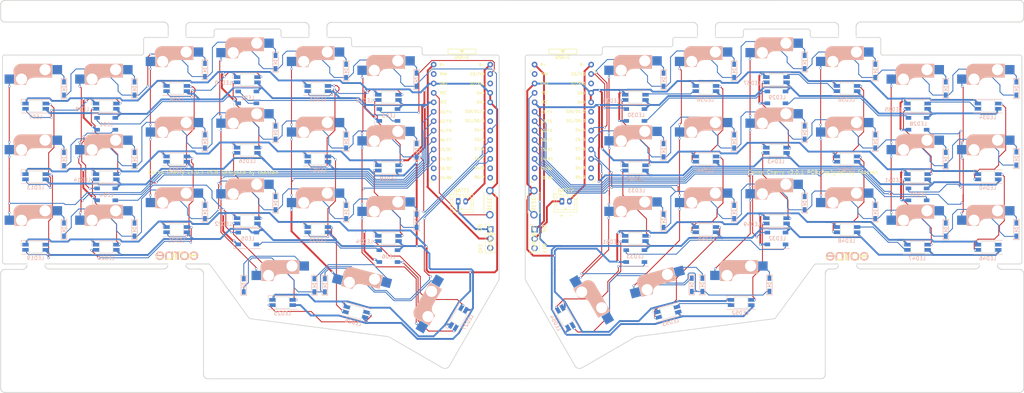
<source format=kicad_pcb>
(kicad_pcb (version 20171130) (host pcbnew "(5.1.12)-1")
  (title_block (title "Corne Cherry") (date 2020-09-28) (rev 3.0.1) (company foostan))
  (layers (0 F.Cu signal) (31 B.Cu signal) (34 B.Paste user hide) (35 F.Paste user hide) (36 B.SilkS user) (37 F.SilkS user) (38 B.Mask user) (39 F.Mask user) (44 Edge.Cuts user))
  (net 0 "")
  (net 1 row0)
  (net 2 "Net-(D1-Pad2)")
  (net 3 row1)
  (net 4 "Net-(D2-Pad2)")
  (net 5 row2)
  (net 6 "Net-(D3-Pad2)")
  (net 7 row3)
  (net 8 "Net-(D4-Pad2)")
  (net 9 "Net-(D5-Pad2)")
  (net 10 "Net-(D6-Pad2)")
  (net 11 "Net-(D7-Pad2)")
  (net 12 "Net-(D8-Pad2)")
  (net 13 "Net-(D9-Pad2)")
  (net 14 "Net-(D10-Pad2)")
  (net 15 "Net-(D11-Pad2)")
  (net 16 "Net-(D12-Pad2)")
  (net 17 "Net-(D13-Pad2)")
  (net 18 "Net-(D14-Pad2)")
  (net 19 "Net-(D15-Pad2)")
  (net 20 "Net-(D16-Pad2)")
  (net 21 "Net-(D17-Pad2)")
  (net 22 "Net-(D18-Pad2)")
  (net 23 "Net-(D19-Pad2)")
  (net 24 "Net-(D20-Pad2)")
  (net 25 "Net-(D21-Pad2)")
  (net 26 GND)
  (net 27 VCC)
  (net 28 col0)
  (net 29 col1)
  (net 30 col2)
  (net 31 col3)
  (net 32 col4)
  (net 33 col5)
  (net 34 LED)
  (net 35 reset)
  (net 36 "Net-(D22-Pad2)")
  (net 37 row0_r)
  (net 38 "Net-(D23-Pad2)")
  (net 39 "Net-(D24-Pad2)")
  (net 40 "Net-(D25-Pad2)")
  (net 41 "Net-(D26-Pad2)")
  (net 42 "Net-(D27-Pad2)")
  (net 43 row1_r)
  (net 44 "Net-(D28-Pad2)")
  (net 45 "Net-(D29-Pad2)")
  (net 46 "Net-(D30-Pad2)")
  (net 47 "Net-(D31-Pad2)")
  (net 48 "Net-(D32-Pad2)")
  (net 49 "Net-(D33-Pad2)")
  (net 50 row2_r)
  (net 51 "Net-(D34-Pad2)")
  (net 52 "Net-(D35-Pad2)")
  (net 53 "Net-(D36-Pad2)")
  (net 54 "Net-(D37-Pad2)")
  (net 55 "Net-(D38-Pad2)")
  (net 56 "Net-(D39-Pad2)")
  (net 57 "Net-(D40-Pad2)")
  (net 58 row3_r)
  (net 59 "Net-(D41-Pad2)")
  (net 60 "Net-(D42-Pad2)")
  (net 61 LED_r)
  (net 62 reset_r)
  (net 63 col0_r)
  (net 64 col1_r)
  (net 65 col2_r)
  (net 66 col3_r)
  (net 67 col4_r)
  (net 68 col5_r)
  (net 69 VDD)
  (net 70 GNDA)
  (net 71 "Net-(LED1-Pad2)")
  (net 72 "Net-(LED1-Pad4)")
  (net 73 "Net-(LED2-Pad4)")
  (net 74 "Net-(LED10-Pad2)")
  (net 75 "Net-(LED11-Pad4)")
  (net 76 "Net-(LED13-Pad4)")
  (net 77 "Net-(LED14-Pad2)")
  (net 78 "Net-(LED15-Pad4)")
  (net 79 "Net-(LED10-Pad4)")
  (net 80 "Net-(LED11-Pad2)")
  (net 81 "Net-(LED12-Pad4)")
  (net 82 "Net-(LED13-Pad2)")
  (net 83 "Net-(LED14-Pad4)")
  (net 84 "Net-(LED16-Pad4)")
  (net 85 "Net-(LED17-Pad2)")
  (net 86 "Net-(LED18-Pad4)")
  (net 87 "Net-(LED22-Pad4)")
  (net 88 "Net-(LED24-Pad4)")
  (net 89 "Net-(LED25-Pad4)")
  (net 90 "Net-(LED27-Pad4)")
  (net 91 "Net-(LED28-Pad2)")
  (net 92 "Net-(LED29-Pad4)")
  (net 93 "Net-(LED32-Pad2)")
  (net 94 "Net-(LED34-Pad2)")
  (net 95 "Net-(LED35-Pad4)")
  (net 96 "Net-(LED37-Pad4)")
  (net 97 "Net-(LED38-Pad2)")
  (net 98 "Net-(LED39-Pad4)")
  (net 99 "Net-(LED4-Pad2)")
  (net 100 "Net-(LED5-Pad2)")
  (net 101 "Net-(LED7-Pad4)")
  (net 102 "Net-(LED15-Pad2)")
  (net 103 "Net-(LED20-Pad4)")
  (net 104 "Net-(LED23-Pad2)")
  (net 105 "Net-(LED28-Pad4)")
  (net 106 "Net-(LED31-Pad2)")
  (net 107 "Net-(LED33-Pad2)")
  (net 108 "Net-(LED40-Pad2)")
  (net 109 "Net-(LED41-Pad4)")
  (net 110 "Net-(LED42-Pad2)")
  (net 111 "Net-(LED43-Pad4)")
  (net 112 "Net-(LED44-Pad2)")
  (net 113 "Net-(LED45-Pad4)")
  (net 114 "Net-(LED47-Pad4)")
  (net 115 "Net-(LED49-Pad4)")
  (net 116 "Net-(LED50-Pad2)")
  (net 117 "Net-(LED51-Pad4)")
  (net 118 "Net-(LED52-Pad4)")
  (net 119 "Net-(LED34-Pad4)")
  (net 120 "Net-(LED36-Pad4)")
  (net 121 "Net-(LED36-Pad2)")
  (net 122 "Net-(LED38-Pad4)")
  (net 123 "Net-(LED19-Pad2)")
  (net 124 "Net-(LED46-Pad2)")
  (module Connector_PinHeader_2.54mm:PinHeader_1x03_P2.54mm_Vertical (layer F.Cu) (at 154.4735 73.714)
    (fp_text reference PWR_SW2 (at 0 2.606 -90) (layer F.SilkS))
    (fp_text value PinHeader_1x03_P2.54mm_Vertical)
    (pad 3 thru_hole oval (at 0 5.08) (size 1.7 1.7) (drill 1) (layers *.Cu *.Mask))
    (pad 2 thru_hole oval (at 0 2.54) (size 1.7 1.7) (drill 1) (layers *.Cu *.Mask))
    (pad 1 thru_hole rect (at 0 0) (size 1.7 1.7) (drill 1) (layers *.Cu *.Mask))
  )
  (module Connector_PinHeader_2.54mm:PinHeader_1x03_P2.54mm_Vertical (layer F.Cu) (at 142.5315 73.648)
    (fp_text reference PWR_SW2 (at 0 2.54 90) (layer F.SilkS))
    (fp_text value PinHeader_1x03_P2.54mm_Vertical)
    (pad 1 thru_hole rect (at 0 0) (size 1.7 1.7) (drill 1) (layers *.Cu *.Mask))
    (pad 2 thru_hole oval (at 0 2.54) (size 1.7 1.7) (drill 1) (layers *.Cu *.Mask))
    (pad 3 thru_hole oval (at 0 5.08) (size 1.7 1.7) (drill 1) (layers *.Cu *.Mask))
  )
  (module kbd:CherryMX_Hotswap_1.5u (layer F.Cu) (at 129.8575 95.15 60)
    (fp_text reference SW21 hide)
    (fp_text value SW_PUSH hide)
    (pad 1 smd rect (at -7.085 -2.54 240) (size 2.55 2.5) (layers B.Cu B.Paste B.Mask))
    (pad "" np_thru_hole circle (at 0 0 150) (size 4.1 4.1) (drill 4.1) (layers *.Cu *.Mask))
    (pad "" np_thru_hole circle (at 5.08 0 60) (size 1.9 1.9) (drill 1.9) (layers *.Cu *.Mask))
    (pad "" np_thru_hole circle (at -5.08 0 60) (size 1.9 1.9) (drill 1.9) (layers *.Cu *.Mask))
    (pad 2 smd rect (at 5.842 -5.08 240) (size 2.55 2.5) (layers B.Cu B.Paste B.Mask))
    (pad "" np_thru_hole circle (at -3.81 -2.54 60) (size 3 3) (drill 3) (layers *.Cu *.Mask))
    (pad "" np_thru_hole circle (at 2.54 -5.08 60) (size 3 3) (drill 3) (layers *.Cu *.Mask))
  )
  (module Connector_JST:JST_PH_B2B-PH-K_1x02_P2.00mm_Vertical (layer F.Cu) (at 133.8995 66.16)
    (fp_text reference BATT1 (at 1 -2.9) (layer F.SilkS))
    (fp_text value JST_PH_B2B-PH-K_1x02_P2.00mm_Vertical)
    (pad 1 thru_hole roundrect (at 0 0) (size 1.2 1.75) (drill 0.75) (layers *.Cu *.Mask) (roundrect_rratio 0.2083325))
    (pad 2 thru_hole oval (at 2 0) (size 1.2 1.75) (drill 0.75) (layers *.Cu *.Mask))
  )
  (module Connector_JST:JST_PH_B2B-PH-K_1x02_P2.00mm_Vertical (layer F.Cu) (at 161.8395 66.16)
    (fp_text reference BATT2 (at 1 -2.9) (layer F.SilkS))
    (fp_text value JST_PH_B2B-PH-K_1x02_P2.00mm_Vertical)
    (pad 2 thru_hole oval (at 2 0) (size 1.2 1.75) (drill 0.75) (layers *.Cu *.Mask))
    (pad 1 thru_hole roundrect (at 0 0) (size 1.2 1.75) (drill 0.75) (layers *.Cu *.Mask) (roundrect_rratio 0.2083325))
  )
  (module kbd:YS-SK6812MINI-E (layer B.Cu) (at 181.6075 38.155)
    (fp_text reference LED39 (at -6.55 0.9175) (layer B.SilkS) (effects (justify mirror)))
    (fp_text value YS-SK6812MINI-E)
    (fp_line (start -1.8 1.55) (end -1.8 -1.55) (layer Edge.Cuts) (width 0.12))
    (fp_line (start -1.8 -1.55) (end 1.8 -1.55) (layer Edge.Cuts) (width 0.12))
    (fp_line (start 1.8 -1.55) (end 1.8 1.55) (layer Edge.Cuts) (width 0.12))
    (fp_line (start 1.8 1.55) (end -1.8 1.55) (layer Edge.Cuts) (width 0.12))
    (pad 2 smd rect (at 2.75 -0.7) (size 1.7 1) (layers B.Cu B.Paste B.Mask) (net 122 "Net-(LED38-Pad4)"))
    (pad 1 smd rect (at 2.75 0.7) (size 1.7 1) (layers B.Cu B.Paste B.Mask) (net 69 VDD))
    (pad 3 smd rect (at -2.75 -0.7) (size 1.7 1) (layers B.Cu B.Paste B.Mask) (net 70 GNDA))
    (pad 4 smd rect (at -2.75 0.7) (size 1.7 1) (layers B.Cu B.Paste B.Mask) (net 98 "Net-(LED39-Pad4)"))
  )
  (module kbd:YS-SK6812MINI-E (layer B.Cu) (at 200.6075 35.78)
    (fp_text reference LED38 (at -0.12 2.9875) (layer B.SilkS) (effects (justify mirror)))
    (fp_text value YS-SK6812MINI-E)
    (fp_line (start -1.8 1.55) (end -1.8 -1.55) (layer Edge.Cuts) (width 0.12))
    (fp_line (start -1.8 -1.55) (end 1.8 -1.55) (layer Edge.Cuts) (width 0.12))
    (fp_line (start 1.8 -1.55) (end 1.8 1.55) (layer Edge.Cuts) (width 0.12))
    (fp_line (start 1.8 1.55) (end -1.8 1.55) (layer Edge.Cuts) (width 0.12))
    (pad 2 smd rect (at 2.75 -0.7) (size 1.7 1) (layers B.Cu B.Paste B.Mask) (net 97 "Net-(LED38-Pad2)"))
    (pad 1 smd rect (at 2.75 0.7) (size 1.7 1) (layers B.Cu B.Paste B.Mask) (net 69 VDD))
    (pad 3 smd rect (at -2.75 -0.7) (size 1.7 1) (layers B.Cu B.Paste B.Mask) (net 70 GNDA))
    (pad 4 smd rect (at -2.75 0.7) (size 1.7 1) (layers B.Cu B.Paste B.Mask) (net 122 "Net-(LED38-Pad4)"))
  )
  (module kbd:YS-SK6812MINI-E (layer B.Cu) (at 219.6075 33.405)
    (fp_text reference LED37 (at -6.55 0.9175) (layer B.SilkS) (effects (justify mirror)))
    (fp_text value YS-SK6812MINI-E)
    (fp_line (start -1.8 1.55) (end -1.8 -1.55) (layer Edge.Cuts) (width 0.12))
    (fp_line (start -1.8 -1.55) (end 1.8 -1.55) (layer Edge.Cuts) (width 0.12))
    (fp_line (start 1.8 -1.55) (end 1.8 1.55) (layer Edge.Cuts) (width 0.12))
    (fp_line (start 1.8 1.55) (end -1.8 1.55) (layer Edge.Cuts) (width 0.12))
    (pad 2 smd rect (at 2.75 -0.7) (size 1.7 1) (layers B.Cu B.Paste B.Mask) (net 120 "Net-(LED36-Pad4)"))
    (pad 1 smd rect (at 2.75 0.7) (size 1.7 1) (layers B.Cu B.Paste B.Mask) (net 69 VDD))
    (pad 3 smd rect (at -2.75 -0.7) (size 1.7 1) (layers B.Cu B.Paste B.Mask) (net 70 GNDA))
    (pad 4 smd rect (at -2.75 0.7) (size 1.7 1) (layers B.Cu B.Paste B.Mask) (net 96 "Net-(LED37-Pad4)"))
  )
  (module kbd:nice_nano (layer F.Cu) (at 154.4735 31.87)
    (fp_text reference U1 hide)
    (fp_text value nice_nano hide)
    (fp_text user B- (at 12.954 -2.54) (layer F.SilkS) (effects (font (size 0.75 0.67) (thickness 0.125))))
    (fp_text user B+ (at 2.286 -2.54) (layer F.SilkS) (effects (font (size 0.75 0.67) (thickness 0.125))))
    (fp_text user USB-C (at 7.57 -4.472) (layer F.SilkS) (effects (font (size 0.75 0.75) (thickness 0.12))))
    (fp_text user USB-C (at 7.57 -4.472) (layer F.SilkS) (effects (font (size 0.75 0.75) (thickness 0.12))))
    (fp_text user B4/8 (at 12.325 25.278 unlocked) (layer F.SilkS) (effects (font (size 0.75 0.67) (thickness 0.125))))
    (fp_text user D2/RX1 (at 11.775 2.578 unlocked) (layer F.SilkS) (effects (font (size 0.75 0.67) (thickness 0.125))))
    (fp_text user B5/9 (at 12.325 27.778 unlocked) (layer F.SilkS) (effects (font (size 0.75 0.67) (thickness 0.125))))
    (fp_text user C6/5 (at 12.325 17.628 unlocked) (layer F.SilkS) (effects (font (size 0.75 0.67) (thickness 0.125))))
    (fp_text user SCL/D0/3 (at 11.075 12.578 unlocked) (layer F.SilkS) (effects (font (size 0.75 0.67) (thickness 0.125))))
    (fp_text user SDA/D1/2 (at 11.075 10.078 unlocked) (layer F.SilkS) (effects (font (size 0.75 0.67) (thickness 0.125))))
    (fp_text user D4/4 (at 12.325 15.078 unlocked) (layer F.SilkS) (effects (font (size 0.75 0.67) (thickness 0.125))))
    (fp_text user D3/TX0 (at 11.775 0.028 unlocked) (layer F.SilkS) (effects (font (size 0.75 0.67) (thickness 0.125))))
    (fp_text user GND (at 12.575 7.578 unlocked) (layer F.SilkS) (effects (font (size 0.75 0.67) (thickness 0.125))))
    (fp_text user GND (at 12.575 5.128 unlocked) (layer F.SilkS) (effects (font (size 0.75 0.67) (thickness 0.125))))
    (fp_text user D7/6 (at 12.325 20.178 unlocked) (layer F.SilkS) (effects (font (size 0.75 0.67) (thickness 0.125))))
    (fp_text user E6/7 (at 12.325 22.728 unlocked) (layer F.SilkS) (effects (font (size 0.75 0.67) (thickness 0.125))))
    (fp_text user 16/B2 (at 3.225 25.428 unlocked) (layer F.SilkS) (effects (font (size 0.75 0.67) (thickness 0.125))))
    (fp_text user 10/B6 (at 3.225 27.928 unlocked) (layer F.SilkS) (effects (font (size 0.75 0.67) (thickness 0.125))))
    (fp_text user 14/B3 (at 3.225 22.878 unlocked) (layer F.SilkS) (effects (font (size 0.75 0.67) (thickness 0.125))))
    (fp_text user 15/B1 (at 3.225 20.328 unlocked) (layer F.SilkS) (effects (font (size 0.75 0.67) (thickness 0.125))))
    (fp_text user A0/F7 (at 3.225 17.778 unlocked) (layer F.SilkS) (effects (font (size 0.75 0.67) (thickness 0.125))))
    (fp_text user A1/F6 (at 3.225 15.228 unlocked) (layer F.SilkS) (effects (font (size 0.75 0.67) (thickness 0.125))))
    (fp_text user A2/F5 (at 3.225 12.728 unlocked) (layer F.SilkS) (effects (font (size 0.75 0.67) (thickness 0.125))))
    (fp_text user A3/F4 (at 3.225 10.228 unlocked) (layer F.SilkS) (effects (font (size 0.75 0.67) (thickness 0.125))))
    (fp_text user VCC (at 2.625 7.528 unlocked) (layer F.SilkS) (effects (font (size 0.75 0.67) (thickness 0.125))))
    (fp_text user RST (at 2.625 5.078 unlocked) (layer F.SilkS) (effects (font (size 0.75 0.67) (thickness 0.125))))
    (fp_text user GND (at 2.625 2.528 unlocked) (layer F.SilkS) (effects (font (size 0.75 0.67) (thickness 0.125))))
    (fp_text user RAW (at 2.625 -0.022 unlocked) (layer F.SilkS) (effects (font (size 0.75 0.67) (thickness 0.125))))
    (pad 27 thru_hole circle (at 15.24 -2.54) (size 1.524 1.524) (drill 0.762) (layers *.Cu *.Mask))
    (pad 26 thru_hole circle (at 0 -2.54) (size 1.524 1.524) (drill 0.762) (layers *.Cu *.Mask))
    (pad 1 thru_hole circle (at 15.2314 0) (size 1.524 1.524) (drill 0.8128) (layers *.Cu B.Mask))
    (pad 2 thru_hole circle (at 15.2314 2.54) (size 1.524 1.524) (drill 0.8128) (layers *.Cu B.Mask))
    (pad 3 thru_hole circle (at 15.2314 5.08) (size 1.524 1.524) (drill 0.8128) (layers *.Cu B.Mask) (net 70 GNDA))
    (pad 4 thru_hole circle (at 15.2314 7.62) (size 1.524 1.524) (drill 0.8128) (layers *.Cu B.Mask) (net 70 GNDA))
    (pad 5 thru_hole circle (at 15.2314 10.16) (size 1.524 1.524) (drill 0.8128) (layers *.Cu B.Mask))
    (pad 6 thru_hole circle (at 15.2314 12.7) (size 1.524 1.524) (drill 0.8128) (layers *.Cu B.Mask))
    (pad 7 thru_hole circle (at 15.2314 15.24) (size 1.524 1.524) (drill 0.8128) (layers *.Cu B.Mask))
    (pad 8 thru_hole circle (at 15.2314 17.78) (size 1.524 1.524) (drill 0.8128) (layers *.Cu B.Mask))
    (pad 9 thru_hole circle (at 15.2314 20.32) (size 1.524 1.524) (drill 0.8128) (layers *.Cu B.Mask))
    (pad 10 thru_hole circle (at 15.2314 22.86) (size 1.524 1.524) (drill 0.8128) (layers *.Cu B.Mask))
    (pad 11 thru_hole circle (at 15.2314 25.4) (size 1.524 1.524) (drill 0.8128) (layers *.Cu B.Mask))
    (pad 12 thru_hole circle (at 15.2314 27.94) (size 1.524 1.524) (drill 0.8128) (layers *.Cu B.Mask))
    (pad 13 thru_hole circle (at 0.0114 27.94) (size 1.524 1.524) (drill 0.8128) (layers *.Cu B.Mask))
    (pad 14 thru_hole circle (at 0.0114 25.4) (size 1.524 1.524) (drill 0.8128) (layers *.Cu B.Mask))
    (pad 15 thru_hole circle (at 0.0114 22.86) (size 1.524 1.524) (drill 0.8128) (layers *.Cu B.Mask))
    (pad 16 thru_hole circle (at 0.0114 20.32) (size 1.524 1.524) (drill 0.8128) (layers *.Cu B.Mask))
    (pad 17 thru_hole circle (at 0.0114 17.78) (size 1.524 1.524) (drill 0.8128) (layers *.Cu B.Mask))
    (pad 18 thru_hole circle (at 0.0114 15.24) (size 1.524 1.524) (drill 0.8128) (layers *.Cu B.Mask))
    (pad 19 thru_hole circle (at 0.0114 12.7) (size 1.524 1.524) (drill 0.8128) (layers *.Cu B.Mask))
    (pad 20 thru_hole circle (at 0.0114 10.16) (size 1.524 1.524) (drill 0.8128) (layers *.Cu B.Mask))
    (pad 21 thru_hole circle (at 0.0114 7.62) (size 1.524 1.524) (drill 0.8128) (layers *.Cu B.Mask))
    (pad 22 thru_hole circle (at 0.0114 5.08) (size 1.524 1.524) (drill 0.8128) (layers *.Cu B.Mask) (net 62 reset_r))
    (pad 23 thru_hole circle (at 0.0114 2.54) (size 1.524 1.524) (drill 0.8128) (layers *.Cu B.Mask) (net 70 GNDA))
    (pad 24 thru_hole circle (at 0.0114 0) (size 1.524 1.524) (drill 0.8128) (layers *.Cu B.Mask))
  )
  (module kbd:nice_nano (layer F.Cu) (at 127.2955 31.87)
    (fp_text reference U1 hide)
    (fp_text value nice_nano hide)
    (fp_text user B- (at 12.954 -2.54) (layer F.SilkS) (effects (font (size 0.75 0.67) (thickness 0.125))))
    (fp_text user B+ (at 2.286 -2.54) (layer F.SilkS) (effects (font (size 0.75 0.67) (thickness 0.125))))
    (fp_text user USB-C (at 7.57 -4.472) (layer F.SilkS) (effects (font (size 0.75 0.75) (thickness 0.12))))
    (fp_text user USB-C (at 7.57 -4.472) (layer F.SilkS) (effects (font (size 0.75 0.75) (thickness 0.12))))
    (fp_text user B4/8 (at 12.325 25.278 unlocked) (layer F.SilkS) (effects (font (size 0.75 0.67) (thickness 0.125))))
    (fp_text user D2/RX1 (at 11.775 2.578 unlocked) (layer F.SilkS) (effects (font (size 0.75 0.67) (thickness 0.125))))
    (fp_text user B5/9 (at 12.325 27.778 unlocked) (layer F.SilkS) (effects (font (size 0.75 0.67) (thickness 0.125))))
    (fp_text user C6/5 (at 12.325 17.628 unlocked) (layer F.SilkS) (effects (font (size 0.75 0.67) (thickness 0.125))))
    (fp_text user SCL/D0/3 (at 11.075 12.578 unlocked) (layer F.SilkS) (effects (font (size 0.75 0.67) (thickness 0.125))))
    (fp_text user SDA/D1/2 (at 11.075 10.078 unlocked) (layer F.SilkS) (effects (font (size 0.75 0.67) (thickness 0.125))))
    (fp_text user D4/4 (at 12.325 15.078 unlocked) (layer F.SilkS) (effects (font (size 0.75 0.67) (thickness 0.125))))
    (fp_text user D3/TX0 (at 11.775 0.028 unlocked) (layer F.SilkS) (effects (font (size 0.75 0.67) (thickness 0.125))))
    (fp_text user GND (at 12.575 7.578 unlocked) (layer F.SilkS) (effects (font (size 0.75 0.67) (thickness 0.125))))
    (fp_text user GND (at 12.575 5.128 unlocked) (layer F.SilkS) (effects (font (size 0.75 0.67) (thickness 0.125))))
    (fp_text user D7/6 (at 12.325 20.178 unlocked) (layer F.SilkS) (effects (font (size 0.75 0.67) (thickness 0.125))))
    (fp_text user E6/7 (at 12.325 22.728 unlocked) (layer F.SilkS) (effects (font (size 0.75 0.67) (thickness 0.125))))
    (fp_text user 16/B2 (at 3.225 25.428 unlocked) (layer F.SilkS) (effects (font (size 0.75 0.67) (thickness 0.125))))
    (fp_text user 10/B6 (at 3.225 27.928 unlocked) (layer F.SilkS) (effects (font (size 0.75 0.67) (thickness 0.125))))
    (fp_text user 14/B3 (at 3.225 22.878 unlocked) (layer F.SilkS) (effects (font (size 0.75 0.67) (thickness 0.125))))
    (fp_text user 15/B1 (at 3.225 20.328 unlocked) (layer F.SilkS) (effects (font (size 0.75 0.67) (thickness 0.125))))
    (fp_text user A0/F7 (at 3.225 17.778 unlocked) (layer F.SilkS) (effects (font (size 0.75 0.67) (thickness 0.125))))
    (fp_text user A1/F6 (at 3.225 15.228 unlocked) (layer F.SilkS) (effects (font (size 0.75 0.67) (thickness 0.125))))
    (fp_text user A2/F5 (at 3.225 12.728 unlocked) (layer F.SilkS) (effects (font (size 0.75 0.67) (thickness 0.125))))
    (fp_text user A3/F4 (at 3.225 10.228 unlocked) (layer F.SilkS) (effects (font (size 0.75 0.67) (thickness 0.125))))
    (fp_text user VCC (at 2.625 7.528 unlocked) (layer F.SilkS) (effects (font (size 0.75 0.67) (thickness 0.125))))
    (fp_text user RST (at 2.625 5.078 unlocked) (layer F.SilkS) (effects (font (size 0.75 0.67) (thickness 0.125))))
    (fp_text user GND (at 2.625 2.528 unlocked) (layer F.SilkS) (effects (font (size 0.75 0.67) (thickness 0.125))))
    (fp_text user RAW (at 2.625 -0.022 unlocked) (layer F.SilkS) (effects (font (size 0.75 0.67) (thickness 0.125))))
    (pad 27 thru_hole circle (at 15.24 -2.54) (size 1.524 1.524) (drill 0.762) (layers *.Cu *.Mask))
    (pad 26 thru_hole circle (at 0 -2.54) (size 1.524 1.524) (drill 0.762) (layers *.Cu *.Mask))
    (pad 1 thru_hole circle (at 15.2314 0) (size 1.524 1.524) (drill 0.8128) (layers *.Cu B.Mask) (net 34 LED))
    (pad 2 thru_hole circle (at 15.2314 2.54) (size 1.524 1.524) (drill 0.8128) (layers *.Cu B.Mask))
    (pad 3 thru_hole circle (at 15.2314 5.08) (size 1.524 1.524) (drill 0.8128) (layers *.Cu B.Mask) (net 26 GND))
    (pad 4 thru_hole circle (at 15.2314 7.62) (size 1.524 1.524) (drill 0.8128) (layers *.Cu B.Mask) (net 26 GND))
    (pad 5 thru_hole circle (at 15.2314 10.16) (size 1.524 1.524) (drill 0.8128) (layers *.Cu B.Mask))
    (pad 6 thru_hole circle (at 15.2314 12.7) (size 1.524 1.524) (drill 0.8128) (layers *.Cu B.Mask))
    (pad 7 thru_hole circle (at 15.2314 15.24) (size 1.524 1.524) (drill 0.8128) (layers *.Cu B.Mask))
    (pad 8 thru_hole circle (at 15.2314 17.78) (size 1.524 1.524) (drill 0.8128) (layers *.Cu B.Mask))
    (pad 9 thru_hole circle (at 15.2314 20.32) (size 1.524 1.524) (drill 0.8128) (layers *.Cu B.Mask))
    (pad 10 thru_hole circle (at 15.2314 22.86) (size 1.524 1.524) (drill 0.8128) (layers *.Cu B.Mask))
    (pad 11 thru_hole circle (at 15.2314 25.4) (size 1.524 1.524) (drill 0.8128) (layers *.Cu B.Mask))
    (pad 12 thru_hole circle (at 15.2314 27.94) (size 1.524 1.524) (drill 0.8128) (layers *.Cu B.Mask))
    (pad 13 thru_hole circle (at 0.0114 27.94) (size 1.524 1.524) (drill 0.8128) (layers *.Cu B.Mask))
    (pad 14 thru_hole circle (at 0.0114 25.4) (size 1.524 1.524) (drill 0.8128) (layers *.Cu B.Mask))
    (pad 15 thru_hole circle (at 0.0114 22.86) (size 1.524 1.524) (drill 0.8128) (layers *.Cu B.Mask))
    (pad 16 thru_hole circle (at 0.0114 20.32) (size 1.524 1.524) (drill 0.8128) (layers *.Cu B.Mask))
    (pad 17 thru_hole circle (at 0.0114 17.78) (size 1.524 1.524) (drill 0.8128) (layers *.Cu B.Mask))
    (pad 18 thru_hole circle (at 0.0114 15.24) (size 1.524 1.524) (drill 0.8128) (layers *.Cu B.Mask))
    (pad 19 thru_hole circle (at 0.0114 12.7) (size 1.524 1.524) (drill 0.8128) (layers *.Cu B.Mask))
    (pad 20 thru_hole circle (at 0.0114 10.16) (size 1.524 1.524) (drill 0.8128) (layers *.Cu B.Mask))
    (pad 21 thru_hole circle (at 0.0114 7.62) (size 1.524 1.524) (drill 0.8128) (layers *.Cu B.Mask) (net 27 VCC))
    (pad 22 thru_hole circle (at 0.0114 5.08) (size 1.524 1.524) (drill 0.8128) (layers *.Cu B.Mask) (net 35 reset))
    (pad 23 thru_hole circle (at 0.0114 2.54) (size 1.524 1.524) (drill 0.8128) (layers *.Cu B.Mask) (net 26 GND))
    (pad 24 thru_hole circle (at 0.0114 0) (size 1.524 1.524) (drill 0.8128) (layers *.Cu B.Mask))
  )
  (module kbd:YS-SK6812MINI-E (layer B.Cu) (at 181.6075 57.155)
    (fp_text reference LED45 (at -0.12 2.9875) (layer B.SilkS) (effects (justify mirror)))
    (fp_text value YS-SK6812MINI-E)
    (fp_line (start -1.8 1.55) (end -1.8 -1.55) (layer Edge.Cuts) (width 0.12))
    (fp_line (start -1.8 -1.55) (end 1.8 -1.55) (layer Edge.Cuts) (width 0.12))
    (fp_line (start 1.8 -1.55) (end 1.8 1.55) (layer Edge.Cuts) (width 0.12))
    (fp_line (start 1.8 1.55) (end -1.8 1.55) (layer Edge.Cuts) (width 0.12))
    (pad 2 smd rect (at 2.75 -0.7) (size 1.7 1) (layers B.Cu B.Paste B.Mask) (net 98 "Net-(LED39-Pad4)"))
    (pad 1 smd rect (at 2.75 0.7) (size 1.7 1) (layers B.Cu B.Paste B.Mask) (net 69 VDD))
    (pad 3 smd rect (at -2.75 -0.7) (size 1.7 1) (layers B.Cu B.Paste B.Mask) (net 70 GNDA))
    (pad 4 smd rect (at -2.75 0.7) (size 1.7 1) (layers B.Cu B.Paste B.Mask) (net 113 "Net-(LED45-Pad4)"))
  )
  (module kbd:M2_HOLE_v2 (layer B.Cu) (at 168.8505 74.264 180)
    (fp_text reference Ref** hide)
    (fp_text value Val** hide)
    (pad "" np_thru_hole circle (at 0 0 180) (size 2.2 2.2) (drill 2.2) (layers *.Cu *.Mask))
  )
  (module kbd:M2_HOLE_v2 (layer B.Cu) (at 269.1875 54.125 180)
    (fp_text reference Ref** hide)
    (fp_text value Val** hide)
    (pad "" np_thru_hole circle (at 2.088 -10.1405 180) (size 4.3 4.3) (drill 4.3) (layers *.Cu *.Mask))
  )
  (module kbd:M2_HOLE_v2 (layer F.Cu) (at 191.1445 41.7755 180)
    (fp_text reference Ref** hide)
    (fp_text value Val** hide)
    (pad "" np_thru_hole circle (at 0 0 180) (size 4.3 4.3) (drill 4.3) (layers *.Cu *.Mask))
  )
  (module kbd:M2_HOLE_v2 (layer F.Cu) (at 267.0995 45.2655 180)
    (fp_text reference Ref** hide)
    (fp_text value Val** hide)
    (pad "" np_thru_hole circle (at 0 0 180) (size 4.3 4.3) (drill 4.3) (layers *.Cu *.Mask))
  )
  (module kbd:M2_HOLE_v2 (layer F.Cu) (at 223.9555 81.5305 180)
    (fp_text reference Ref** hide)
    (fp_text value Val** hide)
    (pad "" np_thru_hole circle (at 0 0 180) (size 4.3 4.3) (drill 4.3) (layers *.Cu *.Mask))
  )
  (module kbd:M2_HOLE_v2 (layer B.Cu) (at 154.4185 82.785 180)
    (fp_text reference Ref** hide)
    (fp_text value Val** hide)
    (pad "" np_thru_hole circle (at 0 0 180) (size 2.2 2.2) (drill 2.2) (layers *.Cu *.Mask))
  )
  (module kbd:M2_HOLE_v2 (layer F.Cu) (at 177.3895 89.145 180)
    (fp_text reference Ref** hide)
    (fp_text value Val** hide)
    (pad "" np_thru_hole circle (at 0 0 180) (size 4.3 4.3) (drill 4.3) (layers *.Cu *.Mask))
  )
  (module kbd:M2_HOLE_v2 (layer F.Cu) (at 142.3015 82.775)
    (fp_text reference Ref** hide)
    (fp_text value Val** hide)
    (pad "" np_thru_hole circle (at 0 0) (size 2.2 2.2) (drill 2.2) (layers *.Cu *.Mask))
  )
  (module kbd:M2_HOLE_v2 (layer F.Cu) (at 127.8695 74.254)
    (fp_text reference Ref** hide)
    (fp_text value Val** hide)
    (pad "" np_thru_hole circle (at 0 0) (size 2.2 2.2) (drill 2.2) (layers *.Cu *.Mask))
  )
  (module kbd:M2_HOLE_v2 (layer F.Cu) (at 119.3305 89.135)
    (fp_text reference Ref** hide)
    (fp_text value Val** hide)
    (pad "" np_thru_hole circle (at 0 0) (size 4.3 4.3) (drill 4.3) (layers *.Cu *.Mask))
  )
  (module kbd:M2_HOLE_v2 (layer F.Cu) (at 72.7645 81.5205)
    (fp_text reference Ref** hide)
    (fp_text value Val** hide)
    (pad "" np_thru_hole circle (at 0 0) (size 4.3 4.3) (drill 4.3) (layers *.Cu *.Mask))
  )
  (module kbd:M2_HOLE_v2 (layer F.Cu) (at 105.5755 41.7655)
    (fp_text reference Ref** hide)
    (fp_text value Val** hide)
    (pad "" np_thru_hole circle (at 0 0) (size 4.3 4.3) (drill 4.3) (layers *.Cu *.Mask))
  )
  (module kbd:M2_HOLE_v2 (layer F.Cu) (at 27.5195 54.1395)
    (fp_text reference Ref** hide)
    (fp_text value Val** hide)
    (pad "" np_thru_hole circle (at 2.088 10.1405) (size 4.3 4.3) (drill 4.3) (layers *.Cu *.Mask))
  )
  (module kbd:M2_HOLE_v2 (layer F.Cu) (at 29.6075 45.28)
    (fp_text reference Ref** hide)
    (fp_text value Val** hide)
    (pad "" np_thru_hole circle (at 0 0) (size 4.3 4.3) (drill 4.3) (layers *.Cu *.Mask))
  )
  (module kbd:ResetSW_1side (layer F.Cu) (at 154.3045 66.522 270)
    (fp_text reference RSW2 hide)
    (fp_text value SW_PUSH)
    (fp_text user RESET (at 0 0 90) (layer F.SilkS))
    (pad 2 thru_hole circle (at -3.25 0 270) (size 2 2) (drill 1.3) (layers *.Cu B.Mask) (net 70 GNDA))
    (pad 1 thru_hole circle (at 3.25 0 270) (size 2 2) (drill 1.3) (layers *.Cu B.Mask) (net 62 reset_r))
  )
  (module kbd:ResetSW_1side (layer F.Cu) (at 142.4245 66.531 270)
    (fp_text reference RSW1 hide)
    (fp_text value SW_PUSH)
    (fp_text user RESET (at 0 0 270) (layer F.SilkS))
    (pad 2 thru_hole circle (at -3.25 0 270) (size 2 2) (drill 1.3) (layers *.Cu B.Mask) (net 26 GND))
    (pad 1 thru_hole circle (at 3.25 0 270) (size 2 2) (drill 1.3) (layers *.Cu B.Mask) (net 35 reset))
  )
  (module kbd:CherryMX_Hotswap_1.5u (layer F.Cu) (at 166.8645 95.15 300)
    (fp_text reference SW42 hide)
    (fp_text value SW_PUSH hide)
    (pad "" np_thru_hole circle (at 2.54 -5.08 300) (size 3 3) (drill 3) (layers *.Cu *.Mask))
    (pad "" np_thru_hole circle (at -3.81 -2.54 300) (size 3 3) (drill 3) (layers *.Cu *.Mask))
    (pad 2 smd rect (at 5.842 -5.08 120) (size 2.55 2.5) (layers B.Cu B.Paste B.Mask) (net 60 "Net-(D42-Pad2)"))
    (pad "" np_thru_hole circle (at -5.08 0 300) (size 1.9 1.9) (drill 1.9) (layers *.Cu *.Mask))
    (pad "" np_thru_hole circle (at 5.08 0 300) (size 1.9 1.9) (drill 1.9) (layers *.Cu *.Mask))
    (pad "" np_thru_hole circle (at 0 0 30) (size 4.1 4.1) (drill 4.1) (layers *.Cu *.Mask))
    (pad 1 smd rect (at -7.085 -2.54 120) (size 2.55 2.5) (layers B.Cu B.Paste B.Mask) (net 68 col5_r))
  )
  (module LED_SMD:LED_WS2812B_PLCC4_5.0x5.0mm_P3.2mm (layer B.Cu) (at 39.1075 45.28 180)
    (fp_text reference LED1 (at -0.01 -0.135) (layer B.SilkS) (effects (justify mirror)))
    (fp_text value WS2812B)
    (pad 1 smd rect (at -2.45 1.6 180) (size 1.5 1) (layers B.Cu B.Paste B.Mask) (net 27 VCC))
    (pad 2 smd rect (at -2.45 -1.6 180) (size 1.5 1) (layers B.Cu B.Paste B.Mask) (net 71 "Net-(LED1-Pad2)"))
    (pad 4 smd rect (at 2.45 1.6 180) (size 1.5 1) (layers B.Cu B.Paste B.Mask) (net 72 "Net-(LED1-Pad4)"))
    (pad 3 smd rect (at 2.45 -1.6 180) (size 1.5 1) (layers B.Cu B.Paste B.Mask) (net 26 GND))
  )
  (module LED_SMD:LED_WS2812B_PLCC4_5.0x5.0mm_P3.2mm (layer B.Cu) (at 77.1075 38.155 180)
    (fp_text reference LED2 (at -0.06 -0.14) (layer B.SilkS) (effects (justify mirror)))
    (fp_text value WS2812B)
    (pad 1 smd rect (at -2.45 1.6 180) (size 1.5 1) (layers B.Cu B.Paste B.Mask) (net 27 VCC))
    (pad 2 smd rect (at -2.45 -1.6 180) (size 1.5 1) (layers B.Cu B.Paste B.Mask) (net 72 "Net-(LED1-Pad4)"))
    (pad 4 smd rect (at 2.45 1.6 180) (size 1.5 1) (layers B.Cu B.Paste B.Mask) (net 73 "Net-(LED2-Pad4)"))
    (pad 3 smd rect (at 2.45 -1.6 180) (size 1.5 1) (layers B.Cu B.Paste B.Mask) (net 26 GND))
  )
  (module LED_SMD:LED_WS2812B_PLCC4_5.0x5.0mm_P3.2mm (layer B.Cu) (at 115.1075 42.905 180)
    (fp_text reference LED3 (at -0.08 -0.14) (layer B.SilkS) (effects (justify mirror)))
    (fp_text value WS2812B)
    (pad 1 smd rect (at -2.45 1.6 180) (size 1.5 1) (layers B.Cu B.Paste B.Mask) (net 27 VCC))
    (pad 2 smd rect (at -2.45 -1.6 180) (size 1.5 1) (layers B.Cu B.Paste B.Mask) (net 73 "Net-(LED2-Pad4)"))
    (pad 4 smd rect (at 2.45 1.6 180) (size 1.5 1) (layers B.Cu B.Paste B.Mask) (net 34 LED))
    (pad 3 smd rect (at 2.45 -1.6 180) (size 1.5 1) (layers B.Cu B.Paste B.Mask) (net 26 GND))
  )
  (module LED_SMD:LED_WS2812B_PLCC4_5.0x5.0mm_P3.2mm (layer B.Cu) (at 39.1075 64.28 180)
    (fp_text reference LED4 (at -0.13 -0.165) (layer B.SilkS) (effects (justify mirror)))
    (fp_text value WS2812B)
    (pad 1 smd rect (at -2.45 1.6 180) (size 1.5 1) (layers B.Cu B.Paste B.Mask) (net 27 VCC))
    (pad 2 smd rect (at -2.45 -1.6 180) (size 1.5 1) (layers B.Cu B.Paste B.Mask) (net 99 "Net-(LED4-Pad2)"))
    (pad 4 smd rect (at 2.45 1.6 180) (size 1.5 1) (layers B.Cu B.Paste B.Mask) (net 71 "Net-(LED1-Pad2)"))
    (pad 3 smd rect (at 2.45 -1.6 180) (size 1.5 1) (layers B.Cu B.Paste B.Mask) (net 26 GND))
  )
  (module LED_SMD:LED_WS2812B_PLCC4_5.0x5.0mm_P3.2mm (layer B.Cu) (at 77.1075 76.155 180)
    (fp_text reference LED5 (at -0.13 -0.02) (layer B.SilkS) (effects (justify mirror)))
    (fp_text value WS2812B)
    (pad 1 smd rect (at -2.45 1.6 180) (size 1.5 1) (layers B.Cu B.Paste B.Mask) (net 27 VCC))
    (pad 2 smd rect (at -2.45 -1.6 180) (size 1.5 1) (layers B.Cu B.Paste B.Mask) (net 100 "Net-(LED5-Pad2)"))
    (pad 4 smd rect (at 2.45 1.6 180) (size 1.5 1) (layers B.Cu B.Paste B.Mask) (net 99 "Net-(LED4-Pad2)"))
    (pad 3 smd rect (at 2.45 -1.6 180) (size 1.5 1) (layers B.Cu B.Paste B.Mask) (net 26 GND))
  )
  (module LED_SMD:LED_WS2812B_PLCC4_5.0x5.0mm_P3.2mm (layer B.Cu) (at 115.1075 80.905 180)
    (fp_text reference LED6 (at -0.05 -0.08) (layer B.SilkS) (effects (justify mirror)))
    (fp_text value WS2812B)
    (pad 1 smd rect (at -2.45 1.6 180) (size 1.5 1) (layers B.Cu B.Paste B.Mask) (net 27 VCC))
    (pad 2 smd rect (at -2.45 -1.6 180) (size 1.5 1) (layers B.Cu B.Paste B.Mask) (net 90 "Net-(LED27-Pad4)"))
    (pad 4 smd rect (at 2.45 1.6 180) (size 1.5 1) (layers B.Cu B.Paste B.Mask) (net 100 "Net-(LED5-Pad2)"))
    (pad 3 smd rect (at 2.45 -1.6 180) (size 1.5 1) (layers B.Cu B.Paste B.Mask) (net 26 GND))
  )
  (module LED_SMD:LED_WS2812B_PLCC4_5.0x5.0mm_P3.2mm (layer B.Cu) (at 257.6075 45.28 180)
    (fp_text reference LED28 (at -0.2 -0.01) (layer B.SilkS) (effects (justify mirror)))
    (fp_text value WS2812B)
    (pad 1 smd rect (at -2.45 1.6 180) (size 1.5 1) (layers B.Cu B.Paste B.Mask) (net 69 VDD))
    (pad 2 smd rect (at -2.45 -1.6 180) (size 1.5 1) (layers B.Cu B.Paste B.Mask) (net 91 "Net-(LED28-Pad2)"))
    (pad 4 smd rect (at 2.45 1.6 180) (size 1.5 1) (layers B.Cu B.Paste B.Mask) (net 105 "Net-(LED28-Pad4)"))
    (pad 3 smd rect (at 2.45 -1.6 180) (size 1.5 1) (layers B.Cu B.Paste B.Mask) (net 70 GNDA))
  )
  (module LED_SMD:LED_WS2812B_PLCC4_5.0x5.0mm_P3.2mm (layer B.Cu) (at 219.6075 38.155 180)
    (fp_text reference LED29 (at -0.2 -0.01) (layer B.SilkS) (effects (justify mirror)))
    (fp_text value WS2812B)
    (pad 1 smd rect (at -2.45 1.6 180) (size 1.5 1) (layers B.Cu B.Paste B.Mask) (net 69 VDD))
    (pad 2 smd rect (at -2.45 -1.6 180) (size 1.5 1) (layers B.Cu B.Paste B.Mask) (net 105 "Net-(LED28-Pad4)"))
    (pad 4 smd rect (at 2.45 1.6 180) (size 1.5 1) (layers B.Cu B.Paste B.Mask) (net 92 "Net-(LED29-Pad4)"))
    (pad 3 smd rect (at 2.45 -1.6 180) (size 1.5 1) (layers B.Cu B.Paste B.Mask) (net 70 GNDA))
  )
  (module LED_SMD:LED_WS2812B_PLCC4_5.0x5.0mm_P3.2mm (layer B.Cu) (at 181.6075 42.905 180)
    (fp_text reference LED30 (at -0.2 -0.01) (layer B.SilkS) (effects (justify mirror)))
    (fp_text value WS2812B)
    (pad 1 smd rect (at -2.45 1.6 180) (size 1.5 1) (layers B.Cu B.Paste B.Mask) (net 69 VDD))
    (pad 2 smd rect (at -2.45 -1.6 180) (size 1.5 1) (layers B.Cu B.Paste B.Mask) (net 92 "Net-(LED29-Pad4)"))
    (pad 4 smd rect (at 2.45 1.6 180) (size 1.5 1) (layers B.Cu B.Paste B.Mask) (net 61 LED_r))
    (pad 3 smd rect (at 2.45 -1.6 180) (size 1.5 1) (layers B.Cu B.Paste B.Mask) (net 70 GNDA))
  )
  (module LED_SMD:LED_WS2812B_PLCC4_5.0x5.0mm_P3.2mm (layer B.Cu) (at 257.6075 64.28 180)
    (fp_text reference LED31 (at -0.2 -0.01) (layer B.SilkS) (effects (justify mirror)))
    (fp_text value WS2812B)
    (pad 1 smd rect (at -2.45 1.6 180) (size 1.5 1) (layers B.Cu B.Paste B.Mask) (net 69 VDD))
    (pad 2 smd rect (at -2.45 -1.6 180) (size 1.5 1) (layers B.Cu B.Paste B.Mask) (net 106 "Net-(LED31-Pad2)"))
    (pad 4 smd rect (at 2.45 1.6 180) (size 1.5 1) (layers B.Cu B.Paste B.Mask) (net 91 "Net-(LED28-Pad2)"))
    (pad 3 smd rect (at 2.45 -1.6 180) (size 1.5 1) (layers B.Cu B.Paste B.Mask) (net 70 GNDA))
  )
  (module LED_SMD:LED_WS2812B_PLCC4_5.0x5.0mm_P3.2mm (layer B.Cu) (at 219.6075 76.155 180)
    (fp_text reference LED32 (at -0.2 -0.01) (layer B.SilkS) (effects (justify mirror)))
    (fp_text value WS2812B)
    (pad 1 smd rect (at -2.45 1.6 180) (size 1.5 1) (layers B.Cu B.Paste B.Mask) (net 69 VDD))
    (pad 2 smd rect (at -2.45 -1.6 180) (size 1.5 1) (layers B.Cu B.Paste B.Mask) (net 93 "Net-(LED32-Pad2)"))
    (pad 4 smd rect (at 2.45 1.6 180) (size 1.5 1) (layers B.Cu B.Paste B.Mask) (net 106 "Net-(LED31-Pad2)"))
    (pad 3 smd rect (at 2.45 -1.6 180) (size 1.5 1) (layers B.Cu B.Paste B.Mask) (net 70 GNDA))
  )
  (module LED_SMD:LED_WS2812B_PLCC4_5.0x5.0mm_P3.2mm (layer B.Cu) (at 181.6075 80.905 180)
    (fp_text reference LED33 (at -0.32 17.6875) (layer B.SilkS) (effects (justify mirror)))
    (fp_text value WS2812B)
    (fp_text user LED33 (at 0.04 -0.075) (layer B.SilkS) (effects (justify mirror)))
    (pad 1 smd rect (at -2.45 1.6 180) (size 1.5 1) (layers B.Cu B.Paste B.Mask) (net 69 VDD))
    (pad 2 smd rect (at -2.45 -1.6 180) (size 1.5 1) (layers B.Cu B.Paste B.Mask) (net 107 "Net-(LED33-Pad2)"))
    (pad 4 smd rect (at 2.45 1.6 180) (size 1.5 1) (layers B.Cu B.Paste B.Mask) (net 93 "Net-(LED32-Pad2)"))
    (pad 3 smd rect (at 2.45 -1.6 180) (size 1.5 1) (layers B.Cu B.Paste B.Mask) (net 70 GNDA))
  )
  (module kbd:YS-SK6812MINI-E (layer B.Cu) (at 106.37811 95.993148 345)
    (fp_text reference LED26 (at -0.039238 2.830971 165) (layer B.SilkS) (effects (justify mirror)))
    (fp_text value YS-SK6812MINI-E)
    (fp_line (start -1.8 1.55) (end -1.8 -1.55) (layer Edge.Cuts) (width 0.12))
    (fp_line (start -1.8 -1.55) (end 1.8 -1.55) (layer Edge.Cuts) (width 0.12))
    (fp_line (start 1.8 -1.55) (end 1.8 1.55) (layer Edge.Cuts) (width 0.12))
    (fp_line (start 1.8 1.55) (end -1.8 1.55) (layer Edge.Cuts) (width 0.12))
    (pad 2 smd rect (at 2.75 -0.7 345) (size 1.7 1) (layers B.Cu B.Paste B.Mask) (net 89 "Net-(LED25-Pad4)"))
    (pad 1 smd rect (at 2.75 0.7 345) (size 1.7 1) (layers B.Cu B.Paste B.Mask) (net 27 VCC))
    (pad 3 smd rect (at -2.75 -0.7 345) (size 1.7 1) (layers B.Cu B.Paste B.Mask) (net 26 GND))
    (pad 4 smd rect (at -2.75 0.7 345) (size 1.7 1) (layers B.Cu B.Paste B.Mask) (net 104 "Net-(LED23-Pad2)"))
  )
  (module kbd:YS-SK6812MINI-E (layer B.Cu) (at 20.1075 40.53)
    (fp_text reference LED7 (at -0.03 2.9075) (layer B.SilkS) (effects (justify mirror)))
    (fp_text value YS-SK6812MINI-E)
    (fp_line (start -1.8 1.55) (end -1.8 -1.55) (layer Edge.Cuts) (width 0.12))
    (fp_line (start -1.8 -1.55) (end 1.8 -1.55) (layer Edge.Cuts) (width 0.12))
    (fp_line (start 1.8 -1.55) (end 1.8 1.55) (layer Edge.Cuts) (width 0.12))
    (fp_line (start 1.8 1.55) (end -1.8 1.55) (layer Edge.Cuts) (width 0.12))
    (pad 2 smd rect (at 2.75 -0.7) (size 1.7 1) (layers B.Cu B.Paste B.Mask) (net 76 "Net-(LED13-Pad4)"))
    (pad 1 smd rect (at 2.75 0.7) (size 1.7 1) (layers B.Cu B.Paste B.Mask) (net 27 VCC))
    (pad 3 smd rect (at -2.75 -0.7) (size 1.7 1) (layers B.Cu B.Paste B.Mask) (net 26 GND))
    (pad 4 smd rect (at -2.75 0.7) (size 1.7 1) (layers B.Cu B.Paste B.Mask) (net 101 "Net-(LED7-Pad4)"))
  )
  (module kbd:YS-SK6812MINI-E (layer B.Cu) (at 39.1075 40.53)
    (fp_text reference LED8 (at -6.46 0.8375) (layer B.SilkS) (effects (justify mirror)))
    (fp_text value YS-SK6812MINI-E)
    (fp_line (start -1.8 1.55) (end -1.8 -1.55) (layer Edge.Cuts) (width 0.12))
    (fp_line (start -1.8 -1.55) (end 1.8 -1.55) (layer Edge.Cuts) (width 0.12))
    (fp_line (start 1.8 -1.55) (end 1.8 1.55) (layer Edge.Cuts) (width 0.12))
    (fp_line (start 1.8 1.55) (end -1.8 1.55) (layer Edge.Cuts) (width 0.12))
    (pad 2 smd rect (at 2.75 -0.7) (size 1.7 1) (layers B.Cu B.Paste B.Mask) (net 101 "Net-(LED7-Pad4)"))
    (pad 1 smd rect (at 2.75 0.7) (size 1.7 1) (layers B.Cu B.Paste B.Mask) (net 27 VCC))
    (pad 3 smd rect (at -2.75 -0.7) (size 1.7 1) (layers B.Cu B.Paste B.Mask) (net 26 GND))
    (pad 4 smd rect (at -2.75 0.7) (size 1.7 1) (layers B.Cu B.Paste B.Mask) (net 77 "Net-(LED14-Pad2)"))
  )
  (module kbd:YS-SK6812MINI-E (layer B.Cu) (at 58.1075 35.78)
    (fp_text reference LED9 (at -0.03 2.9075) (layer B.SilkS) (effects (justify mirror)))
    (fp_text value YS-SK6812MINI-E)
    (fp_line (start -1.8 1.55) (end -1.8 -1.55) (layer Edge.Cuts) (width 0.12))
    (fp_line (start -1.8 -1.55) (end 1.8 -1.55) (layer Edge.Cuts) (width 0.12))
    (fp_line (start 1.8 -1.55) (end 1.8 1.55) (layer Edge.Cuts) (width 0.12))
    (fp_line (start 1.8 1.55) (end -1.8 1.55) (layer Edge.Cuts) (width 0.12))
    (pad 2 smd rect (at 2.75 -0.7) (size 1.7 1) (layers B.Cu B.Paste B.Mask) (net 78 "Net-(LED15-Pad4)"))
    (pad 1 smd rect (at 2.75 0.7) (size 1.7 1) (layers B.Cu B.Paste B.Mask) (net 27 VCC))
    (pad 3 smd rect (at -2.75 -0.7) (size 1.7 1) (layers B.Cu B.Paste B.Mask) (net 26 GND))
    (pad 4 smd rect (at -2.75 0.7) (size 1.7 1) (layers B.Cu B.Paste B.Mask) (net 74 "Net-(LED10-Pad2)"))
  )
  (module kbd:YS-SK6812MINI-E (layer B.Cu) (at 77.1075 33.405)
    (fp_text reference LED10 (at -6.46 0.8375) (layer B.SilkS) (effects (justify mirror)))
    (fp_text value YS-SK6812MINI-E)
    (fp_line (start -1.8 1.55) (end -1.8 -1.55) (layer Edge.Cuts) (width 0.12))
    (fp_line (start -1.8 -1.55) (end 1.8 -1.55) (layer Edge.Cuts) (width 0.12))
    (fp_line (start 1.8 -1.55) (end 1.8 1.55) (layer Edge.Cuts) (width 0.12))
    (fp_line (start 1.8 1.55) (end -1.8 1.55) (layer Edge.Cuts) (width 0.12))
    (pad 2 smd rect (at 2.75 -0.7) (size 1.7 1) (layers B.Cu B.Paste B.Mask) (net 74 "Net-(LED10-Pad2)"))
    (pad 1 smd rect (at 2.75 0.7) (size 1.7 1) (layers B.Cu B.Paste B.Mask) (net 27 VCC))
    (pad 3 smd rect (at -2.75 -0.7) (size 1.7 1) (layers B.Cu B.Paste B.Mask) (net 26 GND))
    (pad 4 smd rect (at -2.75 0.7) (size 1.7 1) (layers B.Cu B.Paste B.Mask) (net 79 "Net-(LED10-Pad4)"))
  )
  (module kbd:YS-SK6812MINI-E (layer B.Cu) (at 96.1075 35.78)
    (fp_text reference LED11 (at -0.03 2.9075) (layer B.SilkS) (effects (justify mirror)))
    (fp_text value YS-SK6812MINI-E)
    (fp_line (start -1.8 1.55) (end -1.8 -1.55) (layer Edge.Cuts) (width 0.12))
    (fp_line (start -1.8 -1.55) (end 1.8 -1.55) (layer Edge.Cuts) (width 0.12))
    (fp_line (start 1.8 -1.55) (end 1.8 1.55) (layer Edge.Cuts) (width 0.12))
    (fp_line (start 1.8 1.55) (end -1.8 1.55) (layer Edge.Cuts) (width 0.12))
    (pad 2 smd rect (at 2.75 -0.7) (size 1.7 1) (layers B.Cu B.Paste B.Mask) (net 80 "Net-(LED11-Pad2)"))
    (pad 1 smd rect (at 2.75 0.7) (size 1.7 1) (layers B.Cu B.Paste B.Mask) (net 27 VCC))
    (pad 3 smd rect (at -2.75 -0.7) (size 1.7 1) (layers B.Cu B.Paste B.Mask) (net 26 GND))
    (pad 4 smd rect (at -2.75 0.7) (size 1.7 1) (layers B.Cu B.Paste B.Mask) (net 75 "Net-(LED11-Pad4)"))
  )
  (module kbd:YS-SK6812MINI-E (layer B.Cu) (at 115.1075 38.155)
    (fp_text reference LED12 (at -6.46 0.8375) (layer B.SilkS) (effects (justify mirror)))
    (fp_text value YS-SK6812MINI-E)
    (fp_line (start -1.8 1.55) (end -1.8 -1.55) (layer Edge.Cuts) (width 0.12))
    (fp_line (start -1.8 -1.55) (end 1.8 -1.55) (layer Edge.Cuts) (width 0.12))
    (fp_line (start 1.8 -1.55) (end 1.8 1.55) (layer Edge.Cuts) (width 0.12))
    (fp_line (start 1.8 1.55) (end -1.8 1.55) (layer Edge.Cuts) (width 0.12))
    (pad 2 smd rect (at 2.75 -0.7) (size 1.7 1) (layers B.Cu B.Paste B.Mask) (net 75 "Net-(LED11-Pad4)"))
    (pad 1 smd rect (at 2.75 0.7) (size 1.7 1) (layers B.Cu B.Paste B.Mask) (net 27 VCC))
    (pad 3 smd rect (at -2.75 -0.7) (size 1.7 1) (layers B.Cu B.Paste B.Mask) (net 26 GND))
    (pad 4 smd rect (at -2.75 0.7) (size 1.7 1) (layers B.Cu B.Paste B.Mask) (net 81 "Net-(LED12-Pad4)"))
  )
  (module kbd:YS-SK6812MINI-E (layer B.Cu) (at 20.1075 59.53)
    (fp_text reference LED13 (at -0.03 2.9075) (layer B.SilkS) (effects (justify mirror)))
    (fp_text value YS-SK6812MINI-E)
    (fp_line (start -1.8 1.55) (end -1.8 -1.55) (layer Edge.Cuts) (width 0.12))
    (fp_line (start -1.8 -1.55) (end 1.8 -1.55) (layer Edge.Cuts) (width 0.12))
    (fp_line (start 1.8 -1.55) (end 1.8 1.55) (layer Edge.Cuts) (width 0.12))
    (fp_line (start 1.8 1.55) (end -1.8 1.55) (layer Edge.Cuts) (width 0.12))
    (pad 2 smd rect (at 2.75 -0.7) (size 1.7 1) (layers B.Cu B.Paste B.Mask) (net 82 "Net-(LED13-Pad2)"))
    (pad 1 smd rect (at 2.75 0.7) (size 1.7 1) (layers B.Cu B.Paste B.Mask) (net 27 VCC))
    (pad 3 smd rect (at -2.75 -0.7) (size 1.7 1) (layers B.Cu B.Paste B.Mask) (net 26 GND))
    (pad 4 smd rect (at -2.75 0.7) (size 1.7 1) (layers B.Cu B.Paste B.Mask) (net 76 "Net-(LED13-Pad4)"))
  )
  (module kbd:YS-SK6812MINI-E (layer B.Cu) (at 39.1075 59.53)
    (fp_text reference LED14 (at -6.46 0.8375) (layer B.SilkS) (effects (justify mirror)))
    (fp_text value YS-SK6812MINI-E)
    (fp_line (start -1.8 1.55) (end -1.8 -1.55) (layer Edge.Cuts) (width 0.12))
    (fp_line (start -1.8 -1.55) (end 1.8 -1.55) (layer Edge.Cuts) (width 0.12))
    (fp_line (start 1.8 -1.55) (end 1.8 1.55) (layer Edge.Cuts) (width 0.12))
    (fp_line (start 1.8 1.55) (end -1.8 1.55) (layer Edge.Cuts) (width 0.12))
    (pad 2 smd rect (at 2.75 -0.7) (size 1.7 1) (layers B.Cu B.Paste B.Mask) (net 77 "Net-(LED14-Pad2)"))
    (pad 1 smd rect (at 2.75 0.7) (size 1.7 1) (layers B.Cu B.Paste B.Mask) (net 27 VCC))
    (pad 3 smd rect (at -2.75 -0.7) (size 1.7 1) (layers B.Cu B.Paste B.Mask) (net 26 GND))
    (pad 4 smd rect (at -2.75 0.7) (size 1.7 1) (layers B.Cu B.Paste B.Mask) (net 83 "Net-(LED14-Pad4)"))
  )
  (module kbd:YS-SK6812MINI-E (layer B.Cu) (at 58.1075 54.78)
    (fp_text reference LED15 (at -0.03 2.9075) (layer B.SilkS) (effects (justify mirror)))
    (fp_text value YS-SK6812MINI-E)
    (fp_line (start -1.8 1.55) (end -1.8 -1.55) (layer Edge.Cuts) (width 0.12))
    (fp_line (start -1.8 -1.55) (end 1.8 -1.55) (layer Edge.Cuts) (width 0.12))
    (fp_line (start 1.8 -1.55) (end 1.8 1.55) (layer Edge.Cuts) (width 0.12))
    (fp_line (start 1.8 1.55) (end -1.8 1.55) (layer Edge.Cuts) (width 0.12))
    (pad 2 smd rect (at 2.75 -0.7) (size 1.7 1) (layers B.Cu B.Paste B.Mask) (net 102 "Net-(LED15-Pad2)"))
    (pad 1 smd rect (at 2.75 0.7) (size 1.7 1) (layers B.Cu B.Paste B.Mask) (net 27 VCC))
    (pad 3 smd rect (at -2.75 -0.7) (size 1.7 1) (layers B.Cu B.Paste B.Mask) (net 26 GND))
    (pad 4 smd rect (at -2.75 0.7) (size 1.7 1) (layers B.Cu B.Paste B.Mask) (net 78 "Net-(LED15-Pad4)"))
  )
  (module kbd:YS-SK6812MINI-E (layer B.Cu) (at 77.1075 52.405)
    (fp_text reference LED16 (at -0.03 2.9075) (layer B.SilkS) (effects (justify mirror)))
    (fp_text value YS-SK6812MINI-E)
    (fp_line (start -1.8 1.55) (end -1.8 -1.55) (layer Edge.Cuts) (width 0.12))
    (fp_line (start -1.8 -1.55) (end 1.8 -1.55) (layer Edge.Cuts) (width 0.12))
    (fp_line (start 1.8 -1.55) (end 1.8 1.55) (layer Edge.Cuts) (width 0.12))
    (fp_line (start 1.8 1.55) (end -1.8 1.55) (layer Edge.Cuts) (width 0.12))
    (pad 2 smd rect (at 2.75 -0.7) (size 1.7 1) (layers B.Cu B.Paste B.Mask) (net 79 "Net-(LED10-Pad4)"))
    (pad 1 smd rect (at 2.75 0.7) (size 1.7 1) (layers B.Cu B.Paste B.Mask) (net 27 VCC))
    (pad 3 smd rect (at -2.75 -0.7) (size 1.7 1) (layers B.Cu B.Paste B.Mask) (net 26 GND))
    (pad 4 smd rect (at -2.75 0.7) (size 1.7 1) (layers B.Cu B.Paste B.Mask) (net 84 "Net-(LED16-Pad4)"))
  )
  (module kbd:YS-SK6812MINI-E (layer B.Cu) (at 96.1075 54.78)
    (fp_text reference LED17 (at -0.03 2.9075) (layer B.SilkS) (effects (justify mirror)))
    (fp_text value YS-SK6812MINI-E)
    (fp_line (start -1.8 1.55) (end -1.8 -1.55) (layer Edge.Cuts) (width 0.12))
    (fp_line (start -1.8 -1.55) (end 1.8 -1.55) (layer Edge.Cuts) (width 0.12))
    (fp_line (start 1.8 -1.55) (end 1.8 1.55) (layer Edge.Cuts) (width 0.12))
    (fp_line (start 1.8 1.55) (end -1.8 1.55) (layer Edge.Cuts) (width 0.12))
    (pad 2 smd rect (at 2.75 -0.7) (size 1.7 1) (layers B.Cu B.Paste B.Mask) (net 85 "Net-(LED17-Pad2)"))
    (pad 1 smd rect (at 2.75 0.7) (size 1.7 1) (layers B.Cu B.Paste B.Mask) (net 27 VCC))
    (pad 3 smd rect (at -2.75 -0.7) (size 1.7 1) (layers B.Cu B.Paste B.Mask) (net 26 GND))
    (pad 4 smd rect (at -2.75 0.7) (size 1.7 1) (layers B.Cu B.Paste B.Mask) (net 80 "Net-(LED11-Pad2)"))
  )
  (module kbd:YS-SK6812MINI-E (layer B.Cu) (at 115.1075 57.155)
    (fp_text reference LED18 (at -0.03 2.9075) (layer B.SilkS) (effects (justify mirror)))
    (fp_text value YS-SK6812MINI-E)
    (fp_line (start -1.8 1.55) (end -1.8 -1.55) (layer Edge.Cuts) (width 0.12))
    (fp_line (start -1.8 -1.55) (end 1.8 -1.55) (layer Edge.Cuts) (width 0.12))
    (fp_line (start 1.8 -1.55) (end 1.8 1.55) (layer Edge.Cuts) (width 0.12))
    (fp_line (start 1.8 1.55) (end -1.8 1.55) (layer Edge.Cuts) (width 0.12))
    (pad 2 smd rect (at 2.75 -0.7) (size 1.7 1) (layers B.Cu B.Paste B.Mask) (net 81 "Net-(LED12-Pad4)"))
    (pad 1 smd rect (at 2.75 0.7) (size 1.7 1) (layers B.Cu B.Paste B.Mask) (net 27 VCC))
    (pad 3 smd rect (at -2.75 -0.7) (size 1.7 1) (layers B.Cu B.Paste B.Mask) (net 26 GND))
    (pad 4 smd rect (at -2.75 0.7) (size 1.7 1) (layers B.Cu B.Paste B.Mask) (net 86 "Net-(LED18-Pad4)"))
  )
  (module kbd:YS-SK6812MINI-E (layer B.Cu) (at 20.1075 78.53)
    (fp_text reference LED19 (at -0.03 2.9075) (layer B.SilkS) (effects (justify mirror)))
    (fp_text value YS-SK6812MINI-E)
    (fp_line (start -1.8 1.55) (end -1.8 -1.55) (layer Edge.Cuts) (width 0.12))
    (fp_line (start -1.8 -1.55) (end 1.8 -1.55) (layer Edge.Cuts) (width 0.12))
    (fp_line (start 1.8 -1.55) (end 1.8 1.55) (layer Edge.Cuts) (width 0.12))
    (fp_line (start 1.8 1.55) (end -1.8 1.55) (layer Edge.Cuts) (width 0.12))
    (pad 2 smd rect (at 2.75 -0.7) (size 1.7 1) (layers B.Cu B.Paste B.Mask) (net 123 "Net-(LED19-Pad2)"))
    (pad 1 smd rect (at 2.75 0.7) (size 1.7 1) (layers B.Cu B.Paste B.Mask) (net 27 VCC))
    (pad 3 smd rect (at -2.75 -0.7) (size 1.7 1) (layers B.Cu B.Paste B.Mask) (net 26 GND))
    (pad 4 smd rect (at -2.75 0.7) (size 1.7 1) (layers B.Cu B.Paste B.Mask) (net 82 "Net-(LED13-Pad2)"))
  )
  (module kbd:YS-SK6812MINI-E (layer B.Cu) (at 39.1075 78.53)
    (fp_text reference LED20 (at -0.03 2.9075) (layer B.SilkS) (effects (justify mirror)))
    (fp_text value YS-SK6812MINI-E)
    (fp_line (start -1.8 1.55) (end -1.8 -1.55) (layer Edge.Cuts) (width 0.12))
    (fp_line (start -1.8 -1.55) (end 1.8 -1.55) (layer Edge.Cuts) (width 0.12))
    (fp_line (start 1.8 -1.55) (end 1.8 1.55) (layer Edge.Cuts) (width 0.12))
    (fp_line (start 1.8 1.55) (end -1.8 1.55) (layer Edge.Cuts) (width 0.12))
    (pad 2 smd rect (at 2.75 -0.7) (size 1.7 1) (layers B.Cu B.Paste B.Mask) (net 83 "Net-(LED14-Pad4)"))
    (pad 1 smd rect (at 2.75 0.7) (size 1.7 1) (layers B.Cu B.Paste B.Mask) (net 27 VCC))
    (pad 3 smd rect (at -2.75 -0.7) (size 1.7 1) (layers B.Cu B.Paste B.Mask) (net 26 GND))
    (pad 4 smd rect (at -2.75 0.7) (size 1.7 1) (layers B.Cu B.Paste B.Mask) (net 103 "Net-(LED20-Pad4)"))
  )
  (module kbd:YS-SK6812MINI-E (layer B.Cu) (at 58.1075 73.78)
    (fp_text reference LED21 (at -0.03 2.9075) (layer B.SilkS) (effects (justify mirror)))
    (fp_text value YS-SK6812MINI-E)
    (fp_line (start -1.8 1.55) (end -1.8 -1.55) (layer Edge.Cuts) (width 0.12))
    (fp_line (start -1.8 -1.55) (end 1.8 -1.55) (layer Edge.Cuts) (width 0.12))
    (fp_line (start 1.8 -1.55) (end 1.8 1.55) (layer Edge.Cuts) (width 0.12))
    (fp_line (start 1.8 1.55) (end -1.8 1.55) (layer Edge.Cuts) (width 0.12))
    (pad 2 smd rect (at 2.75 -0.7) (size 1.7 1) (layers B.Cu B.Paste B.Mask) (net 103 "Net-(LED20-Pad4)"))
    (pad 1 smd rect (at 2.75 0.7) (size 1.7 1) (layers B.Cu B.Paste B.Mask) (net 27 VCC))
    (pad 3 smd rect (at -2.75 -0.7) (size 1.7 1) (layers B.Cu B.Paste B.Mask) (net 26 GND))
    (pad 4 smd rect (at -2.75 0.7) (size 1.7 1) (layers B.Cu B.Paste B.Mask) (net 102 "Net-(LED15-Pad2)"))
  )
  (module kbd:YS-SK6812MINI-E (layer B.Cu) (at 77.1075 71.405)
    (fp_text reference LED22 (at -6.46 0.8375) (layer B.SilkS) (effects (justify mirror)))
    (fp_text value YS-SK6812MINI-E)
    (fp_line (start -1.8 1.55) (end -1.8 -1.55) (layer Edge.Cuts) (width 0.12))
    (fp_line (start -1.8 -1.55) (end 1.8 -1.55) (layer Edge.Cuts) (width 0.12))
    (fp_line (start 1.8 -1.55) (end 1.8 1.55) (layer Edge.Cuts) (width 0.12))
    (fp_line (start 1.8 1.55) (end -1.8 1.55) (layer Edge.Cuts) (width 0.12))
    (pad 2 smd rect (at 2.75 -0.7) (size 1.7 1) (layers B.Cu B.Paste B.Mask) (net 84 "Net-(LED16-Pad4)"))
    (pad 1 smd rect (at 2.75 0.7) (size 1.7 1) (layers B.Cu B.Paste B.Mask) (net 27 VCC))
    (pad 3 smd rect (at -2.75 -0.7) (size 1.7 1) (layers B.Cu B.Paste B.Mask) (net 26 GND))
    (pad 4 smd rect (at -2.75 0.7) (size 1.7 1) (layers B.Cu B.Paste B.Mask) (net 87 "Net-(LED22-Pad4)"))
  )
  (module kbd:YS-SK6812MINI-E (layer B.Cu) (at 115.1075 76.155)
    (fp_text reference LED24 (at -6.46 0.8375) (layer B.SilkS) (effects (justify mirror)))
    (fp_text value YS-SK6812MINI-E)
    (fp_line (start -1.8 1.55) (end -1.8 -1.55) (layer Edge.Cuts) (width 0.12))
    (fp_line (start -1.8 -1.55) (end 1.8 -1.55) (layer Edge.Cuts) (width 0.12))
    (fp_line (start 1.8 -1.55) (end 1.8 1.55) (layer Edge.Cuts) (width 0.12))
    (fp_line (start 1.8 1.55) (end -1.8 1.55) (layer Edge.Cuts) (width 0.12))
    (pad 2 smd rect (at 2.75 -0.7) (size 1.7 1) (layers B.Cu B.Paste B.Mask) (net 86 "Net-(LED18-Pad4)"))
    (pad 1 smd rect (at 2.75 0.7) (size 1.7 1) (layers B.Cu B.Paste B.Mask) (net 27 VCC))
    (pad 3 smd rect (at -2.75 -0.7) (size 1.7 1) (layers B.Cu B.Paste B.Mask) (net 26 GND))
    (pad 4 smd rect (at -2.75 0.7) (size 1.7 1) (layers B.Cu B.Paste B.Mask) (net 88 "Net-(LED24-Pad4)"))
  )
  (module kbd:YS-SK6812MINI-E (layer B.Cu) (at 86.6075 93.405)
    (fp_text reference LED25 (at -0.03 2.9075) (layer B.SilkS) (effects (justify mirror)))
    (fp_text value YS-SK6812MINI-E)
    (fp_line (start -1.8 1.55) (end -1.8 -1.55) (layer Edge.Cuts) (width 0.12))
    (fp_line (start -1.8 -1.55) (end 1.8 -1.55) (layer Edge.Cuts) (width 0.12))
    (fp_line (start 1.8 -1.55) (end 1.8 1.55) (layer Edge.Cuts) (width 0.12))
    (fp_line (start 1.8 1.55) (end -1.8 1.55) (layer Edge.Cuts) (width 0.12))
    (pad 2 smd rect (at 2.75 -0.7) (size 1.7 1) (layers B.Cu B.Paste B.Mask) (net 87 "Net-(LED22-Pad4)"))
    (pad 1 smd rect (at 2.75 0.7) (size 1.7 1) (layers B.Cu B.Paste B.Mask) (net 27 VCC))
    (pad 3 smd rect (at -2.75 -0.7) (size 1.7 1) (layers B.Cu B.Paste B.Mask) (net 26 GND))
    (pad 4 smd rect (at -2.75 0.7) (size 1.7 1) (layers B.Cu B.Paste B.Mask) (net 89 "Net-(LED25-Pad4)"))
  )
  (module kbd:YS-SK6812MINI-E (layer B.Cu) (at 133.971121 97.53 60)
    (fp_text reference LED27 (at 0.227284 2.768668 60) (layer B.SilkS) (effects (justify mirror)))
    (fp_text value YS-SK6812MINI-E)
    (fp_line (start -1.8 1.55) (end -1.8 -1.55) (layer Edge.Cuts) (width 0.12))
    (fp_line (start -1.8 -1.55) (end 1.8 -1.55) (layer Edge.Cuts) (width 0.12))
    (fp_line (start 1.8 -1.55) (end 1.8 1.55) (layer Edge.Cuts) (width 0.12))
    (fp_line (start 1.8 1.55) (end -1.8 1.55) (layer Edge.Cuts) (width 0.12))
    (pad 2 smd rect (at 2.75 -0.7 60) (size 1.7 1) (layers B.Cu B.Paste B.Mask) (net 88 "Net-(LED24-Pad4)"))
    (pad 1 smd rect (at 2.75 0.7 60) (size 1.7 1) (layers B.Cu B.Paste B.Mask) (net 27 VCC))
    (pad 3 smd rect (at -2.75 -0.7 60) (size 1.7 1) (layers B.Cu B.Paste B.Mask) (net 26 GND))
    (pad 4 smd rect (at -2.75 0.7 60) (size 1.7 1) (layers B.Cu B.Paste B.Mask) (net 90 "Net-(LED27-Pad4)"))
  )
  (module kbd:YS-SK6812MINI-E (layer B.Cu) (at 219.6075 52.405)
    (fp_text reference LED43 (at -0.12 2.9875) (layer B.SilkS) (effects (justify mirror)))
    (fp_text value YS-SK6812MINI-E)
    (fp_line (start -1.8 1.55) (end -1.8 -1.55) (layer Edge.Cuts) (width 0.12))
    (fp_line (start -1.8 -1.55) (end 1.8 -1.55) (layer Edge.Cuts) (width 0.12))
    (fp_line (start 1.8 -1.55) (end 1.8 1.55) (layer Edge.Cuts) (width 0.12))
    (fp_line (start 1.8 1.55) (end -1.8 1.55) (layer Edge.Cuts) (width 0.12))
    (pad 2 smd rect (at 2.75 -0.7) (size 1.7 1) (layers B.Cu B.Paste B.Mask) (net 96 "Net-(LED37-Pad4)"))
    (pad 1 smd rect (at 2.75 0.7) (size 1.7 1) (layers B.Cu B.Paste B.Mask) (net 69 VDD))
    (pad 3 smd rect (at -2.75 -0.7) (size 1.7 1) (layers B.Cu B.Paste B.Mask) (net 70 GNDA))
    (pad 4 smd rect (at -2.75 0.7) (size 1.7 1) (layers B.Cu B.Paste B.Mask) (net 111 "Net-(LED43-Pad4)"))
  )
  (module kbd:YS-SK6812MINI-E (layer B.Cu) (at 200.6075 54.78)
    (fp_text reference LED44 (at -0.12 2.9875) (layer B.SilkS) (effects (justify mirror)))
    (fp_text value YS-SK6812MINI-E)
    (fp_line (start -1.8 1.55) (end -1.8 -1.55) (layer Edge.Cuts) (width 0.12))
    (fp_line (start -1.8 -1.55) (end 1.8 -1.55) (layer Edge.Cuts) (width 0.12))
    (fp_line (start 1.8 -1.55) (end 1.8 1.55) (layer Edge.Cuts) (width 0.12))
    (fp_line (start 1.8 1.55) (end -1.8 1.55) (layer Edge.Cuts) (width 0.12))
    (pad 2 smd rect (at 2.75 -0.7) (size 1.7 1) (layers B.Cu B.Paste B.Mask) (net 112 "Net-(LED44-Pad2)"))
    (pad 1 smd rect (at 2.75 0.7) (size 1.7 1) (layers B.Cu B.Paste B.Mask) (net 69 VDD))
    (pad 3 smd rect (at -2.75 -0.7) (size 1.7 1) (layers B.Cu B.Paste B.Mask) (net 70 GNDA))
    (pad 4 smd rect (at -2.75 0.7) (size 1.7 1) (layers B.Cu B.Paste B.Mask) (net 97 "Net-(LED38-Pad2)"))
  )
  (module kbd:YS-SK6812MINI-E (layer B.Cu) (at 276.6075 78.53)
    (fp_text reference LED46 (at -0.12 2.9875) (layer B.SilkS) (effects (justify mirror)))
    (fp_text value YS-SK6812MINI-E)
    (fp_line (start -1.8 1.55) (end -1.8 -1.55) (layer Edge.Cuts) (width 0.12))
    (fp_line (start -1.8 -1.55) (end 1.8 -1.55) (layer Edge.Cuts) (width 0.12))
    (fp_line (start 1.8 -1.55) (end 1.8 1.55) (layer Edge.Cuts) (width 0.12))
    (fp_line (start 1.8 1.55) (end -1.8 1.55) (layer Edge.Cuts) (width 0.12))
    (pad 2 smd rect (at 2.75 -0.7) (size 1.7 1) (layers B.Cu B.Paste B.Mask) (net 124 "Net-(LED46-Pad2)"))
    (pad 1 smd rect (at 2.75 0.7) (size 1.7 1) (layers B.Cu B.Paste B.Mask) (net 69 VDD))
    (pad 3 smd rect (at -2.75 -0.7) (size 1.7 1) (layers B.Cu B.Paste B.Mask) (net 70 GNDA))
    (pad 4 smd rect (at -2.75 0.7) (size 1.7 1) (layers B.Cu B.Paste B.Mask) (net 108 "Net-(LED40-Pad2)"))
  )
  (module kbd:YS-SK6812MINI-E (layer B.Cu) (at 257.6075 78.53)
    (fp_text reference LED47 (at -0.12 2.9875) (layer B.SilkS) (effects (justify mirror)))
    (fp_text value YS-SK6812MINI-E)
    (fp_line (start -1.8 1.55) (end -1.8 -1.55) (layer Edge.Cuts) (width 0.12))
    (fp_line (start -1.8 -1.55) (end 1.8 -1.55) (layer Edge.Cuts) (width 0.12))
    (fp_line (start 1.8 -1.55) (end 1.8 1.55) (layer Edge.Cuts) (width 0.12))
    (fp_line (start 1.8 1.55) (end -1.8 1.55) (layer Edge.Cuts) (width 0.12))
    (pad 2 smd rect (at 2.75 -0.7) (size 1.7 1) (layers B.Cu B.Paste B.Mask) (net 109 "Net-(LED41-Pad4)"))
    (pad 1 smd rect (at 2.75 0.7) (size 1.7 1) (layers B.Cu B.Paste B.Mask) (net 69 VDD))
    (pad 3 smd rect (at -2.75 -0.7) (size 1.7 1) (layers B.Cu B.Paste B.Mask) (net 70 GNDA))
    (pad 4 smd rect (at -2.75 0.7) (size 1.7 1) (layers B.Cu B.Paste B.Mask) (net 114 "Net-(LED47-Pad4)"))
  )
  (module kbd:YS-SK6812MINI-E (layer B.Cu) (at 238.6075 73.78)
    (fp_text reference LED48 (at -0.12 2.9875) (layer B.SilkS) (effects (justify mirror)))
    (fp_text value YS-SK6812MINI-E)
    (fp_line (start -1.8 1.55) (end -1.8 -1.55) (layer Edge.Cuts) (width 0.12))
    (fp_line (start -1.8 -1.55) (end 1.8 -1.55) (layer Edge.Cuts) (width 0.12))
    (fp_line (start 1.8 -1.55) (end 1.8 1.55) (layer Edge.Cuts) (width 0.12))
    (fp_line (start 1.8 1.55) (end -1.8 1.55) (layer Edge.Cuts) (width 0.12))
    (pad 2 smd rect (at 2.75 -0.7) (size 1.7 1) (layers B.Cu B.Paste B.Mask) (net 114 "Net-(LED47-Pad4)"))
    (pad 1 smd rect (at 2.75 0.7) (size 1.7 1) (layers B.Cu B.Paste B.Mask) (net 69 VDD))
    (pad 3 smd rect (at -2.75 -0.7) (size 1.7 1) (layers B.Cu B.Paste B.Mask) (net 70 GNDA))
    (pad 4 smd rect (at -2.75 0.7) (size 1.7 1) (layers B.Cu B.Paste B.Mask) (net 110 "Net-(LED42-Pad2)"))
  )
  (module kbd:YS-SK6812MINI-E (layer B.Cu) (at 219.6075 71.405)
    (fp_text reference LED49 (at -6.55 0.9175) (layer B.SilkS) (effects (justify mirror)))
    (fp_text value YS-SK6812MINI-E)
    (fp_line (start -1.8 1.55) (end -1.8 -1.55) (layer Edge.Cuts) (width 0.12))
    (fp_line (start -1.8 -1.55) (end 1.8 -1.55) (layer Edge.Cuts) (width 0.12))
    (fp_line (start 1.8 -1.55) (end 1.8 1.55) (layer Edge.Cuts) (width 0.12))
    (fp_line (start 1.8 1.55) (end -1.8 1.55) (layer Edge.Cuts) (width 0.12))
    (pad 2 smd rect (at 2.75 -0.7) (size 1.7 1) (layers B.Cu B.Paste B.Mask) (net 111 "Net-(LED43-Pad4)"))
    (pad 1 smd rect (at 2.75 0.7) (size 1.7 1) (layers B.Cu B.Paste B.Mask) (net 69 VDD))
    (pad 3 smd rect (at -2.75 -0.7) (size 1.7 1) (layers B.Cu B.Paste B.Mask) (net 70 GNDA))
    (pad 4 smd rect (at -2.75 0.7) (size 1.7 1) (layers B.Cu B.Paste B.Mask) (net 115 "Net-(LED49-Pad4)"))
  )
  (module kbd:YS-SK6812MINI-E (layer B.Cu) (at 200.6075 73.78)
    (fp_text reference LED50 (at 0.15539 2.48) (layer B.SilkS) (effects (justify mirror)))
    (fp_text value YS-SK6812MINI-E)
    (fp_line (start -1.8 1.55) (end -1.8 -1.55) (layer Edge.Cuts) (width 0.12))
    (fp_line (start -1.8 -1.55) (end 1.8 -1.55) (layer Edge.Cuts) (width 0.12))
    (fp_line (start 1.8 -1.55) (end 1.8 1.55) (layer Edge.Cuts) (width 0.12))
    (fp_line (start 1.8 1.55) (end -1.8 1.55) (layer Edge.Cuts) (width 0.12))
    (pad 2 smd rect (at 2.75 -0.7) (size 1.7 1) (layers B.Cu B.Paste B.Mask) (net 116 "Net-(LED50-Pad2)"))
    (pad 1 smd rect (at 2.75 0.7) (size 1.7 1) (layers B.Cu B.Paste B.Mask) (net 69 VDD))
    (pad 3 smd rect (at -2.75 -0.7) (size 1.7 1) (layers B.Cu B.Paste B.Mask) (net 70 GNDA))
    (pad 4 smd rect (at -2.75 0.7) (size 1.7 1) (layers B.Cu B.Paste B.Mask) (net 112 "Net-(LED44-Pad2)"))
  )
  (module kbd:YS-SK6812MINI-E (layer B.Cu) (at 181.6075 76.155)
    (fp_text reference LED51 (at -6.55 0.9175) (layer B.SilkS) (effects (justify mirror)))
    (fp_text value YS-SK6812MINI-E)
    (fp_line (start -1.8 1.55) (end -1.8 -1.55) (layer Edge.Cuts) (width 0.12))
    (fp_line (start -1.8 -1.55) (end 1.8 -1.55) (layer Edge.Cuts) (width 0.12))
    (fp_line (start 1.8 -1.55) (end 1.8 1.55) (layer Edge.Cuts) (width 0.12))
    (fp_line (start 1.8 1.55) (end -1.8 1.55) (layer Edge.Cuts) (width 0.12))
    (pad 2 smd rect (at 2.75 -0.7) (size 1.7 1) (layers B.Cu B.Paste B.Mask) (net 113 "Net-(LED45-Pad4)"))
    (pad 1 smd rect (at 2.75 0.7) (size 1.7 1) (layers B.Cu B.Paste B.Mask) (net 69 VDD))
    (pad 3 smd rect (at -2.75 -0.7) (size 1.7 1) (layers B.Cu B.Paste B.Mask) (net 70 GNDA))
    (pad 4 smd rect (at -2.75 0.7) (size 1.7 1) (layers B.Cu B.Paste B.Mask) (net 117 "Net-(LED51-Pad4)"))
  )
  (module kbd:YS-SK6812MINI-E (layer B.Cu) (at 210.1075 93.405)
    (fp_text reference LED52 (at -0.226454 2.77723) (layer B.SilkS) (effects (justify mirror)))
    (fp_text value YS-SK6812MINI-E)
    (fp_line (start -1.8 1.55) (end -1.8 -1.55) (layer Edge.Cuts) (width 0.12))
    (fp_line (start -1.8 -1.55) (end 1.8 -1.55) (layer Edge.Cuts) (width 0.12))
    (fp_line (start 1.8 -1.55) (end 1.8 1.55) (layer Edge.Cuts) (width 0.12))
    (fp_line (start 1.8 1.55) (end -1.8 1.55) (layer Edge.Cuts) (width 0.12))
    (pad 2 smd rect (at 2.75 -0.7) (size 1.7 1) (layers B.Cu B.Paste B.Mask) (net 115 "Net-(LED49-Pad4)"))
    (pad 1 smd rect (at 2.75 0.7) (size 1.7 1) (layers B.Cu B.Paste B.Mask) (net 69 VDD))
    (pad 3 smd rect (at -2.75 -0.7) (size 1.7 1) (layers B.Cu B.Paste B.Mask) (net 70 GNDA))
    (pad 4 smd rect (at -2.75 0.7) (size 1.7 1) (layers B.Cu B.Paste B.Mask) (net 118 "Net-(LED52-Pad4)"))
  )
  (module kbd:YS-SK6812MINI-E (layer B.Cu) (at 190.34389 95.988148 15)
    (fp_text reference LED53 (at 0.031182 2.833988 15) (layer B.SilkS) (effects (justify mirror)))
    (fp_text value YS-SK6812MINI-E)
    (fp_line (start -1.8 1.55) (end -1.8 -1.55) (layer Edge.Cuts) (width 0.12))
    (fp_line (start -1.8 -1.55) (end 1.8 -1.55) (layer Edge.Cuts) (width 0.12))
    (fp_line (start 1.8 -1.55) (end 1.8 1.55) (layer Edge.Cuts) (width 0.12))
    (fp_line (start 1.8 1.55) (end -1.8 1.55) (layer Edge.Cuts) (width 0.12))
    (pad 2 smd rect (at 2.75 -0.7 15) (size 1.7 1) (layers B.Cu B.Paste B.Mask) (net 118 "Net-(LED52-Pad4)"))
    (pad 1 smd rect (at 2.75 0.7 15) (size 1.7 1) (layers B.Cu B.Paste B.Mask) (net 69 VDD))
    (pad 3 smd rect (at -2.75 -0.7 15) (size 1.7 1) (layers B.Cu B.Paste B.Mask) (net 70 GNDA))
    (pad 4 smd rect (at -2.75 0.7 15) (size 1.7 1) (layers B.Cu B.Paste B.Mask) (net 116 "Net-(LED50-Pad2)"))
  )
  (module kbd:YS-SK6812MINI-E (layer B.Cu) (at 162.750879 97.525 300)
    (fp_text reference LED54 (at -0.12 2.9875 120) (layer B.SilkS) (effects (justify mirror)))
    (fp_text value YS-SK6812MINI-E)
    (fp_line (start -1.8 1.55) (end -1.8 -1.55) (layer Edge.Cuts) (width 0.12))
    (fp_line (start -1.8 -1.55) (end 1.8 -1.55) (layer Edge.Cuts) (width 0.12))
    (fp_line (start 1.8 -1.55) (end 1.8 1.55) (layer Edge.Cuts) (width 0.12))
    (fp_line (start 1.8 1.55) (end -1.8 1.55) (layer Edge.Cuts) (width 0.12))
    (pad 2 smd rect (at 2.75 -0.7 300) (size 1.7 1) (layers B.Cu B.Paste B.Mask) (net 117 "Net-(LED51-Pad4)"))
    (pad 1 smd rect (at 2.75 0.7 300) (size 1.7 1) (layers B.Cu B.Paste B.Mask) (net 69 VDD))
    (pad 3 smd rect (at -2.75 -0.7 300) (size 1.7 1) (layers B.Cu B.Paste B.Mask) (net 70 GNDA))
    (pad 4 smd rect (at -2.75 0.7 300) (size 1.7 1) (layers B.Cu B.Paste B.Mask) (net 107 "Net-(LED33-Pad2)"))
  )
  (module kbd:YS-SK6812MINI-E (layer B.Cu) (at 96.1075 73.78)
    (fp_text reference LED23 (at -0.03 2.9075) (layer B.SilkS) (effects (justify mirror)))
    (fp_text value YS-SK6812MINI-E)
    (fp_line (start -1.8 1.55) (end -1.8 -1.55) (layer Edge.Cuts) (width 0.12))
    (fp_line (start -1.8 -1.55) (end 1.8 -1.55) (layer Edge.Cuts) (width 0.12))
    (fp_line (start 1.8 -1.55) (end 1.8 1.55) (layer Edge.Cuts) (width 0.12))
    (fp_line (start 1.8 1.55) (end -1.8 1.55) (layer Edge.Cuts) (width 0.12))
    (pad 2 smd rect (at 2.75 -0.7) (size 1.7 1) (layers B.Cu B.Paste B.Mask) (net 104 "Net-(LED23-Pad2)"))
    (pad 1 smd rect (at 2.75 0.7) (size 1.7 1) (layers B.Cu B.Paste B.Mask) (net 27 VCC))
    (pad 3 smd rect (at -2.75 -0.7) (size 1.7 1) (layers B.Cu B.Paste B.Mask) (net 26 GND))
    (pad 4 smd rect (at -2.75 0.7) (size 1.7 1) (layers B.Cu B.Paste B.Mask) (net 85 "Net-(LED17-Pad2)"))
  )
  (module kbd:YS-SK6812MINI-E (layer B.Cu) (at 276.6075 40.53)
    (fp_text reference LED34 (at -0.12 2.9875) (layer B.SilkS) (effects (justify mirror)))
    (fp_text value YS-SK6812MINI-E)
    (fp_line (start -1.8 1.55) (end -1.8 -1.55) (layer Edge.Cuts) (width 0.12))
    (fp_line (start -1.8 -1.55) (end 1.8 -1.55) (layer Edge.Cuts) (width 0.12))
    (fp_line (start 1.8 -1.55) (end 1.8 1.55) (layer Edge.Cuts) (width 0.12))
    (fp_line (start 1.8 1.55) (end -1.8 1.55) (layer Edge.Cuts) (width 0.12))
    (pad 2 smd rect (at 2.75 -0.7) (size 1.7 1) (layers B.Cu B.Paste B.Mask) (net 94 "Net-(LED34-Pad2)"))
    (pad 1 smd rect (at 2.75 0.7) (size 1.7 1) (layers B.Cu B.Paste B.Mask) (net 69 VDD))
    (pad 3 smd rect (at -2.75 -0.7) (size 1.7 1) (layers B.Cu B.Paste B.Mask) (net 70 GNDA))
    (pad 4 smd rect (at -2.75 0.7) (size 1.7 1) (layers B.Cu B.Paste B.Mask) (net 119 "Net-(LED34-Pad4)"))
  )
  (module kbd:YS-SK6812MINI-E (layer B.Cu) (at 257.6075 40.53)
    (fp_text reference LED35 (at -6.55 0.9175) (layer B.SilkS) (effects (justify mirror)))
    (fp_text value YS-SK6812MINI-E)
    (fp_line (start -1.8 1.55) (end -1.8 -1.55) (layer Edge.Cuts) (width 0.12))
    (fp_line (start -1.8 -1.55) (end 1.8 -1.55) (layer Edge.Cuts) (width 0.12))
    (fp_line (start 1.8 -1.55) (end 1.8 1.55) (layer Edge.Cuts) (width 0.12))
    (fp_line (start 1.8 1.55) (end -1.8 1.55) (layer Edge.Cuts) (width 0.12))
    (pad 2 smd rect (at 2.75 -0.7) (size 1.7 1) (layers B.Cu B.Paste B.Mask) (net 119 "Net-(LED34-Pad4)"))
    (pad 1 smd rect (at 2.75 0.7) (size 1.7 1) (layers B.Cu B.Paste B.Mask) (net 69 VDD))
    (pad 3 smd rect (at -2.75 -0.7) (size 1.7 1) (layers B.Cu B.Paste B.Mask) (net 70 GNDA))
    (pad 4 smd rect (at -2.75 0.7) (size 1.7 1) (layers B.Cu B.Paste B.Mask) (net 95 "Net-(LED35-Pad4)"))
  )
  (module kbd:YS-SK6812MINI-E (layer B.Cu) (at 238.6075 35.78)
    (fp_text reference LED36 (at -0.12 2.9875) (layer B.SilkS) (effects (justify mirror)))
    (fp_text value YS-SK6812MINI-E)
    (fp_line (start -1.8 1.55) (end -1.8 -1.55) (layer Edge.Cuts) (width 0.12))
    (fp_line (start -1.8 -1.55) (end 1.8 -1.55) (layer Edge.Cuts) (width 0.12))
    (fp_line (start 1.8 -1.55) (end 1.8 1.55) (layer Edge.Cuts) (width 0.12))
    (fp_line (start 1.8 1.55) (end -1.8 1.55) (layer Edge.Cuts) (width 0.12))
    (pad 2 smd rect (at 2.75 -0.7) (size 1.7 1) (layers B.Cu B.Paste B.Mask) (net 121 "Net-(LED36-Pad2)"))
    (pad 1 smd rect (at 2.75 0.7) (size 1.7 1) (layers B.Cu B.Paste B.Mask) (net 69 VDD))
    (pad 3 smd rect (at -2.75 -0.7) (size 1.7 1) (layers B.Cu B.Paste B.Mask) (net 70 GNDA))
    (pad 4 smd rect (at -2.75 0.7) (size 1.7 1) (layers B.Cu B.Paste B.Mask) (net 120 "Net-(LED36-Pad4)"))
  )
  (module kbd:YS-SK6812MINI-E (layer B.Cu) (at 276.6075 59.53)
    (fp_text reference LED40 (at -0.12 2.9875) (layer B.SilkS) (effects (justify mirror)))
    (fp_text value YS-SK6812MINI-E)
    (fp_line (start -1.8 1.55) (end -1.8 -1.55) (layer Edge.Cuts) (width 0.12))
    (fp_line (start -1.8 -1.55) (end 1.8 -1.55) (layer Edge.Cuts) (width 0.12))
    (fp_line (start 1.8 -1.55) (end 1.8 1.55) (layer Edge.Cuts) (width 0.12))
    (fp_line (start 1.8 1.55) (end -1.8 1.55) (layer Edge.Cuts) (width 0.12))
    (pad 2 smd rect (at 2.75 -0.7) (size 1.7 1) (layers B.Cu B.Paste B.Mask) (net 108 "Net-(LED40-Pad2)"))
    (pad 1 smd rect (at 2.75 0.7) (size 1.7 1) (layers B.Cu B.Paste B.Mask) (net 69 VDD))
    (pad 3 smd rect (at -2.75 -0.7) (size 1.7 1) (layers B.Cu B.Paste B.Mask) (net 70 GNDA))
    (pad 4 smd rect (at -2.75 0.7) (size 1.7 1) (layers B.Cu B.Paste B.Mask) (net 94 "Net-(LED34-Pad2)"))
  )
  (module kbd:YS-SK6812MINI-E (layer B.Cu) (at 257.6075 59.53)
    (fp_text reference LED41 (at -6.55 0.9175) (layer B.SilkS) (effects (justify mirror)))
    (fp_text value YS-SK6812MINI-E)
    (fp_line (start -1.8 1.55) (end -1.8 -1.55) (layer Edge.Cuts) (width 0.12))
    (fp_line (start -1.8 -1.55) (end 1.8 -1.55) (layer Edge.Cuts) (width 0.12))
    (fp_line (start 1.8 -1.55) (end 1.8 1.55) (layer Edge.Cuts) (width 0.12))
    (fp_line (start 1.8 1.55) (end -1.8 1.55) (layer Edge.Cuts) (width 0.12))
    (pad 2 smd rect (at 2.75 -0.7) (size 1.7 1) (layers B.Cu B.Paste B.Mask) (net 95 "Net-(LED35-Pad4)"))
    (pad 1 smd rect (at 2.75 0.7) (size 1.7 1) (layers B.Cu B.Paste B.Mask) (net 69 VDD))
    (pad 3 smd rect (at -2.75 -0.7) (size 1.7 1) (layers B.Cu B.Paste B.Mask) (net 70 GNDA))
    (pad 4 smd rect (at -2.75 0.7) (size 1.7 1) (layers B.Cu B.Paste B.Mask) (net 109 "Net-(LED41-Pad4)"))
  )
  (module kbd:YS-SK6812MINI-E (layer B.Cu) (at 238.6075 54.78)
    (fp_text reference LED42 (at -0.12 2.9875) (layer B.SilkS) (effects (justify mirror)))
    (fp_text value YS-SK6812MINI-E)
    (fp_line (start -1.8 1.55) (end -1.8 -1.55) (layer Edge.Cuts) (width 0.12))
    (fp_line (start -1.8 -1.55) (end 1.8 -1.55) (layer Edge.Cuts) (width 0.12))
    (fp_line (start 1.8 -1.55) (end 1.8 1.55) (layer Edge.Cuts) (width 0.12))
    (fp_line (start 1.8 1.55) (end -1.8 1.55) (layer Edge.Cuts) (width 0.12))
    (pad 2 smd rect (at 2.75 -0.7) (size 1.7 1) (layers B.Cu B.Paste B.Mask) (net 110 "Net-(LED42-Pad2)"))
    (pad 1 smd rect (at 2.75 0.7) (size 1.7 1) (layers B.Cu B.Paste B.Mask) (net 69 VDD))
    (pad 3 smd rect (at -2.75 -0.7) (size 1.7 1) (layers B.Cu B.Paste B.Mask) (net 70 GNDA))
    (pad 4 smd rect (at -2.75 0.7) (size 1.7 1) (layers B.Cu B.Paste B.Mask) (net 121 "Net-(LED36-Pad2)"))
  )
  (module kbd:CherryMX_Hotswap (layer F.Cu) (at 115.1075 33.405)
    (fp_text reference SW6 hide)
    (fp_text value SW_PUSH hide)
    (pad "" np_thru_hole circle (at 2.54 -5.08) (size 3 3) (drill 3) (layers *.Cu *.Mask))
    (pad "" np_thru_hole circle (at -3.81 -2.54) (size 3 3) (drill 3) (layers *.Cu *.Mask))
    (pad 2 smd rect (at 5.842 -5.08 180) (size 2.55 2.5) (layers B.Cu B.Paste B.Mask) (net 10 "Net-(D6-Pad2)"))
    (pad "" np_thru_hole circle (at -5.08 0) (size 1.9 1.9) (drill 1.9) (layers *.Cu *.Mask))
    (pad "" np_thru_hole circle (at 5.08 0) (size 1.9 1.9) (drill 1.9) (layers *.Cu *.Mask))
    (pad "" np_thru_hole circle (at 0 0 90) (size 4.1 4.1) (drill 4.1) (layers *.Cu *.Mask))
    (pad 1 smd rect (at -7.085 -2.54 180) (size 2.55 2.5) (layers B.Cu B.Paste B.Mask) (net 33 col5))
  )
  (module kbd:CherryMX_Hotswap (layer F.Cu) (at 181.6145 52.4)
    (fp_text reference SW33 hide)
    (fp_text value SW_PUSH hide)
    (pad "" np_thru_hole circle (at 2.54 -5.08) (size 3 3) (drill 3) (layers *.Cu *.Mask))
    (pad "" np_thru_hole circle (at -3.81 -2.54) (size 3 3) (drill 3) (layers *.Cu *.Mask))
    (pad 2 smd rect (at 5.842 -5.08 180) (size 2.55 2.5) (layers B.Cu B.Paste B.Mask) (net 49 "Net-(D33-Pad2)"))
    (pad "" np_thru_hole circle (at -5.08 0) (size 1.9 1.9) (drill 1.9) (layers *.Cu *.Mask))
    (pad "" np_thru_hole circle (at 5.08 0) (size 1.9 1.9) (drill 1.9) (layers *.Cu *.Mask))
    (pad "" np_thru_hole circle (at 0 0 90) (size 4.1 4.1) (drill 4.1) (layers *.Cu *.Mask))
    (pad 1 smd rect (at -7.085 -2.54 180) (size 2.55 2.5) (layers B.Cu B.Paste B.Mask) (net 68 col5_r))
  )
  (module kbd:CherryMX_Hotswap (layer F.Cu) (at 181.6145 71.4)
    (fp_text reference SW39 hide)
    (fp_text value SW_PUSH hide)
    (pad "" np_thru_hole circle (at 2.54 -5.08) (size 3 3) (drill 3) (layers *.Cu *.Mask))
    (pad "" np_thru_hole circle (at -3.81 -2.54) (size 3 3) (drill 3) (layers *.Cu *.Mask))
    (pad 2 smd rect (at 5.842 -5.08 180) (size 2.55 2.5) (layers B.Cu B.Paste B.Mask) (net 56 "Net-(D39-Pad2)"))
    (pad "" np_thru_hole circle (at -5.08 0) (size 1.9 1.9) (drill 1.9) (layers *.Cu *.Mask))
    (pad "" np_thru_hole circle (at 5.08 0) (size 1.9 1.9) (drill 1.9) (layers *.Cu *.Mask))
    (pad "" np_thru_hole circle (at 0 0 90) (size 4.1 4.1) (drill 4.1) (layers *.Cu *.Mask))
    (pad 1 smd rect (at -7.085 -2.54 180) (size 2.55 2.5) (layers B.Cu B.Paste B.Mask) (net 68 col5_r))
  )
  (module kbd:CherryMX_Hotswap (layer F.Cu) (at 20.1075 73.78)
    (fp_text reference SW13 hide)
    (fp_text value SW_PUSH hide)
    (pad "" np_thru_hole circle (at 2.54 -5.08) (size 3 3) (drill 3) (layers *.Cu *.Mask))
    (pad "" np_thru_hole circle (at -3.81 -2.54) (size 3 3) (drill 3) (layers *.Cu *.Mask))
    (pad 2 smd rect (at 5.842 -5.08 180) (size 2.55 2.5) (layers B.Cu B.Paste B.Mask) (net 17 "Net-(D13-Pad2)"))
    (pad "" np_thru_hole circle (at -5.08 0) (size 1.9 1.9) (drill 1.9) (layers *.Cu *.Mask))
    (pad "" np_thru_hole circle (at 5.08 0) (size 1.9 1.9) (drill 1.9) (layers *.Cu *.Mask))
    (pad "" np_thru_hole circle (at 0 0 90) (size 4.1 4.1) (drill 4.1) (layers *.Cu *.Mask))
    (pad 1 smd rect (at -7.085 -2.54 180) (size 2.55 2.5) (layers B.Cu B.Paste B.Mask) (net 28 col0))
  )
  (module kbd:CherryMX_Hotswap (layer F.Cu) (at 257.6145 73.775)
    (fp_text reference SW35 hide)
    (fp_text value SW_PUSH hide)
    (pad "" np_thru_hole circle (at 2.54 -5.08) (size 3 3) (drill 3) (layers *.Cu *.Mask))
    (pad "" np_thru_hole circle (at -3.81 -2.54) (size 3 3) (drill 3) (layers *.Cu *.Mask))
    (pad 2 smd rect (at 5.842 -5.08 180) (size 2.55 2.5) (layers B.Cu B.Paste B.Mask) (net 52 "Net-(D35-Pad2)"))
    (pad "" np_thru_hole circle (at -5.08 0) (size 1.9 1.9) (drill 1.9) (layers *.Cu *.Mask))
    (pad "" np_thru_hole circle (at 5.08 0) (size 1.9 1.9) (drill 1.9) (layers *.Cu *.Mask))
    (pad "" np_thru_hole circle (at 0 0 90) (size 4.1 4.1) (drill 4.1) (layers *.Cu *.Mask))
    (pad 1 smd rect (at -7.085 -2.54 180) (size 2.55 2.5) (layers B.Cu B.Paste B.Mask) (net 64 col1_r))
  )
  (module kbd:CherryMX_Hotswap (layer F.Cu) (at 219.6145 66.65)
    (fp_text reference SW37 hide)
    (fp_text value SW_PUSH hide)
    (pad "" np_thru_hole circle (at 2.54 -5.08) (size 3 3) (drill 3) (layers *.Cu *.Mask))
    (pad "" np_thru_hole circle (at -3.81 -2.54) (size 3 3) (drill 3) (layers *.Cu *.Mask))
    (pad 2 smd rect (at 5.842 -5.08 180) (size 2.55 2.5) (layers B.Cu B.Paste B.Mask) (net 54 "Net-(D37-Pad2)"))
    (pad "" np_thru_hole circle (at -5.08 0) (size 1.9 1.9) (drill 1.9) (layers *.Cu *.Mask))
    (pad "" np_thru_hole circle (at 5.08 0) (size 1.9 1.9) (drill 1.9) (layers *.Cu *.Mask))
    (pad "" np_thru_hole circle (at 0 0 90) (size 4.1 4.1) (drill 4.1) (layers *.Cu *.Mask))
    (pad 1 smd rect (at -7.085 -2.54 180) (size 2.55 2.5) (layers B.Cu B.Paste B.Mask) (net 66 col3_r))
  )
  (module kbd:CherryMX_Hotswap (layer F.Cu) (at 39.1075 73.78)
    (fp_text reference SW14 hide)
    (fp_text value SW_PUSH hide)
    (pad "" np_thru_hole circle (at 2.54 -5.08) (size 3 3) (drill 3) (layers *.Cu *.Mask))
    (pad "" np_thru_hole circle (at -3.81 -2.54) (size 3 3) (drill 3) (layers *.Cu *.Mask))
    (pad 2 smd rect (at 5.842 -5.08 180) (size 2.55 2.5) (layers B.Cu B.Paste B.Mask) (net 18 "Net-(D14-Pad2)"))
    (pad "" np_thru_hole circle (at -5.08 0) (size 1.9 1.9) (drill 1.9) (layers *.Cu *.Mask))
    (pad "" np_thru_hole circle (at 5.08 0) (size 1.9 1.9) (drill 1.9) (layers *.Cu *.Mask))
    (pad "" np_thru_hole circle (at 0 0 90) (size 4.1 4.1) (drill 4.1) (layers *.Cu *.Mask))
    (pad 1 smd rect (at -7.085 -2.54 180) (size 2.55 2.5) (layers B.Cu B.Paste B.Mask) (net 29 col1))
  )
  (module kbd:CherryMX_Hotswap (layer F.Cu) (at 20.1075 54.78)
    (fp_text reference SW7 hide)
    (fp_text value SW_PUSH hide)
    (pad "" np_thru_hole circle (at 2.54 -5.08) (size 3 3) (drill 3) (layers *.Cu *.Mask))
    (pad "" np_thru_hole circle (at -3.81 -2.54) (size 3 3) (drill 3) (layers *.Cu *.Mask))
    (pad 2 smd rect (at 5.842 -5.08 180) (size 2.55 2.5) (layers B.Cu B.Paste B.Mask) (net 11 "Net-(D7-Pad2)"))
    (pad "" np_thru_hole circle (at -5.08 0) (size 1.9 1.9) (drill 1.9) (layers *.Cu *.Mask))
    (pad "" np_thru_hole circle (at 5.08 0) (size 1.9 1.9) (drill 1.9) (layers *.Cu *.Mask))
    (pad "" np_thru_hole circle (at 0 0 90) (size 4.1 4.1) (drill 4.1) (layers *.Cu *.Mask))
    (pad 1 smd rect (at -7.085 -2.54 180) (size 2.55 2.5) (layers B.Cu B.Paste B.Mask) (net 28 col0))
  )
  (module kbd:CherryMX_Hotswap (layer F.Cu) (at 39.1075 54.78)
    (fp_text reference SW8 hide)
    (fp_text value SW_PUSH hide)
    (pad "" np_thru_hole circle (at 2.54 -5.08) (size 3 3) (drill 3) (layers *.Cu *.Mask))
    (pad "" np_thru_hole circle (at -3.81 -2.54) (size 3 3) (drill 3) (layers *.Cu *.Mask))
    (pad 2 smd rect (at 5.842 -5.08 180) (size 2.55 2.5) (layers B.Cu B.Paste B.Mask) (net 12 "Net-(D8-Pad2)"))
    (pad "" np_thru_hole circle (at -5.08 0) (size 1.9 1.9) (drill 1.9) (layers *.Cu *.Mask))
    (pad "" np_thru_hole circle (at 5.08 0) (size 1.9 1.9) (drill 1.9) (layers *.Cu *.Mask))
    (pad "" np_thru_hole circle (at 0 0 90) (size 4.1 4.1) (drill 4.1) (layers *.Cu *.Mask))
    (pad 1 smd rect (at -7.085 -2.54 180) (size 2.55 2.5) (layers B.Cu B.Paste B.Mask) (net 29 col1))
  )
  (module kbd:CherryMX_Hotswap (layer F.Cu) (at 20.1075 35.78)
    (fp_text reference SW1 hide)
    (fp_text value SW_PUSH hide)
    (pad "" np_thru_hole circle (at 2.54 -5.08) (size 3 3) (drill 3) (layers *.Cu *.Mask))
    (pad "" np_thru_hole circle (at -3.81 -2.54) (size 3 3) (drill 3) (layers *.Cu *.Mask))
    (pad 2 smd rect (at 5.842 -5.08 180) (size 2.55 2.5) (layers B.Cu B.Paste B.Mask) (net 2 "Net-(D1-Pad2)"))
    (pad "" np_thru_hole circle (at -5.08 0) (size 1.9 1.9) (drill 1.9) (layers *.Cu *.Mask))
    (pad "" np_thru_hole circle (at 5.08 0) (size 1.9 1.9) (drill 1.9) (layers *.Cu *.Mask))
    (pad "" np_thru_hole circle (at 0 0 90) (size 4.1 4.1) (drill 4.1) (layers *.Cu *.Mask))
    (pad 1 smd rect (at -7.085 -2.54 180) (size 2.55 2.5) (layers B.Cu B.Paste B.Mask) (net 28 col0))
  )
  (module kbd:CherryMX_Hotswap (layer F.Cu) (at 39.1075 35.78)
    (fp_text reference SW2 hide)
    (fp_text value SW_PUSH hide)
    (pad "" np_thru_hole circle (at 2.54 -5.08) (size 3 3) (drill 3) (layers *.Cu *.Mask))
    (pad "" np_thru_hole circle (at -3.81 -2.54) (size 3 3) (drill 3) (layers *.Cu *.Mask))
    (pad 2 smd rect (at 5.842 -5.08 180) (size 2.55 2.5) (layers B.Cu B.Paste B.Mask) (net 4 "Net-(D2-Pad2)"))
    (pad "" np_thru_hole circle (at -5.08 0) (size 1.9 1.9) (drill 1.9) (layers *.Cu *.Mask))
    (pad "" np_thru_hole circle (at 5.08 0) (size 1.9 1.9) (drill 1.9) (layers *.Cu *.Mask))
    (pad "" np_thru_hole circle (at 0 0 90) (size 4.1 4.1) (drill 4.1) (layers *.Cu *.Mask))
    (pad 1 smd rect (at -7.085 -2.54 180) (size 2.55 2.5) (layers B.Cu B.Paste B.Mask) (net 29 col1))
  )
  (module kbd:CherryMX_Hotswap (layer F.Cu) (at 58.1075 31.03)
    (fp_text reference SW3 hide)
    (fp_text value SW_PUSH hide)
    (pad "" np_thru_hole circle (at 2.54 -5.08) (size 3 3) (drill 3) (layers *.Cu *.Mask))
    (pad "" np_thru_hole circle (at -3.81 -2.54) (size 3 3) (drill 3) (layers *.Cu *.Mask))
    (pad 2 smd rect (at 5.842 -5.08 180) (size 2.55 2.5) (layers B.Cu B.Paste B.Mask) (net 6 "Net-(D3-Pad2)"))
    (pad "" np_thru_hole circle (at -5.08 0) (size 1.9 1.9) (drill 1.9) (layers *.Cu *.Mask))
    (pad "" np_thru_hole circle (at 5.08 0) (size 1.9 1.9) (drill 1.9) (layers *.Cu *.Mask))
    (pad "" np_thru_hole circle (at 0 0 90) (size 4.1 4.1) (drill 4.1) (layers *.Cu *.Mask))
    (pad 1 smd rect (at -7.085 -2.54 180) (size 2.55 2.5) (layers B.Cu B.Paste B.Mask) (net 30 col2))
  )
  (module kbd:CherryMX_Hotswap (layer F.Cu) (at 77.1075 28.655)
    (fp_text reference SW4 hide)
    (fp_text value SW_PUSH hide)
    (pad "" np_thru_hole circle (at 2.54 -5.08) (size 3 3) (drill 3) (layers *.Cu *.Mask))
    (pad "" np_thru_hole circle (at -3.81 -2.54) (size 3 3) (drill 3) (layers *.Cu *.Mask))
    (pad 2 smd rect (at 5.842 -5.08 180) (size 2.55 2.5) (layers B.Cu B.Paste B.Mask) (net 8 "Net-(D4-Pad2)"))
    (pad "" np_thru_hole circle (at -5.08 0) (size 1.9 1.9) (drill 1.9) (layers *.Cu *.Mask))
    (pad "" np_thru_hole circle (at 5.08 0) (size 1.9 1.9) (drill 1.9) (layers *.Cu *.Mask))
    (pad "" np_thru_hole circle (at 0 0 90) (size 4.1 4.1) (drill 4.1) (layers *.Cu *.Mask))
    (pad 1 smd rect (at -7.085 -2.54 180) (size 2.55 2.5) (layers B.Cu B.Paste B.Mask) (net 31 col3))
  )
  (module kbd:CherryMX_Hotswap (layer F.Cu) (at 96.1075 31.03)
    (fp_text reference SW5 hide)
    (fp_text value SW_PUSH hide)
    (pad "" np_thru_hole circle (at 2.54 -5.08) (size 3 3) (drill 3) (layers *.Cu *.Mask))
    (pad "" np_thru_hole circle (at -3.81 -2.54) (size 3 3) (drill 3) (layers *.Cu *.Mask))
    (pad 2 smd rect (at 5.842 -5.08 180) (size 2.55 2.5) (layers B.Cu B.Paste B.Mask) (net 9 "Net-(D5-Pad2)"))
    (pad "" np_thru_hole circle (at -5.08 0) (size 1.9 1.9) (drill 1.9) (layers *.Cu *.Mask))
    (pad "" np_thru_hole circle (at 5.08 0) (size 1.9 1.9) (drill 1.9) (layers *.Cu *.Mask))
    (pad "" np_thru_hole circle (at 0 0 90) (size 4.1 4.1) (drill 4.1) (layers *.Cu *.Mask))
    (pad 1 smd rect (at -7.085 -2.54 180) (size 2.55 2.5) (layers B.Cu B.Paste B.Mask) (net 32 col4))
  )
  (module kbd:CherryMX_Hotswap (layer F.Cu) (at 58.1075 50.03)
    (fp_text reference SW9 hide)
    (fp_text value SW_PUSH hide)
    (pad "" np_thru_hole circle (at 2.54 -5.08) (size 3 3) (drill 3) (layers *.Cu *.Mask))
    (pad "" np_thru_hole circle (at -3.81 -2.54) (size 3 3) (drill 3) (layers *.Cu *.Mask))
    (pad 2 smd rect (at 5.842 -5.08 180) (size 2.55 2.5) (layers B.Cu B.Paste B.Mask) (net 13 "Net-(D9-Pad2)"))
    (pad "" np_thru_hole circle (at -5.08 0) (size 1.9 1.9) (drill 1.9) (layers *.Cu *.Mask))
    (pad "" np_thru_hole circle (at 5.08 0) (size 1.9 1.9) (drill 1.9) (layers *.Cu *.Mask))
    (pad "" np_thru_hole circle (at 0 0 90) (size 4.1 4.1) (drill 4.1) (layers *.Cu *.Mask))
    (pad 1 smd rect (at -7.085 -2.54 180) (size 2.55 2.5) (layers B.Cu B.Paste B.Mask) (net 30 col2))
  )
  (module kbd:CherryMX_Hotswap (layer F.Cu) (at 77.1075 47.655)
    (fp_text reference SW10 hide)
    (fp_text value SW_PUSH hide)
    (pad "" np_thru_hole circle (at 2.54 -5.08) (size 3 3) (drill 3) (layers *.Cu *.Mask))
    (pad "" np_thru_hole circle (at -3.81 -2.54) (size 3 3) (drill 3) (layers *.Cu *.Mask))
    (pad 2 smd rect (at 5.842 -5.08 180) (size 2.55 2.5) (layers B.Cu B.Paste B.Mask) (net 14 "Net-(D10-Pad2)"))
    (pad "" np_thru_hole circle (at -5.08 0) (size 1.9 1.9) (drill 1.9) (layers *.Cu *.Mask))
    (pad "" np_thru_hole circle (at 5.08 0) (size 1.9 1.9) (drill 1.9) (layers *.Cu *.Mask))
    (pad "" np_thru_hole circle (at 0 0 90) (size 4.1 4.1) (drill 4.1) (layers *.Cu *.Mask))
    (pad 1 smd rect (at -7.085 -2.54 180) (size 2.55 2.5) (layers B.Cu B.Paste B.Mask) (net 31 col3))
  )
  (module kbd:CherryMX_Hotswap (layer F.Cu) (at 96.1075 50.03)
    (fp_text reference SW11 hide)
    (fp_text value SW_PUSH hide)
    (pad "" np_thru_hole circle (at 2.54 -5.08) (size 3 3) (drill 3) (layers *.Cu *.Mask))
    (pad "" np_thru_hole circle (at -3.81 -2.54) (size 3 3) (drill 3) (layers *.Cu *.Mask))
    (pad 2 smd rect (at 5.842 -5.08 180) (size 2.55 2.5) (layers B.Cu B.Paste B.Mask) (net 15 "Net-(D11-Pad2)"))
    (pad "" np_thru_hole circle (at -5.08 0) (size 1.9 1.9) (drill 1.9) (layers *.Cu *.Mask))
    (pad "" np_thru_hole circle (at 5.08 0) (size 1.9 1.9) (drill 1.9) (layers *.Cu *.Mask))
    (pad "" np_thru_hole circle (at 0 0 90) (size 4.1 4.1) (drill 4.1) (layers *.Cu *.Mask))
    (pad 1 smd rect (at -7.085 -2.54 180) (size 2.55 2.5) (layers B.Cu B.Paste B.Mask) (net 32 col4))
  )
  (module kbd:CherryMX_Hotswap (layer F.Cu) (at 115.1075 52.405)
    (fp_text reference SW12 hide)
    (fp_text value SW_PUSH hide)
    (pad "" np_thru_hole circle (at 2.54 -5.08) (size 3 3) (drill 3) (layers *.Cu *.Mask))
    (pad "" np_thru_hole circle (at -3.81 -2.54) (size 3 3) (drill 3) (layers *.Cu *.Mask))
    (pad 2 smd rect (at 5.842 -5.08 180) (size 2.55 2.5) (layers B.Cu B.Paste B.Mask) (net 16 "Net-(D12-Pad2)"))
    (pad "" np_thru_hole circle (at -5.08 0) (size 1.9 1.9) (drill 1.9) (layers *.Cu *.Mask))
    (pad "" np_thru_hole circle (at 5.08 0) (size 1.9 1.9) (drill 1.9) (layers *.Cu *.Mask))
    (pad "" np_thru_hole circle (at 0 0 90) (size 4.1 4.1) (drill 4.1) (layers *.Cu *.Mask))
    (pad 1 smd rect (at -7.085 -2.54 180) (size 2.55 2.5) (layers B.Cu B.Paste B.Mask) (net 33 col5))
  )
  (module kbd:CherryMX_Hotswap (layer F.Cu) (at 58.1075 69.03)
    (fp_text reference SW15 hide)
    (fp_text value SW_PUSH hide)
    (pad "" np_thru_hole circle (at 2.54 -5.08) (size 3 3) (drill 3) (layers *.Cu *.Mask))
    (pad "" np_thru_hole circle (at -3.81 -2.54) (size 3 3) (drill 3) (layers *.Cu *.Mask))
    (pad 2 smd rect (at 5.842 -5.08 180) (size 2.55 2.5) (layers B.Cu B.Paste B.Mask) (net 19 "Net-(D15-Pad2)"))
    (pad "" np_thru_hole circle (at -5.08 0) (size 1.9 1.9) (drill 1.9) (layers *.Cu *.Mask))
    (pad "" np_thru_hole circle (at 5.08 0) (size 1.9 1.9) (drill 1.9) (layers *.Cu *.Mask))
    (pad "" np_thru_hole circle (at 0 0 90) (size 4.1 4.1) (drill 4.1) (layers *.Cu *.Mask))
    (pad 1 smd rect (at -7.085 -2.54 180) (size 2.55 2.5) (layers B.Cu B.Paste B.Mask) (net 30 col2))
  )
  (module kbd:CherryMX_Hotswap (layer F.Cu) (at 77.1075 66.655)
    (fp_text reference SW16 hide)
    (fp_text value SW_PUSH hide)
    (pad "" np_thru_hole circle (at 2.54 -5.08) (size 3 3) (drill 3) (layers *.Cu *.Mask))
    (pad "" np_thru_hole circle (at -3.81 -2.54) (size 3 3) (drill 3) (layers *.Cu *.Mask))
    (pad 2 smd rect (at 5.842 -5.08 180) (size 2.55 2.5) (layers B.Cu B.Paste B.Mask) (net 20 "Net-(D16-Pad2)"))
    (pad "" np_thru_hole circle (at -5.08 0) (size 1.9 1.9) (drill 1.9) (layers *.Cu *.Mask))
    (pad "" np_thru_hole circle (at 5.08 0) (size 1.9 1.9) (drill 1.9) (layers *.Cu *.Mask))
    (pad "" np_thru_hole circle (at 0 0 90) (size 4.1 4.1) (drill 4.1) (layers *.Cu *.Mask))
    (pad 1 smd rect (at -7.085 -2.54 180) (size 2.55 2.5) (layers B.Cu B.Paste B.Mask) (net 31 col3))
  )
  (module kbd:CherryMX_Hotswap (layer F.Cu) (at 96.1075 69.03)
    (fp_text reference SW17 hide)
    (fp_text value SW_PUSH hide)
    (pad "" np_thru_hole circle (at 2.54 -5.08) (size 3 3) (drill 3) (layers *.Cu *.Mask))
    (pad "" np_thru_hole circle (at -3.81 -2.54) (size 3 3) (drill 3) (layers *.Cu *.Mask))
    (pad 2 smd rect (at 5.842 -5.08 180) (size 2.55 2.5) (layers B.Cu B.Paste B.Mask) (net 21 "Net-(D17-Pad2)"))
    (pad "" np_thru_hole circle (at -5.08 0) (size 1.9 1.9) (drill 1.9) (layers *.Cu *.Mask))
    (pad "" np_thru_hole circle (at 5.08 0) (size 1.9 1.9) (drill 1.9) (layers *.Cu *.Mask))
    (pad "" np_thru_hole circle (at 0 0 90) (size 4.1 4.1) (drill 4.1) (layers *.Cu *.Mask))
    (pad 1 smd rect (at -7.085 -2.54 180) (size 2.55 2.5) (layers B.Cu B.Paste B.Mask) (net 32 col4))
  )
  (module kbd:CherryMX_Hotswap (layer F.Cu) (at 115.1075 71.405)
    (fp_text reference SW18 hide)
    (fp_text value SW_PUSH hide)
    (pad "" np_thru_hole circle (at 2.54 -5.08) (size 3 3) (drill 3) (layers *.Cu *.Mask))
    (pad "" np_thru_hole circle (at -3.81 -2.54) (size 3 3) (drill 3) (layers *.Cu *.Mask))
    (pad 2 smd rect (at 5.842 -5.08 180) (size 2.55 2.5) (layers B.Cu B.Paste B.Mask) (net 22 "Net-(D18-Pad2)"))
    (pad "" np_thru_hole circle (at -5.08 0) (size 1.9 1.9) (drill 1.9) (layers *.Cu *.Mask))
    (pad "" np_thru_hole circle (at 5.08 0) (size 1.9 1.9) (drill 1.9) (layers *.Cu *.Mask))
    (pad "" np_thru_hole circle (at 0 0 90) (size 4.1 4.1) (drill 4.1) (layers *.Cu *.Mask))
    (pad 1 smd rect (at -7.085 -2.54 180) (size 2.55 2.5) (layers B.Cu B.Paste B.Mask) (net 33 col5))
  )
  (module kbd:CherryMX_Hotswap (layer F.Cu) (at 86.6075 88.655)
    (fp_text reference SW19 hide)
    (fp_text value SW_PUSH hide)
    (pad "" np_thru_hole circle (at 2.54 -5.08) (size 3 3) (drill 3) (layers *.Cu *.Mask))
    (pad "" np_thru_hole circle (at -3.81 -2.54) (size 3 3) (drill 3) (layers *.Cu *.Mask))
    (pad 2 smd rect (at 5.842 -5.08 180) (size 2.55 2.5) (layers B.Cu B.Paste B.Mask) (net 23 "Net-(D19-Pad2)"))
    (pad "" np_thru_hole circle (at -5.08 0) (size 1.9 1.9) (drill 1.9) (layers *.Cu *.Mask))
    (pad "" np_thru_hole circle (at 5.08 0) (size 1.9 1.9) (drill 1.9) (layers *.Cu *.Mask))
    (pad "" np_thru_hole circle (at 0 0 90) (size 4.1 4.1) (drill 4.1) (layers *.Cu *.Mask))
    (pad 1 smd rect (at -7.085 -2.54 180) (size 2.55 2.5) (layers B.Cu B.Paste B.Mask) (net 31 col3))
  )
  (module kbd:CherryMX_Hotswap (layer F.Cu) (at 107.6075 91.405 345)
    (fp_text reference SW20 hide)
    (fp_text value SW_PUSH hide)
    (pad "" np_thru_hole circle (at 2.54 -5.08 345) (size 3 3) (drill 3) (layers *.Cu *.Mask))
    (pad "" np_thru_hole circle (at -3.81 -2.54 345) (size 3 3) (drill 3) (layers *.Cu *.Mask))
    (pad 2 smd rect (at 5.842 -5.08 165) (size 2.55 2.5) (layers B.Cu B.Paste B.Mask) (net 24 "Net-(D20-Pad2)"))
    (pad "" np_thru_hole circle (at -5.08 0 345) (size 1.9 1.9) (drill 1.9) (layers *.Cu *.Mask))
    (pad "" np_thru_hole circle (at 5.08 0 345) (size 1.9 1.9) (drill 1.9) (layers *.Cu *.Mask))
    (pad "" np_thru_hole circle (at 0 0 75) (size 4.1 4.1) (drill 4.1) (layers *.Cu *.Mask))
    (pad 1 smd rect (at -7.085 -2.54 165) (size 2.55 2.5) (layers B.Cu B.Paste B.Mask) (net 32 col4))
  )
  (module kbd:CherryMX_Hotswap (layer F.Cu) (at 276.6145 35.775)
    (fp_text reference SW22 hide)
    (fp_text value SW_PUSH hide)
    (pad "" np_thru_hole circle (at 2.54 -5.08) (size 3 3) (drill 3) (layers *.Cu *.Mask))
    (pad "" np_thru_hole circle (at -3.81 -2.54) (size 3 3) (drill 3) (layers *.Cu *.Mask))
    (pad 2 smd rect (at 5.842 -5.08 180) (size 2.55 2.5) (layers B.Cu B.Paste B.Mask) (net 36 "Net-(D22-Pad2)"))
    (pad "" np_thru_hole circle (at -5.08 0) (size 1.9 1.9) (drill 1.9) (layers *.Cu *.Mask))
    (pad "" np_thru_hole circle (at 5.08 0) (size 1.9 1.9) (drill 1.9) (layers *.Cu *.Mask))
    (pad "" np_thru_hole circle (at 0 0 90) (size 4.1 4.1) (drill 4.1) (layers *.Cu *.Mask))
    (pad 1 smd rect (at -7.085 -2.54 180) (size 2.55 2.5) (layers B.Cu B.Paste B.Mask) (net 63 col0_r))
  )
  (module kbd:CherryMX_Hotswap (layer F.Cu) (at 257.6145 35.775)
    (fp_text reference SW23 hide)
    (fp_text value SW_PUSH hide)
    (pad "" np_thru_hole circle (at 2.54 -5.08) (size 3 3) (drill 3) (layers *.Cu *.Mask))
    (pad "" np_thru_hole circle (at -3.81 -2.54) (size 3 3) (drill 3) (layers *.Cu *.Mask))
    (pad 2 smd rect (at 5.842 -5.08 180) (size 2.55 2.5) (layers B.Cu B.Paste B.Mask) (net 38 "Net-(D23-Pad2)"))
    (pad "" np_thru_hole circle (at -5.08 0) (size 1.9 1.9) (drill 1.9) (layers *.Cu *.Mask))
    (pad "" np_thru_hole circle (at 5.08 0) (size 1.9 1.9) (drill 1.9) (layers *.Cu *.Mask))
    (pad "" np_thru_hole circle (at 0 0 90) (size 4.1 4.1) (drill 4.1) (layers *.Cu *.Mask))
    (pad 1 smd rect (at -7.085 -2.54 180) (size 2.55 2.5) (layers B.Cu B.Paste B.Mask) (net 64 col1_r))
  )
  (module kbd:CherryMX_Hotswap (layer F.Cu) (at 238.6145 31.025)
    (fp_text reference SW24 hide)
    (fp_text value SW_PUSH hide)
    (pad "" np_thru_hole circle (at 2.54 -5.08) (size 3 3) (drill 3) (layers *.Cu *.Mask))
    (pad "" np_thru_hole circle (at -3.81 -2.54) (size 3 3) (drill 3) (layers *.Cu *.Mask))
    (pad 2 smd rect (at 5.842 -5.08 180) (size 2.55 2.5) (layers B.Cu B.Paste B.Mask) (net 39 "Net-(D24-Pad2)"))
    (pad "" np_thru_hole circle (at -5.08 0) (size 1.9 1.9) (drill 1.9) (layers *.Cu *.Mask))
    (pad "" np_thru_hole circle (at 5.08 0) (size 1.9 1.9) (drill 1.9) (layers *.Cu *.Mask))
    (pad "" np_thru_hole circle (at 0 0 90) (size 4.1 4.1) (drill 4.1) (layers *.Cu *.Mask))
    (pad 1 smd rect (at -7.085 -2.54 180) (size 2.55 2.5) (layers B.Cu B.Paste B.Mask) (net 65 col2_r))
  )
  (module kbd:CherryMX_Hotswap (layer F.Cu) (at 219.6145 28.65)
    (fp_text reference SW25 hide)
    (fp_text value SW_PUSH hide)
    (pad "" np_thru_hole circle (at 2.54 -5.08) (size 3 3) (drill 3) (layers *.Cu *.Mask))
    (pad "" np_thru_hole circle (at -3.81 -2.54) (size 3 3) (drill 3) (layers *.Cu *.Mask))
    (pad 2 smd rect (at 5.842 -5.08 180) (size 2.55 2.5) (layers B.Cu B.Paste B.Mask) (net 40 "Net-(D25-Pad2)"))
    (pad "" np_thru_hole circle (at -5.08 0) (size 1.9 1.9) (drill 1.9) (layers *.Cu *.Mask))
    (pad "" np_thru_hole circle (at 5.08 0) (size 1.9 1.9) (drill 1.9) (layers *.Cu *.Mask))
    (pad "" np_thru_hole circle (at 0 0 90) (size 4.1 4.1) (drill 4.1) (layers *.Cu *.Mask))
    (pad 1 smd rect (at -7.085 -2.54 180) (size 2.55 2.5) (layers B.Cu B.Paste B.Mask) (net 66 col3_r))
  )
  (module kbd:CherryMX_Hotswap (layer F.Cu) (at 200.6145 31.025)
    (fp_text reference SW26 hide)
    (fp_text value SW_PUSH hide)
    (pad "" np_thru_hole circle (at 2.54 -5.08) (size 3 3) (drill 3) (layers *.Cu *.Mask))
    (pad "" np_thru_hole circle (at -3.81 -2.54) (size 3 3) (drill 3) (layers *.Cu *.Mask))
    (pad 2 smd rect (at 5.842 -5.08 180) (size 2.55 2.5) (layers B.Cu B.Paste B.Mask) (net 41 "Net-(D26-Pad2)"))
    (pad "" np_thru_hole circle (at -5.08 0) (size 1.9 1.9) (drill 1.9) (layers *.Cu *.Mask))
    (pad "" np_thru_hole circle (at 5.08 0) (size 1.9 1.9) (drill 1.9) (layers *.Cu *.Mask))
    (pad "" np_thru_hole circle (at 0 0 90) (size 4.1 4.1) (drill 4.1) (layers *.Cu *.Mask))
    (pad 1 smd rect (at -7.085 -2.54 180) (size 2.55 2.5) (layers B.Cu B.Paste B.Mask) (net 67 col4_r))
  )
  (module kbd:CherryMX_Hotswap (layer F.Cu) (at 181.6075 33.405)
    (fp_text reference SW27 hide)
    (fp_text value SW_PUSH hide)
    (pad "" np_thru_hole circle (at 2.54 -5.08) (size 3 3) (drill 3) (layers *.Cu *.Mask))
    (pad "" np_thru_hole circle (at -3.81 -2.54) (size 3 3) (drill 3) (layers *.Cu *.Mask))
    (pad 2 smd rect (at 5.842 -5.08 180) (size 2.55 2.5) (layers B.Cu B.Paste B.Mask) (net 42 "Net-(D27-Pad2)"))
    (pad "" np_thru_hole circle (at -5.08 0) (size 1.9 1.9) (drill 1.9) (layers *.Cu *.Mask))
    (pad "" np_thru_hole circle (at 5.08 0) (size 1.9 1.9) (drill 1.9) (layers *.Cu *.Mask))
    (pad "" np_thru_hole circle (at 0 0 90) (size 4.1 4.1) (drill 4.1) (layers *.Cu *.Mask))
    (pad 1 smd rect (at -7.085 -2.54 180) (size 2.55 2.5) (layers B.Cu B.Paste B.Mask) (net 68 col5_r))
  )
  (module kbd:CherryMX_Hotswap (layer F.Cu) (at 276.6145 54.775)
    (fp_text reference SW28 hide)
    (fp_text value SW_PUSH hide)
    (pad "" np_thru_hole circle (at 2.54 -5.08) (size 3 3) (drill 3) (layers *.Cu *.Mask))
    (pad "" np_thru_hole circle (at -3.81 -2.54) (size 3 3) (drill 3) (layers *.Cu *.Mask))
    (pad 2 smd rect (at 5.842 -5.08 180) (size 2.55 2.5) (layers B.Cu B.Paste B.Mask) (net 44 "Net-(D28-Pad2)"))
    (pad "" np_thru_hole circle (at -5.08 0) (size 1.9 1.9) (drill 1.9) (layers *.Cu *.Mask))
    (pad "" np_thru_hole circle (at 5.08 0) (size 1.9 1.9) (drill 1.9) (layers *.Cu *.Mask))
    (pad "" np_thru_hole circle (at 0 0 90) (size 4.1 4.1) (drill 4.1) (layers *.Cu *.Mask))
    (pad 1 smd rect (at -7.085 -2.54 180) (size 2.55 2.5) (layers B.Cu B.Paste B.Mask) (net 63 col0_r))
  )
  (module kbd:CherryMX_Hotswap (layer F.Cu) (at 257.6145 54.775)
    (fp_text reference SW29 hide)
    (fp_text value SW_PUSH hide)
    (pad "" np_thru_hole circle (at 2.54 -5.08) (size 3 3) (drill 3) (layers *.Cu *.Mask))
    (pad "" np_thru_hole circle (at -3.81 -2.54) (size 3 3) (drill 3) (layers *.Cu *.Mask))
    (pad 2 smd rect (at 5.842 -5.08 180) (size 2.55 2.5) (layers B.Cu B.Paste B.Mask) (net 45 "Net-(D29-Pad2)"))
    (pad "" np_thru_hole circle (at -5.08 0) (size 1.9 1.9) (drill 1.9) (layers *.Cu *.Mask))
    (pad "" np_thru_hole circle (at 5.08 0) (size 1.9 1.9) (drill 1.9) (layers *.Cu *.Mask))
    (pad "" np_thru_hole circle (at 0 0 90) (size 4.1 4.1) (drill 4.1) (layers *.Cu *.Mask))
    (pad 1 smd rect (at -7.085 -2.54 180) (size 2.55 2.5) (layers B.Cu B.Paste B.Mask) (net 64 col1_r))
  )
  (module kbd:CherryMX_Hotswap (layer F.Cu) (at 238.6145 50.025)
    (fp_text reference SW30 hide)
    (fp_text value SW_PUSH hide)
    (pad "" np_thru_hole circle (at 2.54 -5.08) (size 3 3) (drill 3) (layers *.Cu *.Mask))
    (pad "" np_thru_hole circle (at -3.81 -2.54) (size 3 3) (drill 3) (layers *.Cu *.Mask))
    (pad 2 smd rect (at 5.842 -5.08 180) (size 2.55 2.5) (layers B.Cu B.Paste B.Mask) (net 46 "Net-(D30-Pad2)"))
    (pad "" np_thru_hole circle (at -5.08 0) (size 1.9 1.9) (drill 1.9) (layers *.Cu *.Mask))
    (pad "" np_thru_hole circle (at 5.08 0) (size 1.9 1.9) (drill 1.9) (layers *.Cu *.Mask))
    (pad "" np_thru_hole circle (at 0 0 90) (size 4.1 4.1) (drill 4.1) (layers *.Cu *.Mask))
    (pad 1 smd rect (at -7.085 -2.54 180) (size 2.55 2.5) (layers B.Cu B.Paste B.Mask) (net 65 col2_r))
  )
  (module kbd:CherryMX_Hotswap (layer F.Cu) (at 219.6145 47.65)
    (fp_text reference SW31 hide)
    (fp_text value SW_PUSH hide)
    (pad "" np_thru_hole circle (at 2.54 -5.08) (size 3 3) (drill 3) (layers *.Cu *.Mask))
    (pad "" np_thru_hole circle (at -3.81 -2.54) (size 3 3) (drill 3) (layers *.Cu *.Mask))
    (pad 2 smd rect (at 5.842 -5.08 180) (size 2.55 2.5) (layers B.Cu B.Paste B.Mask) (net 47 "Net-(D31-Pad2)"))
    (pad "" np_thru_hole circle (at -5.08 0) (size 1.9 1.9) (drill 1.9) (layers *.Cu *.Mask))
    (pad "" np_thru_hole circle (at 5.08 0) (size 1.9 1.9) (drill 1.9) (layers *.Cu *.Mask))
    (pad "" np_thru_hole circle (at 0 0 90) (size 4.1 4.1) (drill 4.1) (layers *.Cu *.Mask))
    (pad 1 smd rect (at -7.085 -2.54 180) (size 2.55 2.5) (layers B.Cu B.Paste B.Mask) (net 66 col3_r))
  )
  (module kbd:CherryMX_Hotswap (layer F.Cu) (at 200.6145 50.025)
    (fp_text reference SW32 hide)
    (fp_text value SW_PUSH hide)
    (pad "" np_thru_hole circle (at 2.54 -5.08) (size 3 3) (drill 3) (layers *.Cu *.Mask))
    (pad "" np_thru_hole circle (at -3.81 -2.54) (size 3 3) (drill 3) (layers *.Cu *.Mask))
    (pad 2 smd rect (at 5.842 -5.08 180) (size 2.55 2.5) (layers B.Cu B.Paste B.Mask) (net 48 "Net-(D32-Pad2)"))
    (pad "" np_thru_hole circle (at -5.08 0) (size 1.9 1.9) (drill 1.9) (layers *.Cu *.Mask))
    (pad "" np_thru_hole circle (at 5.08 0) (size 1.9 1.9) (drill 1.9) (layers *.Cu *.Mask))
    (pad "" np_thru_hole circle (at 0 0 90) (size 4.1 4.1) (drill 4.1) (layers *.Cu *.Mask))
    (pad 1 smd rect (at -7.085 -2.54 180) (size 2.55 2.5) (layers B.Cu B.Paste B.Mask) (net 67 col4_r))
  )
  (module kbd:CherryMX_Hotswap (layer F.Cu) (at 276.6145 73.775)
    (fp_text reference SW34 hide)
    (fp_text value SW_PUSH hide)
    (pad "" np_thru_hole circle (at 2.54 -5.08) (size 3 3) (drill 3) (layers *.Cu *.Mask))
    (pad "" np_thru_hole circle (at -3.81 -2.54) (size 3 3) (drill 3) (layers *.Cu *.Mask))
    (pad 2 smd rect (at 5.842 -5.08 180) (size 2.55 2.5) (layers B.Cu B.Paste B.Mask) (net 51 "Net-(D34-Pad2)"))
    (pad "" np_thru_hole circle (at -5.08 0) (size 1.9 1.9) (drill 1.9) (layers *.Cu *.Mask))
    (pad "" np_thru_hole circle (at 5.08 0) (size 1.9 1.9) (drill 1.9) (layers *.Cu *.Mask))
    (pad "" np_thru_hole circle (at 0 0 90) (size 4.1 4.1) (drill 4.1) (layers *.Cu *.Mask))
    (pad 1 smd rect (at -7.085 -2.54 180) (size 2.55 2.5) (layers B.Cu B.Paste B.Mask) (net 63 col0_r))
  )
  (module kbd:CherryMX_Hotswap (layer F.Cu) (at 238.6145 69.025)
    (fp_text reference SW36 hide)
    (fp_text value SW_PUSH hide)
    (pad "" np_thru_hole circle (at 2.54 -5.08) (size 3 3) (drill 3) (layers *.Cu *.Mask))
    (pad "" np_thru_hole circle (at -3.81 -2.54) (size 3 3) (drill 3) (layers *.Cu *.Mask))
    (pad 2 smd rect (at 5.842 -5.08 180) (size 2.55 2.5) (layers B.Cu B.Paste B.Mask) (net 53 "Net-(D36-Pad2)"))
    (pad "" np_thru_hole circle (at -5.08 0) (size 1.9 1.9) (drill 1.9) (layers *.Cu *.Mask))
    (pad "" np_thru_hole circle (at 5.08 0) (size 1.9 1.9) (drill 1.9) (layers *.Cu *.Mask))
    (pad "" np_thru_hole circle (at 0 0 90) (size 4.1 4.1) (drill 4.1) (layers *.Cu *.Mask))
    (pad 1 smd rect (at -7.085 -2.54 180) (size 2.55 2.5) (layers B.Cu B.Paste B.Mask) (net 65 col2_r))
  )
  (module kbd:CherryMX_Hotswap (layer F.Cu) (at 200.6145 69.025)
    (fp_text reference SW38 hide)
    (fp_text value SW_PUSH hide)
    (pad "" np_thru_hole circle (at 2.54 -5.08) (size 3 3) (drill 3) (layers *.Cu *.Mask))
    (pad "" np_thru_hole circle (at -3.81 -2.54) (size 3 3) (drill 3) (layers *.Cu *.Mask))
    (pad 2 smd rect (at 5.842 -5.08 180) (size 2.55 2.5) (layers B.Cu B.Paste B.Mask) (net 55 "Net-(D38-Pad2)"))
    (pad "" np_thru_hole circle (at -5.08 0) (size 1.9 1.9) (drill 1.9) (layers *.Cu *.Mask))
    (pad "" np_thru_hole circle (at 5.08 0) (size 1.9 1.9) (drill 1.9) (layers *.Cu *.Mask))
    (pad "" np_thru_hole circle (at 0 0 90) (size 4.1 4.1) (drill 4.1) (layers *.Cu *.Mask))
    (pad 1 smd rect (at -7.085 -2.54 180) (size 2.55 2.5) (layers B.Cu B.Paste B.Mask) (net 67 col4_r))
  )
  (module kbd:CherryMX_Hotswap (layer F.Cu) (at 210.1145 88.65)
    (fp_text reference SW40 hide)
    (fp_text value SW_PUSH hide)
    (pad "" np_thru_hole circle (at 2.54 -5.08) (size 3 3) (drill 3) (layers *.Cu *.Mask))
    (pad "" np_thru_hole circle (at -3.81 -2.54) (size 3 3) (drill 3) (layers *.Cu *.Mask))
    (pad 2 smd rect (at 5.842 -5.08 180) (size 2.55 2.5) (layers B.Cu B.Paste B.Mask) (net 57 "Net-(D40-Pad2)"))
    (pad "" np_thru_hole circle (at -5.08 0) (size 1.9 1.9) (drill 1.9) (layers *.Cu *.Mask))
    (pad "" np_thru_hole circle (at 5.08 0) (size 1.9 1.9) (drill 1.9) (layers *.Cu *.Mask))
    (pad "" np_thru_hole circle (at 0 0 90) (size 4.1 4.1) (drill 4.1) (layers *.Cu *.Mask))
    (pad 1 smd rect (at -7.085 -2.54 180) (size 2.55 2.5) (layers B.Cu B.Paste B.Mask) (net 66 col3_r))
  )
  (module kbd:CherryMX_Hotswap (layer F.Cu) (at 189.1145 91.4 15)
    (fp_text reference SW41 hide)
    (fp_text value SW_PUSH hide)
    (pad "" np_thru_hole circle (at 2.54 -5.08 15) (size 3 3) (drill 3) (layers *.Cu *.Mask))
    (pad "" np_thru_hole circle (at -3.81 -2.54 15) (size 3 3) (drill 3) (layers *.Cu *.Mask))
    (pad 2 smd rect (at 5.842 -5.08 195) (size 2.55 2.5) (layers B.Cu B.Paste B.Mask) (net 59 "Net-(D41-Pad2)"))
    (pad "" np_thru_hole circle (at -5.08 0 15) (size 1.9 1.9) (drill 1.9) (layers *.Cu *.Mask))
    (pad "" np_thru_hole circle (at 5.08 0 15) (size 1.9 1.9) (drill 1.9) (layers *.Cu *.Mask))
    (pad "" np_thru_hole circle (at 0 0 105) (size 4.1 4.1) (drill 4.1) (layers *.Cu *.Mask))
    (pad 1 smd rect (at -7.085 -2.54 195) (size 2.55 2.5) (layers B.Cu B.Paste B.Mask) (net 67 col4_r))
  )
  (module kbd:corne-logo-horizontal (layer B.Cu) (at 238.5675 81.04 180)
    (fp_text reference G*** hide)
    (fp_text value LOGO hide)
  )
  (module kbd:corne-logo-horizontal (layer F.Cu) (at 238.7775 81.04)
    (fp_text reference G*** hide)
    (fp_text value LOGO hide)
  )
  (module kbd:corne-logo-horizontal (layer B.Cu) (at 58.0375 80.89 180)
    (fp_text reference G*** hide)
    (fp_text value LOGO hide)
  )
  (module kbd:corne-logo-horizontal (layer F.Cu) (at 58.2675 80.89)
    (fp_text reference G*** hide)
    (fp_text value LOGO hide)
  )
  (module kbd:Breakaway_Tabs (layer B.Cu) (at 238.6495 21.87 180)
    (fp_text reference REF**)
    (fp_text value Breakaway_Tabs)
    (pad "" np_thru_hole circle (at 0 0 180) (size 0.3 0.3) (drill 0.3) (layers *.Cu *.Mask))
    (pad "" np_thru_hole circle (at 0.59375 0 180) (size 0.3 0.3) (drill 0.3) (layers *.Cu *.Mask))
    (pad "" np_thru_hole circle (at 1.1875 0 180) (size 0.3 0.3) (drill 0.3) (layers *.Cu *.Mask))
    (pad "" np_thru_hole circle (at 1.78125 0 180) (size 0.3 0.3) (drill 0.3) (layers *.Cu *.Mask))
    (pad "" np_thru_hole circle (at 2.375 0 180) (size 0.3 0.3) (drill 0.3) (layers *.Cu *.Mask))
    (pad "" np_thru_hole circle (at -1.78125 0 180) (size 0.3 0.3) (drill 0.3) (layers *.Cu *.Mask))
    (pad "" np_thru_hole circle (at -0.59375 0 180) (size 0.3 0.3) (drill 0.3) (layers *.Cu *.Mask))
    (pad "" np_thru_hole circle (at -2.375 0 180) (size 0.3 0.3) (drill 0.3) (layers *.Cu *.Mask))
    (pad "" np_thru_hole circle (at -1.1875 0 180) (size 0.3 0.3) (drill 0.3) (layers *.Cu *.Mask))
  )
  (module kbd:Breakaway_Tabs (layer B.Cu) (at 200.7375 21.885 180)
    (fp_text reference REF**)
    (fp_text value Breakaway_Tabs)
    (pad "" np_thru_hole circle (at 0 0 180) (size 0.3 0.3) (drill 0.3) (layers *.Cu *.Mask))
    (pad "" np_thru_hole circle (at 0.59375 0 180) (size 0.3 0.3) (drill 0.3) (layers *.Cu *.Mask))
    (pad "" np_thru_hole circle (at 1.1875 0 180) (size 0.3 0.3) (drill 0.3) (layers *.Cu *.Mask))
    (pad "" np_thru_hole circle (at 1.78125 0 180) (size 0.3 0.3) (drill 0.3) (layers *.Cu *.Mask))
    (pad "" np_thru_hole circle (at 2.375 0 180) (size 0.3 0.3) (drill 0.3) (layers *.Cu *.Mask))
    (pad "" np_thru_hole circle (at -1.78125 0 180) (size 0.3 0.3) (drill 0.3) (layers *.Cu *.Mask))
    (pad "" np_thru_hole circle (at -0.59375 0 180) (size 0.3 0.3) (drill 0.3) (layers *.Cu *.Mask))
    (pad "" np_thru_hole circle (at -2.375 0 180) (size 0.3 0.3) (drill 0.3) (layers *.Cu *.Mask))
    (pad "" np_thru_hole circle (at -1.1875 0 180) (size 0.3 0.3) (drill 0.3) (layers *.Cu *.Mask))
  )
  (module kbd:Breakaway_Tabs (layer B.Cu) (at 238.7415 83.193 180)
    (fp_text reference REF**)
    (fp_text value Breakaway_Tabs)
    (pad "" np_thru_hole circle (at 0 0 180) (size 0.3 0.3) (drill 0.3) (layers *.Cu *.Mask))
    (pad "" np_thru_hole circle (at 0.59375 0 180) (size 0.3 0.3) (drill 0.3) (layers *.Cu *.Mask))
    (pad "" np_thru_hole circle (at 1.1875 0 180) (size 0.3 0.3) (drill 0.3) (layers *.Cu *.Mask))
    (pad "" np_thru_hole circle (at 1.78125 0 180) (size 0.3 0.3) (drill 0.3) (layers *.Cu *.Mask))
    (pad "" np_thru_hole circle (at 2.375 0 180) (size 0.3 0.3) (drill 0.3) (layers *.Cu *.Mask))
    (pad "" np_thru_hole circle (at -1.78125 0 180) (size 0.3 0.3) (drill 0.3) (layers *.Cu *.Mask))
    (pad "" np_thru_hole circle (at -0.59375 0 180) (size 0.3 0.3) (drill 0.3) (layers *.Cu *.Mask))
    (pad "" np_thru_hole circle (at -2.375 0 180) (size 0.3 0.3) (drill 0.3) (layers *.Cu *.Mask))
    (pad "" np_thru_hole circle (at -1.1875 0 180) (size 0.3 0.3) (drill 0.3) (layers *.Cu *.Mask))
  )
  (module kbd:Breakaway_Tabs (layer B.Cu) (at 276.6555 83.183 180)
    (fp_text reference REF**)
    (fp_text value Breakaway_Tabs)
    (pad "" np_thru_hole circle (at 0 0 180) (size 0.3 0.3) (drill 0.3) (layers *.Cu *.Mask))
    (pad "" np_thru_hole circle (at 0.59375 0 180) (size 0.3 0.3) (drill 0.3) (layers *.Cu *.Mask))
    (pad "" np_thru_hole circle (at 1.1875 0 180) (size 0.3 0.3) (drill 0.3) (layers *.Cu *.Mask))
    (pad "" np_thru_hole circle (at 1.78125 0 180) (size 0.3 0.3) (drill 0.3) (layers *.Cu *.Mask))
    (pad "" np_thru_hole circle (at 2.375 0 180) (size 0.3 0.3) (drill 0.3) (layers *.Cu *.Mask))
    (pad "" np_thru_hole circle (at -1.78125 0 180) (size 0.3 0.3) (drill 0.3) (layers *.Cu *.Mask))
    (pad "" np_thru_hole circle (at -0.59375 0 180) (size 0.3 0.3) (drill 0.3) (layers *.Cu *.Mask))
    (pad "" np_thru_hole circle (at -2.375 0 180) (size 0.3 0.3) (drill 0.3) (layers *.Cu *.Mask))
    (pad "" np_thru_hole circle (at -1.1875 0 180) (size 0.3 0.3) (drill 0.3) (layers *.Cu *.Mask))
  )
  (module kbd:Breakaway_Tabs (layer F.Cu) (at 58.1235 83.178)
    (fp_text reference REF**)
    (fp_text value Breakaway_Tabs)
    (pad "" np_thru_hole circle (at -1.1875 0) (size 0.3 0.3) (drill 0.3) (layers *.Cu *.Mask))
    (pad "" np_thru_hole circle (at -2.375 0) (size 0.3 0.3) (drill 0.3) (layers *.Cu *.Mask))
    (pad "" np_thru_hole circle (at -0.59375 0) (size 0.3 0.3) (drill 0.3) (layers *.Cu *.Mask))
    (pad "" np_thru_hole circle (at -1.78125 0) (size 0.3 0.3) (drill 0.3) (layers *.Cu *.Mask))
    (pad "" np_thru_hole circle (at 2.375 0) (size 0.3 0.3) (drill 0.3) (layers *.Cu *.Mask))
    (pad "" np_thru_hole circle (at 1.78125 0) (size 0.3 0.3) (drill 0.3) (layers *.Cu *.Mask))
    (pad "" np_thru_hole circle (at 1.1875 0) (size 0.3 0.3) (drill 0.3) (layers *.Cu *.Mask))
    (pad "" np_thru_hole circle (at 0.59375 0) (size 0.3 0.3) (drill 0.3) (layers *.Cu *.Mask))
    (pad "" np_thru_hole circle (at 0 0) (size 0.3 0.3) (drill 0.3) (layers *.Cu *.Mask))
  )
  (module kbd:Breakaway_Tabs (layer F.Cu) (at 20.1625 83.176)
    (fp_text reference REF**)
    (fp_text value Breakaway_Tabs)
    (pad "" np_thru_hole circle (at -1.1875 0) (size 0.3 0.3) (drill 0.3) (layers *.Cu *.Mask))
    (pad "" np_thru_hole circle (at -2.375 0) (size 0.3 0.3) (drill 0.3) (layers *.Cu *.Mask))
    (pad "" np_thru_hole circle (at -0.59375 0) (size 0.3 0.3) (drill 0.3) (layers *.Cu *.Mask))
    (pad "" np_thru_hole circle (at -1.78125 0) (size 0.3 0.3) (drill 0.3) (layers *.Cu *.Mask))
    (pad "" np_thru_hole circle (at 2.375 0) (size 0.3 0.3) (drill 0.3) (layers *.Cu *.Mask))
    (pad "" np_thru_hole circle (at 1.78125 0) (size 0.3 0.3) (drill 0.3) (layers *.Cu *.Mask))
    (pad "" np_thru_hole circle (at 1.1875 0) (size 0.3 0.3) (drill 0.3) (layers *.Cu *.Mask))
    (pad "" np_thru_hole circle (at 0.59375 0) (size 0.3 0.3) (drill 0.3) (layers *.Cu *.Mask))
    (pad "" np_thru_hole circle (at 0 0) (size 0.3 0.3) (drill 0.3) (layers *.Cu *.Mask))
  )
  (module kbd:Breakaway_Tabs (layer F.Cu) (at 96.2075 21.873)
    (fp_text reference REF**)
    (fp_text value Breakaway_Tabs)
    (pad "" np_thru_hole circle (at -1.1875 0) (size 0.3 0.3) (drill 0.3) (layers *.Cu *.Mask))
    (pad "" np_thru_hole circle (at -2.375 0) (size 0.3 0.3) (drill 0.3) (layers *.Cu *.Mask))
    (pad "" np_thru_hole circle (at -0.59375 0) (size 0.3 0.3) (drill 0.3) (layers *.Cu *.Mask))
    (pad "" np_thru_hole circle (at -1.78125 0) (size 0.3 0.3) (drill 0.3) (layers *.Cu *.Mask))
    (pad "" np_thru_hole circle (at 2.375 0) (size 0.3 0.3) (drill 0.3) (layers *.Cu *.Mask))
    (pad "" np_thru_hole circle (at 1.78125 0) (size 0.3 0.3) (drill 0.3) (layers *.Cu *.Mask))
    (pad "" np_thru_hole circle (at 1.1875 0) (size 0.3 0.3) (drill 0.3) (layers *.Cu *.Mask))
    (pad "" np_thru_hole circle (at 0.59375 0) (size 0.3 0.3) (drill 0.3) (layers *.Cu *.Mask))
    (pad "" np_thru_hole circle (at 0 0) (size 0.3 0.3) (drill 0.3) (layers *.Cu *.Mask))
  )
  (module kbd:Breakaway_Tabs (layer F.Cu) (at 58.23675 21.869)
    (fp_text reference REF**)
    (fp_text value Breakaway_Tabs)
    (pad "" np_thru_hole circle (at -1.1875 0) (size 0.3 0.3) (drill 0.3) (layers *.Cu *.Mask))
    (pad "" np_thru_hole circle (at -2.375 0) (size 0.3 0.3) (drill 0.3) (layers *.Cu *.Mask))
    (pad "" np_thru_hole circle (at -0.59375 0) (size 0.3 0.3) (drill 0.3) (layers *.Cu *.Mask))
    (pad "" np_thru_hole circle (at -1.78125 0) (size 0.3 0.3) (drill 0.3) (layers *.Cu *.Mask))
    (pad "" np_thru_hole circle (at 2.375 0) (size 0.3 0.3) (drill 0.3) (layers *.Cu *.Mask))
    (pad "" np_thru_hole circle (at 1.78125 0) (size 0.3 0.3) (drill 0.3) (layers *.Cu *.Mask))
    (pad "" np_thru_hole circle (at 1.1875 0) (size 0.3 0.3) (drill 0.3) (layers *.Cu *.Mask))
    (pad "" np_thru_hole circle (at 0.59375 0) (size 0.3 0.3) (drill 0.3) (layers *.Cu *.Mask))
    (pad "" np_thru_hole circle (at 0 0) (size 0.3 0.3) (drill 0.3) (layers *.Cu *.Mask))
  )
  (module kbd:D3_SMD_v2 (layer B.Cu) (at 103.7075 50.03 90)
    (fp_text reference D11 hide)
    (fp_text value D hide)
    (pad 2 smd rect (at 1.775 0 90) (size 1.4 1) (layers B.Cu B.Paste B.Mask) (net 15 "Net-(D11-Pad2)"))
    (pad 1 smd rect (at -1.775 0 90) (size 1.4 1) (layers B.Cu B.Paste B.Mask) (net 3 row1))
  )
  (module kbd:D3_SMD_v2 (layer B.Cu) (at 65.7075 50.03 90)
    (fp_text reference D9 hide)
    (fp_text value D hide)
    (pad 2 smd rect (at 1.775 0 90) (size 1.4 1) (layers B.Cu B.Paste B.Mask) (net 13 "Net-(D9-Pad2)"))
    (pad 1 smd rect (at -1.775 0 90) (size 1.4 1) (layers B.Cu B.Paste B.Mask) (net 3 row1))
  )
  (module kbd:D3_SMD_v2 (layer B.Cu) (at 227.2145 28.65 90)
    (fp_text reference D25 hide)
    (fp_text value D hide)
    (pad 2 smd rect (at 1.775 0 90) (size 1.4 1) (layers B.Cu B.Paste B.Mask) (net 40 "Net-(D25-Pad2)"))
    (pad 1 smd rect (at -1.775 0 90) (size 1.4 1) (layers B.Cu B.Paste B.Mask) (net 37 row0_r))
  )
  (module kbd:D3_SMD_v2 (layer B.Cu) (at 27.7345 35.776875 90)
    (fp_text reference D1 hide)
    (fp_text value D hide)
    (pad 2 smd rect (at 1.775 0 90) (size 1.4 1) (layers B.Cu B.Paste B.Mask) (net 2 "Net-(D1-Pad2)"))
    (pad 1 smd rect (at -1.775 0 90) (size 1.4 1) (layers B.Cu B.Paste B.Mask) (net 1 row0))
  )
  (module kbd:D3_SMD_v2 (layer B.Cu) (at 46.7345 35.78 90)
    (fp_text reference D2 hide)
    (fp_text value D hide)
    (pad 2 smd rect (at 1.775 0 90) (size 1.4 1) (layers B.Cu B.Paste B.Mask) (net 4 "Net-(D2-Pad2)"))
    (pad 1 smd rect (at -1.775 0 90) (size 1.4 1) (layers B.Cu B.Paste B.Mask) (net 1 row0))
  )
  (module kbd:D3_SMD_v2 (layer B.Cu) (at 65.7075 30.78 90)
    (fp_text reference D3 hide)
    (fp_text value D hide)
    (pad 2 smd rect (at 1.775 0 90) (size 1.4 1) (layers B.Cu B.Paste B.Mask) (net 6 "Net-(D3-Pad2)"))
    (pad 1 smd rect (at -1.775 0 90) (size 1.4 1) (layers B.Cu B.Paste B.Mask) (net 1 row0))
  )
  (module kbd:D3_SMD_v2 (layer B.Cu) (at 84.7075 28.655 90)
    (fp_text reference D4 hide)
    (fp_text value D hide)
    (pad 2 smd rect (at 1.775 0 90) (size 1.4 1) (layers B.Cu B.Paste B.Mask) (net 8 "Net-(D4-Pad2)"))
    (pad 1 smd rect (at -1.775 0 90) (size 1.4 1) (layers B.Cu B.Paste B.Mask) (net 1 row0))
  )
  (module kbd:D3_SMD_v2 (layer B.Cu) (at 103.7075 31.03 90)
    (fp_text reference D5 hide)
    (fp_text value D hide)
    (pad 2 smd rect (at 1.775 0 90) (size 1.4 1) (layers B.Cu B.Paste B.Mask) (net 9 "Net-(D5-Pad2)"))
    (pad 1 smd rect (at -1.775 0 90) (size 1.4 1) (layers B.Cu B.Paste B.Mask) (net 1 row0))
  )
  (module kbd:D3_SMD_v2 (layer B.Cu) (at 122.7075 33.405 90)
    (fp_text reference D6 hide)
    (fp_text value D hide)
    (pad 2 smd rect (at 1.775 0 90) (size 1.4 1) (layers B.Cu B.Paste B.Mask) (net 10 "Net-(D6-Pad2)"))
    (pad 1 smd rect (at -1.775 0 90) (size 1.4 1) (layers B.Cu B.Paste B.Mask) (net 1 row0))
  )
  (module kbd:D3_SMD_v2 (layer B.Cu) (at 27.7345 54.776875 90)
    (fp_text reference D7 hide)
    (fp_text value D hide)
    (pad 2 smd rect (at 1.775 0 90) (size 1.4 1) (layers B.Cu B.Paste B.Mask) (net 11 "Net-(D7-Pad2)"))
    (pad 1 smd rect (at -1.775 0 90) (size 1.4 1) (layers B.Cu B.Paste B.Mask) (net 3 row1))
  )
  (module kbd:D3_SMD_v2 (layer B.Cu) (at 46.7345 54.78 90)
    (fp_text reference D8 hide)
    (fp_text value D hide)
    (pad 2 smd rect (at 1.775 0 90) (size 1.4 1) (layers B.Cu B.Paste B.Mask) (net 12 "Net-(D8-Pad2)"))
    (pad 1 smd rect (at -1.775 0 90) (size 1.4 1) (layers B.Cu B.Paste B.Mask) (net 3 row1))
  )
  (module kbd:D3_SMD_v2 (layer B.Cu) (at 84.7075 47.655 90)
    (fp_text reference D10 hide)
    (fp_text value D hide)
    (pad 2 smd rect (at 1.775 0 90) (size 1.4 1) (layers B.Cu B.Paste B.Mask) (net 14 "Net-(D10-Pad2)"))
    (pad 1 smd rect (at -1.775 0 90) (size 1.4 1) (layers B.Cu B.Paste B.Mask) (net 3 row1))
  )
  (module kbd:D3_SMD_v2 (layer B.Cu) (at 122.7075 52.405 90)
    (fp_text reference D12 hide)
    (fp_text value D hide)
    (pad 2 smd rect (at 1.775 0 90) (size 1.4 1) (layers B.Cu B.Paste B.Mask) (net 16 "Net-(D12-Pad2)"))
    (pad 1 smd rect (at -1.775 0 90) (size 1.4 1) (layers B.Cu B.Paste B.Mask) (net 3 row1))
  )
  (module kbd:D3_SMD_v2 (layer B.Cu) (at 27.7345 73.776875 90)
    (fp_text reference D13 hide)
    (fp_text value D hide)
    (pad 2 smd rect (at 1.775 0 90) (size 1.4 1) (layers B.Cu B.Paste B.Mask) (net 17 "Net-(D13-Pad2)"))
    (pad 1 smd rect (at -1.775 0 90) (size 1.4 1) (layers B.Cu B.Paste B.Mask) (net 5 row2))
  )
  (module kbd:D3_SMD_v2 (layer B.Cu) (at 46.7345 73.78 90)
    (fp_text reference D14 hide)
    (fp_text value D hide)
    (pad 2 smd rect (at 1.775 0 90) (size 1.4 1) (layers B.Cu B.Paste B.Mask) (net 18 "Net-(D14-Pad2)"))
    (pad 1 smd rect (at -1.775 0 90) (size 1.4 1) (layers B.Cu B.Paste B.Mask) (net 5 row2))
  )
  (module kbd:D3_SMD_v2 (layer B.Cu) (at 65.7075 69.03 90)
    (fp_text reference D15 hide)
    (fp_text value D hide)
    (pad 2 smd rect (at 1.775 0 90) (size 1.4 1) (layers B.Cu B.Paste B.Mask) (net 19 "Net-(D15-Pad2)"))
    (pad 1 smd rect (at -1.775 0 90) (size 1.4 1) (layers B.Cu B.Paste B.Mask) (net 5 row2))
  )
  (module kbd:D3_SMD_v2 (layer B.Cu) (at 84.7075 66.655 90)
    (fp_text reference D16 hide)
    (fp_text value D hide)
    (pad 2 smd rect (at 1.775 0 90) (size 1.4 1) (layers B.Cu B.Paste B.Mask) (net 20 "Net-(D16-Pad2)"))
    (pad 1 smd rect (at -1.775 0 90) (size 1.4 1) (layers B.Cu B.Paste B.Mask) (net 5 row2))
  )
  (module kbd:D3_SMD_v2 (layer B.Cu) (at 103.7075 69.03 90)
    (fp_text reference D17 hide)
    (fp_text value D hide)
    (pad 2 smd rect (at 1.775 0 90) (size 1.4 1) (layers B.Cu B.Paste B.Mask) (net 21 "Net-(D17-Pad2)"))
    (pad 1 smd rect (at -1.775 0 90) (size 1.4 1) (layers B.Cu B.Paste B.Mask) (net 5 row2))
  )
  (module kbd:D3_SMD_v2 (layer B.Cu) (at 122.7075 71.405 90)
    (fp_text reference D18 hide)
    (fp_text value D hide)
    (pad 2 smd rect (at 1.775 0 90) (size 1.4 1) (layers B.Cu B.Paste B.Mask) (net 22 "Net-(D18-Pad2)"))
    (pad 1 smd rect (at -1.775 0 90) (size 1.4 1) (layers B.Cu B.Paste B.Mask) (net 5 row2))
  )
  (module kbd:D3_SMD_v2 (layer B.Cu) (at 76.1575 88.77 90)
    (fp_text reference D19 hide)
    (fp_text value D hide)
    (pad 2 smd rect (at 1.775 0 90) (size 1.4 1) (layers B.Cu B.Paste B.Mask) (net 23 "Net-(D19-Pad2)"))
    (pad 1 smd rect (at -1.775 0 90) (size 1.4 1) (layers B.Cu B.Paste B.Mask) (net 7 row3))
  )
  (module kbd:D3_SMD_v2 (layer B.Cu) (at 95.1645 88.765 90)
    (fp_text reference D20 hide)
    (fp_text value D hide)
    (pad 2 smd rect (at 1.775 0 90) (size 1.4 1) (layers B.Cu B.Paste B.Mask) (net 24 "Net-(D20-Pad2)"))
    (pad 1 smd rect (at -1.775 0 90) (size 1.4 1) (layers B.Cu B.Paste B.Mask) (net 7 row3))
  )
  (module kbd:D3_SMD_v2 (layer B.Cu) (at 98.0075 88.765 90)
    (fp_text reference D21 hide)
    (fp_text value D hide)
    (pad 2 smd rect (at 1.775 0 90) (size 1.4 1) (layers B.Cu B.Paste B.Mask) (net 25 "Net-(D21-Pad2)"))
    (pad 1 smd rect (at -1.775 0 90) (size 1.4 1) (layers B.Cu B.Paste B.Mask) (net 7 row3))
  )
  (module kbd:D3_SMD_v2 (layer B.Cu) (at 284.2145 35.775 90)
    (fp_text reference D22 hide)
    (fp_text value D hide)
    (pad 2 smd rect (at 1.775 0 90) (size 1.4 1) (layers B.Cu B.Paste B.Mask) (net 36 "Net-(D22-Pad2)"))
    (pad 1 smd rect (at -1.775 0 90) (size 1.4 1) (layers B.Cu B.Paste B.Mask) (net 37 row0_r))
  )
  (module kbd:D3_SMD_v2 (layer B.Cu) (at 265.2145 35.775 90)
    (fp_text reference D23 hide)
    (fp_text value D hide)
    (pad 2 smd rect (at 1.775 0 90) (size 1.4 1) (layers B.Cu B.Paste B.Mask) (net 38 "Net-(D23-Pad2)"))
    (pad 1 smd rect (at -1.775 0 90) (size 1.4 1) (layers B.Cu B.Paste B.Mask) (net 37 row0_r))
  )
  (module kbd:D3_SMD_v2 (layer B.Cu) (at 246.2145 31.025 90)
    (fp_text reference D24 hide)
    (fp_text value D hide)
    (pad 2 smd rect (at 1.775 0 90) (size 1.4 1) (layers B.Cu B.Paste B.Mask) (net 39 "Net-(D24-Pad2)"))
    (pad 1 smd rect (at -1.775 0 90) (size 1.4 1) (layers B.Cu B.Paste B.Mask) (net 37 row0_r))
  )
  (module kbd:D3_SMD_v2 (layer B.Cu) (at 208.2145 31.025 90)
    (fp_text reference D26 hide)
    (fp_text value D hide)
    (pad 2 smd rect (at 1.775 0 90) (size 1.4 1) (layers B.Cu B.Paste B.Mask) (net 41 "Net-(D26-Pad2)"))
    (pad 1 smd rect (at -1.775 0 90) (size 1.4 1) (layers B.Cu B.Paste B.Mask) (net 37 row0_r))
  )
  (module kbd:D3_SMD_v2 (layer B.Cu) (at 189.2075 33.405 90)
    (fp_text reference D27 hide)
    (fp_text value D hide)
    (pad 2 smd rect (at 1.775 0 90) (size 1.4 1) (layers B.Cu B.Paste B.Mask) (net 42 "Net-(D27-Pad2)"))
    (pad 1 smd rect (at -1.775 0 90) (size 1.4 1) (layers B.Cu B.Paste B.Mask) (net 37 row0_r))
  )
  (module kbd:D3_SMD_v2 (layer B.Cu) (at 284.2145 54.625 90)
    (fp_text reference D28 hide)
    (fp_text value D hide)
    (pad 2 smd rect (at 1.775 0 90) (size 1.4 1) (layers B.Cu B.Paste B.Mask) (net 44 "Net-(D28-Pad2)"))
    (pad 1 smd rect (at -1.775 0 90) (size 1.4 1) (layers B.Cu B.Paste B.Mask) (net 43 row1_r))
  )
  (module kbd:D3_SMD_v2 (layer B.Cu) (at 265.2145 54.775 90)
    (fp_text reference D29 hide)
    (fp_text value D hide)
    (pad 2 smd rect (at 1.775 0 90) (size 1.4 1) (layers B.Cu B.Paste B.Mask) (net 45 "Net-(D29-Pad2)"))
    (pad 1 smd rect (at -1.775 0 90) (size 1.4 1) (layers B.Cu B.Paste B.Mask) (net 43 row1_r))
  )
  (module kbd:D3_SMD_v2 (layer B.Cu) (at 246.2145 50.025 90)
    (fp_text reference D30 hide)
    (fp_text value D hide)
    (pad 2 smd rect (at 1.775 0 90) (size 1.4 1) (layers B.Cu B.Paste B.Mask) (net 46 "Net-(D30-Pad2)"))
    (pad 1 smd rect (at -1.775 0 90) (size 1.4 1) (layers B.Cu B.Paste B.Mask) (net 43 row1_r))
  )
  (module kbd:D3_SMD_v2 (layer B.Cu) (at 227.2145 47.65 90)
    (fp_text reference D31 hide)
    (fp_text value D hide)
    (pad 2 smd rect (at 1.775 0 90) (size 1.4 1) (layers B.Cu B.Paste B.Mask) (net 47 "Net-(D31-Pad2)"))
    (pad 1 smd rect (at -1.775 0 90) (size 1.4 1) (layers B.Cu B.Paste B.Mask) (net 43 row1_r))
  )
  (module kbd:D3_SMD_v2 (layer B.Cu) (at 208.2145 50.025 90)
    (fp_text reference D32 hide)
    (fp_text value D hide)
    (pad 2 smd rect (at 1.775 0 90) (size 1.4 1) (layers B.Cu B.Paste B.Mask) (net 48 "Net-(D32-Pad2)"))
    (pad 1 smd rect (at -1.775 0 90) (size 1.4 1) (layers B.Cu B.Paste B.Mask) (net 43 row1_r))
  )
  (module kbd:D3_SMD_v2 (layer B.Cu) (at 189.2075 52.405 90)
    (fp_text reference D33 hide)
    (fp_text value D hide)
    (pad 2 smd rect (at 1.775 0 90) (size 1.4 1) (layers B.Cu B.Paste B.Mask) (net 49 "Net-(D33-Pad2)"))
    (pad 1 smd rect (at -1.775 0 90) (size 1.4 1) (layers B.Cu B.Paste B.Mask) (net 43 row1_r))
  )
  (module kbd:D3_SMD_v2 (layer B.Cu) (at 284.2145 73.775 90)
    (fp_text reference D34 hide)
    (fp_text value D hide)
    (pad 2 smd rect (at 1.775 0 90) (size 1.4 1) (layers B.Cu B.Paste B.Mask) (net 51 "Net-(D34-Pad2)"))
    (pad 1 smd rect (at -1.775 0 90) (size 1.4 1) (layers B.Cu B.Paste B.Mask) (net 50 row2_r))
  )
  (module kbd:D3_SMD_v2 (layer B.Cu) (at 265.2145 73.775 90)
    (fp_text reference D35 hide)
    (fp_text value D hide)
    (pad 2 smd rect (at 1.775 0 90) (size 1.4 1) (layers B.Cu B.Paste B.Mask) (net 52 "Net-(D35-Pad2)"))
    (pad 1 smd rect (at -1.775 0 90) (size 1.4 1) (layers B.Cu B.Paste B.Mask) (net 50 row2_r))
  )
  (module kbd:D3_SMD_v2 (layer B.Cu) (at 246.2145 69.025 90)
    (fp_text reference D36 hide)
    (fp_text value D hide)
    (pad 2 smd rect (at 1.775 0 90) (size 1.4 1) (layers B.Cu B.Paste B.Mask) (net 53 "Net-(D36-Pad2)"))
    (pad 1 smd rect (at -1.775 0 90) (size 1.4 1) (layers B.Cu B.Paste B.Mask) (net 50 row2_r))
  )
  (module kbd:D3_SMD_v2 (layer B.Cu) (at 227.2145 66.65 90)
    (fp_text reference D37 hide)
    (fp_text value D hide)
    (pad 2 smd rect (at 1.775 0 90) (size 1.4 1) (layers B.Cu B.Paste B.Mask) (net 54 "Net-(D37-Pad2)"))
    (pad 1 smd rect (at -1.775 0 90) (size 1.4 1) (layers B.Cu B.Paste B.Mask) (net 50 row2_r))
  )
  (module kbd:D3_SMD_v2 (layer B.Cu) (at 208.2145 69.025 90)
    (fp_text reference D38 hide)
    (fp_text value D hide)
    (pad 2 smd rect (at 1.775 0 90) (size 1.4 1) (layers B.Cu B.Paste B.Mask) (net 55 "Net-(D38-Pad2)"))
    (pad 1 smd rect (at -1.775 0 90) (size 1.4 1) (layers B.Cu B.Paste B.Mask) (net 50 row2_r))
  )
  (module kbd:D3_SMD_v2 (layer B.Cu) (at 189.2075 71.405 90)
    (fp_text reference D39 hide)
    (fp_text value D hide)
    (pad 2 smd rect (at 1.775 0 90) (size 1.4 1) (layers B.Cu B.Paste B.Mask) (net 56 "Net-(D39-Pad2)"))
    (pad 1 smd rect (at -1.775 0 90) (size 1.4 1) (layers B.Cu B.Paste B.Mask) (net 50 row2_r))
  )
  (module kbd:D3_SMD_v2 (layer B.Cu) (at 217.7145 88.635 90)
    (fp_text reference D40 hide)
    (fp_text value D hide)
    (pad 2 smd rect (at 1.775 0 90) (size 1.4 1) (layers B.Cu B.Paste B.Mask) (net 57 "Net-(D40-Pad2)"))
    (pad 1 smd rect (at -1.775 0 90) (size 1.4 1) (layers B.Cu B.Paste B.Mask) (net 58 row3_r))
  )
  (module kbd:D3_SMD_v2 (layer B.Cu) (at 199.6645 88.65 90)
    (fp_text reference D41 hide)
    (fp_text value D hide)
    (pad 2 smd rect (at 1.775 0 90) (size 1.4 1) (layers B.Cu B.Paste B.Mask) (net 59 "Net-(D41-Pad2)"))
    (pad 1 smd rect (at -1.775 0 90) (size 1.4 1) (layers B.Cu B.Paste B.Mask) (net 58 row3_r))
  )
  (module kbd:D3_SMD_v2 (layer B.Cu) (at 196.8145 88.65 90)
    (fp_text reference D42 hide)
    (fp_text value D hide)
    (pad 2 smd rect (at 1.775 0 90) (size 1.4 1) (layers B.Cu B.Paste B.Mask) (net 60 "Net-(D42-Pad2)"))
    (pad 1 smd rect (at -1.775 0 90) (size 1.4 1) (layers B.Cu B.Paste B.Mask) (net 58 row3_r))
  )
  (gr_text OFF (at 139.9955 78.86 90) (layer F.SilkS) (effects (font (size 1 1))))
  (gr_text OFF (at 157.0135 78.86 270) (layer F.SilkS) (effects (font (size 1 1))))
  (gr_text ON (at 139.7415 73.272 90) (layer F.SilkS) (effects (font (size 1 1))))
  (gr_text ON (at 157.0135 73.526 270) (layer F.SilkS) (effects (font (size 1 1))))
  (gr_text + (at 161.7125 69.97) (layer F.SilkS) (effects (font (size 1 1))))
  (gr_text - (at 164.2525 69.97) (layer F.SilkS) (effects (font (size 1 1))))
  (gr_curve (pts (xy 115.2655 102.67) (xy 115.05207 102.605557) (xy 114.832837 102.562169) (xy 114.610944 102.54046)) (layer Edge.Cuts) (width 0.2))
  (gr_curve (pts (xy 67.043905 83.166629) (xy 66.950153 83.072818) (xy 66.822965 83.020103) (xy 66.690339 83.020073)) (layer Edge.Cuts) (width 0.2))
  (gr_curve (pts (xy 77.586929 97.623789) (xy 77.68072 97.717501) (xy 77.807899 97.770126) (xy 77.940494 97.770087)) (layer Edge.Cuts) (width 0.2))
  (gr_curve (pts (xy 144.713209 87.617717) (xy 144.865946 87.352585) (xy 144.944388 87.051178) (xy 144.9403 86.745228)) (layer Edge.Cuts) (width 0.2))
  (gr_line (start 105.188823 24.017707) (end 105.188823 22.519109) (layer Edge.Cuts) (width 0.2))
  (gr_line (start 123.690165 24.518087) (end 105.689203 24.518087) (layer Edge.Cuts) (width 0.2))
  (gr_curve (pts (xy 144.9403 27.270174) (xy 144.940241 26.994128) (xy 144.716463 26.770365) (xy 144.440417 26.770301)) (layer Edge.Cuts) (width 0.2))
  (gr_line (start 144.939784 27.268904) (end 144.939784 86.742945) (layer Edge.Cuts) (width 0.2))
  (gr_line (start 55.7175 83.020309) (end 22.5675 83.020309) (layer Edge.Cuts) (width 0.2))
  (gr_line (start 11.190372 27.270174) (end 11.188596 82.51893) (layer Edge.Cuts) (width 0.2))
  (gr_line (start 48.689119 26.768525) (end 11.690499 26.770301) (layer Edge.Cuts) (width 0.2))
  (gr_line (start 85.689263 19.768292) (end 68.68906 19.768292) (layer Edge.Cuts) (width 0.2))
  (gr_line (start 86.189642 21.51835) (end 86.189642 20.268671) (layer Edge.Cuts) (width 0.2))
  (gr_line (start 104.688444 22.018729) (end 98.5675 22.018729) (layer Edge.Cuts) (width 0.2))
  (gr_line (start 115.2655 102.67) (end 129.559583 110.931084) (layer Edge.Cuts) (width 0.2))
  (gr_line (start 124.188005 25.018466) (end 124.190287 26.270179) (layer Edge.Cuts) (width 0.2))
  (gr_curve (pts (xy 124.190287 25.020242) (xy 124.190346 24.744107) (xy 123.966569 24.520195) (xy 123.690423 24.520121)) (layer Edge.Cuts) (width 0.2))
  (gr_line (start 49.189499 22.519109) (end 49.189499 26.268145) (layer Edge.Cuts) (width 0.2))
  (gr_line (start 67.688301 22.018729) (end 60.5775 22.018729) (layer Edge.Cuts) (width 0.2))
  (gr_line (start 68.190456 20.270194) (end 68.18868 21.51835) (layer Edge.Cuts) (width 0.2))
  (gr_line (start 144.439405 26.768525) (end 124.690408 26.770301) (layer Edge.Cuts) (width 0.2))
  (gr_curve (pts (xy 11.190372 82.5202) (xy 11.190442 82.796345) (xy 11.414353 83.020143) (xy 11.690494 83.020073)) (layer Edge.Cuts) (width 0.2))
  (gr_curve (pts (xy 11.690494 83.020073) (xy 11.690499 83.020073) (xy 11.690499 83.020073) (xy 11.690499 83.020073)) (layer Edge.Cuts) (width 0.2))
  (gr_curve (pts (xy 11.690499 26.770301) (xy 11.414358 26.770231) (xy 11.190442 26.994029) (xy 11.190372 27.270169)) (layer Edge.Cuts) (width 0.2))
  (gr_curve (pts (xy 11.190372 27.270169) (xy 11.190372 27.270174) (xy 11.190372 27.270174) (xy 11.190372 27.270174)) (layer Edge.Cuts) (width 0.2))
  (gr_curve (pts (xy 48.690389 26.770301) (xy 48.966535 26.77037) (xy 49.190441 26.546568) (xy 49.190511 26.270427)) (layer Edge.Cuts) (width 0.2))
  (gr_curve (pts (xy 49.190511 26.270427) (xy 49.190511 26.270343) (xy 49.190511 26.270264) (xy 49.190511 26.270179)) (layer Edge.Cuts) (width 0.2))
  (gr_curve (pts (xy 49.690384 22.020252) (xy 49.414338 22.020322) (xy 49.19058 22.24408) (xy 49.190511 22.520126)) (layer Edge.Cuts) (width 0.2))
  (gr_curve (pts (xy 67.690335 22.020252) (xy 67.96648 22.020322) (xy 68.190387 21.796519) (xy 68.190456 21.520379)) (layer Edge.Cuts) (width 0.2))
  (gr_curve (pts (xy 68.190456 21.520379) (xy 68.190456 21.520295) (xy 68.190456 21.52021) (xy 68.190456 21.520126)) (layer Edge.Cuts) (width 0.2))
  (gr_curve (pts (xy 68.69033 19.770068) (xy 68.414184 19.770137) (xy 68.190387 19.994049) (xy 68.190456 20.270189)) (layer Edge.Cuts) (width 0.2))
  (gr_curve (pts (xy 68.190456 20.270189) (xy 68.190456 20.270194) (xy 68.190456 20.270194) (xy 68.190456 20.270194)) (layer Edge.Cuts) (width 0.2))
  (gr_curve (pts (xy 86.190406 20.270194) (xy 86.190476 19.994054) (xy 85.966678 19.770137) (xy 85.690533 19.770068)) (layer Edge.Cuts) (width 0.2))
  (gr_curve (pts (xy 85.690533 19.770068) (xy 85.690533 19.770068) (xy 85.690533 19.770068) (xy 85.690533 19.770068)) (layer Edge.Cuts) (width 0.2))
  (gr_curve (pts (xy 86.190406 21.520126) (xy 86.190337 21.796266) (xy 86.414134 22.020183) (xy 86.69028 22.020252)) (layer Edge.Cuts) (width 0.2))
  (gr_curve (pts (xy 86.69028 22.020252) (xy 86.690359 22.020252) (xy 86.690448 22.020252) (xy 86.690528 22.020252)) (layer Edge.Cuts) (width 0.2))
  (gr_curve (pts (xy 105.190351 22.520126) (xy 105.190282 22.24408) (xy 104.966524 22.020322) (xy 104.690478 22.020252)) (layer Edge.Cuts) (width 0.2))
  (gr_curve (pts (xy 105.190351 24.020247) (xy 105.190421 24.296388) (xy 105.414328 24.52019) (xy 105.690473 24.520121)) (layer Edge.Cuts) (width 0.2))
  (gr_line (start 131.4877 110.551612) (end 144.713724 87.619245) (layer Edge.Cuts) (width 0.2))
  (gr_curve (pts (xy 131.484604 110.556226) (xy 131.485636 110.554688) (xy 131.486668 110.55315) (xy 131.4877 110.551612)) (layer Edge.Cuts) (width 0.2))
  (gr_curve (pts (xy 129.559583 110.931084) (xy 130.194682 111.359153) (xy 131.056535 111.191314) (xy 131.484604 110.556226)) (layer Edge.Cuts) (width 0.2))
  (gr_line (start 77.940494 97.770087) (end 114.610944 102.54046) (layer Edge.Cuts) (width 0.2))
  (gr_line (start 67.043905 83.166629) (end 77.586929 97.623789) (layer Edge.Cuts) (width 0.2))
  (gr_curve (pts (xy 124.190287 26.270179) (xy 124.190227 26.54632) (xy 124.414025 26.770231) (xy 124.69017 26.770301)) (layer Edge.Cuts) (width 0.2))
  (gr_curve (pts (xy 124.69017 26.770301) (xy 124.69025 26.770301) (xy 124.690329 26.770301) (xy 124.690408 26.770301)) (layer Edge.Cuts) (width 0.2))
  (gr_line (start 86.690528 22.020252) (end 93.7275 22.020252) (layer Edge.Cuts) (width 0.2))
  (gr_line (start 49.690384 22.020252) (end 55.8175 22.020252) (layer Edge.Cuts) (width 0.2))
  (gr_line (start 11.690499 83.020073) (end 17.8075 83.020309) (layer Edge.Cuts) (width 0.2))
  (gr_line (start 66.690339 83.020073) (end 60.5575 83.021073) (layer Edge.Cuts) (width 0.2))
  (gr_line (start 230.204661 83.028073) (end 236.3275 83.028073) (layer Edge.Cuts) (width 0.2))
  (gr_line (start 285.204501 83.028073) (end 279.0775 83.028073) (layer Edge.Cuts) (width 0.2))
  (gr_line (start 247.204616 22.028252) (end 241.0775 22.028252) (layer Edge.Cuts) (width 0.2))
  (gr_line (start 210.204472 22.028252) (end 203.1675 22.028252) (layer Edge.Cuts) (width 0.2))
  (gr_curve (pts (xy 172.20483 26.778301) (xy 172.20475 26.778301) (xy 172.204671 26.778301) (xy 172.204592 26.778301)) (layer Edge.Cuts) (width 0.2))
  (gr_curve (pts (xy 172.704713 26.278179) (xy 172.704773 26.55432) (xy 172.480975 26.778231) (xy 172.20483 26.778301)) (layer Edge.Cuts) (width 0.2))
  (gr_line (start 229.851095 83.174629) (end 219.308071 97.631789) (layer Edge.Cuts) (width 0.2))
  (gr_curve (pts (xy 219.308071 97.631789) (xy 219.21428 97.725501) (xy 219.087101 97.778126) (xy 218.954506 97.778087)) (layer Edge.Cuts) (width 0.2))
  (gr_line (start 218.954506 97.778087) (end 182.284056 102.54846) (layer Edge.Cuts) (width 0.2))
  (gr_curve (pts (xy 167.335417 110.939084) (xy 166.700318 111.367153) (xy 165.838465 111.199314) (xy 165.410396 110.564226)) (layer Edge.Cuts) (width 0.2))
  (gr_curve (pts (xy 165.410396 110.564226) (xy 165.409364 110.562688) (xy 165.408332 110.56115) (xy 165.4073 110.559612)) (layer Edge.Cuts) (width 0.2))
  (gr_line (start 165.4073 110.559612) (end 152.181276 87.627245) (layer Edge.Cuts) (width 0.2))
  (gr_curve (pts (xy 191.704649 24.028247) (xy 191.704579 24.304388) (xy 191.480672 24.52819) (xy 191.204527 24.528121)) (layer Edge.Cuts) (width 0.2))
  (gr_curve (pts (xy 191.704649 22.528126) (xy 191.704718 22.25208) (xy 191.928476 22.028322) (xy 192.204522 22.028252)) (layer Edge.Cuts) (width 0.2))
  (gr_curve (pts (xy 210.20472 22.028252) (xy 210.204641 22.028252) (xy 210.204552 22.028252) (xy 210.204472 22.028252)) (layer Edge.Cuts) (width 0.2))
  (gr_curve (pts (xy 210.704594 21.528126) (xy 210.704663 21.804266) (xy 210.480866 22.028183) (xy 210.20472 22.028252)) (layer Edge.Cuts) (width 0.2))
  (gr_curve (pts (xy 211.204467 19.778068) (xy 211.204467 19.778068) (xy 211.204467 19.778068) (xy 211.204467 19.778068)) (layer Edge.Cuts) (width 0.2))
  (gr_curve (pts (xy 210.704594 20.278194) (xy 210.704524 20.002054) (xy 210.928322 19.778137) (xy 211.204467 19.778068)) (layer Edge.Cuts) (width 0.2))
  (gr_curve (pts (xy 228.704544 20.278189) (xy 228.704544 20.278194) (xy 228.704544 20.278194) (xy 228.704544 20.278194)) (layer Edge.Cuts) (width 0.2))
  (gr_curve (pts (xy 228.20467 19.778068) (xy 228.480816 19.778137) (xy 228.704613 20.002049) (xy 228.704544 20.278189)) (layer Edge.Cuts) (width 0.2))
  (gr_curve (pts (xy 228.704544 21.528379) (xy 228.704544 21.528295) (xy 228.704544 21.52821) (xy 228.704544 21.528126)) (layer Edge.Cuts) (width 0.2))
  (gr_curve (pts (xy 229.204665 22.028252) (xy 228.92852 22.028322) (xy 228.704613 21.804519) (xy 228.704544 21.528379)) (layer Edge.Cuts) (width 0.2))
  (gr_curve (pts (xy 247.204616 22.028252) (xy 247.480662 22.028322) (xy 247.70442 22.25208) (xy 247.704489 22.528126)) (layer Edge.Cuts) (width 0.2))
  (gr_curve (pts (xy 247.704489 26.278427) (xy 247.704489 26.278343) (xy 247.704489 26.278264) (xy 247.704489 26.278179)) (layer Edge.Cuts) (width 0.2))
  (gr_curve (pts (xy 248.204611 26.778301) (xy 247.928465 26.77837) (xy 247.704559 26.554568) (xy 247.704489 26.278427)) (layer Edge.Cuts) (width 0.2))
  (gr_curve (pts (xy 285.704628 27.278169) (xy 285.704628 27.278174) (xy 285.704628 27.278174) (xy 285.704628 27.278174)) (layer Edge.Cuts) (width 0.2))
  (gr_curve (pts (xy 285.204501 26.778301) (xy 285.480642 26.778231) (xy 285.704558 27.002029) (xy 285.704628 27.278169)) (layer Edge.Cuts) (width 0.2))
  (gr_curve (pts (xy 285.204506 83.028073) (xy 285.204501 83.028073) (xy 285.204501 83.028073) (xy 285.204501 83.028073)) (layer Edge.Cuts) (width 0.2))
  (gr_curve (pts (xy 285.704628 82.5282) (xy 285.704558 82.804345) (xy 285.480647 83.028143) (xy 285.204506 83.028073)) (layer Edge.Cuts) (width 0.2))
  (gr_curve (pts (xy 229.851095 83.174629) (xy 229.944847 83.080818) (xy 230.072035 83.028103) (xy 230.204661 83.028073)) (layer Edge.Cuts) (width 0.2))
  (gr_line (start 152.455595 26.776525) (end 172.204592 26.778301) (layer Edge.Cuts) (width 0.2))
  (gr_line (start 228.70632 20.276671) (end 228.70632 21.52635) (layer Edge.Cuts) (width 0.2))
  (gr_line (start 229.206699 22.026729) (end 236.3175 22.026729) (layer Edge.Cuts) (width 0.2))
  (gr_line (start 247.705501 22.527109) (end 247.705501 26.276145) (layer Edge.Cuts) (width 0.2))
  (gr_curve (pts (xy 172.704713 25.028242) (xy 172.704654 24.752107) (xy 172.928431 24.528195) (xy 173.204577 24.528121)) (layer Edge.Cuts) (width 0.2))
  (gr_line (start 172.706995 25.026466) (end 172.704713 26.278179) (layer Edge.Cuts) (width 0.2))
  (gr_line (start 181.6295 102.678) (end 167.335417 110.939084) (layer Edge.Cuts) (width 0.2))
  (gr_line (start 192.206556 22.026729) (end 198.3275 22.026729) (layer Edge.Cuts) (width 0.2))
  (gr_line (start 210.705358 21.52635) (end 210.705358 20.276671) (layer Edge.Cuts) (width 0.2))
  (gr_line (start 211.205737 19.776292) (end 228.20594 19.776292) (layer Edge.Cuts) (width 0.2))
  (gr_line (start 248.205881 26.776525) (end 285.204501 26.778301) (layer Edge.Cuts) (width 0.2))
  (gr_line (start 285.704628 27.278174) (end 285.706404 82.52693) (layer Edge.Cuts) (width 0.2))
  (gr_line (start 241.1775 83.027309) (end 274.3275 83.027309) (layer Edge.Cuts) (width 0.2))
  (gr_line (start 151.955216 27.276904) (end 151.955216 86.750945) (layer Edge.Cuts) (width 0.2))
  (gr_curve (pts (xy 151.9547 27.278174) (xy 151.954759 27.002128) (xy 152.178537 26.778365) (xy 152.454583 26.778301)) (layer Edge.Cuts) (width 0.2))
  (gr_line (start 173.204835 24.526087) (end 191.205797 24.526087) (layer Edge.Cuts) (width 0.2))
  (gr_line (start 191.706177 24.025707) (end 191.706177 22.527109) (layer Edge.Cuts) (width 0.2))
  (gr_curve (pts (xy 152.181791 87.625717) (xy 152.029054 87.360585) (xy 151.950612 87.059178) (xy 151.9547 86.753228)) (layer Edge.Cuts) (width 0.2))
  (gr_curve (pts (xy 181.6295 102.678) (xy 181.84293 102.613557) (xy 182.062163 102.570169) (xy 182.284056 102.54846)) (layer Edge.Cuts) (width 0.2))
  (gr_line (start 22.5625 83.253) (end 22.586 83.476) (layer Edge.Cuts) (width 0.2))
  (gr_line (start 22.5625 83.247) (end 22.5625 83.253) (layer Edge.Cuts) (width 0.2))
  (gr_line (start 22.5675 83.020309) (end 22.5625 83.247) (layer Edge.Cuts) (width 0.2))
  (gr_line (start 17.7886 83.488) (end 17.7877 83.493) (layer Edge.Cuts) (width 0.2))
  (gr_line (start 17.7896 83.484) (end 17.7886 83.488) (layer Edge.Cuts) (width 0.2))
  (gr_line (start 17.7896 83.483) (end 17.7896 83.484) (layer Edge.Cuts) (width 0.2))
  (gr_line (start 17.7896 83.483) (end 17.7896 83.483) (layer Edge.Cuts) (width 0.2))
  (gr_line (start 17.7896 83.483) (end 17.7896 83.483) (layer Edge.Cuts) (width 0.2))
  (gr_line (start 17.8123 83.252) (end 17.7896 83.483) (layer Edge.Cuts) (width 0.2))
  (gr_line (start 17.8123 83.252) (end 17.8123 83.252) (layer Edge.Cuts) (width 0.2))
  (gr_line (start 17.8125 83.25) (end 17.8123 83.252) (layer Edge.Cuts) (width 0.2))
  (gr_line (start 17.8075 83.020309) (end 17.8125 83.25) (layer Edge.Cuts) (width 0.2))
  (gr_line (start 10.6875 85.625) (end 10.6875 116.497) (layer Edge.Cuts) (width 0.2))
  (gr_line (start 286.1945 85.608) (end 286.1955 116.486) (layer Edge.Cuts) (width 0.2))
  (gr_line (start 65.8207 113.745) (end 66.0166 113.849) (layer Edge.Cuts) (width 0.2))
  (gr_line (start 197.9835 18.3066) (end 197.8115 18.1663) (layer Edge.Cuts) (width 0.2))
  (gr_line (start 197.8115 18.1663) (end 197.6155 18.0621) (layer Edge.Cuts) (width 0.2))
  (gr_line (start 285.8645 117.29) (end 286.0045 117.118) (layer Edge.Cuts) (width 0.2))
  (gr_line (start 280.3025 84.476) (end 280.0715 84.453) (layer Edge.Cuts) (width 0.2))
  (gr_text "Corne Cherry v3.0.1 PCB Designed by foostan" (at 211.8325 58.33) (layer F.SilkS) (effects (font (size 1 1) (thickness 0.125)) (justify left)))
  (gr_line (start 60.5625 19.125) (end 60.5775 22.018729) (layer Edge.Cuts) (width 0.2))
  (gr_line (start 60.5844 18.9016) (end 60.5625 19.125) (layer Edge.Cuts) (width 0.2))
  (gr_line (start 60.6486 18.6891) (end 60.5844 18.9016) (layer Edge.Cuts) (width 0.2))
  (gr_line (start 60.7528 18.4932) (end 60.6486 18.6891) (layer Edge.Cuts) (width 0.2))
  (gr_line (start 60.893 18.3212) (end 60.7528 18.4932) (layer Edge.Cuts) (width 0.2))
  (gr_line (start 61.0641 18.1797) (end 60.893 18.3212) (layer Edge.Cuts) (width 0.2))
  (gr_line (start 61.2593 18.0741) (end 61.0641 18.1797) (layer Edge.Cuts) (width 0.2))
  (gr_line (start 61.4713 18.0085) (end 61.2593 18.0741) (layer Edge.Cuts) (width 0.2))
  (gr_line (start 61.6944 17.985) (end 61.4713 18.0085) (layer Edge.Cuts) (width 0.2))
  (gr_line (start 61.7002 17.985) (end 61.6944 17.985) (layer Edge.Cuts) (width 0.2))
  (gr_line (start 92.5726 17.985) (end 61.7002 17.985) (layer Edge.Cuts) (width 0.2))
  (gr_line (start 92.7959 18.0069) (end 92.5726 17.985) (layer Edge.Cuts) (width 0.2))
  (gr_line (start 93.0084 18.0711) (end 92.7959 18.0069) (layer Edge.Cuts) (width 0.2))
  (gr_line (start 93.2043 18.1753) (end 93.0084 18.0711) (layer Edge.Cuts) (width 0.2))
  (gr_line (start 93.3763 18.3156) (end 93.2043 18.1753) (layer Edge.Cuts) (width 0.2))
  (gr_line (start 93.5178 18.4866) (end 93.3763 18.3156) (layer Edge.Cuts) (width 0.2))
  (gr_line (start 93.6234 18.6818) (end 93.5178 18.4866) (layer Edge.Cuts) (width 0.2))
  (gr_line (start 93.689 18.8938) (end 93.6234 18.6818) (layer Edge.Cuts) (width 0.2))
  (gr_line (start 93.7125 19.1169) (end 93.689 18.8938) (layer Edge.Cuts) (width 0.2))
  (gr_line (start 93.7125 19.1227) (end 93.7125 19.1169) (layer Edge.Cuts) (width 0.2))
  (gr_line (start 93.7275 22.020252) (end 93.7125 19.1227) (layer Edge.Cuts) (width 0.2))
  (gr_line (start 203.1705 19.116) (end 203.1675 22.028252) (layer Edge.Cuts) (width 0.2))
  (gr_line (start 203.1915 18.8926) (end 203.1705 19.116) (layer Edge.Cuts) (width 0.2))
  (gr_line (start 203.2565 18.6801) (end 203.1915 18.8926) (layer Edge.Cuts) (width 0.2))
  (gr_line (start 203.3605 18.4842) (end 203.2565 18.6801) (layer Edge.Cuts) (width 0.2))
  (gr_line (start 203.5005 18.3122) (end 203.3605 18.4842) (layer Edge.Cuts) (width 0.2))
  (gr_line (start 203.6715 18.1707) (end 203.5005 18.3122) (layer Edge.Cuts) (width 0.2))
  (gr_line (start 203.8665 18.0651) (end 203.6715 18.1707) (layer Edge.Cuts) (width 0.2))
  (gr_line (start 204.0785 17.9995) (end 203.8665 18.0651) (layer Edge.Cuts) (width 0.2))
  (gr_line (start 204.3015 17.976) (end 204.0785 17.9995) (layer Edge.Cuts) (width 0.2))
  (gr_line (start 204.3075 17.976) (end 204.3015 17.976) (layer Edge.Cuts) (width 0.2))
  (gr_line (start 235.1805 17.976) (end 204.3075 17.976) (layer Edge.Cuts) (width 0.2))
  (gr_line (start 235.4035 17.9979) (end 235.1805 17.976) (layer Edge.Cuts) (width 0.2))
  (gr_line (start 235.6155 18.0621) (end 235.4035 17.9979) (layer Edge.Cuts) (width 0.2))
  (gr_line (start 235.8115 18.1663) (end 235.6155 18.0621) (layer Edge.Cuts) (width 0.2))
  (gr_line (start 235.9835 18.3066) (end 235.8115 18.1663) (layer Edge.Cuts) (width 0.2))
  (gr_line (start 236.1255 18.4776) (end 235.9835 18.3066) (layer Edge.Cuts) (width 0.2))
  (gr_line (start 236.2305 18.6728) (end 236.1255 18.4776) (layer Edge.Cuts) (width 0.2))
  (gr_line (start 236.2965 18.8848) (end 236.2305 18.6728) (layer Edge.Cuts) (width 0.2))
  (gr_line (start 236.3195 19.1079) (end 236.2965 18.8848) (layer Edge.Cuts) (width 0.2))
  (gr_line (start 236.3195 19.1137) (end 236.3195 19.1079) (layer Edge.Cuts) (width 0.2))
  (gr_line (start 236.3175 22.026729) (end 236.3195 19.1137) (layer Edge.Cuts) (width 0.2))
  (gr_line (start 55.7125 83.245) (end 55.7175 83.020309) (layer Edge.Cuts) (width 0.2))
  (gr_line (start 55.6906 83.468) (end 55.7125 83.245) (layer Edge.Cuts) (width 0.2))
  (gr_line (start 55.6264 83.681) (end 55.6906 83.468) (layer Edge.Cuts) (width 0.2))
  (gr_line (start 55.5222 83.877) (end 55.6264 83.681) (layer Edge.Cuts) (width 0.2))
  (gr_line (start 55.382 84.049) (end 55.5222 83.877) (layer Edge.Cuts) (width 0.2))
  (gr_line (start 55.2109 84.19) (end 55.382 84.049) (layer Edge.Cuts) (width 0.2))
  (gr_line (start 55.0157 84.296) (end 55.2109 84.19) (layer Edge.Cuts) (width 0.2))
  (gr_line (start 54.8037 84.362) (end 55.0157 84.296) (layer Edge.Cuts) (width 0.2))
  (gr_line (start 54.5806 84.385) (end 54.8037 84.362) (layer Edge.Cuts) (width 0.2))
  (gr_line (start 54.5748 84.385) (end 54.5806 84.385) (layer Edge.Cuts) (width 0.2))
  (gr_line (start 23.7024 84.385) (end 54.5748 84.385) (layer Edge.Cuts) (width 0.2))
  (gr_line (start 23.4791 84.363) (end 23.7024 84.385) (layer Edge.Cuts) (width 0.2))
  (gr_line (start 23.2666 84.299) (end 23.4791 84.363) (layer Edge.Cuts) (width 0.2))
  (gr_line (start 23.0707 84.195) (end 23.2666 84.299) (layer Edge.Cuts) (width 0.2))
  (gr_line (start 22.8986 84.054) (end 23.0707 84.195) (layer Edge.Cuts) (width 0.2))
  (gr_line (start 22.7572 83.883) (end 22.8986 84.054) (layer Edge.Cuts) (width 0.2))
  (gr_line (start 22.6516 83.688) (end 22.7572 83.883) (layer Edge.Cuts) (width 0.2))
  (gr_line (start 22.586 83.476) (end 22.6516 83.688) (layer Edge.Cuts) (width 0.2))
  (gr_line (start 274.3195 83.236) (end 274.3275 83.027309) (layer Edge.Cuts) (width 0.2))
  (gr_line (start 274.2985 83.459) (end 274.3195 83.236) (layer Edge.Cuts) (width 0.2))
  (gr_line (start 274.2335 83.672) (end 274.2985 83.459) (layer Edge.Cuts) (width 0.2))
  (gr_line (start 274.1295 83.868) (end 274.2335 83.672) (layer Edge.Cuts) (width 0.2))
  (gr_line (start 273.9895 84.04) (end 274.1295 83.868) (layer Edge.Cuts) (width 0.2))
  (gr_line (start 273.8185 84.181) (end 273.9895 84.04) (layer Edge.Cuts) (width 0.2))
  (gr_line (start 273.6235 84.287) (end 273.8185 84.181) (layer Edge.Cuts) (width 0.2))
  (gr_line (start 273.4115 84.353) (end 273.6235 84.287) (layer Edge.Cuts) (width 0.2))
  (gr_line (start 273.1885 84.376) (end 273.4115 84.353) (layer Edge.Cuts) (width 0.2))
  (gr_line (start 273.1825 84.376) (end 273.1885 84.376) (layer Edge.Cuts) (width 0.2))
  (gr_line (start 242.3095 84.376) (end 273.1825 84.376) (layer Edge.Cuts) (width 0.2))
  (gr_line (start 242.0865 84.354) (end 242.3095 84.376) (layer Edge.Cuts) (width 0.2))
  (gr_line (start 241.8745 84.29) (end 242.0865 84.354) (layer Edge.Cuts) (width 0.2))
  (gr_line (start 241.6785 84.186) (end 241.8745 84.29) (layer Edge.Cuts) (width 0.2))
  (gr_line (start 241.5065 84.045) (end 241.6785 84.186) (layer Edge.Cuts) (width 0.2))
  (gr_line (start 241.3645 83.874) (end 241.5065 84.045) (layer Edge.Cuts) (width 0.2))
  (gr_line (start 241.2595 83.679) (end 241.3645 83.874) (layer Edge.Cuts) (width 0.2))
  (gr_line (start 241.1935 83.467) (end 241.2595 83.679) (layer Edge.Cuts) (width 0.2))
  (gr_line (start 241.1705 83.244) (end 241.1935 83.467) (layer Edge.Cuts) (width 0.2))
  (gr_line (start 241.1705 83.238) (end 241.1705 83.244) (layer Edge.Cuts) (width 0.2))
  (gr_line (start 241.1775 83.027309) (end 241.1705 83.238) (layer Edge.Cuts) (width 0.2))
  (gr_line (start 98.5625 19.125) (end 98.5675 22.018729) (layer Edge.Cuts) (width 0.2))
  (gr_line (start 98.5845 18.9016) (end 98.5625 19.125) (layer Edge.Cuts) (width 0.2))
  (gr_line (start 98.6485 18.6891) (end 98.5845 18.9016) (layer Edge.Cuts) (width 0.2))
  (gr_line (start 98.7525 18.4932) (end 98.6485 18.6891) (layer Edge.Cuts) (width 0.2))
  (gr_line (start 98.8935 18.3212) (end 98.7525 18.4932) (layer Edge.Cuts) (width 0.2))
  (gr_line (start 99.0645 18.1797) (end 98.8935 18.3212) (layer Edge.Cuts) (width 0.2))
  (gr_line (start 99.2595 18.0741) (end 99.0645 18.1797) (layer Edge.Cuts) (width 0.2))
  (gr_line (start 99.4715 18.0085) (end 99.2595 18.0741) (layer Edge.Cuts) (width 0.2))
  (gr_line (start 99.6945 17.985) (end 99.4715 18.0085) (layer Edge.Cuts) (width 0.2))
  (gr_line (start 99.7005 17.985) (end 99.6945 17.985) (layer Edge.Cuts) (width 0.2))
  (gr_line (start 197.1805 17.976) (end 99.7005 17.985) (layer Edge.Cuts) (width 0.2))
  (gr_line (start 197.4035 17.9979) (end 197.1805 17.976) (layer Edge.Cuts) (width 0.2))
  (gr_line (start 197.6155 18.0621) (end 197.4035 17.9979) (layer Edge.Cuts) (width 0.2))
  (gr_line (start 198.1255 18.4776) (end 197.9835 18.3066) (layer Edge.Cuts) (width 0.2))
  (gr_line (start 198.2305 18.6728) (end 198.1255 18.4776) (layer Edge.Cuts) (width 0.2))
  (gr_line (start 198.2965 18.8848) (end 198.2305 18.6728) (layer Edge.Cuts) (width 0.2))
  (gr_line (start 198.3195 19.1079) (end 198.2965 18.8848) (layer Edge.Cuts) (width 0.2))
  (gr_line (start 198.3195 19.1137) (end 198.3195 19.1079) (layer Edge.Cuts) (width 0.2))
  (gr_line (start 198.3275 22.026729) (end 198.3195 19.1137) (layer Edge.Cuts) (width 0.2))
  (gr_line (start 236.3205 83.236) (end 236.3275 83.028073) (layer Edge.Cuts) (width 0.2))
  (gr_line (start 236.2985 83.459) (end 236.3205 83.236) (layer Edge.Cuts) (width 0.2))
  (gr_line (start 236.2335 83.672) (end 236.2985 83.459) (layer Edge.Cuts) (width 0.2))
  (gr_line (start 236.1295 83.868) (end 236.2335 83.672) (layer Edge.Cuts) (width 0.2))
  (gr_line (start 235.9895 84.04) (end 236.1295 83.868) (layer Edge.Cuts) (width 0.2))
  (gr_line (start 235.8185 84.181) (end 235.9895 84.04) (layer Edge.Cuts) (width 0.2))
  (gr_line (start 235.6235 84.287) (end 235.8185 84.181) (layer Edge.Cuts) (width 0.2))
  (gr_line (start 235.4115 84.353) (end 235.6235 84.287) (layer Edge.Cuts) (width 0.2))
  (gr_line (start 235.1885 84.376) (end 235.4115 84.353) (layer Edge.Cuts) (width 0.2))
  (gr_line (start 235.1825 84.376) (end 235.1885 84.376) (layer Edge.Cuts) (width 0.2))
  (gr_line (start 233.9925 84.376) (end 235.1825 84.376) (layer Edge.Cuts) (width 0.2))
  (gr_line (start 233.9925 84.376) (end 233.9925 84.376) (layer Edge.Cuts) (width 0.2))
  (gr_line (start 233.9865 84.376) (end 233.9925 84.376) (layer Edge.Cuts) (width 0.2))
  (gr_line (start 233.9845 84.376) (end 233.9865 84.376) (layer Edge.Cuts) (width 0.2))
  (gr_line (start 233.9825 84.376) (end 233.9845 84.376) (layer Edge.Cuts) (width 0.2))
  (gr_line (start 233.9815 84.376) (end 233.9825 84.376) (layer Edge.Cuts) (width 0.2))
  (gr_line (start 233.7505 84.401) (end 233.9815 84.376) (layer Edge.Cuts) (width 0.2))
  (gr_line (start 233.7465 84.401) (end 233.7505 84.401) (layer Edge.Cuts) (width 0.2))
  (gr_line (start 233.7425 84.402) (end 233.7465 84.401) (layer Edge.Cuts) (width 0.2))
  (gr_line (start 233.7415 84.403) (end 233.7425 84.402) (layer Edge.Cuts) (width 0.2))
  (gr_line (start 233.7415 84.403) (end 233.7415 84.403) (layer Edge.Cuts) (width 0.2))
  (gr_line (start 233.5205 84.471) (end 233.7415 84.403) (layer Edge.Cuts) (width 0.2))
  (gr_line (start 233.5155 84.473) (end 233.5205 84.471) (layer Edge.Cuts) (width 0.2))
  (gr_line (start 233.5115 84.474) (end 233.5155 84.473) (layer Edge.Cuts) (width 0.2))
  (gr_line (start 233.5115 84.475) (end 233.5115 84.474) (layer Edge.Cuts) (width 0.2))
  (gr_line (start 233.5115 84.475) (end 233.5115 84.475) (layer Edge.Cuts) (width 0.2))
  (gr_line (start 233.5115 84.475) (end 233.5115 84.475) (layer Edge.Cuts) (width 0.2))
  (gr_line (start 233.3075 84.585) (end 233.5115 84.475) (layer Edge.Cuts) (width 0.2))
  (gr_line (start 233.3035 84.588) (end 233.3075 84.585) (layer Edge.Cuts) (width 0.2))
  (gr_line (start 233.2995 84.59) (end 233.3035 84.588) (layer Edge.Cuts) (width 0.2))
  (gr_line (start 233.2995 84.591) (end 233.2995 84.59) (layer Edge.Cuts) (width 0.2))
  (gr_line (start 233.1205 84.738) (end 233.2995 84.591) (layer Edge.Cuts) (width 0.2))
  (gr_line (start 233.1175 84.741) (end 233.1205 84.738) (layer Edge.Cuts) (width 0.2))
  (gr_line (start 233.1145 84.745) (end 233.1175 84.741) (layer Edge.Cuts) (width 0.2))
  (gr_line (start 233.1135 84.745) (end 233.1145 84.745) (layer Edge.Cuts) (width 0.2))
  (gr_line (start 232.9675 84.925) (end 233.1135 84.745) (layer Edge.Cuts) (width 0.2))
  (gr_line (start 232.9645 84.929) (end 232.9675 84.925) (layer Edge.Cuts) (width 0.2))
  (gr_line (start 232.9625 84.932) (end 232.9645 84.929) (layer Edge.Cuts) (width 0.2))
  (gr_line (start 232.9615 84.933) (end 232.9625 84.932) (layer Edge.Cuts) (width 0.2))
  (gr_line (start 232.9615 84.933) (end 232.9615 84.933) (layer Edge.Cuts) (width 0.2))
  (gr_line (start 232.9615 84.933) (end 232.9615 84.933) (layer Edge.Cuts) (width 0.2))
  (gr_line (start 232.8525 85.138) (end 232.9615 84.933) (layer Edge.Cuts) (width 0.2))
  (gr_line (start 232.8515 85.142) (end 232.8525 85.138) (layer Edge.Cuts) (width 0.2))
  (gr_line (start 232.8495 85.146) (end 232.8515 85.142) (layer Edge.Cuts) (width 0.2))
  (gr_line (start 232.8495 85.147) (end 232.8495 85.146) (layer Edge.Cuts) (width 0.2))
  (gr_line (start 232.7825 85.368) (end 232.8495 85.147) (layer Edge.Cuts) (width 0.2))
  (gr_line (start 232.7815 85.373) (end 232.7825 85.368) (layer Edge.Cuts) (width 0.2))
  (gr_line (start 232.7805 85.377) (end 232.7815 85.373) (layer Edge.Cuts) (width 0.2))
  (gr_line (start 232.7805 85.378) (end 232.7805 85.377) (layer Edge.Cuts) (width 0.2))
  (gr_line (start 232.7805 85.378) (end 232.7805 85.378) (layer Edge.Cuts) (width 0.2))
  (gr_line (start 232.7805 85.378) (end 232.7805 85.378) (layer Edge.Cuts) (width 0.2))
  (gr_line (start 232.7575 85.609) (end 232.7805 85.378) (layer Edge.Cuts) (width 0.2))
  (gr_line (start 232.7575 85.609) (end 232.7575 85.609) (layer Edge.Cuts) (width 0.2))
  (gr_line (start 232.7575 85.611) (end 232.7575 85.609) (layer Edge.Cuts) (width 0.2))
  (gr_line (start 232.7575 112.786) (end 232.7575 85.611) (layer Edge.Cuts) (width 0.2))
  (gr_line (start 232.7355 113.009) (end 232.7575 112.786) (layer Edge.Cuts) (width 0.2))
  (gr_line (start 232.6715 113.222) (end 232.7355 113.009) (layer Edge.Cuts) (width 0.2))
  (gr_line (start 232.5675 113.418) (end 232.6715 113.222) (layer Edge.Cuts) (width 0.2))
  (gr_line (start 232.4265 113.59) (end 232.5675 113.418) (layer Edge.Cuts) (width 0.2))
  (gr_line (start 232.2555 113.731) (end 232.4265 113.59) (layer Edge.Cuts) (width 0.2))
  (gr_line (start 232.0605 113.837) (end 232.2555 113.731) (layer Edge.Cuts) (width 0.2))
  (gr_line (start 231.8485 113.903) (end 232.0605 113.837) (layer Edge.Cuts) (width 0.2))
  (gr_line (start 231.6255 113.926) (end 231.8485 113.903) (layer Edge.Cuts) (width 0.2))
  (gr_line (start 231.6195 113.926) (end 231.6255 113.926) (layer Edge.Cuts) (width 0.2))
  (gr_line (start 66.4545 113.934) (end 231.6195 113.926) (layer Edge.Cuts) (width 0.2))
  (gr_line (start 66.2291 113.913) (end 66.4524 113.935) (layer Edge.Cuts) (width 0.2))
  (gr_line (start 66.0166 113.849) (end 66.2291 113.913) (layer Edge.Cuts) (width 0.2))
  (gr_line (start 65.6486 113.604) (end 65.8207 113.745) (layer Edge.Cuts) (width 0.2))
  (gr_line (start 65.5072 113.433) (end 65.6486 113.604) (layer Edge.Cuts) (width 0.2))
  (gr_line (start 65.4016 113.238) (end 65.5072 113.433) (layer Edge.Cuts) (width 0.2))
  (gr_line (start 65.336 113.026) (end 65.4016 113.238) (layer Edge.Cuts) (width 0.2))
  (gr_line (start 65.3125 112.803) (end 65.336 113.026) (layer Edge.Cuts) (width 0.2))
  (gr_line (start 65.3125 112.797) (end 65.3125 112.803) (layer Edge.Cuts) (width 0.2))
  (gr_line (start 65.3125 85.62) (end 65.3125 112.797) (layer Edge.Cuts) (width 0.2))
  (gr_line (start 65.3125 85.62) (end 65.3125 85.62) (layer Edge.Cuts) (width 0.2))
  (gr_line (start 65.3125 85.614) (end 65.3125 85.62) (layer Edge.Cuts) (width 0.2))
  (gr_line (start 65.3122 85.612) (end 65.3125 85.614) (layer Edge.Cuts) (width 0.2))
  (gr_line (start 65.3123 85.61) (end 65.3122 85.612) (layer Edge.Cuts) (width 0.2))
  (gr_line (start 65.3122 85.609) (end 65.3123 85.61) (layer Edge.Cuts) (width 0.2))
  (gr_line (start 65.288 85.379) (end 65.3122 85.609) (layer Edge.Cuts) (width 0.2))
  (gr_line (start 65.2871 85.374) (end 65.288 85.379) (layer Edge.Cuts) (width 0.2))
  (gr_line (start 65.2862 85.37) (end 65.2871 85.374) (layer Edge.Cuts) (width 0.2))
  (gr_line (start 65.286 85.369) (end 65.2862 85.37) (layer Edge.Cuts) (width 0.2))
  (gr_line (start 65.2175 85.148) (end 65.286 85.369) (layer Edge.Cuts) (width 0.2))
  (gr_line (start 65.2157 85.143) (end 65.2175 85.148) (layer Edge.Cuts) (width 0.2))
  (gr_line (start 65.214 85.139) (end 65.2157 85.143) (layer Edge.Cuts) (width 0.2))
  (gr_line (start 65.2137 85.139) (end 65.214 85.139) (layer Edge.Cuts) (width 0.2))
  (gr_line (start 65.2137 85.139) (end 65.2137 85.139) (layer Edge.Cuts) (width 0.2))
  (gr_line (start 65.2137 85.139) (end 65.2137 85.139) (layer Edge.Cuts) (width 0.2))
  (gr_line (start 65.1035 84.935) (end 65.2137 85.139) (layer Edge.Cuts) (width 0.2))
  (gr_line (start 65.1009 84.931) (end 65.1035 84.935) (layer Edge.Cuts) (width 0.2))
  (gr_line (start 65.0984 84.927) (end 65.1009 84.931) (layer Edge.Cuts) (width 0.2))
  (gr_line (start 65.098 84.927) (end 65.0984 84.927) (layer Edge.Cuts) (width 0.2))
  (gr_line (start 64.9503 84.748) (end 65.098 84.927) (layer Edge.Cuts) (width 0.2))
  (gr_line (start 64.947 84.745) (end 64.9503 84.748) (layer Edge.Cuts) (width 0.2))
  (gr_line (start 64.9439 84.742) (end 64.947 84.745) (layer Edge.Cuts) (width 0.2))
  (gr_line (start 64.9434 84.741) (end 64.9439 84.742) (layer Edge.Cuts) (width 0.2))
  (gr_line (start 64.7638 84.595) (end 64.9434 84.741) (layer Edge.Cuts) (width 0.2))
  (gr_line (start 64.759999 84.592) (end 64.7638 84.595) (layer Edge.Cuts) (width 0.2))
  (gr_line (start 64.756199 84.59) (end 64.759999 84.592) (layer Edge.Cuts) (width 0.2))
  (gr_line (start 64.7556 84.589) (end 64.756199 84.59) (layer Edge.Cuts) (width 0.2))
  (gr_line (start 64.7556 84.589) (end 64.7556 84.589) (layer Edge.Cuts) (width 0.2))
  (gr_line (start 64.7556 84.589) (end 64.7556 84.589) (layer Edge.Cuts) (width 0.2))
  (gr_line (start 64.551 84.48) (end 64.7556 84.589) (layer Edge.Cuts) (width 0.2))
  (gr_line (start 64.5468 84.479) (end 64.551 84.48) (layer Edge.Cuts) (width 0.2))
  (gr_line (start 64.542599 84.477) (end 64.5468 84.479) (layer Edge.Cuts) (width 0.2))
  (gr_line (start 64.542 84.477) (end 64.542599 84.477) (layer Edge.Cuts) (width 0.2))
  (gr_line (start 64.3201 84.41) (end 64.542 84.477) (layer Edge.Cuts) (width 0.2))
  (gr_line (start 64.3156 84.409) (end 64.3201 84.41) (layer Edge.Cuts) (width 0.2))
  (gr_line (start 64.3112 84.408) (end 64.3156 84.409) (layer Edge.Cuts) (width 0.2))
  (gr_line (start 64.3105 84.408) (end 64.3112 84.408) (layer Edge.Cuts) (width 0.2))
  (gr_line (start 64.3105 84.408) (end 64.3105 84.408) (layer Edge.Cuts) (width 0.2))
  (gr_line (start 64.3105 84.408) (end 64.3105 84.408) (layer Edge.Cuts) (width 0.2))
  (gr_line (start 64.0799 84.385) (end 64.3105 84.408) (layer Edge.Cuts) (width 0.2))
  (gr_line (start 64.0799 84.385) (end 64.0799 84.385) (layer Edge.Cuts) (width 0.2))
  (gr_line (start 64.0774 84.385) (end 64.0799 84.385) (layer Edge.Cuts) (width 0.2))
  (gr_line (start 61.7024 84.385) (end 64.0774 84.385) (layer Edge.Cuts) (width 0.2))
  (gr_line (start 61.4791 84.363) (end 61.7024 84.385) (layer Edge.Cuts) (width 0.2))
  (gr_line (start 61.2666 84.299) (end 61.4791 84.363) (layer Edge.Cuts) (width 0.2))
  (gr_line (start 61.0707 84.195) (end 61.2666 84.299) (layer Edge.Cuts) (width 0.2))
  (gr_line (start 60.8986 84.054) (end 61.0707 84.195) (layer Edge.Cuts) (width 0.2))
  (gr_line (start 60.7572 83.883) (end 60.8986 84.054) (layer Edge.Cuts) (width 0.2))
  (gr_line (start 60.6516 83.688) (end 60.7572 83.883) (layer Edge.Cuts) (width 0.2))
  (gr_line (start 60.586 83.476) (end 60.6516 83.688) (layer Edge.Cuts) (width 0.2))
  (gr_line (start 60.5625 83.253) (end 60.586 83.476) (layer Edge.Cuts) (width 0.2))
  (gr_line (start 60.5625 83.247) (end 60.5625 83.253) (layer Edge.Cuts) (width 0.2))
  (gr_line (start 60.5575 83.021073) (end 60.5625 83.247) (layer Edge.Cuts) (width 0.2))
  (gr_line (start 55.8125 19.1201) (end 55.8175 22.020252) (layer Edge.Cuts) (width 0.2))
  (gr_line (start 55.8125 19.12) (end 55.8125 19.1201) (layer Edge.Cuts) (width 0.2))
  (gr_line (start 55.8125 19.1141) (end 55.8125 19.12) (layer Edge.Cuts) (width 0.2))
  (gr_line (start 55.8122 19.1119) (end 55.8125 19.1141) (layer Edge.Cuts) (width 0.2))
  (gr_line (start 55.8123 19.1097) (end 55.8122 19.1119) (layer Edge.Cuts) (width 0.2))
  (gr_line (start 55.8122 19.109) (end 55.8123 19.1097) (layer Edge.Cuts) (width 0.2))
  (gr_line (start 55.788 18.8785) (end 55.8122 19.109) (layer Edge.Cuts) (width 0.2))
  (gr_line (start 55.7871 18.8741) (end 55.788 18.8785) (layer Edge.Cuts) (width 0.2))
  (gr_line (start 55.7862 18.8696) (end 55.7871 18.8741) (layer Edge.Cuts) (width 0.2))
  (gr_line (start 55.786 18.869) (end 55.7862 18.8696) (layer Edge.Cuts) (width 0.2))
  (gr_line (start 55.7175 18.6476) (end 55.786 18.869) (layer Edge.Cuts) (width 0.2))
  (gr_line (start 55.7157 18.6434) (end 55.7175 18.6476) (layer Edge.Cuts) (width 0.2))
  (gr_line (start 55.714 18.6392) (end 55.7157 18.6434) (layer Edge.Cuts) (width 0.2))
  (gr_line (start 55.7137 18.6386) (end 55.714 18.6392) (layer Edge.Cuts) (width 0.2))
  (gr_line (start 55.7137 18.6386) (end 55.7137 18.6386) (layer Edge.Cuts) (width 0.2))
  (gr_line (start 55.7137 18.6386) (end 55.7137 18.6386) (layer Edge.Cuts) (width 0.2))
  (gr_line (start 55.6035 18.4347) (end 55.7137 18.6386) (layer Edge.Cuts) (width 0.2))
  (gr_line (start 55.6009 18.4309) (end 55.6035 18.4347) (layer Edge.Cuts) (width 0.2))
  (gr_line (start 55.5984 18.4271) (end 55.6009 18.4309) (layer Edge.Cuts) (width 0.2))
  (gr_line (start 55.598 18.4266) (end 55.5984 18.4271) (layer Edge.Cuts) (width 0.2))
  (gr_line (start 55.4503 18.248) (end 55.598 18.4266) (layer Edge.Cuts) (width 0.2))
  (gr_line (start 55.447 18.2448) (end 55.4503 18.248) (layer Edge.Cuts) (width 0.2))
  (gr_line (start 55.4439 18.2416) (end 55.447 18.2448) (layer Edge.Cuts) (width 0.2))
  (gr_line (start 55.4434 18.2412) (end 55.4439 18.2416) (layer Edge.Cuts) (width 0.2))
  (gr_line (start 55.2638 18.0947) (end 55.4434 18.2412) (layer Edge.Cuts) (width 0.2))
  (gr_line (start 55.26 18.0922) (end 55.2638 18.0947) (layer Edge.Cuts) (width 0.2))
  (gr_line (start 55.2562 18.0896) (end 55.26 18.0922) (layer Edge.Cuts) (width 0.2))
  (gr_line (start 55.2556 18.0893) (end 55.2562 18.0896) (layer Edge.Cuts) (width 0.2))
  (gr_line (start 55.2556 18.0893) (end 55.2556 18.0893) (layer Edge.Cuts) (width 0.2))
  (gr_line (start 55.2556 18.0893) (end 55.2556 18.0893) (layer Edge.Cuts) (width 0.2))
  (gr_line (start 55.051 17.9805) (end 55.2556 18.0893) (layer Edge.Cuts) (width 0.2))
  (gr_line (start 55.0468 17.9787) (end 55.051 17.9805) (layer Edge.Cuts) (width 0.2))
  (gr_line (start 55.0426 17.977) (end 55.0468 17.9787) (layer Edge.Cuts) (width 0.2))
  (gr_line (start 55.042 17.9768) (end 55.0426 17.977) (layer Edge.Cuts) (width 0.2))
  (gr_line (start 54.8201 17.9098) (end 55.042 17.9768) (layer Edge.Cuts) (width 0.2))
  (gr_line (start 54.8156 17.9089) (end 54.8201 17.9098) (layer Edge.Cuts) (width 0.2))
  (gr_line (start 54.8112 17.9079) (end 54.8156 17.9089) (layer Edge.Cuts) (width 0.2))
  (gr_line (start 54.8105 17.9079) (end 54.8112 17.9079) (layer Edge.Cuts) (width 0.2))
  (gr_line (start 54.8105 17.9079) (end 54.8105 17.9079) (layer Edge.Cuts) (width 0.2))
  (gr_line (start 54.8105 17.9079) (end 54.8105 17.9079) (layer Edge.Cuts) (width 0.2))
  (gr_line (start 54.5799 17.8853) (end 54.8105 17.9079) (layer Edge.Cuts) (width 0.2))
  (gr_line (start 54.5799 17.8853) (end 54.5799 17.8853) (layer Edge.Cuts) (width 0.2))
  (gr_line (start 54.5774 17.885) (end 54.5799 17.8853) (layer Edge.Cuts) (width 0.2))
  (gr_line (start 11.8274 17.885) (end 54.5774 17.885) (layer Edge.Cuts) (width 0.2))
  (gr_line (start 11.6041 17.8631) (end 11.8274 17.885) (layer Edge.Cuts) (width 0.2))
  (gr_line (start 11.3916 17.799) (end 11.6041 17.8631) (layer Edge.Cuts) (width 0.2))
  (gr_line (start 11.1957 17.6948) (end 11.3916 17.799) (layer Edge.Cuts) (width 0.2))
  (gr_line (start 11.0236 17.5545) (end 11.1957 17.6948) (layer Edge.Cuts) (width 0.2))
  (gr_line (start 10.8822 17.3835) (end 11.0236 17.5545) (layer Edge.Cuts) (width 0.2))
  (gr_line (start 10.7766 17.1882) (end 10.8822 17.3835) (layer Edge.Cuts) (width 0.2))
  (gr_line (start 10.711 16.9762) (end 10.7766 17.1882) (layer Edge.Cuts) (width 0.2))
  (gr_line (start 10.6875 16.7531) (end 10.711 16.9762) (layer Edge.Cuts) (width 0.2))
  (gr_line (start 10.6875 16.7473) (end 10.6875 16.7531) (layer Edge.Cuts) (width 0.2))
  (gr_line (start 10.6875 13.1875) (end 10.6875 16.7473) (layer Edge.Cuts) (width 0.2))
  (gr_line (start 10.7094 12.9641) (end 10.6875 13.1875) (layer Edge.Cuts) (width 0.2))
  (gr_line (start 10.7736 12.7516) (end 10.7094 12.9641) (layer Edge.Cuts) (width 0.2))
  (gr_line (start 10.8778 12.5557) (end 10.7736 12.7516) (layer Edge.Cuts) (width 0.2))
  (gr_line (start 11.018 12.3837) (end 10.8778 12.5557) (layer Edge.Cuts) (width 0.2))
  (gr_line (start 11.1891 12.2422) (end 11.018 12.3837) (layer Edge.Cuts) (width 0.2))
  (gr_line (start 11.3843 12.1366) (end 11.1891 12.2422) (layer Edge.Cuts) (width 0.2))
  (gr_line (start 11.5963 12.071) (end 11.3843 12.1366) (layer Edge.Cuts) (width 0.2))
  (gr_line (start 11.8194 12.0475) (end 11.5963 12.071) (layer Edge.Cuts) (width 0.2))
  (gr_line (start 11.8252 12.0475) (end 11.8194 12.0475) (layer Edge.Cuts) (width 0.2))
  (gr_line (start 285.0555 12.0385) (end 11.8252 12.0475) (layer Edge.Cuts) (width 0.2))
  (gr_line (start 285.2785 12.0604) (end 285.0555 12.0385) (layer Edge.Cuts) (width 0.2))
  (gr_line (start 285.4905 12.1246) (end 285.2785 12.0604) (layer Edge.Cuts) (width 0.2))
  (gr_line (start 285.6865 12.2288) (end 285.4905 12.1246) (layer Edge.Cuts) (width 0.2))
  (gr_line (start 285.8585 12.3691) (end 285.6865 12.2288) (layer Edge.Cuts) (width 0.2))
  (gr_line (start 286.0005 12.5401) (end 285.8585 12.3691) (layer Edge.Cuts) (width 0.2))
  (gr_line (start 286.1055 12.7353) (end 286.0005 12.5401) (layer Edge.Cuts) (width 0.2))
  (gr_line (start 286.1715 12.9473) (end 286.1055 12.7353) (layer Edge.Cuts) (width 0.2))
  (gr_line (start 286.1945 13.1704) (end 286.1715 12.9473) (layer Edge.Cuts) (width 0.2))
  (gr_line (start 286.1945 13.1762) (end 286.1945 13.1704) (layer Edge.Cuts) (width 0.2))
  (gr_line (start 286.1955 16.7361) (end 286.1945 13.1762) (layer Edge.Cuts) (width 0.2))
  (gr_line (start 286.1735 16.9594) (end 286.1955 16.7361) (layer Edge.Cuts) (width 0.2))
  (gr_line (start 286.1085 17.1719) (end 286.1735 16.9594) (layer Edge.Cuts) (width 0.2))
  (gr_line (start 286.0045 17.3679) (end 286.1085 17.1719) (layer Edge.Cuts) (width 0.2))
  (gr_line (start 285.8645 17.5399) (end 286.0045 17.3679) (layer Edge.Cuts) (width 0.2))
  (gr_line (start 285.6935 17.6814) (end 285.8645 17.5399) (layer Edge.Cuts) (width 0.2))
  (gr_line (start 285.4985 17.7869) (end 285.6935 17.6814) (layer Edge.Cuts) (width 0.2))
  (gr_line (start 285.2865 17.8526) (end 285.4985 17.7869) (layer Edge.Cuts) (width 0.2))
  (gr_line (start 285.0635 17.876) (end 285.2865 17.8526) (layer Edge.Cuts) (width 0.2))
  (gr_line (start 285.0575 17.876) (end 285.0635 17.876) (layer Edge.Cuts) (width 0.2))
  (gr_line (start 242.3055 17.876) (end 285.0575 17.876) (layer Edge.Cuts) (width 0.2))
  (gr_line (start 242.3045 17.876) (end 242.3055 17.876) (layer Edge.Cuts) (width 0.2))
  (gr_line (start 242.2995 17.876) (end 242.3045 17.876) (layer Edge.Cuts) (width 0.2))
  (gr_line (start 242.2965 17.8763) (end 242.2995 17.876) (layer Edge.Cuts) (width 0.2))
  (gr_line (start 242.2945 17.8763) (end 242.2965 17.8763) (layer Edge.Cuts) (width 0.2))
  (gr_line (start 242.2935 17.8763) (end 242.2945 17.8763) (layer Edge.Cuts) (width 0.2))
  (gr_line (start 242.0635 17.9005) (end 242.2935 17.8763) (layer Edge.Cuts) (width 0.2))
  (gr_line (start 242.0595 17.9015) (end 242.0635 17.9005) (layer Edge.Cuts) (width 0.2))
  (gr_line (start 242.0545 17.9023) (end 242.0595 17.9015) (layer Edge.Cuts) (width 0.2))
  (gr_line (start 242.0535 17.9025) (end 242.0545 17.9023) (layer Edge.Cuts) (width 0.2))
  (gr_line (start 242.0535 17.9025) (end 242.0535 17.9025) (layer Edge.Cuts) (width 0.2))
  (gr_line (start 241.8325 17.971) (end 242.0535 17.9025) (layer Edge.Cuts) (width 0.2))
  (gr_line (start 241.8285 17.9728) (end 241.8325 17.971) (layer Edge.Cuts) (width 0.2))
  (gr_line (start 241.8245 17.9745) (end 241.8285 17.9728) (layer Edge.Cuts) (width 0.2))
  (gr_line (start 241.8235 17.9748) (end 241.8245 17.9745) (layer Edge.Cuts) (width 0.2))
  (gr_line (start 241.8235 17.9748) (end 241.8235 17.9748) (layer Edge.Cuts) (width 0.2))
  (gr_line (start 241.8235 17.9748) (end 241.8235 17.9748) (layer Edge.Cuts) (width 0.2))
  (gr_line (start 241.6195 18.0851) (end 241.8235 17.9748) (layer Edge.Cuts) (width 0.2))
  (gr_line (start 241.6155 18.0876) (end 241.6195 18.0851) (layer Edge.Cuts) (width 0.2))
  (gr_line (start 241.6125 18.0901) (end 241.6155 18.0876) (layer Edge.Cuts) (width 0.2))
  (gr_line (start 241.6115 18.0905) (end 241.6125 18.0901) (layer Edge.Cuts) (width 0.2))
  (gr_line (start 241.4335 18.2382) (end 241.6115 18.0905) (layer Edge.Cuts) (width 0.2))
  (gr_line (start 241.4295 18.2415) (end 241.4335 18.2382) (layer Edge.Cuts) (width 0.2))
  (gr_line (start 241.4265 18.2446) (end 241.4295 18.2415) (layer Edge.Cuts) (width 0.2))
  (gr_line (start 241.4265 18.2452) (end 241.4265 18.2446) (layer Edge.Cuts) (width 0.2))
  (gr_line (start 241.2795 18.4248) (end 241.4265 18.2452) (layer Edge.Cuts) (width 0.2))
  (gr_line (start 241.2775 18.4285) (end 241.2795 18.4248) (layer Edge.Cuts) (width 0.2))
  (gr_line (start 241.2745 18.4323) (end 241.2775 18.4285) (layer Edge.Cuts) (width 0.2))
  (gr_line (start 241.2745 18.4329) (end 241.2745 18.4323) (layer Edge.Cuts) (width 0.2))
  (gr_line (start 241.2745 18.4329) (end 241.2745 18.4329) (layer Edge.Cuts) (width 0.2))
  (gr_line (start 241.2745 18.4329) (end 241.2745 18.4329) (layer Edge.Cuts) (width 0.2))
  (gr_line (start 241.1655 18.6375) (end 241.2745 18.4329) (layer Edge.Cuts) (width 0.2))
  (gr_line (start 241.1635 18.6417) (end 241.1655 18.6375) (layer Edge.Cuts) (width 0.2))
  (gr_line (start 241.1615 18.6459) (end 241.1635 18.6417) (layer Edge.Cuts) (width 0.2))
  (gr_line (start 241.1615 18.6465) (end 241.1615 18.6459) (layer Edge.Cuts) (width 0.2))
  (gr_line (start 241.0945 18.8684) (end 241.1615 18.6465) (layer Edge.Cuts) (width 0.2))
  (gr_line (start 241.0935 18.8729) (end 241.0945 18.8684) (layer Edge.Cuts) (width 0.2))
  (gr_line (start 241.0925 18.8773) (end 241.0935 18.8729) (layer Edge.Cuts) (width 0.2))
  (gr_line (start 241.0925 18.878) (end 241.0925 18.8773) (layer Edge.Cuts) (width 0.2))
  (gr_line (start 241.0925 18.878) (end 241.0925 18.878) (layer Edge.Cuts) (width 0.2))
  (gr_line (start 241.0925 18.878) (end 241.0925 18.878) (layer Edge.Cuts) (width 0.2))
  (gr_line (start 241.0705 19.1086) (end 241.0925 18.878) (layer Edge.Cuts) (width 0.2))
  (gr_line (start 241.0695 19.1111) (end 241.0705 19.1086) (layer Edge.Cuts) (width 0.2))
  (gr_line (start 241.0775 22.028252) (end 241.0695 19.1111) (layer Edge.Cuts) (width 0.2))
  (gr_line (start 279.0695 83.241) (end 279.0775 83.028073) (layer Edge.Cuts) (width 0.2))
  (gr_line (start 279.0705 83.241) (end 279.0695 83.241) (layer Edge.Cuts) (width 0.2))
  (gr_line (start 279.0705 83.247) (end 279.0705 83.241) (layer Edge.Cuts) (width 0.2))
  (gr_line (start 279.0705 83.249) (end 279.0705 83.247) (layer Edge.Cuts) (width 0.2))
  (gr_line (start 279.0705 83.251) (end 279.0705 83.249) (layer Edge.Cuts) (width 0.2))
  (gr_line (start 279.0705 83.252) (end 279.0705 83.251) (layer Edge.Cuts) (width 0.2))
  (gr_line (start 279.0945 83.483) (end 279.0705 83.252) (layer Edge.Cuts) (width 0.2))
  (gr_line (start 279.0955 83.487) (end 279.0945 83.483) (layer Edge.Cuts) (width 0.2))
  (gr_line (start 279.0965 83.491) (end 279.0955 83.487) (layer Edge.Cuts) (width 0.2))
  (gr_line (start 279.0965 83.492) (end 279.0965 83.491) (layer Edge.Cuts) (width 0.2))
  (gr_line (start 279.1655 83.713) (end 279.0965 83.492) (layer Edge.Cuts) (width 0.2))
  (gr_line (start 279.1665 83.718) (end 279.1655 83.713) (layer Edge.Cuts) (width 0.2))
  (gr_line (start 279.1685 83.722) (end 279.1665 83.718) (layer Edge.Cuts) (width 0.2))
  (gr_line (start 279.1685 83.722) (end 279.1685 83.722) (layer Edge.Cuts) (width 0.2))
  (gr_line (start 279.1685 83.722) (end 279.1685 83.722) (layer Edge.Cuts) (width 0.2))
  (gr_line (start 279.1685 83.722) (end 279.1685 83.722) (layer Edge.Cuts) (width 0.2))
  (gr_line (start 279.2795 83.926) (end 279.1685 83.722) (layer Edge.Cuts) (width 0.2))
  (gr_line (start 279.2815 83.93) (end 279.2795 83.926) (layer Edge.Cuts) (width 0.2))
  (gr_line (start 279.2845 83.934) (end 279.2815 83.93) (layer Edge.Cuts) (width 0.2))
  (gr_line (start 279.2845 83.934) (end 279.2845 83.934) (layer Edge.Cuts) (width 0.2))
  (gr_line (start 279.4325 84.113) (end 279.2845 83.934) (layer Edge.Cuts) (width 0.2))
  (gr_line (start 279.4355 84.116) (end 279.4325 84.113) (layer Edge.Cuts) (width 0.2))
  (gr_line (start 279.4385 84.119) (end 279.4355 84.116) (layer Edge.Cuts) (width 0.2))
  (gr_line (start 279.4395 84.12) (end 279.4385 84.119) (layer Edge.Cuts) (width 0.2))
  (gr_line (start 279.4395 84.12) (end 279.4395 84.12) (layer Edge.Cuts) (width 0.2))
  (gr_line (start 279.4395 84.12) (end 279.4395 84.12) (layer Edge.Cuts) (width 0.2))
  (gr_line (start 279.6185 84.266) (end 279.4395 84.12) (layer Edge.Cuts) (width 0.2))
  (gr_line (start 279.6225 84.269) (end 279.6185 84.266) (layer Edge.Cuts) (width 0.2))
  (gr_line (start 279.6265 84.271) (end 279.6225 84.269) (layer Edge.Cuts) (width 0.2))
  (gr_line (start 279.6265 84.272) (end 279.6265 84.271) (layer Edge.Cuts) (width 0.2))
  (gr_line (start 279.6265 84.272) (end 279.6265 84.272) (layer Edge.Cuts) (width 0.2))
  (gr_line (start 279.8315 84.381) (end 279.6265 84.272) (layer Edge.Cuts) (width 0.2))
  (gr_line (start 279.8355 84.382) (end 279.8315 84.381) (layer Edge.Cuts) (width 0.2))
  (gr_line (start 279.8395 84.384) (end 279.8355 84.382) (layer Edge.Cuts) (width 0.2))
  (gr_line (start 279.8405 84.384) (end 279.8395 84.384) (layer Edge.Cuts) (width 0.2))
  (gr_line (start 280.0625 84.451) (end 279.8405 84.384) (layer Edge.Cuts) (width 0.2))
  (gr_line (start 280.0665 84.452) (end 280.0625 84.451) (layer Edge.Cuts) (width 0.2))
  (gr_line (start 280.0715 84.453) (end 280.0665 84.452) (layer Edge.Cuts) (width 0.2))
  (gr_line (start 280.0715 84.453) (end 280.0715 84.453) (layer Edge.Cuts) (width 0.2))
  (gr_line (start 280.0715 84.453) (end 280.0715 84.453) (layer Edge.Cuts) (width 0.2))
  (gr_line (start 280.0715 84.453) (end 280.0715 84.453) (layer Edge.Cuts) (width 0.2))
  (gr_line (start 280.3025 84.476) (end 280.3025 84.476) (layer Edge.Cuts) (width 0.2))
  (gr_line (start 280.3055 84.476) (end 280.3025 84.476) (layer Edge.Cuts) (width 0.2))
  (gr_line (start 285.0555 84.476) (end 280.3055 84.476) (layer Edge.Cuts) (width 0.2))
  (gr_line (start 285.2785 84.498) (end 285.0555 84.476) (layer Edge.Cuts) (width 0.2))
  (gr_line (start 285.4905 84.562) (end 285.2785 84.498) (layer Edge.Cuts) (width 0.2))
  (gr_line (start 285.6865 84.666) (end 285.4905 84.562) (layer Edge.Cuts) (width 0.2))
  (gr_line (start 285.8585 84.807) (end 285.6865 84.666) (layer Edge.Cuts) (width 0.2))
  (gr_line (start 286.0005 84.978) (end 285.8585 84.807) (layer Edge.Cuts) (width 0.2))
  (gr_line (start 286.1055 85.173) (end 286.0005 84.978) (layer Edge.Cuts) (width 0.2))
  (gr_line (start 286.1715 85.385) (end 286.1055 85.173) (layer Edge.Cuts) (width 0.2))
  (gr_line (start 286.1945 85.608) (end 286.1715 85.385) (layer Edge.Cuts) (width 0.2))
  (gr_line (start 286.1735 116.709) (end 286.1955 116.486) (layer Edge.Cuts) (width 0.2))
  (gr_line (start 286.1085 116.922) (end 286.1735 116.709) (layer Edge.Cuts) (width 0.2))
  (gr_line (start 286.0045 117.118) (end 286.1085 116.922) (layer Edge.Cuts) (width 0.2))
  (gr_line (start 285.6935 117.431) (end 285.8645 117.29) (layer Edge.Cuts) (width 0.2))
  (gr_line (start 285.4985 117.537) (end 285.6935 117.431) (layer Edge.Cuts) (width 0.2))
  (gr_line (start 285.2865 117.603) (end 285.4985 117.537) (layer Edge.Cuts) (width 0.2))
  (gr_line (start 285.0635 117.626) (end 285.2865 117.603) (layer Edge.Cuts) (width 0.2))
  (gr_line (start 285.0575 117.626) (end 285.0635 117.626) (layer Edge.Cuts) (width 0.2))
  (gr_line (start 11.8274 117.635) (end 285.0575 117.626) (layer Edge.Cuts) (width 0.2))
  (gr_line (start 11.6041 117.613) (end 11.8274 117.635) (layer Edge.Cuts) (width 0.2))
  (gr_line (start 11.3916 117.549) (end 11.6041 117.613) (layer Edge.Cuts) (width 0.2))
  (gr_line (start 11.1957 117.445) (end 11.3916 117.549) (layer Edge.Cuts) (width 0.2))
  (gr_line (start 11.0236 117.304) (end 11.1957 117.445) (layer Edge.Cuts) (width 0.2))
  (gr_line (start 10.8822 117.133) (end 11.0236 117.304) (layer Edge.Cuts) (width 0.2))
  (gr_line (start 10.7766 116.938) (end 10.8822 117.133) (layer Edge.Cuts) (width 0.2))
  (gr_line (start 10.711 116.726) (end 10.7766 116.938) (layer Edge.Cuts) (width 0.2))
  (gr_line (start 10.6875 116.503) (end 10.711 116.726) (layer Edge.Cuts) (width 0.2))
  (gr_line (start 10.6875 116.497) (end 10.6875 116.503) (layer Edge.Cuts) (width 0.2))
  (gr_line (start 10.7094 85.402) (end 10.6875 85.625) (layer Edge.Cuts) (width 0.2))
  (gr_line (start 10.7736 85.189) (end 10.7094 85.402) (layer Edge.Cuts) (width 0.2))
  (gr_line (start 10.8778 84.993) (end 10.7736 85.189) (layer Edge.Cuts) (width 0.2))
  (gr_line (start 11.018 84.821) (end 10.8778 84.993) (layer Edge.Cuts) (width 0.2))
  (gr_line (start 11.1891 84.68) (end 11.018 84.821) (layer Edge.Cuts) (width 0.2))
  (gr_line (start 11.3843 84.574) (end 11.1891 84.68) (layer Edge.Cuts) (width 0.2))
  (gr_line (start 11.5963 84.508) (end 11.3843 84.574) (layer Edge.Cuts) (width 0.2))
  (gr_line (start 11.8194 84.485) (end 11.5963 84.508) (layer Edge.Cuts) (width 0.2))
  (gr_line (start 11.8252 84.485) (end 11.8194 84.485) (layer Edge.Cuts) (width 0.2))
  (gr_line (start 16.5774 84.485) (end 11.8252 84.485) (layer Edge.Cuts) (width 0.2))
  (gr_line (start 16.5775 84.485) (end 16.5774 84.485) (layer Edge.Cuts) (width 0.2))
  (gr_line (start 16.5835 84.485) (end 16.5775 84.485) (layer Edge.Cuts) (width 0.2))
  (gr_line (start 16.5856 84.485) (end 16.5835 84.485) (layer Edge.Cuts) (width 0.2))
  (gr_line (start 16.5878 84.485) (end 16.5856 84.485) (layer Edge.Cuts) (width 0.2))
  (gr_line (start 16.5885 84.485) (end 16.5878 84.485) (layer Edge.Cuts) (width 0.2))
  (gr_line (start 16.819 84.46) (end 16.5885 84.485) (layer Edge.Cuts) (width 0.2))
  (gr_line (start 16.8235 84.46) (end 16.819 84.46) (layer Edge.Cuts) (width 0.2))
  (gr_line (start 16.8279 84.459) (end 16.8235 84.46) (layer Edge.Cuts) (width 0.2))
  (gr_line (start 16.8286 84.459) (end 16.8279 84.459) (layer Edge.Cuts) (width 0.2))
  (gr_line (start 17.05 84.39) (end 16.8286 84.459) (layer Edge.Cuts) (width 0.2))
  (gr_line (start 17.0542 84.388) (end 17.05 84.39) (layer Edge.Cuts) (width 0.2))
  (gr_line (start 17.0583 84.387) (end 17.0542 84.388) (layer Edge.Cuts) (width 0.2))
  (gr_line (start 17.059 84.386) (end 17.0583 84.387) (layer Edge.Cuts) (width 0.2))
  (gr_line (start 17.059 84.386) (end 17.059 84.386) (layer Edge.Cuts) (width 0.2))
  (gr_line (start 17.059 84.386) (end 17.059 84.386) (layer Edge.Cuts) (width 0.2))
  (gr_line (start 17.2628 84.276) (end 17.059 84.386) (layer Edge.Cuts) (width 0.2))
  (gr_line (start 17.2666 84.273) (end 17.2628 84.276) (layer Edge.Cuts) (width 0.2))
  (gr_line (start 17.2704 84.271) (end 17.2666 84.273) (layer Edge.Cuts) (width 0.2))
  (gr_line (start 17.2709 84.271) (end 17.2704 84.271) (layer Edge.Cuts) (width 0.2))
  (gr_line (start 17.4495 84.123) (end 17.2709 84.271) (layer Edge.Cuts) (width 0.2))
  (gr_line (start 17.4527 84.12) (end 17.4495 84.123) (layer Edge.Cuts) (width 0.2))
  (gr_line (start 17.4559 84.116) (end 17.4527 84.12) (layer Edge.Cuts) (width 0.2))
  (gr_line (start 17.4564 84.116) (end 17.4559 84.116) (layer Edge.Cuts) (width 0.2))
  (gr_line (start 17.4564 84.116) (end 17.4564 84.116) (layer Edge.Cuts) (width 0.2))
  (gr_line (start 17.4564 84.116) (end 17.4564 84.116) (layer Edge.Cuts) (width 0.2))
  (gr_line (start 17.6028 83.936) (end 17.4564 84.116) (layer Edge.Cuts) (width 0.2))
  (gr_line (start 17.6054 83.932) (end 17.6028 83.936) (layer Edge.Cuts) (width 0.2))
  (gr_line (start 17.6079 83.929) (end 17.6054 83.932) (layer Edge.Cuts) (width 0.2))
  (gr_line (start 17.6082 83.928) (end 17.6079 83.929) (layer Edge.Cuts) (width 0.2))
  (gr_line (start 17.717 83.724) (end 17.6082 83.928) (layer Edge.Cuts) (width 0.2))
  (gr_line (start 17.7188 83.719) (end 17.717 83.724) (layer Edge.Cuts) (width 0.2))
  (gr_line (start 17.7206 83.715) (end 17.7188 83.719) (layer Edge.Cuts) (width 0.2))
  (gr_line (start 17.7208 83.714) (end 17.7206 83.715) (layer Edge.Cuts) (width 0.2))
  (gr_line (start 17.7877 83.493) (end 17.7208 83.714) (layer Edge.Cuts) (width 0.2))
  (gr_text "Corne Cherry v3.0.1 PCB Designed by foostan" (at 50.2825 58.33) (layer F.SilkS) (effects (font (size 1 1) (thickness 0.125)) (justify left)))
  (segment (start 163.8395 65.938) (end 167.9355 61.842) (width 0.5) (layer F.Cu) (net 0))
  (segment (start 167.9355 61.842) (end 167.9355 31.108) (width 0.5) (layer F.Cu) (net 0))
  (segment (start 167.9355 31.108) (end 169.7135 29.33) (width 0.5) (layer F.Cu) (net 0))
  (segment (start 141.0115 30.854) (end 142.5355 29.33) (width 0.5) (layer F.Cu) (net 0))
  (segment (start 141.0115 61.334) (end 141.0115 30.854) (width 0.5) (layer F.Cu) (net 0))
  (segment (start 136.1855 66.16) (end 141.0115 61.334) (width 0.5) (layer F.Cu) (net 0))
  (segment (start 157.0135 71.494) (end 154.4735 74.034) (width 0.5) (layer F.Cu) (net 0))
  (segment (start 157.0135 31.87) (end 157.0135 71.494) (width 0.5) (layer F.Cu) (net 0))
  (segment (start 154.4735 29.33) (end 157.0135 31.87) (width 0.5) (layer F.Cu) (net 0))
  (segment (start 161.8395 66.16) (end 159.2995 66.16) (width 0.5) (layer F.Cu) (net 0))
  (segment (start 159.2995 66.16) (end 157.7755 67.684) (width 0.5) (layer F.Cu) (net 0))
  (segment (start 142.5315 73.648) (end 138.5935 73.648) (width 0.5) (layer B.Cu) (net 0))
  (segment (start 133.8995 68.954) (end 133.8995 66.16) (width 0.5) (layer B.Cu) (net 0))
  (segment (start 138.5935 73.648) (end 133.8995 68.954) (width 0.5) (layer B.Cu) (net 0))
  (segment (start 154.4735 76.254) (end 156.1245 74.603) (width 0.5) (layer F.Cu) (net 0))
  (segment (start 156.1245 74.603) (end 156.1245 73.399) (width 0.5) (layer F.Cu) (net 0))
  (segment (start 156.1245 73.399) (end 157.7755 71.748) (width 0.5) (layer F.Cu) (net 0))
  (segment (start 157.7755 67.684) (end 157.7755 71.748) (width 0.5) (layer F.Cu) (net 0))
  (segment (start 142.5315 76.188) (end 139.52851 76.188) (width 0.5) (layer F.Cu) (net 0))
  (segment (start 139.52851 76.188) (end 125.60751 62.267) (width 0.5) (layer F.Cu) (net 0))
  (segment (start 125.707511 30.917989) (end 127.2955 29.33) (width 0.5) (layer F.Cu) (net 0))
  (segment (start 125.707511 62.166999) (end 125.707511 30.917989) (width 0.5) (layer F.Cu) (net 0))
  (segment (start 125.60751 62.267) (end 125.707511 62.166999) (width 0.5) (layer F.Cu) (net 0))
  (segment (start 122.7075 34.667319) (end 122.7075 35.18) (width 0.25) (layer B.Cu) (net 1))
  (segment (start 142.9075 30.505) (end 126.869819 30.505) (width 0.25) (layer B.Cu) (net 1))
  (segment (start 126.869819 30.505) (end 122.7075 34.667319) (width 0.25) (layer B.Cu) (net 1))
  (segment (start 144.2075 31.805) (end 142.9075 30.505) (width 0.25) (layer B.Cu) (net 1))
  (segment (start 144.2075 45.3984) (end 144.2075 31.805) (width 0.25) (layer B.Cu) (net 1))
  (segment (start 142.4239 47.182) (end 144.2075 45.3984) (width 0.25) (layer B.Cu) (net 1))
  (segment (start 42.3075 36.505) (end 43.3575 37.555) (width 0.25) (layer B.Cu) (net 1))
  (segment (start 42.3075 34.805) (end 42.3075 36.505) (width 0.25) (layer B.Cu) (net 1))
  (segment (start 38.0075 30.505) (end 42.3075 34.805) (width 0.25) (layer B.Cu) (net 1))
  (segment (start 29.6075 31.905) (end 31.0075 30.505) (width 0.25) (layer B.Cu) (net 1))
  (segment (start 29.6075 36.428875) (end 29.6075 31.905) (width 0.25) (layer B.Cu) (net 1))
  (segment (start 43.3575 37.555) (end 46.7345 37.555) (width 0.25) (layer B.Cu) (net 1))
  (segment (start 31.0075 30.505) (end 38.0075 30.505) (width 0.25) (layer B.Cu) (net 1))
  (segment (start 28.4845 37.551875) (end 29.6075 36.428875) (width 0.25) (layer B.Cu) (net 1))
  (segment (start 27.7345 37.551875) (end 28.4845 37.551875) (width 0.25) (layer B.Cu) (net 1))
  (via (at 50.3075 35.105) (size 0.6) (drill 0.4) (layers F.Cu B.Cu) (net 1))
  (segment (start 47.8575 37.555) (end 50.3075 35.105) (width 0.25) (layer B.Cu) (net 1))
  (segment (start 46.7345 37.555) (end 47.8575 37.555) (width 0.25) (layer B.Cu) (net 1))
  (via (at 51.1075 26.505) (size 0.6) (drill 0.4) (layers F.Cu B.Cu) (net 1))
  (segment (start 62.2575 32.555) (end 61.1075 31.405) (width 0.25) (layer B.Cu) (net 1))
  (segment (start 50.3075 27.305) (end 51.1075 26.505) (width 0.25) (layer F.Cu) (net 1))
  (segment (start 61.1075 31.405) (end 61.1075 29.705) (width 0.25) (layer B.Cu) (net 1))
  (segment (start 65.7075 32.555) (end 62.2575 32.555) (width 0.25) (layer B.Cu) (net 1))
  (segment (start 50.3075 35.105) (end 50.3075 27.305) (width 0.25) (layer F.Cu) (net 1))
  (segment (start 61.1075 29.705) (end 57.9075 26.505) (width 0.25) (layer B.Cu) (net 1))
  (segment (start 57.9075 26.505) (end 51.531764 26.505) (width 0.25) (layer B.Cu) (net 1))
  (segment (start 51.531764 26.505) (end 51.1075 26.505) (width 0.25) (layer B.Cu) (net 1))
  (segment (start 66.4575 32.555) (end 67.7075 31.305) (width 0.25) (layer B.Cu) (net 1))
  (segment (start 65.7075 32.555) (end 66.4575 32.555) (width 0.25) (layer B.Cu) (net 1))
  (segment (start 67.7075 31.305) (end 67.7075 24.705) (width 0.25) (layer B.Cu) (net 1))
  (segment (start 67.7075 24.705) (end 69.1075 23.305) (width 0.25) (layer B.Cu) (net 1))
  (segment (start 69.1075 23.305) (end 75.9075 23.305) (width 0.25) (layer B.Cu) (net 1))
  (segment (start 75.9075 23.305) (end 80.2075 27.605) (width 0.25) (layer B.Cu) (net 1))
  (segment (start 80.2075 27.605) (end 80.2075 29.205) (width 0.25) (layer B.Cu) (net 1))
  (segment (start 83.9575 30.43) (end 84.7075 30.43) (width 0.25) (layer B.Cu) (net 1))
  (segment (start 80.220686 29.205) (end 81.445686 30.43) (width 0.25) (layer B.Cu) (net 1))
  (segment (start 81.445686 30.43) (end 83.9575 30.43) (width 0.25) (layer B.Cu) (net 1))
  (segment (start 80.2075 29.205) (end 80.220686 29.205) (width 0.25) (layer B.Cu) (net 1))
  (segment (start 85.4575 30.43) (end 86.6075 29.28) (width 0.25) (layer B.Cu) (net 1))
  (segment (start 84.7075 30.43) (end 85.4575 30.43) (width 0.25) (layer B.Cu) (net 1))
  (segment (start 86.6075 29.28) (end 86.6075 26.805) (width 0.25) (layer B.Cu) (net 1))
  (segment (start 86.6075 26.805) (end 87.7075 25.705) (width 0.25) (layer B.Cu) (net 1))
  (segment (start 87.7075 25.705) (end 94.9075 25.705) (width 0.25) (layer B.Cu) (net 1))
  (segment (start 94.9075 25.705) (end 99.3075 30.105) (width 0.25) (layer B.Cu) (net 1))
  (segment (start 99.3075 30.105) (end 99.3075 31.605) (width 0.25) (layer B.Cu) (net 1))
  (segment (start 100.5075 32.805) (end 103.7075 32.805) (width 0.25) (layer B.Cu) (net 1))
  (segment (start 99.3075 31.605) (end 100.5075 32.805) (width 0.25) (layer B.Cu) (net 1))
  (segment (start 121.9575 35.18) (end 122.7075 35.18) (width 0.25) (layer B.Cu) (net 1))
  (segment (start 119.4825 35.18) (end 121.9575 35.18) (width 0.25) (layer B.Cu) (net 1))
  (segment (start 118.4075 34.105) (end 119.4825 35.18) (width 0.25) (layer B.Cu) (net 1))
  (segment (start 114.1075 28.105) (end 118.4075 32.405) (width 0.25) (layer B.Cu) (net 1))
  (segment (start 107.4075 28.105) (end 114.1075 28.105) (width 0.25) (layer B.Cu) (net 1))
  (segment (start 118.4075 32.405) (end 118.4075 34.105) (width 0.25) (layer B.Cu) (net 1))
  (segment (start 105.7075 29.805) (end 107.4075 28.105) (width 0.25) (layer B.Cu) (net 1))
  (segment (start 105.7075 31.505) (end 105.7075 29.805) (width 0.25) (layer B.Cu) (net 1))
  (segment (start 104.4075 32.805) (end 105.7075 31.505) (width 0.25) (layer B.Cu) (net 1))
  (segment (start 103.7075 32.805) (end 104.4075 32.805) (width 0.25) (layer B.Cu) (net 1))
  (segment (start 27.7345 32.751875) (end 27.7345 34.001875) (width 0.25) (layer B.Cu) (net 2))
  (segment (start 25.9495 30.7) (end 25.9495 30.725) (width 0.25) (layer B.Cu) (net 2))
  (segment (start 25.9495 30.725) (end 27.7345 32.51) (width 0.25) (layer B.Cu) (net 2))
  (segment (start 27.7345 32.51) (end 27.7345 32.751875) (width 0.25) (layer B.Cu) (net 2))
  (segment (start 122.7075 54.18) (end 122.8325 54.18) (width 0.25) (layer B.Cu) (net 3))
  (segment (start 45.9845 56.555) (end 46.7345 56.555) (width 0.25) (layer B.Cu) (net 3))
  (segment (start 42.2075 55.305) (end 43.4575 56.555) (width 0.25) (layer B.Cu) (net 3))
  (segment (start 42.2075 53.805) (end 42.2075 55.305) (width 0.25) (layer B.Cu) (net 3))
  (segment (start 37.732501 49.330001) (end 42.2075 53.805) (width 0.25) (layer B.Cu) (net 3))
  (segment (start 43.4575 56.555) (end 45.9845 56.555) (width 0.25) (layer B.Cu) (net 3))
  (segment (start 31.282499 49.330001) (end 37.732501 49.330001) (width 0.25) (layer B.Cu) (net 3))
  (segment (start 29.6075 51.005) (end 31.282499 49.330001) (width 0.25) (layer B.Cu) (net 3))
  (segment (start 29.6075 55.428875) (end 29.6075 51.005) (width 0.25) (layer B.Cu) (net 3))
  (segment (start 28.4845 56.551875) (end 29.6075 55.428875) (width 0.25) (layer B.Cu) (net 3))
  (segment (start 27.7345 56.551875) (end 28.4845 56.551875) (width 0.25) (layer B.Cu) (net 3))
  (segment (start 60.8075 50.305) (end 62.3075 51.805) (width 0.25) (layer B.Cu) (net 3))
  (segment (start 48.7075 46.105) (end 49.932501 44.879999) (width 0.25) (layer B.Cu) (net 3))
  (segment (start 62.3075 51.805) (end 65.7075 51.805) (width 0.25) (layer B.Cu) (net 3))
  (segment (start 49.932501 44.879999) (end 57.332501 44.879999) (width 0.25) (layer B.Cu) (net 3))
  (segment (start 60.8075 48.354998) (end 60.8075 50.305) (width 0.25) (layer B.Cu) (net 3))
  (segment (start 48.7075 55.332) (end 48.7075 46.105) (width 0.25) (layer B.Cu) (net 3))
  (segment (start 47.4845 56.555) (end 48.7075 55.332) (width 0.25) (layer B.Cu) (net 3))
  (segment (start 57.332501 44.879999) (end 60.8075 48.354998) (width 0.25) (layer B.Cu) (net 3))
  (segment (start 46.7345 56.555) (end 47.4845 56.555) (width 0.25) (layer B.Cu) (net 3))
  (segment (start 81.4325 49.43) (end 84.7075 49.43) (width 0.25) (layer B.Cu) (net 3))
  (segment (start 80.2075 46.305) (end 80.2075 48.205) (width 0.25) (layer B.Cu) (net 3))
  (segment (start 76.2075 42.305) (end 80.2075 46.305) (width 0.25) (layer B.Cu) (net 3))
  (segment (start 69.3075 42.305) (end 76.2075 42.305) (width 0.25) (layer B.Cu) (net 3))
  (segment (start 67.6075 44.005) (end 69.3075 42.305) (width 0.25) (layer B.Cu) (net 3))
  (segment (start 80.2075 48.205) (end 81.4325 49.43) (width 0.25) (layer B.Cu) (net 3))
  (segment (start 67.6075 50.655) (end 67.6075 44.005) (width 0.25) (layer B.Cu) (net 3))
  (segment (start 66.4575 51.805) (end 67.6075 50.655) (width 0.25) (layer B.Cu) (net 3))
  (segment (start 65.7075 51.805) (end 66.4575 51.805) (width 0.25) (layer B.Cu) (net 3))
  (segment (start 85.4575 49.43) (end 86.5075 48.38) (width 0.25) (layer B.Cu) (net 3))
  (segment (start 84.7075 49.43) (end 85.4575 49.43) (width 0.25) (layer B.Cu) (net 3))
  (segment (start 86.5075 48.38) (end 86.5075 45.705) (width 0.25) (layer B.Cu) (net 3))
  (segment (start 86.5075 45.705) (end 87.7075 44.505) (width 0.25) (layer B.Cu) (net 3))
  (segment (start 87.7075 44.505) (end 94.9075 44.505) (width 0.25) (layer B.Cu) (net 3))
  (segment (start 94.9075 44.505) (end 99.0075 48.605) (width 0.25) (layer B.Cu) (net 3))
  (segment (start 99.0075 48.605) (end 99.0075 50.905) (width 0.25) (layer B.Cu) (net 3))
  (segment (start 99.9075 51.805) (end 103.7075 51.805) (width 0.25) (layer B.Cu) (net 3))
  (segment (start 99.0075 50.905) (end 99.9075 51.805) (width 0.25) (layer B.Cu) (net 3))
  (segment (start 118.2075 51.505) (end 118.2075 53.205) (width 0.25) (layer B.Cu) (net 3))
  (segment (start 118.2075 53.205) (end 119.1825 54.18) (width 0.25) (layer B.Cu) (net 3))
  (segment (start 113.9075 47.205) (end 118.2075 51.505) (width 0.25) (layer B.Cu) (net 3))
  (segment (start 107.0075 47.205) (end 113.9075 47.205) (width 0.25) (layer B.Cu) (net 3))
  (segment (start 105.6075 48.605) (end 107.0075 47.205) (width 0.25) (layer B.Cu) (net 3))
  (segment (start 105.6075 50.655) (end 105.6075 48.605) (width 0.25) (layer B.Cu) (net 3))
  (segment (start 104.4575 51.805) (end 105.6075 50.655) (width 0.25) (layer B.Cu) (net 3))
  (segment (start 119.1825 54.18) (end 122.7075 54.18) (width 0.25) (layer B.Cu) (net 3))
  (segment (start 103.7075 51.805) (end 104.4575 51.805) (width 0.25) (layer B.Cu) (net 3))
  (segment (start 122.7075 54.18) (end 123.5825 54.18) (width 0.25) (layer B.Cu) (net 3))
  (segment (start 142.4239 49.7886) (end 140.4075 51.805) (width 0.25) (layer B.Cu) (net 3))
  (segment (start 130.0075 64.005) (end 125.0075 69.005) (width 0.25) (layer B.Cu) (net 3))
  (segment (start 125.0075 69.005) (end 124.6075 69.005) (width 0.25) (layer B.Cu) (net 3))
  (segment (start 123.6075 54.205) (end 124.6075 55.205) (width 0.25) (layer F.Cu) (net 3))
  (via (at 124.6075 69.005) (size 0.6) (drill 0.4) (layers F.Cu B.Cu) (net 3))
  (segment (start 124.6075 55.205) (end 124.6075 69.005) (width 0.25) (layer F.Cu) (net 3))
  (via (at 123.6075 54.205) (size 0.6) (drill 0.4) (layers F.Cu B.Cu) (net 3))
  (segment (start 123.5825 54.18) (end 123.6075 54.205) (width 0.25) (layer B.Cu) (net 3))
  (segment (start 130.0075 63.956) (end 140.4075 53.556) (width 0.25) (layer B.Cu) (net 3))
  (segment (start 130.0075 64.005) (end 130.0075 63.956) (width 0.25) (layer B.Cu) (net 3))
  (segment (start 140.4075 51.805) (end 140.4075 53.556) (width 0.25) (layer B.Cu) (net 3))
  (segment (start 46.7345 32.52) (end 46.7345 34.005) (width 0.25) (layer B.Cu) (net 4))
  (segment (start 44.9495 30.7) (end 44.9495 30.735) (width 0.25) (layer B.Cu) (net 4))
  (segment (start 44.9495 30.735) (end 46.7345 32.52) (width 0.25) (layer B.Cu) (net 4))
  (segment (start 141.661901 53.023999) (end 142.4239 52.262) (width 0.254) (layer B.Cu) (net 5))
  (segment (start 140.859511 53.826389) (end 141.661901 53.023999) (width 0.254) (layer B.Cu) (net 5))
  (segment (start 122.7075 71.9784) (end 130.1809 64.505) (width 0.254) (layer B.Cu) (net 5))
  (segment (start 122.7075 73.105) (end 122.7075 71.9784) (width 0.254) (layer B.Cu) (net 5))
  (segment (start 43.3575 75.555) (end 46.0575 75.555) (width 0.25) (layer B.Cu) (net 5))
  (segment (start 27.7345 75.551875) (end 27.7345 75.178) (width 0.25) (layer B.Cu) (net 5))
  (segment (start 27.7345 75.178) (end 29.7075 73.205) (width 0.25) (layer B.Cu) (net 5))
  (segment (start 46.0575 75.555) (end 46.7345 75.555) (width 0.25) (layer B.Cu) (net 5))
  (segment (start 29.7075 73.205) (end 29.7075 70.205) (width 0.25) (layer B.Cu) (net 5))
  (segment (start 31.7075 68.205) (end 37.8075 68.205) (width 0.25) (layer B.Cu) (net 5))
  (segment (start 41.9075 74.105) (end 43.3575 75.555) (width 0.25) (layer B.Cu) (net 5))
  (segment (start 29.7075 70.205) (end 31.7075 68.205) (width 0.25) (layer B.Cu) (net 5))
  (segment (start 37.8075 68.205) (end 41.9075 72.305) (width 0.25) (layer B.Cu) (net 5))
  (segment (start 41.9075 72.305) (end 41.9075 74.105) (width 0.25) (layer B.Cu) (net 5))
  (segment (start 84.7075 68.43) (end 81.6325 68.43) (width 0.25) (layer B.Cu) (net 5))
  (segment (start 81.6325 68.43) (end 80.1075 66.905) (width 0.25) (layer B.Cu) (net 5))
  (segment (start 80.1075 66.905) (end 80.1075 65.405) (width 0.25) (layer B.Cu) (net 5))
  (segment (start 80.1075 65.405) (end 75.4075 60.705) (width 0.25) (layer B.Cu) (net 5))
  (via (at 69.3825 61.305) (size 0.6) (drill 0.4) (layers F.Cu B.Cu) (net 5))
  (segment (start 69.9825 60.705) (end 69.3825 61.305) (width 0.25) (layer B.Cu) (net 5))
  (segment (start 75.4075 60.705) (end 69.9825 60.705) (width 0.25) (layer B.Cu) (net 5))
  (via (at 69.3825 68.405) (size 0.6) (drill 0.4) (layers F.Cu B.Cu) (net 5))
  (segment (start 69.3825 61.305) (end 69.3825 68.405) (width 0.25) (layer F.Cu) (net 5))
  (segment (start 69.3825 68.43) (end 67.0075 70.805) (width 0.25) (layer B.Cu) (net 5))
  (segment (start 67.0075 70.805) (end 65.7075 70.805) (width 0.25) (layer B.Cu) (net 5))
  (segment (start 69.3825 68.405) (end 69.3825 68.43) (width 0.25) (layer B.Cu) (net 5))
  (segment (start 100.7075 70.805) (end 103.7075 70.805) (width 0.25) (layer B.Cu) (net 5))
  (segment (start 99.2075 69.305) (end 100.7075 70.805) (width 0.25) (layer B.Cu) (net 5))
  (segment (start 94.2075 62.805) (end 99.2075 67.805) (width 0.25) (layer B.Cu) (net 5))
  (segment (start 88.2075 62.805) (end 94.2075 62.805) (width 0.25) (layer B.Cu) (net 5))
  (segment (start 85.2825 68.43) (end 86.6075 67.105) (width 0.25) (layer B.Cu) (net 5))
  (segment (start 86.6075 64.405) (end 88.2075 62.805) (width 0.25) (layer B.Cu) (net 5))
  (segment (start 86.6075 67.105) (end 86.6075 64.405) (width 0.25) (layer B.Cu) (net 5))
  (segment (start 99.2075 67.805) (end 99.2075 69.305) (width 0.25) (layer B.Cu) (net 5))
  (segment (start 84.7075 68.43) (end 85.2825 68.43) (width 0.25) (layer B.Cu) (net 5))
  (segment (start 119.1825 73.18) (end 122.7075 73.18) (width 0.25) (layer B.Cu) (net 5))
  (segment (start 118.3075 70.705) (end 118.3075 72.305) (width 0.25) (layer B.Cu) (net 5))
  (segment (start 113.1075 65.505) (end 118.3075 70.705) (width 0.25) (layer B.Cu) (net 5))
  (segment (start 118.3075 72.305) (end 119.1825 73.18) (width 0.25) (layer B.Cu) (net 5))
  (segment (start 107.3075 65.505) (end 113.1075 65.505) (width 0.25) (layer B.Cu) (net 5))
  (segment (start 105.7075 69.555) (end 105.7075 67.105) (width 0.25) (layer B.Cu) (net 5))
  (segment (start 105.7075 67.105) (end 107.3075 65.505) (width 0.25) (layer B.Cu) (net 5))
  (segment (start 104.4575 70.805) (end 105.7075 69.555) (width 0.25) (layer B.Cu) (net 5))
  (segment (start 103.7075 70.805) (end 104.4575 70.805) (width 0.25) (layer B.Cu) (net 5))
  (segment (start 51.035578 63.105) (end 56.1075 63.105) (width 0.25) (layer B.Cu) (net 5))
  (segment (start 62.0075 70.805) (end 64.9575 70.805) (width 0.25) (layer B.Cu) (net 5))
  (segment (start 61.0075 68.005) (end 61.0075 69.805) (width 0.25) (layer B.Cu) (net 5))
  (segment (start 48.6075 65.533078) (end 51.035578 63.105) (width 0.25) (layer B.Cu) (net 5))
  (segment (start 48.6075 74.432) (end 48.6075 65.533078) (width 0.25) (layer B.Cu) (net 5))
  (segment (start 46.7345 75.555) (end 47.4845 75.555) (width 0.25) (layer B.Cu) (net 5))
  (segment (start 47.4845 75.555) (end 48.6075 74.432) (width 0.25) (layer B.Cu) (net 5))
  (segment (start 56.1075 63.105) (end 61.0075 68.005) (width 0.25) (layer B.Cu) (net 5))
  (segment (start 61.0075 69.805) (end 62.0075 70.805) (width 0.25) (layer B.Cu) (net 5))
  (segment (start 64.9575 70.805) (end 65.7075 70.805) (width 0.25) (layer B.Cu) (net 5))
  (segment (start 130.1809 64.505) (end 140.859511 53.826389) (width 0.25) (layer B.Cu) (net 5))
  (segment (start 65.7075 27.623) (end 65.7075 29.005) (width 0.25) (layer B.Cu) (net 6))
  (segment (start 63.9495 25.95) (end 64.0345 25.95) (width 0.25) (layer B.Cu) (net 6))
  (segment (start 64.0345 25.95) (end 65.7075 27.623) (width 0.25) (layer B.Cu) (net 6))
  (segment (start 95.1645 90.54) (end 98.0075 90.54) (width 0.25) (layer B.Cu) (net 7))
  (via (at 126.493737 86.382353) (size 0.6) (drill 0.4) (layers F.Cu B.Cu) (net 7))
  (segment (start 98.0075 90.54) (end 97.2575 90.54) (width 0.25) (layer B.Cu) (net 7))
  (segment (start 96.8075 90.09) (end 96.8075 85.94141) (width 0.25) (layer B.Cu) (net 7))
  (segment (start 96.8075 85.94141) (end 98.99392 83.754989) (width 0.25) (layer B.Cu) (net 7))
  (segment (start 105.0939 83.754989) (end 111.4939 90.15499) (width 0.25) (layer B.Cu) (net 7))
  (segment (start 126.193738 86.682352) (end 126.493737 86.382353) (width 0.25) (layer B.Cu) (net 7))
  (segment (start 98.99392 83.754989) (end 105.0939 83.754989) (width 0.25) (layer B.Cu) (net 7))
  (segment (start 114.55749 90.15499) (end 116.857489 92.454989) (width 0.25) (layer B.Cu) (net 7))
  (segment (start 116.857489 92.454989) (end 120.957511 92.454989) (width 0.25) (layer B.Cu) (net 7))
  (segment (start 97.2575 90.54) (end 96.8075 90.09) (width 0.25) (layer B.Cu) (net 7))
  (segment (start 120.957511 92.454989) (end 126.193738 87.218762) (width 0.25) (layer B.Cu) (net 7))
  (segment (start 111.4939 90.15499) (end 114.55749 90.15499) (width 0.25) (layer B.Cu) (net 7))
  (segment (start 126.193738 87.218762) (end 126.193738 86.682352) (width 0.25) (layer B.Cu) (net 7))
  (segment (start 124.8075 70.805) (end 124.8075 70.555) (width 0.25) (layer B.Cu) (net 7))
  (segment (start 142.4239 54.802) (end 141.313522 55.912378) (width 0.254) (layer B.Cu) (net 7))
  (segment (start 125.984854 86.082354) (end 124.782499 84.879999) (width 0.25) (layer F.Cu) (net 7))
  (segment (start 124.782499 84.879999) (end 124.782499 70.830001) (width 0.25) (layer F.Cu) (net 7))
  (segment (start 124.782499 70.830001) (end 124.8075 70.805) (width 0.25) (layer F.Cu) (net 7))
  (via (at 124.8075 70.805) (size 0.6) (drill 0.4) (layers F.Cu B.Cu) (net 7))
  (segment (start 126.493737 86.382353) (end 126.193738 86.082354) (width 0.25) (layer F.Cu) (net 7))
  (segment (start 126.193738 86.082354) (end 125.984854 86.082354) (width 0.25) (layer F.Cu) (net 7))
  (segment (start 95.2075 90.54) (end 95.1645 90.54) (width 0.25) (layer B.Cu) (net 7))
  (segment (start 76.1575 90.545) (end 76.1575 89.295) (width 0.25) (layer B.Cu) (net 7))
  (segment (start 78.4075 81.405) (end 83.7075 81.405) (width 0.25) (layer B.Cu) (net 7))
  (segment (start 77.4075 88.045) (end 77.4075 82.405) (width 0.25) (layer B.Cu) (net 7))
  (segment (start 76.1575 89.295) (end 77.4075 88.045) (width 0.25) (layer B.Cu) (net 7))
  (segment (start 77.4075 82.405) (end 78.4075 81.405) (width 0.25) (layer B.Cu) (net 7))
  (segment (start 83.7075 81.405) (end 89.7075 87.405) (width 0.25) (layer B.Cu) (net 7))
  (segment (start 89.7075 89.405) (end 90.8425 90.54) (width 0.25) (layer B.Cu) (net 7))
  (segment (start 89.7075 87.405) (end 89.7075 89.405) (width 0.25) (layer B.Cu) (net 7))
  (segment (start 90.8425 90.54) (end 95.2075 90.54) (width 0.25) (layer B.Cu) (net 7))
  (segment (start 139.41276 55.912378) (end 141.313522 55.912378) (width 0.25) (layer B.Cu) (net 7))
  (segment (start 130.027 65.3355) (end 130.027 65.298138) (width 0.25) (layer B.Cu) (net 7))
  (segment (start 130.027 65.298138) (end 139.41276 55.912378) (width 0.25) (layer B.Cu) (net 7))
  (segment (start 124.8075 70.555) (end 130.027 65.3355) (width 0.25) (layer B.Cu) (net 7))
  (segment (start 82.9795 23.575) (end 84.7075 25.303) (width 0.25) (layer B.Cu) (net 8))
  (segment (start 82.9495 23.575) (end 82.9795 23.575) (width 0.25) (layer B.Cu) (net 8))
  (segment (start 84.7075 25.303) (end 84.7075 26.88) (width 0.25) (layer B.Cu) (net 8))
  (segment (start 103.7075 27.753) (end 103.7075 29.255) (width 0.25) (layer B.Cu) (net 9))
  (segment (start 101.9495 25.95) (end 101.9495 25.995) (width 0.25) (layer B.Cu) (net 9))
  (segment (start 101.9495 25.995) (end 103.7075 27.753) (width 0.25) (layer B.Cu) (net 9))
  (segment (start 122.7075 30.103) (end 122.7075 31.63) (width 0.25) (layer B.Cu) (net 10))
  (segment (start 120.9495 28.325) (end 120.9495 28.345) (width 0.25) (layer B.Cu) (net 10))
  (segment (start 120.9495 28.345) (end 122.7075 30.103) (width 0.25) (layer B.Cu) (net 10))
  (segment (start 27.7345 51.44) (end 27.7345 53.001875) (width 0.25) (layer B.Cu) (net 11))
  (segment (start 25.9495 49.7) (end 25.9945 49.7) (width 0.25) (layer B.Cu) (net 11))
  (segment (start 25.9945 49.7) (end 27.7345 51.44) (width 0.25) (layer B.Cu) (net 11))
  (segment (start 46.7345 51.45) (end 46.7345 53.005) (width 0.25) (layer B.Cu) (net 12))
  (segment (start 44.9495 49.7) (end 44.9845 49.7) (width 0.25) (layer B.Cu) (net 12))
  (segment (start 44.9845 49.7) (end 46.7345 51.45) (width 0.25) (layer B.Cu) (net 12))
  (segment (start 64.0445 44.95) (end 65.7075 46.613) (width 0.25) (layer B.Cu) (net 13))
  (segment (start 65.7075 46.613) (end 65.7075 48.255) (width 0.25) (layer B.Cu) (net 13))
  (segment (start 63.9495 44.95) (end 64.0445 44.95) (width 0.25) (layer B.Cu) (net 13))
  (segment (start 82.9995 42.575) (end 84.7075 44.283) (width 0.25) (layer B.Cu) (net 14))
  (segment (start 82.9495 42.575) (end 82.9995 42.575) (width 0.25) (layer B.Cu) (net 14))
  (segment (start 84.7075 44.283) (end 84.7075 45.88) (width 0.25) (layer B.Cu) (net 14))
  (segment (start 101.9495 45.045) (end 103.7075 46.803) (width 0.25) (layer B.Cu) (net 15))
  (segment (start 103.7075 46.803) (end 103.7075 48.255) (width 0.25) (layer B.Cu) (net 15))
  (segment (start 101.9495 44.95) (end 101.9495 45.045) (width 0.25) (layer B.Cu) (net 15))
  (segment (start 120.9495 47.447) (end 122.7075 49.205) (width 0.25) (layer B.Cu) (net 16))
  (segment (start 120.9495 47.325) (end 120.9495 47.447) (width 0.25) (layer B.Cu) (net 16))
  (segment (start 122.7075 49.205) (end 122.7075 50.63) (width 0.25) (layer B.Cu) (net 16))
  (segment (start 27.7345 70.5) (end 27.7345 72.001875) (width 0.25) (layer B.Cu) (net 17))
  (segment (start 25.9495 68.7) (end 25.9495 68.715) (width 0.25) (layer B.Cu) (net 17))
  (segment (start 25.9495 68.715) (end 27.7345 70.5) (width 0.25) (layer B.Cu) (net 17))
  (segment (start 45.0145 68.7) (end 46.7345 70.42) (width 0.25) (layer B.Cu) (net 18))
  (segment (start 44.9495 68.7) (end 45.0145 68.7) (width 0.25) (layer B.Cu) (net 18))
  (segment (start 46.7345 70.42) (end 46.7345 72.005) (width 0.25) (layer B.Cu) (net 18))
  (segment (start 65.7075 65.713) (end 65.7075 67.255) (width 0.25) (layer B.Cu) (net 19))
  (segment (start 63.9495 63.95) (end 63.9495 63.955) (width 0.25) (layer B.Cu) (net 19))
  (segment (start 63.9495 63.955) (end 65.7075 65.713) (width 0.25) (layer B.Cu) (net 19))
  (segment (start 84.7075 63.313) (end 84.7075 64.88) (width 0.25) (layer B.Cu) (net 20))
  (segment (start 82.9495 61.575) (end 82.9695 61.575) (width 0.25) (layer B.Cu) (net 20))
  (segment (start 82.9695 61.575) (end 84.7075 63.313) (width 0.25) (layer B.Cu) (net 20))
  (segment (start 103.7075 65.753) (end 103.7075 67.255) (width 0.25) (layer B.Cu) (net 21))
  (segment (start 101.9495 63.95) (end 101.9495 63.995) (width 0.25) (layer B.Cu) (net 21))
  (segment (start 101.9495 63.995) (end 103.7075 65.753) (width 0.25) (layer B.Cu) (net 21))
  (segment (start 122.7075 68.133) (end 122.7075 69.63) (width 0.25) (layer B.Cu) (net 22))
  (segment (start 120.9495 66.325) (end 120.9495 66.375) (width 0.25) (layer B.Cu) (net 22))
  (segment (start 120.9495 66.375) (end 122.7075 68.133) (width 0.25) (layer B.Cu) (net 22))
  (segment (start 92.4495 83.547) (end 92.4495 83.575) (width 0.25) (layer B.Cu) (net 23))
  (segment (start 76.1575 86.995) (end 76.1575 82.955) (width 0.25) (layer B.Cu) (net 23))
  (segment (start 76.1575 82.955) (end 78.15751 80.95499) (width 0.25) (layer B.Cu) (net 23))
  (segment (start 78.15751 80.95499) (end 89.85749 80.95499) (width 0.25) (layer B.Cu) (net 23))
  (segment (start 89.85749 80.95499) (end 92.4495 83.547) (width 0.25) (layer B.Cu) (net 23))
  (segment (start 114.565239 86.716023) (end 114.565239 88.010118) (width 0.25) (layer B.Cu) (net 24))
  (segment (start 95.1645 86.948) (end 98.9075 83.205) (width 0.25) (layer B.Cu) (net 24))
  (segment (start 98.9075 83.205) (end 111.054216 83.205) (width 0.25) (layer B.Cu) (net 24))
  (segment (start 95.1645 86.99) (end 95.1645 86.948) (width 0.25) (layer B.Cu) (net 24))
  (segment (start 111.054216 83.205) (end 114.565239 86.716023) (width 0.25) (layer B.Cu) (net 24))
  (segment (start 126.55682 87.55568) (end 128.379091 87.55568) (width 0.25) (layer B.Cu) (net 25))
  (segment (start 104.9075 84.205) (end 111.3075 90.605001) (width 0.25) (layer B.Cu) (net 25))
  (segment (start 98.0075 85.37782) (end 99.18032 84.205) (width 0.25) (layer B.Cu) (net 25))
  (segment (start 111.3075 90.605001) (end 114.307501 90.605001) (width 0.25) (layer B.Cu) (net 25))
  (segment (start 99.18032 84.205) (end 104.9075 84.205) (width 0.25) (layer B.Cu) (net 25))
  (segment (start 98.0075 86.99) (end 98.0075 85.37782) (width 0.25) (layer B.Cu) (net 25))
  (segment (start 114.307501 90.605001) (end 116.6075 92.905) (width 0.25) (layer B.Cu) (net 25))
  (segment (start 116.6075 92.905) (end 121.2075 92.905) (width 0.25) (layer B.Cu) (net 25))
  (segment (start 121.2075 92.905) (end 126.55682 87.55568) (width 0.25) (layer B.Cu) (net 25))
  (segment (start 139.8839 34.482) (end 142.4239 37.022) (width 0.508) (layer B.Cu) (net 26))
  (segment (start 127.2039 34.482) (end 139.8839 34.482) (width 0.508) (layer B.Cu) (net 26))
  (segment (start 143.1345 62.571) (end 142.4245 63.281) (width 0.508) (layer F.Cu) (net 26))
  (segment (start 17.3245 59.274) (end 17.2745 59.224) (width 0.25) (layer B.Cu) (net 26))
  (segment (start 36.238511 59.019989) (end 36.204499 59.054001) (width 0.254) (layer B.Cu) (net 26))
  (segment (start 111.0075 36.005) (end 109.3075 36.005) (width 0.5) (layer B.Cu) (net 26))
  (segment (start 107.6075 34.305) (end 102.8075 34.305) (width 0.5) (layer B.Cu) (net 26))
  (segment (start 102.8075 34.305) (end 102.1075 33.605) (width 0.5) (layer B.Cu) (net 26))
  (segment (start 112.4575 37.455) (end 111.0075 36.005) (width 0.5) (layer B.Cu) (net 26))
  (segment (start 109.3075 36.005) (end 107.6075 34.305) (width 0.5) (layer B.Cu) (net 26))
  (segment (start 112.6575 37.455) (end 112.4575 37.455) (width 0.5) (layer B.Cu) (net 26))
  (segment (start 102.1075 33.605) (end 90.9075 33.605) (width 0.5) (layer B.Cu) (net 26))
  (segment (start 91.9075 33.605) (end 93.3825 35.08) (width 0.5) (layer B.Cu) (net 26))
  (segment (start 93.3825 35.08) (end 93.6575 35.08) (width 0.5) (layer B.Cu) (net 26))
  (segment (start 90.9075 33.605) (end 91.9075 33.605) (width 0.5) (layer B.Cu) (net 26))
  (segment (start 74.4075 32.705) (end 74.6575 32.705) (width 0.5) (layer B.Cu) (net 26))
  (segment (start 73.0075 31.305) (end 74.4075 32.705) (width 0.5) (layer B.Cu) (net 26))
  (segment (start 72.1075 31.305) (end 73.0075 31.305) (width 0.5) (layer B.Cu) (net 26))
  (segment (start 55.4825 35.08) (end 55.6575 35.08) (width 0.5) (layer B.Cu) (net 26))
  (segment (start 54.1075 33.705) (end 55.4825 35.08) (width 0.5) (layer B.Cu) (net 26))
  (segment (start 53.9075 33.705) (end 54.1075 33.705) (width 0.5) (layer B.Cu) (net 26))
  (segment (start 36.3325 39.83) (end 36.6575 39.83) (width 0.5) (layer B.Cu) (net 26))
  (segment (start 35.1075 38.605) (end 36.3325 39.83) (width 0.5) (layer B.Cu) (net 26))
  (segment (start 35.1075 38.405) (end 35.1075 38.605) (width 0.5) (layer B.Cu) (net 26))
  (segment (start 34.7075 38.405) (end 35.1075 38.405) (width 0.5) (layer B.Cu) (net 26))
  (segment (start 85.3075 52.705) (end 82.9075 50.305) (width 0.5) (layer B.Cu) (net 26))
  (segment (start 112.6575 56.455) (end 112.4575 56.455) (width 0.5) (layer B.Cu) (net 26))
  (segment (start 91.9075 52.705) (end 85.3075 52.705) (width 0.5) (layer B.Cu) (net 26))
  (segment (start 92.1075 52.705) (end 93.4825 54.08) (width 0.5) (layer B.Cu) (net 26))
  (segment (start 93.4825 54.08) (end 93.6575 54.08) (width 0.5) (layer B.Cu) (net 26))
  (segment (start 91.9075 52.705) (end 92.1075 52.705) (width 0.5) (layer B.Cu) (net 26))
  (segment (start 82.9075 50.305) (end 72.7075 50.305) (width 0.5) (layer B.Cu) (net 26))
  (segment (start 74.4075 51.705) (end 74.6575 51.705) (width 0.5) (layer B.Cu) (net 26))
  (segment (start 73.0075 50.305) (end 74.4075 51.705) (width 0.5) (layer B.Cu) (net 26))
  (segment (start 72.7075 50.305) (end 73.0075 50.305) (width 0.5) (layer B.Cu) (net 26))
  (segment (start 55.2825 54.08) (end 55.6575 54.08) (width 0.5) (layer B.Cu) (net 26))
  (segment (start 53.9075 52.705) (end 55.2825 54.08) (width 0.5) (layer B.Cu) (net 26))
  (segment (start 36.6325 58.83) (end 36.6575 58.83) (width 0.5) (layer B.Cu) (net 26))
  (segment (start 35.2075 57.405) (end 36.6325 58.83) (width 0.5) (layer B.Cu) (net 26))
  (segment (start 35.7075 57.405) (end 35.2075 57.405) (width 0.5) (layer B.Cu) (net 26))
  (segment (start 120.8075 36.005) (end 111.0075 36.005) (width 0.5) (layer B.Cu) (net 26))
  (segment (start 121.6075 36.805) (end 120.8075 36.005) (width 0.5) (layer B.Cu) (net 26))
  (segment (start 123.80327 36.805) (end 121.6075 36.805) (width 0.5) (layer B.Cu) (net 26))
  (segment (start 127.2039 34.482) (end 126.12627 34.482) (width 0.5) (layer B.Cu) (net 26))
  (via (at 124.8075 36.305) (size 0.6) (drill 0.4) (layers F.Cu B.Cu) (net 26))
  (segment (start 124.805385 36.302885) (end 124.8075 36.305) (width 0.5) (layer B.Cu) (net 26))
  (segment (start 124.805385 35.802885) (end 124.805385 36.302885) (width 0.5) (layer B.Cu) (net 26))
  (segment (start 126.12627 34.482) (end 124.805385 35.802885) (width 0.5) (layer B.Cu) (net 26))
  (segment (start 124.805385 35.802885) (end 123.80327 36.805) (width 0.5) (layer B.Cu) (net 26))
  (segment (start 85.5075 71.705) (end 83.1075 69.305) (width 0.5) (layer B.Cu) (net 26))
  (segment (start 55.3825 73.08) (end 55.6575 73.08) (width 0.5) (layer B.Cu) (net 26))
  (segment (start 53.9075 71.605) (end 55.3825 73.08) (width 0.5) (layer B.Cu) (net 26))
  (segment (start 53.6075 71.605) (end 53.9075 71.605) (width 0.5) (layer B.Cu) (net 26))
  (segment (start 36.4325 77.83) (end 36.6575 77.83) (width 0.5) (layer B.Cu) (net 26))
  (segment (start 35.1075 76.505) (end 36.4325 77.83) (width 0.5) (layer B.Cu) (net 26))
  (segment (start 35.1075 76.405) (end 35.1075 76.505) (width 0.5) (layer B.Cu) (net 26))
  (segment (start 83.1075 69.305) (end 73.0075 69.305) (width 0.5) (layer B.Cu) (net 26))
  (segment (start 74.3075 70.605) (end 74.3075 70.705) (width 0.5) (layer B.Cu) (net 26))
  (segment (start 73.0075 69.305) (end 74.3075 70.605) (width 0.5) (layer B.Cu) (net 26))
  (segment (start 92.4075 71.705) (end 85.5075 71.705) (width 0.5) (layer B.Cu) (net 26))
  (segment (start 93.4825 73.08) (end 93.6575 73.08) (width 0.5) (layer B.Cu) (net 26))
  (segment (start 92.4075 72.005) (end 93.4825 73.08) (width 0.5) (layer B.Cu) (net 26))
  (segment (start 92.4075 71.705) (end 92.4075 72.005) (width 0.5) (layer B.Cu) (net 26))
  (segment (start 112.4575 75.455) (end 112.6575 75.455) (width 0.5) (layer B.Cu) (net 26))
  (segment (start 111.0075 74.005) (end 112.4575 75.455) (width 0.5) (layer B.Cu) (net 26))
  (segment (start 110.6075 74.005) (end 111.0075 74.005) (width 0.5) (layer B.Cu) (net 26))
  (via (at 111.5075 43.705) (size 0.6) (drill 0.4) (layers F.Cu B.Cu) (net 26))
  (segment (start 112.3075 44.505) (end 112.6575 44.505) (width 0.5) (layer B.Cu) (net 26))
  (segment (start 111.5075 43.705) (end 112.3075 44.505) (width 0.5) (layer B.Cu) (net 26))
  (via (at 70.6325 31.605) (size 0.6) (drill 0.4) (layers F.Cu B.Cu) (net 26))
  (segment (start 70.8075 31.43) (end 70.6325 31.605) (width 0.5) (layer B.Cu) (net 26))
  (segment (start 70.8075 31.305) (end 70.8075 31.43) (width 0.5) (layer B.Cu) (net 26))
  (segment (start 72.1075 31.305) (end 70.8075 31.305) (width 0.5) (layer B.Cu) (net 26))
  (via (at 73.5075 38.905) (size 0.6) (drill 0.4) (layers F.Cu B.Cu) (net 26))
  (segment (start 73.6075 38.905) (end 74.4575 39.755) (width 0.5) (layer B.Cu) (net 26))
  (segment (start 74.4575 39.755) (end 74.6575 39.755) (width 0.5) (layer B.Cu) (net 26))
  (segment (start 73.5075 38.905) (end 73.6075 38.905) (width 0.5) (layer B.Cu) (net 26))
  (via (at 33.0325 38.605) (size 0.6) (drill 0.4) (layers F.Cu B.Cu) (net 26))
  (segment (start 33.2075 38.43) (end 33.0325 38.605) (width 0.5) (layer B.Cu) (net 26))
  (segment (start 33.2075 38.405) (end 33.2075 38.43) (width 0.5) (layer B.Cu) (net 26))
  (segment (start 33.0325 38.605) (end 33.0325 43.63) (width 0.5) (layer F.Cu) (net 26))
  (segment (start 33.0325 43.63) (end 35.4075 46.005) (width 0.5) (layer F.Cu) (net 26))
  (via (at 35.4075 46.005) (size 0.6) (drill 0.4) (layers F.Cu B.Cu) (net 26))
  (segment (start 36.3825 46.88) (end 36.6575 46.88) (width 0.5) (layer B.Cu) (net 26))
  (segment (start 35.5075 46.005) (end 36.3825 46.88) (width 0.5) (layer B.Cu) (net 26))
  (segment (start 35.4075 46.005) (end 35.5075 46.005) (width 0.5) (layer B.Cu) (net 26))
  (via (at 32.9325 57.805) (size 0.6) (drill 0.4) (layers F.Cu B.Cu) (net 26))
  (segment (start 33.0075 57.405) (end 33.0075 57.73) (width 0.5) (layer B.Cu) (net 26))
  (segment (start 35.7075 57.405) (end 33.0075 57.405) (width 0.5) (layer B.Cu) (net 26))
  (segment (start 33.0075 57.73) (end 32.9325 57.805) (width 0.5) (layer B.Cu) (net 26))
  (via (at 35.5075 65.105) (size 0.6) (drill 0.4) (layers F.Cu B.Cu) (net 26))
  (segment (start 35.5075 65.105) (end 36.4075 66.005) (width 0.5) (layer B.Cu) (net 26))
  (segment (start 34.0075 63.605) (end 35.5075 65.105) (width 0.5) (layer F.Cu) (net 26))
  (segment (start 32.9325 62.53) (end 34.0075 63.605) (width 0.5) (layer F.Cu) (net 26))
  (segment (start 32.9325 57.805) (end 32.9325 62.53) (width 0.5) (layer F.Cu) (net 26))
  (via (at 70.6325 69.705) (size 0.6) (drill 0.4) (layers F.Cu B.Cu) (net 26))
  (segment (start 70.9075 69.305) (end 70.9075 69.43) (width 0.5) (layer B.Cu) (net 26))
  (segment (start 70.9075 69.43) (end 70.6325 69.705) (width 0.5) (layer B.Cu) (net 26))
  (segment (start 73.0075 69.305) (end 70.9075 69.305) (width 0.5) (layer B.Cu) (net 26))
  (segment (start 74.5075 77.905) (end 74.5075 77.804998) (width 0.5) (layer B.Cu) (net 26))
  (via (at 73.5075 76.804998) (size 0.6) (drill 0.4) (layers F.Cu B.Cu) (net 26))
  (segment (start 74.5075 77.804998) (end 73.807499 77.104997) (width 0.5) (layer B.Cu) (net 26))
  (segment (start 73.807499 77.104997) (end 73.5075 76.804998) (width 0.5) (layer B.Cu) (net 26))
  (segment (start 70.6075 74.205) (end 73.207498 76.804998) (width 0.5) (layer F.Cu) (net 26))
  (segment (start 73.207498 76.804998) (end 73.5075 76.804998) (width 0.5) (layer F.Cu) (net 26))
  (segment (start 70.6075 69.73) (end 70.6075 74.205) (width 0.5) (layer F.Cu) (net 26))
  (segment (start 70.6325 69.705) (end 70.6075 69.73) (width 0.5) (layer F.Cu) (net 26))
  (via (at 108.6325 74.405) (size 0.6) (drill 0.4) (layers F.Cu B.Cu) (net 26))
  (segment (start 108.9075 74.13) (end 108.6325 74.405) (width 0.5) (layer B.Cu) (net 26))
  (segment (start 108.9075 74.005) (end 108.9075 74.13) (width 0.5) (layer B.Cu) (net 26))
  (segment (start 110.6075 74.005) (end 108.9075 74.005) (width 0.5) (layer B.Cu) (net 26))
  (segment (start 108.6325 74.405) (end 108.6325 79.53) (width 0.5) (layer F.Cu) (net 26))
  (via (at 111.4075 81.805) (size 0.6) (drill 0.4) (layers F.Cu B.Cu) (net 26))
  (segment (start 110.9075 81.805) (end 111.4075 81.805) (width 0.5) (layer F.Cu) (net 26))
  (segment (start 108.6325 79.53) (end 110.9075 81.805) (width 0.5) (layer F.Cu) (net 26))
  (segment (start 111.6075 81.805) (end 112.4075 82.605) (width 0.5) (layer B.Cu) (net 26))
  (segment (start 111.4075 81.805) (end 111.6075 81.805) (width 0.5) (layer B.Cu) (net 26))
  (segment (start 102.48911 93.12339) (end 102.633262 93.12339) (width 0.5) (layer B.Cu) (net 26))
  (segment (start 102.633262 93.12339) (end 104.192765 94.682893) (width 0.5) (layer B.Cu) (net 26))
  (segment (start 130.604262 99.301762) (end 132.139903 99.301762) (width 0.5) (layer B.Cu) (net 26))
  (segment (start 130.5075 99.205) (end 130.604262 99.301762) (width 0.5) (layer B.Cu) (net 26))
  (via (at 118.9075 55.105) (size 0.6) (drill 0.4) (layers F.Cu B.Cu) (net 26))
  (segment (start 111.5075 55.105) (end 111.4075 55.205) (width 0.5) (layer B.Cu) (net 26))
  (segment (start 118.9075 55.105) (end 111.5075 55.105) (width 0.5) (layer B.Cu) (net 26))
  (segment (start 112.4575 56.455) (end 111.4075 55.205) (width 0.5) (layer B.Cu) (net 26))
  (segment (start 102.357499 52.705) (end 91.9075 52.705) (width 0.5) (layer B.Cu) (net 26))
  (segment (start 104.757499 55.105) (end 102.357499 52.705) (width 0.5) (layer B.Cu) (net 26))
  (segment (start 111.5075 55.105) (end 104.757499 55.105) (width 0.5) (layer B.Cu) (net 26))
  (segment (start 119.331764 55.105) (end 118.9075 55.105) (width 0.5) (layer F.Cu) (net 26))
  (segment (start 124.8075 36.305) (end 124.8075 39.805) (width 0.5) (layer F.Cu) (net 26))
  (segment (start 124.2075 51.305) (end 120.4075 55.105) (width 0.5) (layer F.Cu) (net 26))
  (segment (start 124.2075 40.405) (end 124.2075 51.305) (width 0.5) (layer F.Cu) (net 26))
  (segment (start 124.8075 39.805) (end 124.2075 40.405) (width 0.5) (layer F.Cu) (net 26))
  (segment (start 120.4075 55.105) (end 119.331764 55.105) (width 0.5) (layer F.Cu) (net 26))
  (segment (start 70.257498 31.980002) (end 70.257498 35.654998) (width 0.5) (layer F.Cu) (net 26))
  (segment (start 70.257498 35.654998) (end 73.207501 38.605001) (width 0.5) (layer F.Cu) (net 26))
  (segment (start 70.6325 31.605) (end 70.257498 31.980002) (width 0.5) (layer F.Cu) (net 26))
  (segment (start 73.207501 38.605001) (end 73.5075 38.905) (width 0.5) (layer F.Cu) (net 26))
  (segment (start 130.5075 99.205) (end 134.064257 93.361757) (width 0.5) (layer B.Cu) (net 26))
  (segment (start 127.302511 102.504989) (end 130.5075 99.3) (width 0.5) (layer B.Cu) (net 26))
  (segment (start 123.207489 102.504989) (end 127.302511 102.504989) (width 0.5) (layer B.Cu) (net 26))
  (segment (start 115.5075 94.805) (end 123.207489 102.504989) (width 0.5) (layer B.Cu) (net 26))
  (segment (start 110.0075 94.805) (end 115.5075 94.805) (width 0.5) (layer B.Cu) (net 26))
  (segment (start 104.1075 93.105) (end 110.0075 94.805) (width 0.5) (layer B.Cu) (net 26))
  (segment (start 130.5075 99.3) (end 130.5075 99.205) (width 0.5) (layer B.Cu) (net 26))
  (segment (start 102.48911 93.12339) (end 104.1075 93.105) (width 0.5) (layer B.Cu) (net 26))
  (segment (start 83.2325 31.305) (end 72.1075 31.305) (width 0.5) (layer B.Cu) (net 26))
  (segment (start 85.5325 33.605) (end 83.2325 31.305) (width 0.5) (layer B.Cu) (net 26))
  (segment (start 90.9075 33.605) (end 85.5325 33.605) (width 0.5) (layer B.Cu) (net 26))
  (segment (start 61.7025 33.705) (end 53.9075 33.705) (width 0.5) (layer B.Cu) (net 26))
  (segment (start 62.127499 34.129999) (end 61.7025 33.705) (width 0.5) (layer B.Cu) (net 26))
  (segment (start 66.482501 34.129999) (end 62.127499 34.129999) (width 0.5) (layer B.Cu) (net 26))
  (segment (start 67.9075 32.705) (end 66.482501 34.129999) (width 0.5) (layer B.Cu) (net 26))
  (segment (start 70.8075 31.305) (end 69.267502 31.305) (width 0.5) (layer B.Cu) (net 26))
  (segment (start 67.9075 32.665002) (end 67.9075 32.705) (width 0.5) (layer B.Cu) (net 26))
  (segment (start 69.267502 31.305) (end 67.9075 32.665002) (width 0.5) (layer B.Cu) (net 26))
  (segment (start 34.4075 38.405) (end 33.2075 38.405) (width 0.5) (layer B.Cu) (net 26))
  (segment (start 42.8625 38.405) (end 34.4075 38.405) (width 0.5) (layer B.Cu) (net 26))
  (segment (start 43.4625 39.005) (end 42.8625 38.405) (width 0.5) (layer B.Cu) (net 26))
  (segment (start 47.594502 39.005) (end 43.4625 39.005) (width 0.5) (layer B.Cu) (net 26))
  (segment (start 52.894502 33.705) (end 47.594502 39.005) (width 0.5) (layer B.Cu) (net 26))
  (segment (start 53.9075 33.705) (end 52.894502 33.705) (width 0.5) (layer B.Cu) (net 26))
  (segment (start 18.0825 38.405) (end 17.6575 38.83) (width 0.5) (layer B.Cu) (net 26))
  (segment (start 24.5325 39.105) (end 23.8325 38.405) (width 0.5) (layer B.Cu) (net 26))
  (segment (start 23.8325 38.405) (end 18.0825 38.405) (width 0.5) (layer B.Cu) (net 26))
  (segment (start 28.699439 39.105) (end 24.5325 39.105) (width 0.5) (layer B.Cu) (net 26))
  (segment (start 17.6575 38.83) (end 17.6575 39.83) (width 0.5) (layer B.Cu) (net 26))
  (segment (start 29.399439 38.405) (end 28.699439 39.105) (width 0.5) (layer B.Cu) (net 26))
  (segment (start 33.2075 38.405) (end 29.399439 38.405) (width 0.5) (layer B.Cu) (net 26))
  (segment (start 18.0825 57.405) (end 17.6575 57.83) (width 0.5) (layer B.Cu) (net 26))
  (segment (start 17.6575 57.83) (end 17.6575 58.83) (width 0.5) (layer B.Cu) (net 26))
  (segment (start 23.8825 57.405) (end 18.0825 57.405) (width 0.5) (layer B.Cu) (net 26))
  (segment (start 24.5825 58.105) (end 23.8825 57.405) (width 0.5) (layer B.Cu) (net 26))
  (segment (start 28.491377 58.105) (end 24.5825 58.105) (width 0.5) (layer B.Cu) (net 26))
  (segment (start 29.191377 57.405) (end 28.491377 58.105) (width 0.5) (layer B.Cu) (net 26))
  (segment (start 33.0075 57.405) (end 29.191377 57.405) (width 0.5) (layer B.Cu) (net 26))
  (segment (start 42.6325 57.405) (end 35.7075 57.405) (width 0.5) (layer B.Cu) (net 26))
  (segment (start 47.8075 58.105) (end 43.3325 58.105) (width 0.5) (layer B.Cu) (net 26))
  (segment (start 43.3325 58.105) (end 42.6325 57.405) (width 0.5) (layer B.Cu) (net 26))
  (segment (start 53.2075 52.705) (end 47.8075 58.105) (width 0.5) (layer B.Cu) (net 26))
  (segment (start 53.9075 52.705) (end 53.2075 52.705) (width 0.5) (layer B.Cu) (net 26))
  (segment (start 62.402501 72.255001) (end 61.7525 71.605) (width 0.5) (layer B.Cu) (net 26))
  (segment (start 61.7525 71.605) (end 53.6075 71.605) (width 0.5) (layer B.Cu) (net 26))
  (segment (start 66.557499 72.255001) (end 62.402501 72.255001) (width 0.5) (layer B.Cu) (net 26))
  (segment (start 69.5075 69.305) (end 66.557499 72.255001) (width 0.5) (layer B.Cu) (net 26))
  (segment (start 70.9075 69.305) (end 69.5075 69.305) (width 0.5) (layer B.Cu) (net 26))
  (segment (start 42.7425 76.405) (end 35.1075 76.405) (width 0.5) (layer B.Cu) (net 26))
  (segment (start 43.342501 77.005001) (end 42.7425 76.405) (width 0.5) (layer B.Cu) (net 26))
  (segment (start 47.807499 77.005001) (end 43.342501 77.005001) (width 0.5) (layer B.Cu) (net 26))
  (segment (start 53.2075 71.605) (end 47.807499 77.005001) (width 0.5) (layer B.Cu) (net 26))
  (segment (start 53.6075 71.605) (end 53.2075 71.605) (width 0.5) (layer B.Cu) (net 26))
  (segment (start 17.6575 76.955) (end 17.6575 77.83) (width 0.5) (layer B.Cu) (net 26))
  (segment (start 18.2075 76.405) (end 17.6575 76.955) (width 0.5) (layer B.Cu) (net 26))
  (segment (start 24.3225 77.005) (end 23.7225 76.405) (width 0.5) (layer B.Cu) (net 26))
  (segment (start 28.8075 77.005) (end 24.3225 77.005) (width 0.5) (layer B.Cu) (net 26))
  (segment (start 29.4075 76.405) (end 28.8075 77.005) (width 0.5) (layer B.Cu) (net 26))
  (segment (start 23.7225 76.405) (end 18.2075 76.405) (width 0.5) (layer B.Cu) (net 26))
  (segment (start 35.1075 76.405) (end 29.4075 76.405) (width 0.5) (layer B.Cu) (net 26))
  (segment (start 93.5075 91.305) (end 95.32589 93.12339) (width 0.5) (layer B.Cu) (net 26))
  (segment (start 84.66375 91.305) (end 93.5075 91.305) (width 0.5) (layer B.Cu) (net 26))
  (segment (start 84.596247 91.34499) (end 84.62376 91.34499) (width 0.5) (layer B.Cu) (net 26))
  (segment (start 84.62376 91.34499) (end 84.66375 91.305) (width 0.5) (layer B.Cu) (net 26))
  (segment (start 84.29749 91.643747) (end 84.596247 91.34499) (width 0.5) (layer B.Cu) (net 26))
  (segment (start 84.29749 91.67126) (end 84.29749 91.643747) (width 0.5) (layer B.Cu) (net 26))
  (segment (start 84.1575 91.81125) (end 84.29749 91.67126) (width 0.5) (layer B.Cu) (net 26))
  (segment (start 95.32589 93.12339) (end 102.48911 93.12339) (width 0.5) (layer B.Cu) (net 26))
  (segment (start 84.1575 92.705) (end 84.1575 91.81125) (width 0.5) (layer B.Cu) (net 26))
  (segment (start 62.8575 52.705) (end 53.9075 52.705) (width 0.5) (layer B.Cu) (net 26))
  (segment (start 63.4575 53.305) (end 62.8575 52.705) (width 0.5) (layer B.Cu) (net 26))
  (segment (start 72.7075 50.305) (end 69.7075 50.305) (width 0.5) (layer B.Cu) (net 26))
  (segment (start 134.064257 93.361757) (end 137.1375 90.288514) (width 0.5) (layer B.Cu) (net 26))
  (segment (start 69.7075 50.305) (end 66.7075 53.305) (width 0.5) (layer B.Cu) (net 26))
  (segment (start 66.7075 53.305) (end 63.4575 53.305) (width 0.5) (layer B.Cu) (net 26))
  (segment (start 108.9075 74.005) (end 104.3075 74.005) (width 0.5) (layer B.Cu) (net 26))
  (segment (start 104.3075 74.005) (end 102.0075 71.705) (width 0.5) (layer B.Cu) (net 26))
  (segment (start 92.4075 71.705) (end 102.0075 71.705) (width 0.5) (layer B.Cu) (net 26))
  (via (at 108.86251 36.393716) (size 0.6) (drill 0.4) (layers F.Cu B.Cu) (net 26))
  (segment (start 109.3075 36.005) (end 109.251226 36.005) (width 0.5) (layer B.Cu) (net 26))
  (segment (start 109.251226 36.005) (end 109.162509 36.093717) (width 0.5) (layer B.Cu) (net 26))
  (segment (start 111.5075 43.705) (end 108.812511 41.010011) (width 0.5) (layer F.Cu) (net 26))
  (segment (start 108.812511 36.443715) (end 108.86251 36.393716) (width 0.5) (layer F.Cu) (net 26))
  (segment (start 108.812511 41.010011) (end 108.812511 36.443715) (width 0.5) (layer F.Cu) (net 26))
  (segment (start 109.162509 36.093717) (end 108.86251 36.393716) (width 0.5) (layer B.Cu) (net 26))
  (segment (start 144.389774 65.246274) (end 142.4245 63.281) (width 0.5) (layer F.Cu) (net 26))
  (segment (start 144.389774 77.767726) (end 144.389774 65.246274) (width 0.5) (layer F.Cu) (net 26))
  (segment (start 142.5269 37.696238) (end 142.5269 36.95) (width 0.5) (layer F.Cu) (net 26))
  (segment (start 142.4245 63.281) (end 144.389774 61.315726) (width 0.5) (layer F.Cu) (net 26))
  (segment (start 144.389774 41.352874) (end 142.5269 39.49) (width 0.5) (layer F.Cu) (net 26))
  (segment (start 144.389774 61.315726) (end 144.389774 41.352874) (width 0.5) (layer F.Cu) (net 26))
  (segment (start 143.7415 85.274) (end 137.1375 85.274) (width 0.5) (layer F.Cu) (net 26))
  (segment (start 144.389774 84.625726) (end 143.7415 85.274) (width 0.5) (layer F.Cu) (net 26))
  (segment (start 144.389774 77.767726) (end 144.389774 84.625726) (width 0.5) (layer F.Cu) (net 26))
  (via (at 137.1375 85.274) (size 0.6) (drill 0.4) (layers F.Cu B.Cu) (net 26))
  (segment (start 137.1375 90.288514) (end 137.1375 85.274) (width 0.5) (layer B.Cu) (net 26))
  (segment (start 137.1375 85.274) (end 125.989686 85.274) (width 0.5) (layer F.Cu) (net 26))
  (segment (start 125.989686 85.274) (end 125.357509 84.641823) (width 0.5) (layer F.Cu) (net 26))
  (segment (start 125.357509 84.641823) (end 125.407499 84.591833) (width 0.5) (layer F.Cu) (net 26))
  (segment (start 121.0575 74.005) (end 110.6075 74.005) (width 0.5) (layer B.Cu) (net 26))
  (segment (start 124.3575 77.305) (end 121.0575 74.005) (width 0.5) (layer B.Cu) (net 26))
  (via (at 125.407499 78.335001) (size 0.6) (drill 0.4) (layers F.Cu B.Cu) (net 26))
  (segment (start 124.377498 77.305) (end 125.407499 78.335001) (width 0.5) (layer B.Cu) (net 26))
  (segment (start 124.3575 77.305) (end 124.377498 77.305) (width 0.5) (layer B.Cu) (net 26))
  (segment (start 125.407499 84.591833) (end 125.407499 78.335001) (width 0.5) (layer F.Cu) (net 26))
  (segment (start 142.5269 36.95) (end 142.5269 39.49) (width 0.5) (layer F.Cu) (net 26))
  (segment (start 42.4075 41.905) (end 43.0075 42.505) (width 0.5) (layer B.Cu) (net 27))
  (segment (start 41.7325 41.23) (end 42.4075 41.905) (width 0.5) (layer B.Cu) (net 27))
  (segment (start 41.5575 41.23) (end 41.7325 41.23) (width 0.5) (layer B.Cu) (net 27))
  (segment (start 42.6075 42.905) (end 43.0075 42.505) (width 0.5) (layer B.Cu) (net 27))
  (segment (start 41.8325 43.68) (end 42.6075 42.905) (width 0.5) (layer B.Cu) (net 27))
  (segment (start 41.5575 43.68) (end 41.8325 43.68) (width 0.5) (layer B.Cu) (net 27))
  (segment (start 80.9075 35.405) (end 80.7075 35.405) (width 0.5) (layer B.Cu) (net 27))
  (segment (start 80.8075 35.305) (end 80.7075 35.405) (width 0.5) (layer B.Cu) (net 27))
  (segment (start 80.8075 35.28) (end 80.8075 35.305) (width 0.5) (layer B.Cu) (net 27))
  (segment (start 79.6325 34.105) (end 80.8075 35.28) (width 0.5) (layer B.Cu) (net 27))
  (segment (start 79.5575 34.105) (end 79.6325 34.105) (width 0.5) (layer B.Cu) (net 27))
  (segment (start 80.9075 35.505) (end 80.9075 35.405) (width 0.5) (layer B.Cu) (net 27))
  (segment (start 79.8575 36.555) (end 80.9075 35.505) (width 0.5) (layer B.Cu) (net 27))
  (segment (start 79.5575 36.555) (end 79.8575 36.555) (width 0.5) (layer B.Cu) (net 27))
  (segment (start 117.5575 41.305) (end 117.6075 41.305) (width 0.5) (layer B.Cu) (net 27))
  (segment (start 118.9075 40.105) (end 117.6575 38.855) (width 0.5) (layer B.Cu) (net 27))
  (segment (start 117.6575 38.855) (end 117.5575 38.855) (width 0.5) (layer B.Cu) (net 27))
  (segment (start 118.9075 40.205) (end 118.9075 40.105) (width 0.5) (layer B.Cu) (net 27))
  (segment (start 117.8075 41.305) (end 118.9075 40.205) (width 0.5) (layer B.Cu) (net 27))
  (segment (start 117.5575 41.305) (end 117.8075 41.305) (width 0.5) (layer B.Cu) (net 27))
  (segment (start 125.48327 40.205) (end 126.12627 39.562) (width 0.5) (layer B.Cu) (net 27))
  (segment (start 126.12627 39.562) (end 127.2039 39.562) (width 0.5) (layer B.Cu) (net 27))
  (segment (start 43.1075 80.605) (end 43.4075 80.605) (width 0.5) (layer B.Cu) (net 27))
  (segment (start 41.7325 79.23) (end 43.1075 80.605) (width 0.5) (layer B.Cu) (net 27))
  (segment (start 41.5575 79.23) (end 41.7325 79.23) (width 0.5) (layer B.Cu) (net 27))
  (segment (start 117.7575 76.855) (end 117.5575 76.855) (width 0.5) (layer B.Cu) (net 27))
  (segment (start 119.1075 78.205) (end 117.7575 76.855) (width 0.5) (layer B.Cu) (net 27))
  (segment (start 119.7075 78.205) (end 119.4075 78.205) (width 0.5) (layer B.Cu) (net 27))
  (segment (start 119.4075 78.205) (end 119.1075 78.205) (width 0.5) (layer B.Cu) (net 27))
  (segment (start 117.6575 79.205) (end 117.5575 79.305) (width 0.5) (layer B.Cu) (net 27))
  (segment (start 118.1075 79.205) (end 117.6575 79.205) (width 0.5) (layer B.Cu) (net 27))
  (segment (start 119.1075 78.205) (end 118.1075 79.205) (width 0.5) (layer B.Cu) (net 27))
  (segment (start 124.6075 40.205) (end 125.48327 40.205) (width 0.5) (layer B.Cu) (net 27))
  (segment (start 42.9075 61.605) (end 41.8325 62.68) (width 0.5) (layer B.Cu) (net 27))
  (segment (start 41.8325 62.68) (end 41.5575 62.68) (width 0.5) (layer B.Cu) (net 27))
  (segment (start 43.7075 61.605) (end 42.9075 61.605) (width 0.5) (layer B.Cu) (net 27))
  (segment (start 136.155577 95.405) (end 135.802339 95.758238) (width 0.5) (layer B.Cu) (net 27))
  (segment (start 137.4075 95.405) (end 136.155577 95.405) (width 0.5) (layer B.Cu) (net 27))
  (segment (start 137.8875 94.925) (end 137.4075 95.405) (width 0.5) (layer B.Cu) (net 27))
  (segment (start 117.4075 58.605) (end 117.4075 58.405) (width 0.5) (layer B.Cu) (net 27))
  (segment (start 117.5575 57.855) (end 117.4075 58.405) (width 0.5) (layer B.Cu) (net 27))
  (segment (start 117.9075 59.105) (end 117.4075 58.605) (width 0.5) (layer B.Cu) (net 27))
  (segment (start 41.7325 60.23) (end 41.5575 60.23) (width 0.5) (layer B.Cu) (net 27))
  (segment (start 42.9075 61.405) (end 41.7325 60.23) (width 0.5) (layer B.Cu) (net 27))
  (segment (start 42.9075 61.605) (end 42.9075 61.405) (width 0.5) (layer B.Cu) (net 27))
  (segment (start 22.6325 79.23) (end 22.5575 79.23) (width 0.5) (layer B.Cu) (net 27))
  (segment (start 24.0075 80.605) (end 22.6325 79.23) (width 0.5) (layer B.Cu) (net 27))
  (segment (start 43.4075 80.605) (end 24.0075 80.605) (width 0.5) (layer B.Cu) (net 27))
  (segment (start 101.6075 57.505) (end 101.0075 57.505) (width 0.5) (layer B.Cu) (net 27))
  (segment (start 101.0075 57.505) (end 100.3075 57.505) (width 0.5) (layer B.Cu) (net 27))
  (segment (start 98.5575 55.555) (end 100.5075 57.505) (width 0.5) (layer B.Cu) (net 27))
  (segment (start 100.5075 57.505) (end 100.1075 57.105) (width 0.5) (layer B.Cu) (net 27))
  (segment (start 98.5575 55.48) (end 98.5575 55.555) (width 0.5) (layer B.Cu) (net 27))
  (via (at 124.95751 40.905) (size 0.6) (drill 0.4) (layers F.Cu B.Cu) (net 27))
  (segment (start 124.657511 40.605001) (end 124.95751 40.905) (width 0.5) (layer B.Cu) (net 27))
  (segment (start 124.6075 40.55499) (end 124.657511 40.605001) (width 0.5) (layer B.Cu) (net 27))
  (segment (start 124.6075 40.205) (end 124.6075 40.55499) (width 0.5) (layer B.Cu) (net 27))
  (segment (start 124.9075 40.95501) (end 124.95751 40.905) (width 0.5) (layer F.Cu) (net 27))
  (segment (start 124.9075 51.605) (end 124.9075 40.95501) (width 0.5) (layer F.Cu) (net 27))
  (segment (start 64.1075 38.705) (end 64.1075 38.594996) (width 0.5) (layer B.Cu) (net 27))
  (segment (start 61.232498 37.154998) (end 60.5575 36.48) (width 0.5) (layer B.Cu) (net 27))
  (segment (start 64.1075 38.594996) (end 62.667502 37.154998) (width 0.5) (layer B.Cu) (net 27))
  (segment (start 62.667502 37.154998) (end 61.232498 37.154998) (width 0.5) (layer B.Cu) (net 27))
  (segment (start 62.4075 38.705) (end 64.1075 38.705) (width 0.5) (layer B.Cu) (net 27))
  (segment (start 54.0075 38.705) (end 50.1075 42.605) (width 0.5) (layer B.Cu) (net 27))
  (segment (start 62.4075 38.705) (end 54.0075 38.705) (width 0.5) (layer B.Cu) (net 27))
  (segment (start 43.1075 42.605) (end 43.0075 42.505) (width 0.5) (layer B.Cu) (net 27))
  (segment (start 50.1075 42.605) (end 43.1075 42.605) (width 0.5) (layer B.Cu) (net 27))
  (segment (start 54.0075 57.405) (end 49.8075 61.605) (width 0.5) (layer B.Cu) (net 27))
  (segment (start 60.6825 55.48) (end 62.6075 57.405) (width 0.5) (layer B.Cu) (net 27))
  (segment (start 60.5575 55.48) (end 60.6825 55.48) (width 0.5) (layer B.Cu) (net 27))
  (segment (start 49.8075 61.605) (end 43.7075 61.605) (width 0.5) (layer B.Cu) (net 27))
  (segment (start 62.6075 57.405) (end 54.0075 57.405) (width 0.5) (layer B.Cu) (net 27))
  (segment (start 70.3075 38.705) (end 62.4075 38.705) (width 0.5) (layer B.Cu) (net 27))
  (segment (start 73.5075 35.505) (end 70.3075 38.705) (width 0.5) (layer B.Cu) (net 27))
  (segment (start 80.7075 35.405) (end 80.6075 35.505) (width 0.5) (layer B.Cu) (net 27))
  (segment (start 80.6075 35.505) (end 73.5075 35.505) (width 0.5) (layer B.Cu) (net 27))
  (segment (start 79.7075 53.105) (end 81.8075 55.205) (width 0.5) (layer B.Cu) (net 27))
  (segment (start 79.5575 53.105) (end 79.7075 53.105) (width 0.5) (layer B.Cu) (net 27))
  (segment (start 73.6075 54.505) (end 70.7075 57.405) (width 0.5) (layer B.Cu) (net 27))
  (segment (start 81.1075 54.505) (end 73.6075 54.505) (width 0.5) (layer B.Cu) (net 27))
  (segment (start 81.8075 55.205) (end 81.1075 54.505) (width 0.5) (layer B.Cu) (net 27))
  (segment (start 70.7075 57.405) (end 61.8075 57.405) (width 0.5) (layer B.Cu) (net 27))
  (segment (start 81.2075 54.605) (end 81.8075 55.205) (width 0.5) (layer B.Cu) (net 27))
  (segment (start 81.0075 54.405) (end 81.8075 55.205) (width 0.5) (layer B.Cu) (net 27))
  (segment (start 84.1075 57.505) (end 81.0075 54.405) (width 0.5) (layer B.Cu) (net 27))
  (segment (start 101.0075 57.505) (end 84.1075 57.505) (width 0.5) (layer B.Cu) (net 27))
  (segment (start 98.8825 74.48) (end 98.5575 74.48) (width 0.5) (layer B.Cu) (net 27))
  (segment (start 84.1075 76.605) (end 100.8075 76.605) (width 0.5) (layer B.Cu) (net 27))
  (segment (start 100.8075 76.405) (end 98.8825 74.48) (width 0.5) (layer B.Cu) (net 27))
  (segment (start 100.8075 76.605) (end 100.8075 76.405) (width 0.5) (layer B.Cu) (net 27))
  (segment (start 81.4075 73.905) (end 84.1075 76.605) (width 0.5) (layer B.Cu) (net 27))
  (segment (start 79.6075 72.105) (end 79.5575 72.105) (width 0.5) (layer B.Cu) (net 27))
  (segment (start 81.4075 73.905) (end 79.6075 72.105) (width 0.5) (layer B.Cu) (net 27))
  (segment (start 100.9075 76.605) (end 100.6075 76.605) (width 0.5) (layer B.Cu) (net 27))
  (segment (start 102.5075 78.205) (end 100.9075 76.605) (width 0.5) (layer B.Cu) (net 27))
  (segment (start 119.7075 78.205) (end 102.5075 78.205) (width 0.5) (layer B.Cu) (net 27))
  (segment (start 109.9075 57.505) (end 101.0075 57.505) (width 0.5) (layer B.Cu) (net 27))
  (segment (start 111.6075 59.205) (end 109.9075 57.505) (width 0.5) (layer B.Cu) (net 27))
  (segment (start 117.9075 59.105) (end 117.8075 59.205) (width 0.5) (layer B.Cu) (net 27))
  (segment (start 108.563455 97.860955) (end 108.563455 97.303403) (width 0.5) (layer B.Cu) (net 27))
  (segment (start 109.586276 98.883776) (end 108.563455 97.860955) (width 0.5) (layer B.Cu) (net 27))
  (segment (start 109.565052 98.905) (end 109.586276 98.883776) (width 0.5) (layer B.Cu) (net 27))
  (segment (start 94.2075 96.905) (end 101.7075 96.905) (width 0.5) (layer B.Cu) (net 27))
  (segment (start 108.9075 98.905) (end 109.565052 98.905) (width 0.5) (layer B.Cu) (net 27))
  (segment (start 101.7075 96.905) (end 108.9075 98.905) (width 0.5) (layer B.Cu) (net 27))
  (segment (start 91.4075 94.105) (end 94.2075 96.905) (width 0.5) (layer B.Cu) (net 27))
  (segment (start 89.0575 94.105) (end 91.4075 94.105) (width 0.5) (layer B.Cu) (net 27))
  (segment (start 78.3075 74.555) (end 79.5575 74.555) (width 0.5) (layer B.Cu) (net 27))
  (segment (start 62.1075 76.305) (end 69.822496 76.305) (width 0.5) (layer B.Cu) (net 27))
  (segment (start 69.822496 76.305) (end 72.572496 73.555) (width 0.5) (layer B.Cu) (net 27))
  (segment (start 72.572496 73.555) (end 77.3075 73.555) (width 0.5) (layer B.Cu) (net 27))
  (segment (start 77.3075 73.555) (end 78.3075 74.555) (width 0.5) (layer B.Cu) (net 27))
  (segment (start 50.339312 80.605) (end 43.4075 80.605) (width 0.5) (layer B.Cu) (net 27))
  (segment (start 54.639312 76.305) (end 50.339312 80.605) (width 0.5) (layer B.Cu) (net 27))
  (segment (start 60.6825 74.48) (end 62.5075 76.305) (width 0.5) (layer B.Cu) (net 27))
  (segment (start 60.5575 74.48) (end 60.6825 74.48) (width 0.5) (layer B.Cu) (net 27))
  (segment (start 62.5075 76.305) (end 54.639312 76.305) (width 0.5) (layer B.Cu) (net 27))
  (segment (start 134.104723 101.607777) (end 132.5075 103.205) (width 0.5) (layer B.Cu) (net 27))
  (segment (start 134.110277 101.607777) (end 134.104723 101.607777) (width 0.5) (layer B.Cu) (net 27))
  (segment (start 122.9075 103.205) (end 118.6075 98.905) (width 0.5) (layer B.Cu) (net 27))
  (segment (start 118.6075 98.905) (end 109.1075 98.905) (width 0.5) (layer B.Cu) (net 27))
  (segment (start 132.5075 103.205) (end 122.9075 103.205) (width 0.5) (layer B.Cu) (net 27))
  (segment (start 79.9125 74.555) (end 79.5575 74.555) (width 0.5) (layer B.Cu) (net 27))
  (segment (start 80.5625 73.905) (end 79.9125 74.555) (width 0.5) (layer B.Cu) (net 27))
  (segment (start 81.4075 73.905) (end 80.5625 73.905) (width 0.5) (layer B.Cu) (net 27))
  (segment (start 117.128763 40.205) (end 124.6075 40.205) (width 0.5) (layer B.Cu) (net 27))
  (segment (start 108.9075 40.205) (end 113.086237 40.205) (width 0.5) (layer B.Cu) (net 27))
  (segment (start 117.118753 40.21501) (end 117.128763 40.205) (width 0.5) (layer B.Cu) (net 27))
  (segment (start 102.0825 38.38) (end 107.0825 38.38) (width 0.5) (layer B.Cu) (net 27))
  (segment (start 100.333598 36.631098) (end 102.0825 38.38) (width 0.5) (layer B.Cu) (net 27))
  (segment (start 113.096247 40.21501) (end 117.118753 40.21501) (width 0.5) (layer B.Cu) (net 27))
  (segment (start 107.0825 38.38) (end 108.9075 40.205) (width 0.5) (layer B.Cu) (net 27))
  (segment (start 113.086237 40.205) (end 113.096247 40.21501) (width 0.5) (layer B.Cu) (net 27))
  (segment (start 98.708598 36.631098) (end 100.333598 36.631098) (width 0.5) (layer B.Cu) (net 27))
  (segment (start 98.5575 36.48) (end 98.708598 36.631098) (width 0.5) (layer B.Cu) (net 27))
  (segment (start 83.8825 38.38) (end 80.9075 35.405) (width 0.5) (layer B.Cu) (net 27))
  (segment (start 105.2275 38.38) (end 83.8825 38.38) (width 0.5) (layer B.Cu) (net 27))
  (segment (start 137.8875 94.925) (end 134.110277 101.607777) (width 0.5) (layer B.Cu) (net 27))
  (segment (start 22.7325 60.23) (end 22.5575 60.23) (width 0.5) (layer B.Cu) (net 27))
  (segment (start 36.896237 61.39) (end 23.8925 61.39) (width 0.5) (layer B.Cu) (net 27))
  (segment (start 37.096247 61.59001) (end 36.896237 61.39) (width 0.5) (layer B.Cu) (net 27))
  (segment (start 43.69251 61.59001) (end 37.096247 61.59001) (width 0.5) (layer B.Cu) (net 27))
  (segment (start 23.8925 61.39) (end 22.7325 60.23) (width 0.5) (layer B.Cu) (net 27))
  (segment (start 43.7075 61.605) (end 43.69251 61.59001) (width 0.5) (layer B.Cu) (net 27))
  (segment (start 22.7075 41.23) (end 22.5575 41.23) (width 0.5) (layer B.Cu) (net 27))
  (segment (start 43.0075 42.505) (end 42.92249 42.59001) (width 0.5) (layer B.Cu) (net 27))
  (segment (start 36.916237 42.41) (end 23.8875 42.41) (width 0.5) (layer B.Cu) (net 27))
  (segment (start 37.096247 42.59001) (end 36.916237 42.41) (width 0.5) (layer B.Cu) (net 27))
  (segment (start 42.92249 42.59001) (end 37.096247 42.59001) (width 0.5) (layer B.Cu) (net 27))
  (segment (start 23.8875 42.41) (end 22.7075 41.23) (width 0.5) (layer B.Cu) (net 27))
  (segment (start 117.9075 59.105) (end 119.3645 59.105) (width 0.5) (layer B.Cu) (net 27))
  (segment (start 117.2925 59.205) (end 119.2645 59.205) (width 0.5) (layer B.Cu) (net 27))
  (segment (start 117.8075 59.205) (end 117.2925 59.205) (width 0.5) (layer B.Cu) (net 27))
  (segment (start 117.2925 59.205) (end 111.6075 59.205) (width 0.5) (layer B.Cu) (net 27))
  (segment (start 119.2645 59.205) (end 122.7235 55.746) (width 0.5) (layer B.Cu) (net 27))
  (segment (start 122.7235 55.746) (end 122.7235 55.746) (width 0.5) (layer B.Cu) (net 27))
  (via (at 122.7235 55.746) (size 0.6) (drill 0.4) (layers F.Cu B.Cu) (net 27))
  (segment (start 122.7235 53.789) (end 124.9075 51.605) (width 0.5) (layer F.Cu) (net 27))
  (segment (start 122.7235 55.746) (end 122.7235 53.789) (width 0.5) (layer F.Cu) (net 27))
  (via (at 122.8305 78.205) (size 0.6) (drill 0.4) (layers F.Cu B.Cu) (net 27))
  (segment (start 122.7235 78.098) (end 122.8305 78.205) (width 0.5) (layer F.Cu) (net 27))
  (segment (start 122.7235 55.746) (end 122.7235 78.098) (width 0.5) (layer F.Cu) (net 27))
  (segment (start 119.7075 78.205) (end 122.8305 78.205) (width 0.5) (layer B.Cu) (net 27))
  (segment (start 137.8875 85.032) (end 137.8875 94.925) (width 0.5) (layer B.Cu) (net 27))
  (segment (start 137.421502 84.448) (end 137.887501 84.913999) (width 0.5) (layer B.Cu) (net 27))
  (segment (start 126.157499 84.071999) (end 126.5335 84.448) (width 0.5) (layer B.Cu) (net 27))
  (segment (start 126.5335 84.448) (end 137.421502 84.448) (width 0.5) (layer B.Cu) (net 27))
  (segment (start 126.157499 80.261999) (end 126.157499 84.071999) (width 0.5) (layer B.Cu) (net 27))
  (segment (start 137.887501 84.913999) (end 137.8875 85.032) (width 0.5) (layer B.Cu) (net 27))
  (segment (start 124.1005 78.205) (end 126.157499 80.261999) (width 0.5) (layer B.Cu) (net 27))
  (segment (start 122.8305 78.205) (end 124.1005 78.205) (width 0.5) (layer B.Cu) (net 27))
  (via (at 13.0075 35.205) (size 0.6) (drill 0.4) (layers F.Cu B.Cu) (net 28))
  (segment (start 13.0075 50.205) (end 13.0075 52.225) (width 0.25) (layer B.Cu) (net 28))
  (segment (start 13.0075 52.225) (end 13.0225 52.24) (width 0.25) (layer B.Cu) (net 28))
  (segment (start 13.0075 35.205) (end 13.0075 50.205) (width 0.25) (layer F.Cu) (net 28))
  (via (at 13.0075 50.205) (size 0.6) (drill 0.4) (layers F.Cu B.Cu) (net 28))
  (segment (start 13.0225 33.24) (end 13.0225 35.19) (width 0.25) (layer B.Cu) (net 28))
  (segment (start 13.0225 35.19) (end 13.0075 35.205) (width 0.25) (layer B.Cu) (net 28))
  (via (at 13.0075 54.205) (size 0.6) (drill 0.4) (layers F.Cu B.Cu) (net 28))
  (segment (start 13.0075 57.305) (end 13.0075 66.705) (width 0.25) (layer F.Cu) (net 28))
  (segment (start 13.0075 54.205) (end 13.0075 57.305) (width 0.25) (layer F.Cu) (net 28))
  (segment (start 13.0225 52.24) (end 13.0225 54.19) (width 0.25) (layer B.Cu) (net 28))
  (segment (start 13.0225 54.19) (end 13.0075 54.205) (width 0.25) (layer B.Cu) (net 28))
  (via (at 13.0075 69.205) (size 0.6) (drill 0.4) (layers F.Cu B.Cu) (net 28))
  (segment (start 13.0075 71.225) (end 13.0225 71.24) (width 0.25) (layer B.Cu) (net 28))
  (segment (start 13.0075 69.205) (end 13.0075 71.225) (width 0.25) (layer B.Cu) (net 28))
  (via (at 13.0075 66.705) (size 0.6) (drill 0.4) (layers F.Cu B.Cu) (net 28))
  (segment (start 13.0075 66.705) (end 13.0075 69.205) (width 0.25) (layer F.Cu) (net 28))
  (segment (start 124.234502 45.071398) (end 124.234502 55.267658) (width 0.254) (layer B.Cu) (net 28))
  (segment (start 124.234502 55.267658) (end 120.948173 58.553987) (width 0.254) (layer B.Cu) (net 28))
  (segment (start 127.2039 42.102) (end 124.234502 45.071398) (width 0.254) (layer B.Cu) (net 28))
  (segment (start 13.431764 66.705) (end 13.0075 66.705) (width 0.25) (layer B.Cu) (net 28))
  (segment (start 27.7075 66.705) (end 13.431764 66.705) (width 0.25) (layer B.Cu) (net 28))
  (segment (start 28.0225 67.02) (end 27.7075 66.705) (width 0.25) (layer B.Cu) (net 28))
  (segment (start 30.7875 67.02) (end 28.0225 67.02) (width 0.25) (layer B.Cu) (net 28))
  (segment (start 34.0025 63.805) (end 30.7875 67.02) (width 0.25) (layer B.Cu) (net 28))
  (segment (start 48.420688 63.805) (end 34.0025 63.805) (width 0.25) (layer B.Cu) (net 28))
  (segment (start 54.08072 58.144968) (end 48.420688 63.805) (width 0.25) (layer B.Cu) (net 28))
  (segment (start 109.570843 58.144967) (end 54.08072 58.144968) (width 0.25) (layer B.Cu) (net 28))
  (segment (start 111.689829 60.263953) (end 109.570843 58.144967) (width 0.25) (layer B.Cu) (net 28))
  (segment (start 119.248547 60.263953) (end 111.689829 60.263953) (width 0.25) (layer B.Cu) (net 28))
  (segment (start 120.9075 58.605) (end 119.248547 60.263953) (width 0.25) (layer B.Cu) (net 28))
  (via (at 32.0075 35.205) (size 0.6) (drill 0.4) (layers F.Cu B.Cu) (net 29))
  (segment (start 32.0225 35.19) (end 32.0075 35.205) (width 0.25) (layer B.Cu) (net 29))
  (segment (start 32.0225 33.24) (end 32.0225 35.19) (width 0.25) (layer B.Cu) (net 29))
  (segment (start 32.0225 50.252567) (end 31.96484 50.194907) (width 0.25) (layer B.Cu) (net 29))
  (segment (start 32.264839 49.894908) (end 31.96484 50.194907) (width 0.25) (layer F.Cu) (net 29))
  (via (at 31.96484 50.194907) (size 0.6) (drill 0.4) (layers F.Cu B.Cu) (net 29))
  (segment (start 32.0225 52.24) (end 32.0225 50.252567) (width 0.25) (layer B.Cu) (net 29))
  (segment (start 32.0075 35.205) (end 32.4075 35.605) (width 0.25) (layer F.Cu) (net 29))
  (segment (start 32.4075 35.605) (end 32.4075 49.752247) (width 0.25) (layer F.Cu) (net 29))
  (segment (start 32.4075 49.752247) (end 32.264839 49.894908) (width 0.25) (layer F.Cu) (net 29))
  (via (at 32.1075 69.205) (size 0.6) (drill 0.4) (layers F.Cu B.Cu) (net 29))
  (segment (start 32.1075 71.155) (end 32.0225 71.24) (width 0.25) (layer B.Cu) (net 29))
  (segment (start 32.1075 69.205) (end 32.1075 71.155) (width 0.25) (layer B.Cu) (net 29))
  (segment (start 32.3075 69.005) (end 32.1075 69.205) (width 0.25) (layer F.Cu) (net 29))
  (segment (start 31.7075 55.805) (end 32.3075 56.405) (width 0.25) (layer F.Cu) (net 29))
  (segment (start 32.3075 56.405) (end 32.3075 66.205) (width 0.25) (layer F.Cu) (net 29))
  (segment (start 32.0225 54.19) (end 32.0225 52.24) (width 0.25) (layer B.Cu) (net 29))
  (segment (start 31.7075 54.405) (end 31.7075 55.805) (width 0.25) (layer F.Cu) (net 29))
  (segment (start 31.7075 54.405) (end 32.0225 54.19) (width 0.25) (layer B.Cu) (net 29))
  (via (at 31.7075 54.405) (size 0.6) (drill 0.4) (layers F.Cu B.Cu) (net 29))
  (segment (start 32.3075 66.205) (end 32.3075 69.005) (width 0.25) (layer F.Cu) (net 29))
  (segment (start 54.26795 58.596978) (end 48.559928 64.305) (width 0.254) (layer B.Cu) (net 29))
  (segment (start 48.559928 64.305) (end 45.8075 64.305) (width 0.254) (layer B.Cu) (net 29))
  (segment (start 124.68851 47.15739) (end 124.68851 55.515201) (width 0.254) (layer B.Cu) (net 29))
  (segment (start 127.2039 44.642) (end 124.68851 47.15739) (width 0.254) (layer B.Cu) (net 29))
  (segment (start 111.502599 60.715963) (end 109.383614 58.596978) (width 0.254) (layer B.Cu) (net 29))
  (segment (start 124.68851 55.515201) (end 119.487747 60.715964) (width 0.254) (layer B.Cu) (net 29))
  (segment (start 119.487747 60.715964) (end 111.502599 60.715963) (width 0.254) (layer B.Cu) (net 29))
  (segment (start 109.383614 58.596978) (end 54.26795 58.596978) (width 0.254) (layer B.Cu) (net 29))
  (segment (start 32.486398 66.205) (end 32.49695 66.194448) (width 0.25) (layer F.Cu) (net 29))
  (segment (start 32.49695 66.194448) (end 32.796949 65.894449) (width 0.25) (layer F.Cu) (net 29))
  (via (at 32.796949 65.894449) (size 0.6) (drill 0.4) (layers F.Cu B.Cu) (net 29))
  (segment (start 32.3075 66.205) (end 32.486398 66.205) (width 0.25) (layer F.Cu) (net 29))
  (segment (start 34.386398 64.305) (end 33.096948 65.59445) (width 0.25) (layer B.Cu) (net 29))
  (segment (start 45.8075 64.305) (end 34.386398 64.305) (width 0.25) (layer B.Cu) (net 29))
  (segment (start 33.096948 65.59445) (end 32.796949 65.894449) (width 0.25) (layer B.Cu) (net 29))
  (via (at 51.0075 30.505) (size 0.6) (drill 0.4) (layers F.Cu B.Cu) (net 30))
  (segment (start 51.0075 45.505) (end 51.0075 47.475) (width 0.25) (layer B.Cu) (net 30))
  (segment (start 51.0075 47.475) (end 51.0225 47.49) (width 0.25) (layer B.Cu) (net 30))
  (segment (start 51.0075 30.505) (end 51.0075 45.505) (width 0.25) (layer F.Cu) (net 30))
  (via (at 51.0075 45.505) (size 0.6) (drill 0.4) (layers F.Cu B.Cu) (net 30))
  (segment (start 51.0225 28.49) (end 51.0225 30.49) (width 0.25) (layer B.Cu) (net 30))
  (segment (start 51.0225 30.49) (end 51.0075 30.505) (width 0.25) (layer B.Cu) (net 30))
  (segment (start 51.0225 49.49) (end 51.0075 49.505) (width 0.25) (layer B.Cu) (net 30))
  (segment (start 51.0075 49.505) (end 51.0075 60.505) (width 0.25) (layer F.Cu) (net 30))
  (segment (start 51.0225 47.49) (end 51.0225 49.49) (width 0.25) (layer B.Cu) (net 30))
  (via (at 51.0075 49.505) (size 0.6) (drill 0.4) (layers F.Cu B.Cu) (net 30))
  (via (at 51.0075 64.505) (size 0.6) (drill 0.4) (layers F.Cu B.Cu) (net 30))
  (segment (start 51.0075 66.475) (end 51.0225 66.49) (width 0.25) (layer B.Cu) (net 30))
  (segment (start 51.0075 64.505) (end 51.0075 66.475) (width 0.25) (layer B.Cu) (net 30))
  (segment (start 51.0075 60.505) (end 51.0075 64.505) (width 0.25) (layer F.Cu) (net 30))
  (segment (start 51.0075 60.505) (end 51.677078 61.174578) (width 0.25) (layer F.Cu) (net 30))
  (segment (start 52.152814 61.174578) (end 52.577078 61.174578) (width 0.25) (layer F.Cu) (net 30))
  (via (at 52.577078 61.174578) (size 0.6) (drill 0.4) (layers F.Cu B.Cu) (net 30))
  (segment (start 51.677078 61.174578) (end 52.152814 61.174578) (width 0.25) (layer F.Cu) (net 30))
  (segment (start 54.700667 59.050989) (end 52.877077 60.874579) (width 0.254) (layer B.Cu) (net 30))
  (segment (start 125.142521 49.243379) (end 125.142521 55.703259) (width 0.254) (layer B.Cu) (net 30))
  (segment (start 127.2039 47.182) (end 125.142521 49.243379) (width 0.254) (layer B.Cu) (net 30))
  (segment (start 119.675805 61.169975) (end 111.314543 61.169975) (width 0.254) (layer B.Cu) (net 30))
  (segment (start 111.314543 61.169975) (end 109.195557 59.050989) (width 0.254) (layer B.Cu) (net 30))
  (segment (start 109.195557 59.050989) (end 54.700667 59.050989) (width 0.254) (layer B.Cu) (net 30))
  (segment (start 125.142521 55.703259) (end 119.675805 61.169975) (width 0.254) (layer B.Cu) (net 30))
  (segment (start 52.877077 60.874579) (end 52.577078 61.174578) (width 0.254) (layer B.Cu) (net 30))
  (via (at 70.0075 28.105) (size 0.6) (drill 0.4) (layers F.Cu B.Cu) (net 31))
  (segment (start 69.707501 42.805001) (end 70.0075 43.105) (width 0.25) (layer F.Cu) (net 31))
  (segment (start 69.682488 28.430012) (end 69.682488 42.779988) (width 0.25) (layer F.Cu) (net 31))
  (segment (start 69.682488 42.779988) (end 69.707501 42.805001) (width 0.25) (layer F.Cu) (net 31))
  (segment (start 70.0075 28.105) (end 69.682488 28.430012) (width 0.25) (layer F.Cu) (net 31))
  (segment (start 70.0075 43.105) (end 70.0075 45.1) (width 0.25) (layer B.Cu) (net 31))
  (segment (start 70.0075 45.1) (end 70.0225 45.115) (width 0.25) (layer B.Cu) (net 31))
  (via (at 70.0075 43.105) (size 0.6) (drill 0.4) (layers F.Cu B.Cu) (net 31))
  (segment (start 70.0225 26.115) (end 70.0225 28.09) (width 0.25) (layer B.Cu) (net 31))
  (segment (start 70.0225 28.09) (end 70.0075 28.105) (width 0.25) (layer B.Cu) (net 31))
  (via (at 70.0075 47.105) (size 0.6) (drill 0.4) (layers F.Cu B.Cu) (net 31))
  (segment (start 70.0075 47.105) (end 70.0075 60.005) (width 0.25) (layer F.Cu) (net 31))
  (segment (start 70.0225 45.115) (end 70.0225 47.09) (width 0.25) (layer B.Cu) (net 31))
  (segment (start 70.0225 47.09) (end 70.0075 47.105) (width 0.25) (layer B.Cu) (net 31))
  (via (at 70.0075 62.105) (size 0.6) (drill 0.4) (layers F.Cu B.Cu) (net 31))
  (segment (start 70.0075 64.1) (end 70.0225 64.115) (width 0.25) (layer B.Cu) (net 31))
  (segment (start 70.0075 62.105) (end 70.0075 64.1) (width 0.25) (layer B.Cu) (net 31))
  (via (at 70.4075 59.705) (size 0.6) (drill 0.4) (layers F.Cu B.Cu) (net 31))
  (segment (start 70.107501 60.004999) (end 70.4075 59.705) (width 0.25) (layer F.Cu) (net 31))
  (segment (start 70.0075 60.005) (end 70.107501 60.004999) (width 0.25) (layer F.Cu) (net 31))
  (segment (start 70.0075 60.005) (end 70.0075 62.105) (width 0.25) (layer F.Cu) (net 31))
  (via (at 70.0075 65.705) (size 0.6) (drill 0.4) (layers F.Cu B.Cu) (net 31))
  (segment (start 70.0075 65.705) (end 70.0075 74.505) (width 0.25) (layer F.Cu) (net 31))
  (segment (start 79.5075 84.005) (end 79.5075 84.305) (width 0.25) (layer F.Cu) (net 31))
  (segment (start 70.0075 74.505) (end 79.5075 84.005) (width 0.25) (layer F.Cu) (net 31))
  (segment (start 79.5075 84.305) (end 79.5075 86.1) (width 0.25) (layer B.Cu) (net 31))
  (segment (start 79.5075 86.1) (end 79.5225 86.115) (width 0.25) (layer B.Cu) (net 31))
  (via (at 79.5075 84.305) (size 0.6) (drill 0.4) (layers F.Cu B.Cu) (net 31))
  (segment (start 70.0225 64.115) (end 70.0225 65.69) (width 0.25) (layer B.Cu) (net 31))
  (segment (start 70.0225 65.69) (end 70.0075 65.705) (width 0.25) (layer B.Cu) (net 31))
  (segment (start 70.831764 59.705) (end 70.4075 59.705) (width 0.254) (layer B.Cu) (net 31))
  (segment (start 119.863862 61.623986) (end 111.126486 61.623986) (width 0.254) (layer B.Cu) (net 31))
  (segment (start 109.0075 59.505) (end 71.031764 59.505) (width 0.254) (layer B.Cu) (net 31))
  (segment (start 125.596532 55.891316) (end 119.863862 61.623986) (width 0.254) (layer B.Cu) (net 31))
  (segment (start 125.596532 51.329368) (end 125.596532 55.891316) (width 0.254) (layer B.Cu) (net 31))
  (segment (start 127.2039 49.722) (end 125.596532 51.329368) (width 0.254) (layer B.Cu) (net 31))
  (segment (start 71.031764 59.505) (end 70.831764 59.705) (width 0.254) (layer B.Cu) (net 31))
  (segment (start 111.126486 61.623986) (end 109.0075 59.505) (width 0.254) (layer B.Cu) (net 31))
  (via (at 89.0075 30.505) (size 0.6) (drill 0.4) (layers F.Cu B.Cu) (net 32))
  (segment (start 89.0075 45.505) (end 89.0075 47.475) (width 0.25) (layer B.Cu) (net 32))
  (segment (start 89.0075 47.475) (end 89.0225 47.49) (width 0.25) (layer B.Cu) (net 32))
  (segment (start 89.0075 30.505) (end 89.0075 45.505) (width 0.25) (layer F.Cu) (net 32))
  (via (at 89.0075 45.505) (size 0.6) (drill 0.4) (layers F.Cu B.Cu) (net 32))
  (segment (start 89.0225 28.49) (end 89.0225 30.49) (width 0.25) (layer B.Cu) (net 32))
  (segment (start 89.0225 30.49) (end 89.0075 30.505) (width 0.25) (layer B.Cu) (net 32))
  (segment (start 89.0225 49.49) (end 89.0075 49.505) (width 0.25) (layer B.Cu) (net 32))
  (segment (start 89.0075 49.505) (end 89.0075 62.305) (width 0.25) (layer F.Cu) (net 32))
  (segment (start 89.0225 47.49) (end 89.0225 49.49) (width 0.25) (layer B.Cu) (net 32))
  (via (at 89.0075 49.505) (size 0.6) (drill 0.4) (layers F.Cu B.Cu) (net 32))
  (via (at 89.0075 64.505) (size 0.6) (drill 0.4) (layers F.Cu B.Cu) (net 32))
  (segment (start 89.0075 66.475) (end 89.0225 66.49) (width 0.25) (layer B.Cu) (net 32))
  (segment (start 89.0075 64.505) (end 89.0075 66.475) (width 0.25) (layer B.Cu) (net 32))
  (segment (start 89.0075 62.305) (end 89.0075 64.505) (width 0.25) (layer F.Cu) (net 32))
  (segment (start 89.0075 61.105) (end 89.0075 62.305) (width 0.25) (layer F.Cu) (net 32))
  (segment (start 89.4075 60.305) (end 89.0075 61.105) (width 0.25) (layer F.Cu) (net 32))
  (via (at 89.4075 60.305) (size 0.6) (drill 0.4) (layers F.Cu B.Cu) (net 32))
  (via (at 89.0075 68.505) (size 0.6) (drill 0.4) (layers F.Cu B.Cu) (net 32))
  (via (at 100.0075 85.205) (size 0.6) (drill 0.4) (layers F.Cu B.Cu) (net 32))
  (segment (start 89.0075 74.205) (end 99.707501 84.905001) (width 0.5) (layer F.Cu) (net 32))
  (segment (start 101.8075 87.005) (end 100.307499 85.504999) (width 0.5) (layer B.Cu) (net 32))
  (segment (start 89.0075 68.505) (end 89.0075 74.205) (width 0.5) (layer F.Cu) (net 32))
  (segment (start 99.707501 84.905001) (end 100.0075 85.205) (width 0.5) (layer F.Cu) (net 32))
  (segment (start 100.307499 85.504999) (end 100.0075 85.205) (width 0.5) (layer B.Cu) (net 32))
  (segment (start 89.0225 66.49) (end 89.0225 68.49) (width 0.5) (layer B.Cu) (net 32))
  (segment (start 89.0225 68.49) (end 89.0075 68.505) (width 0.5) (layer B.Cu) (net 32))
  (segment (start 126.441901 53.023999) (end 127.2039 52.262) (width 0.254) (layer B.Cu) (net 32))
  (segment (start 120.024919 62.105) (end 126.050543 56.079376) (width 0.254) (layer B.Cu) (net 32))
  (segment (start 126.050543 56.079376) (end 126.050543 53.415357) (width 0.254) (layer B.Cu) (net 32))
  (segment (start 110.9075 62.105) (end 120.024919 62.105) (width 0.254) (layer B.Cu) (net 32))
  (segment (start 126.050543 53.415357) (end 126.441901 53.023999) (width 0.254) (layer B.Cu) (net 32))
  (segment (start 89.4075 60.305) (end 89.7075 60.005) (width 0.254) (layer B.Cu) (net 32))
  (segment (start 110.9075 62.105) (end 108.8075 60.005) (width 0.254) (layer B.Cu) (net 32))
  (segment (start 89.7075 60.005) (end 108.8075 60.005) (width 0.254) (layer B.Cu) (net 32))
  (via (at 108.0075 32.805) (size 0.6) (drill 0.4) (layers F.Cu B.Cu) (net 33))
  (segment (start 108.2375 47.250736) (end 108.0075 47.480736) (width 0.25) (layer F.Cu) (net 33))
  (segment (start 108.0075 32.805) (end 108.2375 33.035) (width 0.25) (layer F.Cu) (net 33))
  (segment (start 108.2375 33.035) (end 108.2375 47.250736) (width 0.25) (layer F.Cu) (net 33))
  (segment (start 108.0075 47.480736) (end 108.0075 47.905) (width 0.25) (layer F.Cu) (net 33))
  (segment (start 108.0075 47.905) (end 108.0075 49.85) (width 0.25) (layer B.Cu) (net 33))
  (segment (start 108.0075 49.85) (end 108.0225 49.865) (width 0.25) (layer B.Cu) (net 33))
  (via (at 108.0075 47.905) (size 0.6) (drill 0.4) (layers F.Cu B.Cu) (net 33))
  (segment (start 108.0225 30.865) (end 108.0225 32.79) (width 0.25) (layer B.Cu) (net 33))
  (segment (start 108.0225 32.79) (end 108.0075 32.805) (width 0.25) (layer B.Cu) (net 33))
  (via (at 108.0075 51.805) (size 0.6) (drill 0.4) (layers F.Cu B.Cu) (net 33))
  (segment (start 108.0075 66.805) (end 108.0075 68.85) (width 0.25) (layer B.Cu) (net 33))
  (segment (start 108.0075 68.85) (end 108.0225 68.865) (width 0.25) (layer B.Cu) (net 33))
  (segment (start 108.0075 51.805) (end 108.0075 66.805) (width 0.25) (layer F.Cu) (net 33))
  (via (at 108.0075 66.805) (size 0.6) (drill 0.4) (layers F.Cu B.Cu) (net 33))
  (segment (start 108.0225 49.865) (end 108.0225 51.79) (width 0.25) (layer B.Cu) (net 33))
  (segment (start 108.0225 51.79) (end 108.0075 51.805) (width 0.25) (layer B.Cu) (net 33))
  (segment (start 108.107505 63.104999) (end 108.407504 62.805) (width 0.254) (layer F.Cu) (net 33))
  (via (at 108.407504 62.805) (size 0.6) (drill 0.4) (layers F.Cu B.Cu) (net 33))
  (segment (start 108.0075 63.105) (end 108.107505 63.104999) (width 0.254) (layer F.Cu) (net 33))
  (segment (start 108.607504 62.605) (end 108.407504 62.805) (width 0.254) (layer B.Cu) (net 33))
  (segment (start 120.195953 62.605) (end 108.607504 62.605) (width 0.254) (layer B.Cu) (net 33))
  (segment (start 127.2039 55.597053) (end 120.195953 62.605) (width 0.254) (layer B.Cu) (net 33))
  (segment (start 127.2039 54.802) (end 127.2039 55.597053) (width 0.254) (layer B.Cu) (net 33))
  (segment (start 108.0225 70.79) (end 108.0075 70.805) (width 0.25) (layer B.Cu) (net 33))
  (segment (start 108.0075 70.805) (end 108.0075 80.005) (width 0.25) (layer F.Cu) (net 33))
  (segment (start 122.6075 87.005) (end 122.6075 99.005) (width 0.25) (layer F.Cu) (net 33))
  (segment (start 108.0075 80.005) (end 111.8075 83.805) (width 0.25) (layer F.Cu) (net 33))
  (segment (start 119.4075 83.805) (end 122.6075 87.005) (width 0.25) (layer F.Cu) (net 33))
  (segment (start 111.8075 83.805) (end 119.4075 83.805) (width 0.25) (layer F.Cu) (net 33))
  (segment (start 122.6075 99.005) (end 122.6075 99.105) (width 0.25) (layer B.Cu) (net 33))
  (segment (start 122.6075 99.105) (end 123.7075 100.205) (width 0.25) (layer B.Cu) (net 33))
  (segment (start 123.7075 100.205) (end 123.931085 100.205) (width 0.25) (layer B.Cu) (net 33))
  (segment (start 123.931085 100.205) (end 124.115295 100.02079) (width 0.25) (layer B.Cu) (net 33))
  (via (at 122.6075 99.005) (size 0.6) (drill 0.4) (layers F.Cu B.Cu) (net 33))
  (segment (start 108.0225 68.865) (end 108.0225 70.79) (width 0.25) (layer B.Cu) (net 33))
  (via (at 108.0075 70.805) (size 0.6) (drill 0.4) (layers F.Cu B.Cu) (net 33))
  (segment (start 113.2075 42.205) (end 112.6575 41.655) (width 0.25) (layer B.Cu) (net 34))
  (segment (start 112.6575 41.655) (end 112.6575 41.305) (width 0.25) (layer B.Cu) (net 34))
  (segment (start 123.3105 42.205) (end 113.2075 42.205) (width 0.25) (layer B.Cu) (net 34))
  (via (at 123.3105 42.205) (size 0.6) (drill 0.4) (layers F.Cu B.Cu) (net 34))
  (segment (start 143.622501 30.774399) (end 142.5269 31.87) (width 0.25) (layer F.Cu) (net 34))
  (segment (start 143.622501 28.808239) (end 143.622501 30.774399) (width 0.25) (layer F.Cu) (net 34))
  (segment (start 143.057261 28.242999) (end 143.622501 28.808239) (width 0.25) (layer F.Cu) (net 34))
  (segment (start 126.773739 28.242999) (end 143.057261 28.242999) (width 0.25) (layer F.Cu) (net 34))
  (segment (start 123.3105 31.706238) (end 126.773739 28.242999) (width 0.25) (layer F.Cu) (net 34))
  (segment (start 123.3105 42.205) (end 123.3105 31.706238) (width 0.25) (layer F.Cu) (net 34))
  (segment (start 142.4245 69.781) (end 134.4725 69.781) (width 0.25) (layer F.Cu) (net 35))
  (segment (start 131.8675 67.176) (end 131.8675 66.922) (width 0.25) (layer F.Cu) (net 35))
  (segment (start 134.4725 69.781) (end 131.8675 67.176) (width 0.25) (layer F.Cu) (net 35))
  (segment (start 131.8675 66.922) (end 128.8195 63.874) (width 0.25) (layer F.Cu) (net 35))
  (segment (start 128.8195 38.4626) (end 127.3069 36.95) (width 0.25) (layer F.Cu) (net 35))
  (segment (start 128.8195 63.874) (end 128.8195 38.4626) (width 0.25) (layer F.Cu) (net 35))
  (segment (start 284.2145 32.42) (end 284.2145 34) (width 0.25) (layer B.Cu) (net 36))
  (segment (start 282.4565 30.695) (end 282.4895 30.695) (width 0.25) (layer B.Cu) (net 36))
  (segment (start 282.4895 30.695) (end 284.2145 32.42) (width 0.25) (layer B.Cu) (net 36))
  (segment (start 280.6825 37.55) (end 284.2145 37.55) (width 0.25) (layer B.Cu) (net 37))
  (segment (start 275.5575 30.575) (end 279.7975 34.815) (width 0.25) (layer B.Cu) (net 37))
  (segment (start 279.7975 34.815) (end 279.7975 36.665) (width 0.25) (layer B.Cu) (net 37))
  (segment (start 267.1175 32.155) (end 268.6975 30.575) (width 0.25) (layer B.Cu) (net 37))
  (segment (start 279.7975 36.665) (end 280.6825 37.55) (width 0.25) (layer B.Cu) (net 37))
  (segment (start 265.9645 37.55) (end 267.1175 36.397) (width 0.25) (layer B.Cu) (net 37))
  (segment (start 268.6975 30.575) (end 275.5575 30.575) (width 0.25) (layer B.Cu) (net 37))
  (segment (start 267.1175 36.397) (end 267.1175 32.155) (width 0.25) (layer B.Cu) (net 37))
  (segment (start 265.2145 37.55) (end 265.9645 37.55) (width 0.25) (layer B.Cu) (net 37))
  (segment (start 189.9575 35.18) (end 191.0875 34.05) (width 0.25) (layer B.Cu) (net 37))
  (segment (start 189.2075 35.18) (end 189.9575 35.18) (width 0.25) (layer B.Cu) (net 37))
  (segment (start 191.0875 34.05) (end 191.0875 27.345) (width 0.25) (layer B.Cu) (net 37))
  (segment (start 191.0875 27.345) (end 192.7675 25.665) (width 0.25) (layer B.Cu) (net 37))
  (segment (start 192.7675 25.665) (end 199.6475 25.665) (width 0.25) (layer B.Cu) (net 37))
  (segment (start 199.6475 25.665) (end 203.6975 29.715) (width 0.25) (layer B.Cu) (net 37))
  (segment (start 203.6975 29.715) (end 203.6975 31.415) (width 0.25) (layer B.Cu) (net 37))
  (segment (start 205.0825 32.8) (end 208.2145 32.8) (width 0.25) (layer B.Cu) (net 37))
  (segment (start 203.6975 31.415) (end 205.0825 32.8) (width 0.25) (layer B.Cu) (net 37))
  (segment (start 208.9645 32.8) (end 210.0675 31.697) (width 0.25) (layer B.Cu) (net 37))
  (segment (start 208.2145 32.8) (end 208.9645 32.8) (width 0.25) (layer B.Cu) (net 37))
  (segment (start 210.0675 28.205) (end 210.0975 28.175) (width 0.25) (layer B.Cu) (net 37))
  (segment (start 210.0675 31.697) (end 210.0675 28.205) (width 0.25) (layer B.Cu) (net 37))
  (segment (start 210.0975 28.175) (end 210.0975 24.435) (width 0.25) (layer B.Cu) (net 37))
  (segment (start 210.0975 24.435) (end 211.3975 23.135) (width 0.25) (layer B.Cu) (net 37))
  (segment (start 211.3975 23.135) (end 218.3475 23.135) (width 0.25) (layer B.Cu) (net 37))
  (segment (start 218.3475 23.135) (end 222.4875 27.275) (width 0.25) (layer B.Cu) (net 37))
  (segment (start 226.4645 30.425) (end 227.2145 30.425) (width 0.25) (layer B.Cu) (net 37))
  (segment (start 224.1975 30.425) (end 226.4645 30.425) (width 0.25) (layer B.Cu) (net 37))
  (segment (start 222.4875 28.715) (end 224.1975 30.425) (width 0.25) (layer B.Cu) (net 37))
  (segment (start 222.4875 27.275) (end 222.4875 28.715) (width 0.25) (layer B.Cu) (net 37))
  (segment (start 256.9175 30.825) (end 259.9475 33.855) (width 0.25) (layer B.Cu) (net 37))
  (segment (start 238.453498 25.945) (end 241.7475 29.239002) (width 0.25) (layer B.Cu) (net 37))
  (segment (start 227.9645 30.425) (end 229.1975 29.192) (width 0.25) (layer B.Cu) (net 37))
  (segment (start 229.1975 27.706998) (end 230.959498 25.945) (width 0.25) (layer B.Cu) (net 37))
  (segment (start 229.1975 29.192) (end 229.1975 27.706998) (width 0.25) (layer B.Cu) (net 37))
  (segment (start 230.959498 25.945) (end 238.453498 25.945) (width 0.25) (layer B.Cu) (net 37))
  (segment (start 241.7475 29.239002) (end 241.7475 31.915) (width 0.25) (layer B.Cu) (net 37))
  (segment (start 227.2145 30.425) (end 227.9645 30.425) (width 0.25) (layer B.Cu) (net 37))
  (segment (start 242.6325 32.8) (end 246.1125 32.8) (width 0.25) (layer B.Cu) (net 37))
  (segment (start 241.7475 31.915) (end 242.6325 32.8) (width 0.25) (layer B.Cu) (net 37))
  (segment (start 259.9475 33.855) (end 259.9475 33.915) (width 0.25) (layer B.Cu) (net 37))
  (segment (start 248.0875 30.825) (end 256.9175 30.825) (width 0.25) (layer B.Cu) (net 37))
  (segment (start 246.1125 32.8) (end 248.0875 30.825) (width 0.25) (layer B.Cu) (net 37))
  (segment (start 259.9475 33.855) (end 260.7575 34.665) (width 0.25) (layer B.Cu) (net 37))
  (segment (start 260.7575 34.665) (end 260.7575 36.545) (width 0.25) (layer B.Cu) (net 37))
  (segment (start 260.7575 36.545) (end 261.7625 37.55) (width 0.25) (layer B.Cu) (net 37))
  (segment (start 261.7625 37.55) (end 264.4645 37.55) (width 0.25) (layer B.Cu) (net 37))
  (segment (start 264.4645 37.55) (end 265.2145 37.55) (width 0.25) (layer B.Cu) (net 37))
  (via (at 173.3575 46.265) (size 0.6) (drill 0.4) (layers F.Cu B.Cu) (net 37))
  (segment (start 184.8975 34.035) (end 186.0425 35.18) (width 0.25) (layer B.Cu) (net 37))
  (segment (start 186.0425 35.18) (end 189.2075 35.18) (width 0.25) (layer B.Cu) (net 37))
  (segment (start 184.8975 32.375) (end 184.8975 34.035) (width 0.25) (layer B.Cu) (net 37))
  (segment (start 180.4875 27.965) (end 184.8975 32.375) (width 0.25) (layer B.Cu) (net 37))
  (segment (start 174.063522 27.965) (end 180.4875 27.965) (width 0.25) (layer B.Cu) (net 37))
  (segment (start 171.063762 31.389024) (end 171.063762 30.96476) (width 0.25) (layer B.Cu) (net 37))
  (segment (start 171.063762 30.96476) (end 174.063522 27.965) (width 0.25) (layer B.Cu) (net 37))
  (segment (start 173.3575 46.265) (end 173.982501 45.639999) (width 0.25) (layer F.Cu) (net 37))
  (via (at 171.063762 31.389024) (size 0.6) (drill 0.4) (layers F.Cu B.Cu) (net 37))
  (segment (start 173.982501 45.639999) (end 173.982501 34.307763) (width 0.25) (layer F.Cu) (net 37))
  (segment (start 173.982501 34.307763) (end 171.063762 31.389024) (width 0.25) (layer F.Cu) (net 37))
  (segment (start 169.5989 47.152) (end 170.4859 46.265) (width 0.25) (layer B.Cu) (net 37))
  (segment (start 170.4859 46.265) (end 173.3575 46.265) (width 0.25) (layer B.Cu) (net 37))
  (segment (start 265.2145 32.49) (end 265.2145 34) (width 0.25) (layer B.Cu) (net 38))
  (segment (start 263.4565 30.695) (end 263.4565 30.732) (width 0.25) (layer B.Cu) (net 38))
  (segment (start 263.4565 30.732) (end 265.2145 32.49) (width 0.25) (layer B.Cu) (net 38))
  (segment (start 246.2145 27.77) (end 246.2145 29.25) (width 0.25) (layer B.Cu) (net 39))
  (segment (start 244.4565 25.945) (end 244.4565 26.012) (width 0.25) (layer B.Cu) (net 39))
  (segment (start 244.4565 26.012) (end 246.2145 27.77) (width 0.25) (layer B.Cu) (net 39))
  (segment (start 227.2145 25.33) (end 227.2145 26.875) (width 0.25) (layer B.Cu) (net 40))
  (segment (start 225.4565 23.57) (end 225.4565 23.572) (width 0.25) (layer B.Cu) (net 40))
  (segment (start 225.4565 23.572) (end 227.2145 25.33) (width 0.25) (layer B.Cu) (net 40))
  (segment (start 208.2145 27.69) (end 208.2145 29.25) (width 0.25) (layer B.Cu) (net 41))
  (segment (start 206.4565 25.945) (end 206.4695 25.945) (width 0.25) (layer B.Cu) (net 41))
  (segment (start 206.4695 25.945) (end 208.2145 27.69) (width 0.25) (layer B.Cu) (net 41))
  (segment (start 189.2075 30.143) (end 189.2075 31.63) (width 0.25) (layer B.Cu) (net 42))
  (segment (start 187.4565 28.32) (end 187.4565 28.392) (width 0.25) (layer B.Cu) (net 42))
  (segment (start 187.4565 28.392) (end 189.2075 30.143) (width 0.25) (layer B.Cu) (net 42))
  (segment (start 279.4575 55.265) (end 280.5925 56.4) (width 0.25) (layer B.Cu) (net 43))
  (segment (start 267.0275 54.435) (end 267.0275 51.095) (width 0.25) (layer B.Cu) (net 43))
  (segment (start 280.5925 56.4) (end 284.2145 56.4) (width 0.25) (layer B.Cu) (net 43))
  (segment (start 268.6675 49.455) (end 276.213498 49.455) (width 0.25) (layer B.Cu) (net 43))
  (segment (start 265.2145 56.248) (end 267.0275 54.435) (width 0.25) (layer B.Cu) (net 43))
  (segment (start 265.2145 56.55) (end 265.2145 56.248) (width 0.25) (layer B.Cu) (net 43))
  (segment (start 267.0275 51.095) (end 268.6675 49.455) (width 0.25) (layer B.Cu) (net 43))
  (segment (start 276.213498 49.455) (end 279.4575 52.699002) (width 0.25) (layer B.Cu) (net 43))
  (segment (start 279.4575 52.699002) (end 279.4575 55.265) (width 0.25) (layer B.Cu) (net 43))
  (segment (start 208.9645 51.8) (end 210.0475 50.717) (width 0.25) (layer B.Cu) (net 43))
  (segment (start 208.2145 51.8) (end 208.9645 51.8) (width 0.25) (layer B.Cu) (net 43))
  (segment (start 210.0475 50.717) (end 210.0475 43.385) (width 0.25) (layer B.Cu) (net 43))
  (segment (start 210.0475 43.385) (end 211.3675 42.065) (width 0.25) (layer B.Cu) (net 43))
  (segment (start 211.3675 42.065) (end 217.7675 42.065) (width 0.25) (layer B.Cu) (net 43))
  (segment (start 217.7675 42.065) (end 222.7575 47.055) (width 0.25) (layer B.Cu) (net 43))
  (segment (start 222.7575 47.055) (end 222.7575 48.065) (width 0.25) (layer B.Cu) (net 43))
  (segment (start 224.1175 49.425) (end 227.2145 49.425) (width 0.25) (layer B.Cu) (net 43))
  (segment (start 222.7575 48.065) (end 224.1175 49.425) (width 0.25) (layer B.Cu) (net 43))
  (segment (start 227.9645 49.425) (end 229.1675 48.222) (width 0.25) (layer B.Cu) (net 43))
  (segment (start 227.2145 49.425) (end 227.9645 49.425) (width 0.25) (layer B.Cu) (net 43))
  (segment (start 229.1675 48.222) (end 229.1675 45.095) (width 0.25) (layer B.Cu) (net 43))
  (segment (start 229.1675 45.095) (end 230.0975 44.165) (width 0.25) (layer B.Cu) (net 43))
  (segment (start 230.0975 44.165) (end 237.0675 44.165) (width 0.25) (layer B.Cu) (net 43))
  (segment (start 237.0675 44.165) (end 241.6475 48.745) (width 0.25) (layer B.Cu) (net 43))
  (segment (start 241.6475 48.745) (end 241.6475 50.505) (width 0.25) (layer B.Cu) (net 43))
  (segment (start 242.9425 51.8) (end 246.2145 51.8) (width 0.25) (layer B.Cu) (net 43))
  (segment (start 241.6475 50.505) (end 242.9425 51.8) (width 0.25) (layer B.Cu) (net 43))
  (segment (start 262.1225 56.55) (end 265.2145 56.55) (width 0.25) (layer B.Cu) (net 43))
  (segment (start 260.9875 53.985) (end 260.9875 55.415) (width 0.25) (layer B.Cu) (net 43))
  (segment (start 249.1595 49.605) (end 256.6075 49.605) (width 0.25) (layer B.Cu) (net 43))
  (segment (start 256.6075 49.605) (end 260.9875 53.985) (width 0.25) (layer B.Cu) (net 43))
  (segment (start 260.9875 55.415) (end 262.1225 56.55) (width 0.25) (layer B.Cu) (net 43))
  (segment (start 246.9645 51.8) (end 249.1595 49.605) (width 0.25) (layer B.Cu) (net 43))
  (segment (start 246.2145 51.8) (end 246.9645 51.8) (width 0.25) (layer B.Cu) (net 43))
  (segment (start 184.9575 53.055) (end 186.0825 54.18) (width 0.25) (layer B.Cu) (net 43))
  (segment (start 169.5989 49.692) (end 169.9905 49.692) (width 0.25) (layer B.Cu) (net 43))
  (segment (start 169.9905 49.692) (end 172.5275 47.155) (width 0.25) (layer B.Cu) (net 43))
  (segment (start 186.0825 54.18) (end 189.2075 54.18) (width 0.25) (layer B.Cu) (net 43))
  (segment (start 172.5275 47.155) (end 180.4575 47.155) (width 0.25) (layer B.Cu) (net 43))
  (segment (start 180.4575 47.155) (end 184.9575 51.655) (width 0.25) (layer B.Cu) (net 43))
  (segment (start 184.9575 51.655) (end 184.9575 53.055) (width 0.25) (layer B.Cu) (net 43))
  (segment (start 203.7575 50.915) (end 204.6425 51.8) (width 0.25) (layer B.Cu) (net 43))
  (segment (start 203.7575 48.555) (end 203.7575 50.915) (width 0.25) (layer B.Cu) (net 43))
  (segment (start 198.6975 43.495) (end 203.7575 48.555) (width 0.25) (layer B.Cu) (net 43))
  (segment (start 191.1275 46.22) (end 193.8525 43.495) (width 0.25) (layer B.Cu) (net 43))
  (segment (start 193.8525 43.495) (end 198.6975 43.495) (width 0.25) (layer B.Cu) (net 43))
  (segment (start 204.6425 51.8) (end 208.2145 51.8) (width 0.25) (layer B.Cu) (net 43))
  (segment (start 191.1275 53.01) (end 191.1275 46.22) (width 0.25) (layer B.Cu) (net 43))
  (segment (start 189.9575 54.18) (end 191.1275 53.01) (width 0.25) (layer B.Cu) (net 43))
  (segment (start 189.2075 54.18) (end 189.9575 54.18) (width 0.25) (layer B.Cu) (net 43))
  (segment (start 284.2145 51.39) (end 284.2145 51.6) (width 0.25) (layer B.Cu) (net 44))
  (segment (start 282.4565 49.695) (end 282.5195 49.695) (width 0.25) (layer B.Cu) (net 44))
  (segment (start 284.2145 51.6) (end 284.2145 52.85) (width 0.25) (layer B.Cu) (net 44))
  (segment (start 282.5195 49.695) (end 284.2145 51.39) (width 0.25) (layer B.Cu) (net 44))
  (segment (start 265.2145 51.53) (end 265.2145 53) (width 0.25) (layer B.Cu) (net 45))
  (segment (start 263.4565 49.695) (end 263.4565 49.772) (width 0.25) (layer B.Cu) (net 45))
  (segment (start 263.4565 49.772) (end 265.2145 51.53) (width 0.25) (layer B.Cu) (net 45))
  (segment (start 246.2145 46.61) (end 246.2145 48.25) (width 0.25) (layer B.Cu) (net 46))
  (segment (start 244.4565 44.945) (end 244.5495 44.945) (width 0.25) (layer B.Cu) (net 46))
  (segment (start 244.5495 44.945) (end 246.2145 46.61) (width 0.25) (layer B.Cu) (net 46))
  (segment (start 227.2145 44.4) (end 227.2145 45.875) (width 0.25) (layer B.Cu) (net 47))
  (segment (start 225.4565 42.57) (end 225.4565 42.642) (width 0.25) (layer B.Cu) (net 47))
  (segment (start 225.4565 42.642) (end 227.2145 44.4) (width 0.25) (layer B.Cu) (net 47))
  (segment (start 208.2145 46.73) (end 208.2145 48.25) (width 0.25) (layer B.Cu) (net 48))
  (segment (start 206.4565 44.945) (end 206.4565 44.972) (width 0.25) (layer B.Cu) (net 48))
  (segment (start 206.4565 44.972) (end 208.2145 46.73) (width 0.25) (layer B.Cu) (net 48))
  (segment (start 189.2075 49.003) (end 189.2075 50.63) (width 0.25) (layer B.Cu) (net 49))
  (segment (start 187.4565 47.32) (end 187.5245 47.32) (width 0.25) (layer B.Cu) (net 49))
  (segment (start 187.5245 47.32) (end 189.2075 49.003) (width 0.25) (layer B.Cu) (net 49))
  (segment (start 265.2145 75.288) (end 265.2145 75.55) (width 0.25) (layer B.Cu) (net 50))
  (segment (start 284.2145 75.55) (end 283.4645 75.55) (width 0.25) (layer B.Cu) (net 50))
  (segment (start 275.1575 68.345) (end 268.3575 68.345) (width 0.25) (layer B.Cu) (net 50))
  (segment (start 267.0275 73.475) (end 265.2145 75.288) (width 0.25) (layer B.Cu) (net 50))
  (segment (start 283.4645 75.55) (end 283.4095 75.605) (width 0.25) (layer B.Cu) (net 50))
  (segment (start 281.0275 75.605) (end 279.6975 74.275) (width 0.25) (layer B.Cu) (net 50))
  (segment (start 283.4095 75.605) (end 281.0275 75.605) (width 0.25) (layer B.Cu) (net 50))
  (segment (start 279.6975 74.275) (end 279.6975 72.885) (width 0.25) (layer B.Cu) (net 50))
  (segment (start 279.6975 72.885) (end 275.1575 68.345) (width 0.25) (layer B.Cu) (net 50))
  (segment (start 268.3575 68.345) (end 267.0275 69.675) (width 0.25) (layer B.Cu) (net 50))
  (segment (start 267.0275 69.675) (end 267.0275 73.475) (width 0.25) (layer B.Cu) (net 50))
  (segment (start 189.9575 73.18) (end 191.1475 71.99) (width 0.25) (layer B.Cu) (net 50))
  (segment (start 191.1475 64.785) (end 192.4375 63.495) (width 0.25) (layer B.Cu) (net 50))
  (segment (start 191.1475 71.99) (end 191.1475 64.785) (width 0.25) (layer B.Cu) (net 50))
  (segment (start 189.2075 73.18) (end 189.9575 73.18) (width 0.25) (layer B.Cu) (net 50))
  (segment (start 192.4375 63.495) (end 199.3075 63.495) (width 0.25) (layer B.Cu) (net 50))
  (segment (start 203.7575 69.395) (end 205.1625 70.8) (width 0.25) (layer B.Cu) (net 50))
  (segment (start 205.1625 70.8) (end 208.2145 70.8) (width 0.25) (layer B.Cu) (net 50))
  (segment (start 203.7575 67.945) (end 203.7575 69.395) (width 0.25) (layer B.Cu) (net 50))
  (segment (start 199.3075 63.495) (end 203.7575 67.945) (width 0.25) (layer B.Cu) (net 50))
  (segment (start 223.0875 68.425) (end 227.6875 68.425) (width 0.25) (layer B.Cu) (net 50))
  (segment (start 208.2145 70.8) (end 208.9645 70.8) (width 0.25) (layer B.Cu) (net 50))
  (segment (start 211.8175 61.505) (end 218.9675 61.505) (width 0.25) (layer B.Cu) (net 50))
  (segment (start 208.9645 70.8) (end 210.1675 69.597) (width 0.25) (layer B.Cu) (net 50))
  (segment (start 210.1675 69.597) (end 210.1675 63.155) (width 0.25) (layer B.Cu) (net 50))
  (segment (start 227.6875 68.425) (end 227.2145 68.425) (width 0.25) (layer B.Cu) (net 50))
  (segment (start 210.1675 63.155) (end 211.8175 61.505) (width 0.25) (layer B.Cu) (net 50))
  (segment (start 218.9675 61.505) (end 222.5775 65.115) (width 0.25) (layer B.Cu) (net 50))
  (segment (start 222.5775 65.115) (end 222.5775 67.915) (width 0.25) (layer B.Cu) (net 50))
  (segment (start 222.5775 67.915) (end 223.0875 68.425) (width 0.25) (layer B.Cu) (net 50))
  (segment (start 227.9645 68.425) (end 229.1375 67.252) (width 0.25) (layer B.Cu) (net 50))
  (segment (start 227.2145 68.425) (end 227.9645 68.425) (width 0.25) (layer B.Cu) (net 50))
  (segment (start 229.1375 67.252) (end 229.1375 64.155) (width 0.25) (layer B.Cu) (net 50))
  (segment (start 229.1375 64.155) (end 229.9075 63.385) (width 0.25) (layer B.Cu) (net 50))
  (segment (start 229.9075 63.385) (end 237.0975 63.385) (width 0.25) (layer B.Cu) (net 50))
  (segment (start 237.0975 63.385) (end 241.5275 67.815) (width 0.25) (layer B.Cu) (net 50))
  (segment (start 241.5275 67.815) (end 241.5275 69.275) (width 0.25) (layer B.Cu) (net 50))
  (segment (start 243.0525 70.8) (end 246.2145 70.8) (width 0.25) (layer B.Cu) (net 50))
  (segment (start 241.5275 69.275) (end 243.0525 70.8) (width 0.25) (layer B.Cu) (net 50))
  (segment (start 264.4645 75.55) (end 265.2145 75.55) (width 0.25) (layer B.Cu) (net 50))
  (segment (start 261.9325 75.55) (end 264.4645 75.55) (width 0.25) (layer B.Cu) (net 50))
  (segment (start 260.9575 74.575) (end 261.9325 75.55) (width 0.25) (layer B.Cu) (net 50))
  (segment (start 260.9575 72.965) (end 260.9575 74.575) (width 0.25) (layer B.Cu) (net 50))
  (segment (start 249.2075 68.557) (end 256.5495 68.557) (width 0.25) (layer B.Cu) (net 50))
  (segment (start 256.5495 68.557) (end 260.9575 72.965) (width 0.25) (layer B.Cu) (net 50))
  (segment (start 246.9645 70.8) (end 249.2075 68.557) (width 0.25) (layer B.Cu) (net 50))
  (segment (start 246.2145 70.8) (end 246.9645 70.8) (width 0.25) (layer B.Cu) (net 50))
  (via (at 175.2325 58.41501) (size 0.6) (drill 0.4) (layers F.Cu B.Cu) (net 50))
  (via (at 175.2325 62.5) (size 0.6) (drill 0.4) (layers F.Cu B.Cu) (net 50))
  (segment (start 175.2325 58.41501) (end 175.2325 62.5) (width 0.25) (layer F.Cu) (net 50))
  (segment (start 191.2475 62.305) (end 192.4375 63.495) (width 0.25) (layer B.Cu) (net 50))
  (segment (start 175.4275 62.305) (end 191.2475 62.305) (width 0.25) (layer B.Cu) (net 50))
  (segment (start 175.2325 62.5) (end 175.4275 62.305) (width 0.25) (layer B.Cu) (net 50))
  (segment (start 170.7475 53.93001) (end 175.2325 58.41501) (width 0.25) (layer B.Cu) (net 50))
  (segment (start 170.7475 52.985) (end 170.7475 53.93001) (width 0.25) (layer B.Cu) (net 50))
  (segment (start 169.9945 52.232) (end 170.7475 52.985) (width 0.25) (layer B.Cu) (net 50))
  (segment (start 169.5989 52.232) (end 169.9945 52.232) (width 0.25) (layer B.Cu) (net 50))
  (segment (start 284.2145 70.43) (end 284.2145 72) (width 0.25) (layer B.Cu) (net 51))
  (segment (start 282.4565 68.695) (end 282.4795 68.695) (width 0.25) (layer B.Cu) (net 51))
  (segment (start 282.4795 68.695) (end 284.2145 70.43) (width 0.25) (layer B.Cu) (net 51))
  (segment (start 263.4695 68.695) (end 265.2145 70.44) (width 0.25) (layer B.Cu) (net 52))
  (segment (start 263.4565 68.695) (end 263.4695 68.695) (width 0.25) (layer B.Cu) (net 52))
  (segment (start 265.2145 70.44) (end 265.2145 72) (width 0.25) (layer B.Cu) (net 52))
  (segment (start 244.4695 63.945) (end 246.2145 65.69) (width 0.25) (layer B.Cu) (net 53))
  (segment (start 244.4565 63.945) (end 244.4695 63.945) (width 0.25) (layer B.Cu) (net 53))
  (segment (start 246.2145 65.69) (end 246.2145 67.25) (width 0.25) (layer B.Cu) (net 53))
  (segment (start 227.2145 63.35) (end 227.2145 64.875) (width 0.25) (layer B.Cu) (net 54))
  (segment (start 225.4565 61.57) (end 225.4565 61.592) (width 0.25) (layer B.Cu) (net 54))
  (segment (start 225.4565 61.592) (end 227.2145 63.35) (width 0.25) (layer B.Cu) (net 54))
  (segment (start 206.4895 63.945) (end 208.2145 65.67) (width 0.25) (layer B.Cu) (net 55))
  (segment (start 206.4565 63.945) (end 206.4895 63.945) (width 0.25) (layer B.Cu) (net 55))
  (segment (start 208.2145 65.67) (end 208.2145 67.25) (width 0.25) (layer B.Cu) (net 55))
  (segment (start 189.6145 70.482) (end 188.7775 69.645) (width 0.254) (layer B.Cu) (net 56))
  (segment (start 188.964728 67.870228) (end 188.964728 69.19299) (width 0.25) (layer B.Cu) (net 56))
  (segment (start 187.4565 66.362) (end 188.964728 67.870228) (width 0.25) (layer B.Cu) (net 56))
  (segment (start 188.964728 69.19299) (end 188.964729 69.192991) (width 0.25) (layer B.Cu) (net 56))
  (segment (start 187.4565 66.32) (end 187.4565 66.362) (width 0.25) (layer B.Cu) (net 56))
  (segment (start 215.9565 83.57) (end 216.0725 83.57) (width 0.25) (layer B.Cu) (net 57))
  (segment (start 216.0725 83.57) (end 217.7145 85.212) (width 0.25) (layer B.Cu) (net 57))
  (segment (start 217.7145 85.212) (end 217.7145 86.86) (width 0.25) (layer B.Cu) (net 57))
  (segment (start 216.9645 90.41) (end 215.9695 91.405) (width 0.25) (layer B.Cu) (net 58))
  (segment (start 217.7145 90.41) (end 216.9645 90.41) (width 0.25) (layer B.Cu) (net 58))
  (segment (start 200.4145 90.425) (end 199.6645 90.425) (width 0.25) (layer B.Cu) (net 58))
  (segment (start 201.3945 91.405) (end 200.4145 90.425) (width 0.25) (layer B.Cu) (net 58))
  (segment (start 215.9695 91.405) (end 201.3945 91.405) (width 0.25) (layer B.Cu) (net 58))
  (segment (start 199.6645 90.425) (end 198.9145 90.425) (width 0.25) (layer B.Cu) (net 58))
  (segment (start 198.9145 90.425) (end 198.1675 90.405) (width 0.25) (layer B.Cu) (net 58))
  (via (at 172.5375 58.715) (size 0.6) (drill 0.4) (layers F.Cu B.Cu) (net 58))
  (via (at 167.110558 85.628058) (size 0.6) (drill 0.4) (layers F.Cu B.Cu) (net 58))
  (segment (start 172.5375 80.201116) (end 167.110558 85.628058) (width 0.25) (layer F.Cu) (net 58))
  (segment (start 172.5375 58.715) (end 172.5375 80.201116) (width 0.25) (layer F.Cu) (net 58))
  (segment (start 198.1675 90.405) (end 196.8145 90.425) (width 0.25) (layer B.Cu) (net 58))
  (segment (start 172.5375 56.375) (end 172.5375 58.715) (width 0.25) (layer B.Cu) (net 58))
  (segment (start 170.9345 54.772) (end 172.5375 56.375) (width 0.25) (layer B.Cu) (net 58))
  (segment (start 169.5989 54.772) (end 170.9345 54.772) (width 0.25) (layer B.Cu) (net 58))
  (segment (start 197.7975 90.035) (end 198.1675 90.405) (width 0.25) (layer B.Cu) (net 58))
  (segment (start 196.139498 85.465) (end 197.489502 85.465) (width 0.25) (layer B.Cu) (net 58))
  (segment (start 194.6475 88.185) (end 195.8075 87.025) (width 0.25) (layer B.Cu) (net 58))
  (segment (start 167.110558 85.628058) (end 184.420558 85.628058) (width 0.25) (layer B.Cu) (net 58))
  (segment (start 186.9775 88.185) (end 194.6475 88.185) (width 0.25) (layer B.Cu) (net 58))
  (segment (start 195.8075 87.025) (end 195.8075 85.796998) (width 0.25) (layer B.Cu) (net 58))
  (segment (start 184.420558 85.628058) (end 186.9775 88.185) (width 0.25) (layer B.Cu) (net 58))
  (segment (start 195.8075 85.796998) (end 196.139498 85.465) (width 0.25) (layer B.Cu) (net 58))
  (segment (start 197.489502 85.465) (end 197.7975 85.772998) (width 0.25) (layer B.Cu) (net 58))
  (segment (start 197.7975 85.772998) (end 197.7975 90.035) (width 0.25) (layer B.Cu) (net 58))
  (segment (start 194.483671 83.940043) (end 197.979543 83.940043) (width 0.25) (layer B.Cu) (net 59))
  (segment (start 193.442638 84.981076) (end 194.483671 83.940043) (width 0.25) (layer B.Cu) (net 59))
  (segment (start 197.979543 83.940043) (end 199.6645 85.625) (width 0.25) (layer B.Cu) (net 59))
  (segment (start 199.6645 85.625) (end 199.6645 86.875) (width 0.25) (layer B.Cu) (net 59))
  (segment (start 174.6475 97.206729) (end 174.184909 97.66932) (width 0.25) (layer B.Cu) (net 60))
  (segment (start 186.7911 88.635011) (end 184.326089 86.17) (width 0.25) (layer B.Cu) (net 60))
  (segment (start 196.6275 86.875) (end 194.867489 88.635011) (width 0.25) (layer B.Cu) (net 60))
  (segment (start 194.867489 88.635011) (end 186.7911 88.635011) (width 0.25) (layer B.Cu) (net 60))
  (segment (start 196.8145 86.875) (end 196.6275 86.875) (width 0.25) (layer B.Cu) (net 60))
  (segment (start 176.4975 86.17) (end 174.6475 88.02) (width 0.25) (layer B.Cu) (net 60))
  (segment (start 184.326089 86.17) (end 176.4975 86.17) (width 0.25) (layer B.Cu) (net 60))
  (segment (start 174.6475 88.02) (end 174.6475 97.206729) (width 0.25) (layer B.Cu) (net 60))
  (via (at 173.3575 41.015) (size 0.6) (drill 0.4) (layers F.Cu B.Cu) (net 61))
  (segment (start 173.3575 34.54797) (end 173.3575 41.015) (width 0.25) (layer F.Cu) (net 61))
  (segment (start 170.72153 31.912) (end 173.3575 34.54797) (width 0.25) (layer F.Cu) (net 61))
  (segment (start 169.6439 31.912) (end 170.72153 31.912) (width 0.25) (layer F.Cu) (net 61))
  (segment (start 178.8675 41.015) (end 179.1575 41.305) (width 0.25) (layer B.Cu) (net 61))
  (segment (start 173.3575 41.015) (end 178.8675 41.015) (width 0.25) (layer B.Cu) (net 61))
  (segment (start 154.387701 37.047199) (end 154.4849 36.95) (width 0.25) (layer F.Cu) (net 62))
  (segment (start 152.979499 38.455401) (end 154.4849 36.95) (width 0.25) (layer B.Cu) (net 62))
  (segment (start 152.979499 68.446999) (end 152.979499 38.455401) (width 0.25) (layer B.Cu) (net 62))
  (segment (start 154.3045 69.772) (end 152.979499 68.446999) (width 0.25) (layer B.Cu) (net 62))
  (via (at 269.6075 35.205) (size 0.6) (drill 0.4) (layers F.Cu B.Cu) (net 63))
  (segment (start 269.5295 35.127) (end 269.6075 35.205) (width 0.25) (layer B.Cu) (net 63))
  (segment (start 269.5295 33.235) (end 269.5295 35.127) (width 0.25) (layer B.Cu) (net 63))
  (segment (start 269.5295 52.235) (end 269.5295 50.26801) (width 0.25) (layer B.Cu) (net 63))
  (segment (start 269.6075 35.205) (end 269.9075 35.505) (width 0.25) (layer F.Cu) (net 63))
  (via (at 269.59251 50.205) (size 0.6) (drill 0.4) (layers F.Cu B.Cu) (net 63))
  (segment (start 269.5295 50.26801) (end 269.59251 50.205) (width 0.25) (layer B.Cu) (net 63))
  (segment (start 269.9075 35.505) (end 269.9075 49.89001) (width 0.25) (layer F.Cu) (net 63))
  (segment (start 269.9075 49.89001) (end 269.892509 49.905001) (width 0.25) (layer F.Cu) (net 63))
  (segment (start 269.892509 49.905001) (end 269.59251 50.205) (width 0.25) (layer F.Cu) (net 63))
  (via (at 269.5075 69.305) (size 0.6) (drill 0.4) (layers F.Cu B.Cu) (net 63))
  (segment (start 269.5075 71.213) (end 269.5295 71.235) (width 0.25) (layer B.Cu) (net 63))
  (segment (start 269.5075 69.305) (end 269.5075 71.213) (width 0.25) (layer B.Cu) (net 63))
  (segment (start 269.9075 68.905) (end 269.5075 69.305) (width 0.25) (layer F.Cu) (net 63))
  (segment (start 269.8975 64.485) (end 269.9075 68.905) (width 0.25) (layer F.Cu) (net 63))
  (segment (start 269.8975 64.485) (end 269.917499 64.465001) (width 0.25) (layer F.Cu) (net 63))
  (segment (start 269.917499 54.854999) (end 269.6175 54.555) (width 0.25) (layer F.Cu) (net 63))
  (segment (start 269.917499 64.465001) (end 269.917499 54.854999) (width 0.25) (layer F.Cu) (net 63))
  (segment (start 269.5295 52.235) (end 269.5295 54.467) (width 0.25) (layer B.Cu) (net 63))
  (via (at 269.6175 54.555) (size 0.6) (drill 0.4) (layers F.Cu B.Cu) (net 63))
  (segment (start 269.5295 54.467) (end 269.6175 54.555) (width 0.25) (layer B.Cu) (net 63))
  (via (at 269.5475 66.55) (size 0.6) (drill 0.4) (layers F.Cu B.Cu) (net 63))
  (segment (start 269.899204 66.198296) (end 269.5475 66.55) (width 0.25) (layer F.Cu) (net 63))
  (segment (start 269.899204 64.486704) (end 269.899204 66.198296) (width 0.25) (layer F.Cu) (net 63))
  (segment (start 269.8975 64.485) (end 269.899204 64.486704) (width 0.25) (layer F.Cu) (net 63))
  (segment (start 242.591479 57.383979) (end 243.7875 58.58) (width 0.254) (layer B.Cu) (net 63))
  (segment (start 172.17711 61.674944) (end 173.976088 59.875966) (width 0.254) (layer B.Cu) (net 63))
  (segment (start 173.976088 59.875966) (end 194.593158 59.875966) (width 0.254) (layer B.Cu) (net 63))
  (segment (start 154.3839 42.073) (end 154.4505 42.073) (width 0.254) (layer B.Cu) (net 63))
  (segment (start 194.593158 59.875966) (end 197.085145 57.383979) (width 0.254) (layer B.Cu) (net 63))
  (segment (start 154.4505 42.073) (end 157.567501 45.190001) (width 0.254) (layer B.Cu) (net 63))
  (segment (start 197.085145 57.383979) (end 242.591479 57.383979) (width 0.254) (layer B.Cu) (net 63))
  (segment (start 157.567501 45.190001) (end 157.567501 55.070001) (width 0.254) (layer B.Cu) (net 63))
  (segment (start 164.172444 61.674944) (end 172.17711 61.674944) (width 0.254) (layer B.Cu) (net 63))
  (segment (start 157.567501 55.070001) (end 164.172444 61.674944) (width 0.254) (layer B.Cu) (net 63))
  (segment (start 269.1475 66.95) (end 269.5475 66.55) (width 0.25) (layer B.Cu) (net 63))
  (segment (start 265.8175 66.95) (end 269.1475 66.95) (width 0.25) (layer B.Cu) (net 63))
  (segment (start 250.297501 63.475009) (end 251.097492 64.275) (width 0.25) (layer B.Cu) (net 63))
  (segment (start 251.097492 64.275) (end 263.1425 64.275) (width 0.25) (layer B.Cu) (net 63))
  (segment (start 263.1425 64.275) (end 265.8175 66.95) (width 0.25) (layer B.Cu) (net 63))
  (segment (start 248.692509 63.475009) (end 250.297501 63.475009) (width 0.25) (layer B.Cu) (net 63))
  (segment (start 243.7875 58.57) (end 248.692509 63.475009) (width 0.25) (layer B.Cu) (net 63))
  (via (at 250.5075 35.105) (size 0.6) (drill 0.4) (layers F.Cu B.Cu) (net 64))
  (segment (start 250.5075 50.305) (end 250.5075 52.213) (width 0.25) (layer B.Cu) (net 64))
  (segment (start 250.5075 52.213) (end 250.5295 52.235) (width 0.25) (layer B.Cu) (net 64))
  (segment (start 250.5075 35.105) (end 250.5075 50.305) (width 0.25) (layer F.Cu) (net 64))
  (via (at 250.5075 50.305) (size 0.6) (drill 0.4) (layers F.Cu B.Cu) (net 64))
  (segment (start 250.5295 33.235) (end 250.5295 35.083) (width 0.25) (layer B.Cu) (net 64))
  (segment (start 250.5295 35.083) (end 250.5075 35.105) (width 0.25) (layer B.Cu) (net 64))
  (via (at 250.5075 54.205) (size 0.6) (drill 0.4) (layers F.Cu B.Cu) (net 64))
  (segment (start 250.5075 54.205) (end 250.5075 64.335) (width 0.25) (layer F.Cu) (net 64))
  (segment (start 250.5295 52.235) (end 250.5295 54.183) (width 0.25) (layer B.Cu) (net 64))
  (segment (start 250.5295 54.183) (end 250.5075 54.205) (width 0.25) (layer B.Cu) (net 64))
  (via (at 250.5075 69.205) (size 0.6) (drill 0.4) (layers F.Cu B.Cu) (net 64))
  (segment (start 250.5075 71.213) (end 250.5295 71.235) (width 0.25) (layer B.Cu) (net 64))
  (segment (start 250.5075 69.205) (end 250.5075 71.213) (width 0.25) (layer B.Cu) (net 64))
  (via (at 249.9975 64.10001) (size 0.6) (drill 0.4) (layers F.Cu B.Cu) (net 64))
  (segment (start 250.5075 64.185746) (end 250.421764 64.10001) (width 0.25) (layer F.Cu) (net 64))
  (segment (start 250.5075 64.335) (end 250.5075 64.185746) (width 0.25) (layer F.Cu) (net 64))
  (segment (start 250.421764 64.10001) (end 249.9975 64.10001) (width 0.25) (layer F.Cu) (net 64))
  (segment (start 250.5075 64.335) (end 250.5075 69.205) (width 0.25) (layer F.Cu) (net 64))
  (segment (start 248.64751 64.10001) (end 249.9975 64.10001) (width 0.25) (layer B.Cu) (net 64))
  (segment (start 248.3775 63.83) (end 248.64751 64.10001) (width 0.25) (layer B.Cu) (net 64))
  (segment (start 243.496865 58.970125) (end 243.6075 59.04) (width 0.254) (layer B.Cu) (net 64))
  (segment (start 157.113491 47.342591) (end 157.113491 55.288059) (width 0.254) (layer B.Cu) (net 64))
  (segment (start 163.954387 62.128955) (end 172.365167 62.128955) (width 0.254) (layer B.Cu) (net 64))
  (segment (start 154.3839 44.613) (end 157.113491 47.342591) (width 0.254) (layer B.Cu) (net 64))
  (segment (start 157.113491 55.288059) (end 163.954387 62.128955) (width 0.254) (layer B.Cu) (net 64))
  (segment (start 174.164145 60.329977) (end 194.781216 60.329976) (width 0.254) (layer B.Cu) (net 64))
  (segment (start 243.6075 59.04) (end 248.4175 63.85) (width 0.254) (layer B.Cu) (net 64))
  (segment (start 197.273203 57.837989) (end 242.364729 57.837989) (width 0.254) (layer B.Cu) (net 64))
  (segment (start 172.365167 62.128955) (end 174.164145 60.329977) (width 0.254) (layer B.Cu) (net 64))
  (segment (start 194.781216 60.329976) (end 197.273203 57.837989) (width 0.254) (layer B.Cu) (net 64))
  (segment (start 242.364729 57.837989) (end 243.496865 58.970125) (width 0.254) (layer B.Cu) (net 64))
  (via (at 231.5075 30.305) (size 0.6) (drill 0.4) (layers F.Cu B.Cu) (net 65))
  (segment (start 231.5075 45.505) (end 231.5075 47.463) (width 0.25) (layer B.Cu) (net 65))
  (segment (start 231.5075 47.463) (end 231.5295 47.485) (width 0.25) (layer B.Cu) (net 65))
  (segment (start 231.5075 30.305) (end 231.5075 45.505) (width 0.25) (layer F.Cu) (net 65))
  (via (at 231.5075 45.505) (size 0.6) (drill 0.4) (layers F.Cu B.Cu) (net 65))
  (segment (start 231.5295 28.485) (end 231.5295 30.283) (width 0.25) (layer B.Cu) (net 65))
  (segment (start 231.5295 30.283) (end 231.5075 30.305) (width 0.25) (layer B.Cu) (net 65))
  (via (at 231.6075 49.505) (size 0.6) (drill 0.4) (layers F.Cu B.Cu) (net 65))
  (segment (start 231.6075 49.505) (end 231.6075 59.795) (width 0.25) (layer F.Cu) (net 65))
  (segment (start 231.5295 47.485) (end 231.5295 49.427) (width 0.25) (layer B.Cu) (net 65))
  (segment (start 231.5295 49.427) (end 231.6075 49.505) (width 0.25) (layer B.Cu) (net 65))
  (via (at 231.6075 64.505) (size 0.6) (drill 0.4) (layers F.Cu B.Cu) (net 65))
  (segment (start 231.6075 66.407) (end 231.5295 66.485) (width 0.25) (layer B.Cu) (net 65))
  (segment (start 231.6075 64.505) (end 231.6075 66.407) (width 0.25) (layer B.Cu) (net 65))
  (segment (start 231.6075 59.795) (end 231.6075 64.505) (width 0.25) (layer F.Cu) (net 65))
  (segment (start 194.969272 60.783988) (end 197.45326 58.3) (width 0.254) (layer B.Cu) (net 65))
  (via (at 231.234449 58.513051) (size 0.6) (drill 0.4) (layers F.Cu B.Cu) (net 65))
  (segment (start 197.45326 58.3) (end 231.021398 58.3) (width 0.254) (layer B.Cu) (net 65))
  (segment (start 231.021398 58.3) (end 231.234449 58.513051) (width 0.254) (layer B.Cu) (net 65))
  (segment (start 156.65948 49.42858) (end 156.65948 55.476116) (width 0.254) (layer B.Cu) (net 65))
  (segment (start 172.553225 62.582965) (end 174.352202 60.783988) (width 0.254) (layer B.Cu) (net 65))
  (segment (start 156.65948 55.476116) (end 163.76633 62.582966) (width 0.254) (layer B.Cu) (net 65))
  (segment (start 231.6075 58.886102) (end 231.534448 58.81305) (width 0.25) (layer F.Cu) (net 65))
  (segment (start 163.76633 62.582966) (end 172.553225 62.582965) (width 0.254) (layer B.Cu) (net 65))
  (segment (start 231.6075 59.795) (end 231.6075 58.886102) (width 0.25) (layer F.Cu) (net 65))
  (segment (start 174.352202 60.783988) (end 194.969272 60.783988) (width 0.254) (layer B.Cu) (net 65))
  (segment (start 231.534448 58.81305) (end 231.234449 58.513051) (width 0.25) (layer F.Cu) (net 65))
  (segment (start 154.3839 47.153) (end 156.65948 49.42858) (width 0.254) (layer B.Cu) (net 65))
  (via (at 212.5075 28.005) (size 0.6) (drill 0.4) (layers F.Cu B.Cu) (net 66))
  (segment (start 212.5075 43.105) (end 212.5075 45.088) (width 0.25) (layer B.Cu) (net 66))
  (segment (start 212.5075 45.088) (end 212.5295 45.11) (width 0.25) (layer B.Cu) (net 66))
  (segment (start 212.5075 28.005) (end 212.5075 43.105) (width 0.25) (layer F.Cu) (net 66))
  (via (at 212.5075 43.105) (size 0.6) (drill 0.4) (layers F.Cu B.Cu) (net 66))
  (segment (start 212.5295 26.11) (end 212.5295 27.983) (width 0.25) (layer B.Cu) (net 66))
  (segment (start 212.5295 27.983) (end 212.5075 28.005) (width 0.25) (layer B.Cu) (net 66))
  (via (at 212.5075 47.105) (size 0.6) (drill 0.4) (layers F.Cu B.Cu) (net 66))
  (segment (start 212.5075 47.105) (end 212.5075 60.295) (width 0.25) (layer F.Cu) (net 66))
  (segment (start 212.5295 45.11) (end 212.5295 47.083) (width 0.25) (layer B.Cu) (net 66))
  (segment (start 212.5295 47.083) (end 212.5075 47.105) (width 0.25) (layer B.Cu) (net 66))
  (via (at 212.5075 62.205) (size 0.6) (drill 0.4) (layers F.Cu B.Cu) (net 66))
  (segment (start 212.5075 62.005) (end 212.5075 62.205) (width 0.25) (layer F.Cu) (net 66))
  (segment (start 212.5075 64.088) (end 212.5295 64.11) (width 0.25) (layer B.Cu) (net 66))
  (segment (start 212.5075 62.205) (end 212.5075 64.088) (width 0.25) (layer B.Cu) (net 66))
  (via (at 203.0875 84.335) (size 0.6) (drill 0.4) (layers F.Cu B.Cu) (net 66))
  (segment (start 212.5575 65.985) (end 212.5575 64.138) (width 0.25) (layer B.Cu) (net 66))
  (segment (start 212.5575 64.138) (end 212.5295 64.11) (width 0.25) (layer B.Cu) (net 66))
  (segment (start 203.0875 84.335) (end 212.5575 74.865) (width 0.25) (layer F.Cu) (net 66))
  (segment (start 212.5575 74.865) (end 212.5575 65.985) (width 0.25) (layer F.Cu) (net 66))
  (via (at 212.5575 65.985) (size 0.6) (drill 0.4) (layers F.Cu B.Cu) (net 66))
  (segment (start 203.0295 86.11) (end 203.0295 84.393) (width 0.25) (layer B.Cu) (net 66))
  (segment (start 203.0295 84.393) (end 203.0875 84.335) (width 0.25) (layer B.Cu) (net 66))
  (segment (start 212.5075 60.295) (end 212.5075 62.005) (width 0.25) (layer F.Cu) (net 66))
  (segment (start 163.578273 63.036977) (end 172.741281 63.036977) (width 0.254) (layer B.Cu) (net 66))
  (segment (start 156.205469 51.514569) (end 156.205469 55.664173) (width 0.254) (layer B.Cu) (net 66))
  (segment (start 156.205469 55.664173) (end 163.578273 63.036977) (width 0.254) (layer B.Cu) (net 66))
  (segment (start 172.741281 63.036977) (end 174.540259 61.237999) (width 0.254) (layer B.Cu) (net 66))
  (segment (start 174.540259 61.237999) (end 195.200705 61.237999) (width 0.254) (layer B.Cu) (net 66))
  (segment (start 154.3839 49.693) (end 156.205469 51.514569) (width 0.254) (layer B.Cu) (net 66))
  (segment (start 195.200705 61.237999) (end 196.432683 60.006021) (width 0.254) (layer B.Cu) (net 66))
  (via (at 212.1075 59.02) (size 0.6) (drill 0.4) (layers F.Cu B.Cu) (net 66))
  (segment (start 212.1075 59.24) (end 212.1075 59.02) (width 0.25) (layer F.Cu) (net 66))
  (segment (start 212.5075 59.64) (end 212.1075 59.24) (width 0.25) (layer F.Cu) (net 66))
  (segment (start 212.5075 60.295) (end 212.5075 59.64) (width 0.25) (layer F.Cu) (net 66))
  (segment (start 197.628704 58.81) (end 211.8975 58.81) (width 0.25) (layer B.Cu) (net 66))
  (segment (start 211.8975 58.81) (end 212.1075 59.02) (width 0.25) (layer B.Cu) (net 66))
  (segment (start 196.432683 60.006021) (end 197.628704 58.81) (width 0.25) (layer B.Cu) (net 66))
  (segment (start 193.5295 30.383) (end 193.5075 30.405) (width 0.25) (layer B.Cu) (net 67))
  (segment (start 193.5075 30.405) (end 194.0075 30.905) (width 0.25) (layer F.Cu) (net 67))
  (segment (start 194.0075 30.905) (end 194.0075 45.005) (width 0.25) (layer F.Cu) (net 67))
  (segment (start 194.0075 45.005) (end 193.5075 45.505) (width 0.25) (layer F.Cu) (net 67))
  (segment (start 193.5075 45.505) (end 193.5075 47.463) (width 0.25) (layer B.Cu) (net 67))
  (segment (start 193.5075 47.463) (end 193.5295 47.485) (width 0.25) (layer B.Cu) (net 67))
  (via (at 193.5075 45.505) (size 0.6) (drill 0.4) (layers F.Cu B.Cu) (net 67))
  (segment (start 193.5295 28.485) (end 193.5295 30.383) (width 0.25) (layer B.Cu) (net 67))
  (via (at 193.5075 30.405) (size 0.6) (drill 0.4) (layers F.Cu B.Cu) (net 67))
  (via (at 193.5075 49.305) (size 0.6) (drill 0.4) (layers F.Cu B.Cu) (net 67))
  (segment (start 193.5075 49.305) (end 193.5075 63.715) (width 0.25) (layer F.Cu) (net 67))
  (segment (start 193.5295 47.485) (end 193.5295 49.283) (width 0.25) (layer B.Cu) (net 67))
  (segment (start 193.5295 49.283) (end 193.5075 49.305) (width 0.25) (layer B.Cu) (net 67))
  (via (at 193.5075 64.505) (size 0.6) (drill 0.4) (layers F.Cu B.Cu) (net 67))
  (segment (start 193.5075 66.463) (end 193.5295 66.485) (width 0.25) (layer B.Cu) (net 67))
  (segment (start 193.5075 64.505) (end 193.5075 66.463) (width 0.25) (layer B.Cu) (net 67))
  (via (at 193.5175 68.325) (size 0.6) (drill 0.4) (layers F.Cu B.Cu) (net 67))
  (segment (start 193.5175 68.325) (end 193.5175 76.665) (width 0.25) (layer F.Cu) (net 67))
  (segment (start 193.5175 76.665) (end 181.2875 88.895) (width 0.25) (layer F.Cu) (net 67))
  (segment (start 181.2875 88.895) (end 181.1875 88.895) (width 0.25) (layer F.Cu) (net 67))
  (segment (start 181.1875 88.895) (end 181.1875 90.354266) (width 0.25) (layer B.Cu) (net 67))
  (segment (start 181.1875 90.354266) (end 181.613515 90.780281) (width 0.25) (layer B.Cu) (net 67))
  (via (at 181.1875 88.895) (size 0.6) (drill 0.4) (layers F.Cu B.Cu) (net 67))
  (segment (start 193.5295 66.485) (end 193.5295 68.313) (width 0.25) (layer B.Cu) (net 67))
  (segment (start 193.5295 68.313) (end 193.5175 68.325) (width 0.25) (layer B.Cu) (net 67))
  (segment (start 193.5075 63.715) (end 193.5075 64.505) (width 0.25) (layer F.Cu) (net 67))
  (via (at 193.1375 61.875) (size 0.6) (drill 0.4) (layers F.Cu B.Cu) (net 67))
  (segment (start 193.1375 63.345) (end 193.1375 62.299264) (width 0.25) (layer F.Cu) (net 67))
  (segment (start 193.5075 63.715) (end 193.1375 63.345) (width 0.25) (layer F.Cu) (net 67))
  (segment (start 193.1375 62.299264) (end 193.1375 61.875) (width 0.25) (layer F.Cu) (net 67))
  (segment (start 174.562509 61.854989) (end 192.693225 61.854989) (width 0.25) (layer B.Cu) (net 67))
  (segment (start 172.974749 63.490989) (end 172.974749 63.442749) (width 0.25) (layer B.Cu) (net 67))
  (segment (start 172.974749 63.442749) (end 174.562509 61.854989) (width 0.25) (layer B.Cu) (net 67))
  (segment (start 192.693225 61.854989) (end 192.713236 61.875) (width 0.25) (layer B.Cu) (net 67))
  (segment (start 192.713236 61.875) (end 193.1375 61.875) (width 0.25) (layer B.Cu) (net 67))
  (segment (start 163.390217 63.490989) (end 172.974749 63.490989) (width 0.254) (layer B.Cu) (net 67))
  (segment (start 155.75146 53.60056) (end 155.75146 55.852232) (width 0.254) (layer B.Cu) (net 67))
  (segment (start 155.75146 55.852232) (end 163.390217 63.490989) (width 0.254) (layer B.Cu) (net 67))
  (segment (start 154.3839 52.233) (end 155.75146 53.60056) (width 0.254) (layer B.Cu) (net 67))
  (via (at 174.5075 32.805) (size 0.6) (drill 0.4) (layers F.Cu B.Cu) (net 68))
  (segment (start 174.5295 32.783) (end 174.5075 32.805) (width 0.25) (layer B.Cu) (net 68))
  (segment (start 174.5295 30.86) (end 174.5295 32.783) (width 0.25) (layer B.Cu) (net 68))
  (via (at 174.5075 47.805) (size 0.6) (drill 0.4) (layers F.Cu B.Cu) (net 68))
  (segment (start 174.5075 32.805) (end 174.5075 47.805) (width 0.25) (layer F.Cu) (net 68))
  (segment (start 174.5075 49.838) (end 174.5295 49.86) (width 0.25) (layer B.Cu) (net 68))
  (segment (start 174.5075 47.805) (end 174.5075 49.838) (width 0.25) (layer B.Cu) (net 68))
  (via (at 174.6075 51.905) (size 0.6) (drill 0.4) (layers F.Cu B.Cu) (net 68))
  (segment (start 174.6075 51.905) (end 174.6075 64.475) (width 0.25) (layer F.Cu) (net 68))
  (segment (start 174.5295 49.86) (end 174.5295 51.827) (width 0.25) (layer B.Cu) (net 68))
  (segment (start 174.5295 51.827) (end 174.6075 51.905) (width 0.25) (layer B.Cu) (net 68))
  (via (at 174.5075 66.905) (size 0.6) (drill 0.4) (layers F.Cu B.Cu) (net 68))
  (segment (start 174.6075 66.805) (end 174.5075 66.905) (width 0.25) (layer F.Cu) (net 68))
  (segment (start 174.5075 68.838) (end 174.5295 68.86) (width 0.25) (layer B.Cu) (net 68))
  (segment (start 174.5075 66.905) (end 174.5075 68.838) (width 0.25) (layer B.Cu) (net 68))
  (via (at 174.4175 70.675) (size 0.6) (drill 0.4) (layers F.Cu B.Cu) (net 68))
  (segment (start 174.5295 70.563) (end 174.4175 70.675) (width 0.25) (layer B.Cu) (net 68))
  (segment (start 174.5295 68.86) (end 174.5295 70.563) (width 0.25) (layer B.Cu) (net 68))
  (segment (start 174.4175 70.675) (end 174.4175 79.205) (width 0.25) (layer F.Cu) (net 68))
  (segment (start 166.9475 86.675) (end 166.8875 86.675) (width 0.25) (layer F.Cu) (net 68))
  (via (at 166.8875 86.675) (size 0.6) (drill 0.4) (layers F.Cu B.Cu) (net 68))
  (segment (start 174.4175 79.205) (end 166.9475 86.675) (width 0.25) (layer F.Cu) (net 68))
  (segment (start 166.590915 86.675) (end 165.521705 87.74421) (width 0.25) (layer B.Cu) (net 68))
  (segment (start 166.8875 86.675) (end 166.590915 86.675) (width 0.25) (layer B.Cu) (net 68))
  (segment (start 174.6075 64.475) (end 174.6075 66.805) (width 0.25) (layer F.Cu) (net 68))
  (via (at 174.2975 63.015) (size 0.6) (drill 0.4) (layers F.Cu B.Cu) (net 68))
  (segment (start 173.3675 63.945) (end 174.2975 63.015) (width 0.25) (layer B.Cu) (net 68))
  (segment (start 173.162804 63.945) (end 173.3675 63.945) (width 0.25) (layer B.Cu) (net 68))
  (segment (start 174.6075 63.295) (end 174.3275 63.015) (width 0.25) (layer F.Cu) (net 68))
  (segment (start 174.3275 63.015) (end 174.2975 63.015) (width 0.25) (layer F.Cu) (net 68))
  (segment (start 174.6075 64.475) (end 174.6075 63.295) (width 0.25) (layer F.Cu) (net 68))
  (segment (start 163.20216 63.945) (end 173.162804 63.945) (width 0.254) (layer B.Cu) (net 68))
  (segment (start 154.3839 55.12674) (end 163.20216 63.945) (width 0.254) (layer B.Cu) (net 68))
  (segment (start 154.3839 54.773) (end 154.3839 55.12674) (width 0.254) (layer B.Cu) (net 68))
  (segment (start 182.1075 40.205) (end 183.4075 40.205) (width 0.5) (layer B.Cu) (net 69))
  (segment (start 183.4075 40.205) (end 185.5075 40.205) (width 0.5) (layer B.Cu) (net 69))
  (segment (start 184.1575 38.855) (end 184.0575 38.855) (width 0.5) (layer B.Cu) (net 69))
  (segment (start 185.5075 40.205) (end 184.1575 38.855) (width 0.5) (layer B.Cu) (net 69))
  (segment (start 184.3075 41.305) (end 184.0575 41.305) (width 0.5) (layer B.Cu) (net 69))
  (segment (start 185.4075 40.205) (end 184.3075 41.305) (width 0.5) (layer B.Cu) (net 69))
  (segment (start 185.5075 40.205) (end 185.4075 40.205) (width 0.5) (layer B.Cu) (net 69))
  (segment (start 203.2825 36.48) (end 203.0575 36.48) (width 0.5) (layer B.Cu) (net 69))
  (segment (start 222.1075 34.105) (end 222.0575 34.105) (width 0.5) (layer B.Cu) (net 69))
  (segment (start 223.41751 35.41501) (end 222.1075 34.105) (width 0.5) (layer B.Cu) (net 69))
  (segment (start 222.2575 36.555) (end 222.0575 36.555) (width 0.5) (layer B.Cu) (net 69))
  (segment (start 223.39749 35.41501) (end 222.2575 36.555) (width 0.5) (layer B.Cu) (net 69))
  (segment (start 241.1825 36.48) (end 241.0575 36.48) (width 0.5) (layer B.Cu) (net 69))
  (segment (start 260.2325 41.23) (end 260.0575 41.23) (width 0.5) (layer B.Cu) (net 69))
  (segment (start 261.54251 42.54001) (end 260.2325 41.23) (width 0.5) (layer B.Cu) (net 69))
  (segment (start 262.34251 42.54001) (end 261.97249 42.54001) (width 0.5) (layer B.Cu) (net 69))
  (segment (start 261.97249 42.54001) (end 261.54251 42.54001) (width 0.5) (layer B.Cu) (net 69))
  (segment (start 260.4325 43.68) (end 260.0575 43.68) (width 0.5) (layer B.Cu) (net 69))
  (segment (start 261.57249 42.54001) (end 260.4325 43.68) (width 0.5) (layer B.Cu) (net 69))
  (segment (start 261.97249 42.54001) (end 261.57249 42.54001) (width 0.5) (layer B.Cu) (net 69))
  (segment (start 184.0575 57.855) (end 184.2575 57.855) (width 0.5) (layer B.Cu) (net 69))
  (segment (start 260.2325 60.23) (end 260.0575 60.23) (width 0.5) (layer B.Cu) (net 69))
  (segment (start 261.54251 61.54001) (end 260.2325 60.23) (width 0.5) (layer B.Cu) (net 69))
  (segment (start 260.3325 62.68) (end 260.0575 62.68) (width 0.5) (layer B.Cu) (net 69))
  (segment (start 261.47249 61.54001) (end 260.3325 62.68) (width 0.5) (layer B.Cu) (net 69))
  (segment (start 261.54251 61.54001) (end 261.47249 61.54001) (width 0.5) (layer B.Cu) (net 69))
  (segment (start 241.2825 55.48) (end 241.0575 55.48) (width 0.5) (layer B.Cu) (net 69))
  (segment (start 203.1825 55.48) (end 203.0575 55.48) (width 0.5) (layer B.Cu) (net 69))
  (segment (start 205.09251 56.79001) (end 205.1075 56.805) (width 0.5) (layer B.Cu) (net 69))
  (segment (start 204.62249 56.79001) (end 205.09251 56.79001) (width 0.5) (layer B.Cu) (net 69))
  (segment (start 204.49251 56.79001) (end 203.1825 55.48) (width 0.5) (layer B.Cu) (net 69))
  (segment (start 204.62249 56.79001) (end 204.49251 56.79001) (width 0.5) (layer B.Cu) (net 69))
  (segment (start 185.44749 59.14499) (end 184.1575 57.855) (width 0.5) (layer B.Cu) (net 69))
  (segment (start 186.04749 59.14499) (end 185.44749 59.14499) (width 0.5) (layer B.Cu) (net 69))
  (segment (start 184.1575 57.855) (end 184.0575 57.855) (width 0.5) (layer B.Cu) (net 69))
  (segment (start 186.04749 59.16501) (end 186.04749 59.14499) (width 0.5) (layer B.Cu) (net 69))
  (segment (start 204.59251 37.79001) (end 203.2825 36.48) (width 0.5) (layer B.Cu) (net 69))
  (segment (start 260.5325 79.23) (end 260.0575 79.23) (width 0.5) (layer B.Cu) (net 69))
  (segment (start 261.77249 80.46999) (end 260.5325 79.23) (width 0.5) (layer B.Cu) (net 69))
  (segment (start 261.77249 80.54001) (end 261.77249 80.46999) (width 0.5) (layer B.Cu) (net 69))
  (segment (start 223.49749 73.41501) (end 225.87249 75.79001) (width 0.5) (layer B.Cu) (net 69))
  (segment (start 225.87249 75.79001) (end 242.29251 75.79001) (width 0.5) (layer B.Cu) (net 69))
  (segment (start 242.29251 75.69001) (end 241.0825 74.48) (width 0.5) (layer B.Cu) (net 69))
  (segment (start 241.0825 74.48) (end 241.0575 74.48) (width 0.5) (layer B.Cu) (net 69))
  (segment (start 242.29251 75.79001) (end 242.29251 75.69001) (width 0.5) (layer B.Cu) (net 69))
  (segment (start 242.39251 75.79001) (end 247.14251 80.54001) (width 0.5) (layer B.Cu) (net 69))
  (segment (start 247.14251 80.54001) (end 261.77249 80.54001) (width 0.5) (layer B.Cu) (net 69))
  (segment (start 242.29251 75.79001) (end 242.39251 75.79001) (width 0.5) (layer B.Cu) (net 69))
  (segment (start 222.2075 72.105) (end 222.0575 72.105) (width 0.5) (layer B.Cu) (net 69))
  (segment (start 223.49749 73.39499) (end 222.2075 72.105) (width 0.5) (layer B.Cu) (net 69))
  (segment (start 223.49749 73.41501) (end 223.49749 73.39499) (width 0.5) (layer B.Cu) (net 69))
  (segment (start 222.8075 73.905) (end 222.7075 73.905) (width 0.5) (layer B.Cu) (net 69))
  (segment (start 223.49749 73.39499) (end 223.31751 73.39499) (width 0.5) (layer B.Cu) (net 69))
  (segment (start 223.31751 73.39499) (end 222.8075 73.905) (width 0.5) (layer B.Cu) (net 69))
  (segment (start 222.7075 73.905) (end 222.0575 74.555) (width 0.5) (layer B.Cu) (net 69))
  (segment (start 184.2575 76.855) (end 185.5075 78.105) (width 0.5) (layer B.Cu) (net 69))
  (segment (start 185.44749 78.16501) (end 184.69749 78.16501) (width 0.5) (layer B.Cu) (net 69))
  (segment (start 185.5075 78.105) (end 185.44749 78.16501) (width 0.5) (layer B.Cu) (net 69))
  (segment (start 184.0575 76.855) (end 184.2575 76.855) (width 0.5) (layer B.Cu) (net 69))
  (segment (start 184.3075 79.305) (end 184.0575 79.305) (width 0.5) (layer B.Cu) (net 69))
  (segment (start 185.5075 78.105) (end 184.3075 79.305) (width 0.5) (layer B.Cu) (net 69))
  (segment (start 163.369661 100.005) (end 163.369661 99.996762) (width 0.5) (layer B.Cu) (net 69))
  (segment (start 163.369661 100.942839) (end 163.369661 100.005) (width 0.5) (layer B.Cu) (net 69))
  (segment (start 162.687375 101.625125) (end 163.369661 100.942839) (width 0.5) (layer B.Cu) (net 69))
  (segment (start 193.966393 97.105) (end 192.891582 96.030189) (width 0.5) (layer B.Cu) (net 69))
  (segment (start 194.4075 97.105) (end 193.966393 97.105) (width 0.5) (layer B.Cu) (net 69))
  (segment (start 223.2075 54.305) (end 222.0575 53.155) (width 0.5) (layer B.Cu) (net 69))
  (segment (start 223.2075 54.32502) (end 223.2075 54.305) (width 0.5) (layer B.Cu) (net 69))
  (segment (start 223.11751 54.41501) (end 223.2075 54.32502) (width 0.5) (layer B.Cu) (net 69))
  (segment (start 217.696247 54.41501) (end 223.11751 54.41501) (width 0.5) (layer B.Cu) (net 69))
  (segment (start 222.0575 53.155) (end 222.0575 53.105) (width 0.5) (layer B.Cu) (net 69))
  (segment (start 217.686237 54.405) (end 217.696247 54.41501) (width 0.5) (layer B.Cu) (net 69))
  (segment (start 215.9075 54.405) (end 217.686237 54.405) (width 0.5) (layer B.Cu) (net 69))
  (segment (start 213.508632 56.803868) (end 215.9075 54.405) (width 0.5) (layer B.Cu) (net 69))
  (segment (start 205.108632 56.803868) (end 213.508632 56.803868) (width 0.5) (layer B.Cu) (net 69))
  (segment (start 225.7075 56.805) (end 242.8075 56.805) (width 0.5) (layer B.Cu) (net 69))
  (segment (start 223.31751 54.41501) (end 225.7075 56.805) (width 0.5) (layer B.Cu) (net 69))
  (segment (start 222.8075 54.41501) (end 223.31751 54.41501) (width 0.5) (layer B.Cu) (net 69))
  (segment (start 241.1075 36.705) (end 241.4075 36.705) (width 0.5) (layer B.Cu) (net 69))
  (segment (start 241.4075 36.705) (end 242.6075 37.905) (width 0.5) (layer B.Cu) (net 69))
  (segment (start 242.49251 37.79001) (end 242.6075 37.905) (width 0.5) (layer B.Cu) (net 69))
  (segment (start 225.79251 37.79001) (end 242.49251 37.79001) (width 0.5) (layer B.Cu) (net 69))
  (segment (start 223.2075 35.305) (end 223.3075 35.305) (width 0.5) (layer B.Cu) (net 69))
  (segment (start 223.09749 35.41501) (end 223.2075 35.305) (width 0.5) (layer B.Cu) (net 69))
  (segment (start 223.3075 35.305) (end 225.79251 37.79001) (width 0.5) (layer B.Cu) (net 69))
  (segment (start 216.29749 35.41501) (end 223.09749 35.41501) (width 0.5) (layer B.Cu) (net 69))
  (segment (start 213.92249 37.79001) (end 216.29749 35.41501) (width 0.5) (layer B.Cu) (net 69))
  (segment (start 204.59251 37.79001) (end 213.92249 37.79001) (width 0.5) (layer B.Cu) (net 69))
  (segment (start 171.0075 40.205) (end 183.478763 40.205) (width 0.5) (layer B.Cu) (net 69))
  (segment (start 170.4075 40.805) (end 171.0075 40.205) (width 0.5) (layer B.Cu) (net 69))
  (segment (start 155.6519 40.805) (end 170.4075 40.805) (width 0.5) (layer B.Cu) (net 69))
  (segment (start 154.3789 39.532) (end 155.6519 40.805) (width 0.5) (layer B.Cu) (net 69))
  (via (at 171.85749 40.305) (size 0.6) (drill 0.4) (layers F.Cu B.Cu) (net 69))
  (segment (start 171.433226 40.305) (end 171.85749 40.305) (width 0.5) (layer B.Cu) (net 69))
  (segment (start 171.0075 40.205) (end 171.1075 40.305) (width 0.5) (layer B.Cu) (net 69))
  (segment (start 171.1075 40.305) (end 171.433226 40.305) (width 0.5) (layer B.Cu) (net 69))
  (segment (start 175.96751 78.16501) (end 184.69749 78.16501) (width 0.5) (layer B.Cu) (net 69))
  (segment (start 172.087499 60.595001) (end 173.51749 59.16501) (width 0.5) (layer B.Cu) (net 69))
  (via (at 171.7875 60.895) (size 0.6) (drill 0.4) (layers F.Cu B.Cu) (net 69))
  (segment (start 186.04749 59.16501) (end 173.51749 59.16501) (width 0.5) (layer B.Cu) (net 69))
  (segment (start 172.087499 60.595001) (end 171.7875 60.895) (width 0.5) (layer B.Cu) (net 69))
  (segment (start 171.85749 51.685008) (end 171.7875 51.754998) (width 0.5) (layer F.Cu) (net 69))
  (segment (start 171.7875 51.754998) (end 171.7875 60.470736) (width 0.5) (layer F.Cu) (net 69))
  (segment (start 171.85749 40.305) (end 171.85749 51.685008) (width 0.5) (layer F.Cu) (net 69))
  (segment (start 171.7875 60.470736) (end 171.7875 60.895) (width 0.5) (layer F.Cu) (net 69))
  (segment (start 241.635688 55.605) (end 247.570698 61.54001) (width 0.5) (layer B.Cu) (net 69))
  (segment (start 247.570698 61.54001) (end 261.54251 61.54001) (width 0.5) (layer B.Cu) (net 69))
  (segment (start 241.1075 55.605) (end 241.635688 55.605) (width 0.5) (layer B.Cu) (net 69))
  (segment (start 194.48249 59.16501) (end 186.04749 59.16501) (width 0.5) (layer B.Cu) (net 69))
  (segment (start 196.85749 56.79001) (end 194.48249 59.16501) (width 0.5) (layer B.Cu) (net 69))
  (segment (start 204.62249 56.79001) (end 196.85749 56.79001) (width 0.5) (layer B.Cu) (net 69))
  (segment (start 242.6075 37.905) (end 247.22749 42.524989) (width 0.5) (layer B.Cu) (net 69))
  (segment (start 247.22749 42.524989) (end 254.815678 42.52499) (width 0.5) (layer B.Cu) (net 69))
  (segment (start 254.815678 42.52499) (end 254.830698 42.54001) (width 0.5) (layer B.Cu) (net 69))
  (segment (start 254.830698 42.54001) (end 262.34251 42.54001) (width 0.5) (layer B.Cu) (net 69))
  (segment (start 186.9075 99.205) (end 177.7075 99.205) (width 0.5) (layer B.Cu) (net 69))
  (segment (start 194.4075 97.105) (end 186.9075 99.205) (width 0.5) (layer B.Cu) (net 69))
  (segment (start 177.7075 99.205) (end 174.8075 102.105) (width 0.5) (layer B.Cu) (net 69))
  (segment (start 174.8075 102.105) (end 163.16725 102.105) (width 0.5) (layer B.Cu) (net 69))
  (segment (start 163.16725 102.105) (end 162.687375 101.625125) (width 0.5) (layer B.Cu) (net 69))
  (segment (start 279.2975 79.23) (end 279.0575 79.23) (width 0.5) (layer B.Cu) (net 69))
  (segment (start 279.6575 79.59) (end 279.2975 79.23) (width 0.5) (layer B.Cu) (net 69))
  (segment (start 261.82249 80.59001) (end 278.618753 80.59001) (width 0.5) (layer B.Cu) (net 69))
  (segment (start 278.668753 80.54001) (end 278.70749 80.54001) (width 0.5) (layer B.Cu) (net 69))
  (segment (start 278.70749 80.54001) (end 279.6575 79.59) (width 0.5) (layer B.Cu) (net 69))
  (segment (start 278.618753 80.59001) (end 278.668753 80.54001) (width 0.5) (layer B.Cu) (net 69))
  (segment (start 261.77249 80.54001) (end 261.82249 80.59001) (width 0.5) (layer B.Cu) (net 69))
  (segment (start 210.7225 97.105) (end 194.4075 97.105) (width 0.5) (layer B.Cu) (net 69))
  (segment (start 213.4025 94.425) (end 210.7225 97.105) (width 0.5) (layer B.Cu) (net 69))
  (segment (start 213.0825 94.105) (end 213.4025 94.425) (width 0.5) (layer B.Cu) (net 69))
  (segment (start 212.5575 94.105) (end 213.0825 94.105) (width 0.5) (layer B.Cu) (net 69))
  (segment (start 221.668753 73.41501) (end 223.49749 73.41501) (width 0.5) (layer B.Cu) (net 69))
  (segment (start 221.618753 73.46501) (end 221.668753 73.41501) (width 0.5) (layer B.Cu) (net 69))
  (segment (start 217.596247 73.46501) (end 221.618753 73.46501) (width 0.5) (layer B.Cu) (net 69))
  (segment (start 217.546247 73.41501) (end 217.596247 73.46501) (width 0.5) (layer B.Cu) (net 69))
  (segment (start 213.042496 75.98) (end 215.607486 73.41501) (width 0.5) (layer B.Cu) (net 69))
  (segment (start 204.81248 75.98) (end 213.042496 75.98) (width 0.5) (layer B.Cu) (net 69))
  (segment (start 215.607486 73.41501) (end 217.546247 73.41501) (width 0.5) (layer B.Cu) (net 69))
  (segment (start 205.0775 75.98) (end 204.81248 75.98) (width 0.5) (layer B.Cu) (net 69))
  (segment (start 195.944312 76.173188) (end 196.1075 76.01) (width 0.5) (layer B.Cu) (net 69))
  (segment (start 195.944312 76.19) (end 195.944312 76.173188) (width 0.5) (layer B.Cu) (net 69))
  (segment (start 196.1075 76.01) (end 205.0475 76.01) (width 0.5) (layer B.Cu) (net 69))
  (segment (start 205.0475 76.01) (end 205.0775 75.98) (width 0.5) (layer B.Cu) (net 69))
  (segment (start 193.969302 78.16501) (end 195.944312 76.19) (width 0.5) (layer B.Cu) (net 69))
  (segment (start 184.69749 78.16501) (end 193.969302 78.16501) (width 0.5) (layer B.Cu) (net 69))
  (segment (start 203.3675 74.59) (end 203.42248 74.59) (width 0.5) (layer B.Cu) (net 69))
  (segment (start 203.42248 74.59) (end 204.81248 75.98) (width 0.5) (layer B.Cu) (net 69))
  (segment (start 203.2575 74.48) (end 203.3675 74.59) (width 0.5) (layer B.Cu) (net 69))
  (segment (start 203.0575 74.48) (end 203.2575 74.48) (width 0.5) (layer B.Cu) (net 69))
  (segment (start 190.484303 37.790009) (end 204.59251 37.79001) (width 0.5) (layer B.Cu) (net 69))
  (segment (start 188.069312 40.205) (end 190.484303 37.790009) (width 0.5) (layer B.Cu) (net 69))
  (segment (start 185.5075 40.205) (end 188.069312 40.205) (width 0.5) (layer B.Cu) (net 69))
  (segment (start 278.7175 61.65) (end 279.7525 60.615) (width 0.5) (layer B.Cu) (net 69))
  (segment (start 262.07753 61.00499) (end 268.775668 61.00499) (width 0.5) (layer B.Cu) (net 69))
  (segment (start 269.420678 61.65) (end 278.7175 61.65) (width 0.5) (layer B.Cu) (net 69))
  (segment (start 279.3675 60.23) (end 279.0575 60.23) (width 0.5) (layer B.Cu) (net 69))
  (segment (start 261.54251 61.54001) (end 262.07753 61.00499) (width 0.5) (layer B.Cu) (net 69))
  (segment (start 279.7525 60.615) (end 279.3675 60.23) (width 0.5) (layer B.Cu) (net 69))
  (segment (start 268.775668 61.00499) (end 269.420678 61.65) (width 0.5) (layer B.Cu) (net 69))
  (segment (start 279.0575 42.23) (end 279.0575 41.23) (width 0.5) (layer B.Cu) (net 69))
  (segment (start 278.8175 42.47) (end 279.0575 42.23) (width 0.5) (layer B.Cu) (net 69))
  (segment (start 278.738763 42.47) (end 278.8175 42.47) (width 0.5) (layer B.Cu) (net 69))
  (segment (start 274.476237 42.47) (end 274.596247 42.59001) (width 0.5) (layer B.Cu) (net 69))
  (segment (start 278.618753 42.59001) (end 278.738763 42.47) (width 0.5) (layer B.Cu) (net 69))
  (segment (start 274.596247 42.59001) (end 278.618753 42.59001) (width 0.5) (layer B.Cu) (net 69))
  (segment (start 262.41252 42.47) (end 274.476237 42.47) (width 0.5) (layer B.Cu) (net 69))
  (segment (start 262.34251 42.54001) (end 262.41252 42.47) (width 0.5) (layer B.Cu) (net 69))
  (segment (start 159.1075 79.260262) (end 159.911631 78.456131) (width 0.5) (layer B.Cu) (net 69))
  (segment (start 162.687375 101.625125) (end 159.1075 95.205) (width 0.5) (layer B.Cu) (net 69))
  (segment (start 172.69449 78.16501) (end 172.664244 78.195256) (width 0.5) (layer B.Cu) (net 69))
  (segment (start 175.96751 78.16501) (end 172.69449 78.16501) (width 0.5) (layer B.Cu) (net 69))
  (segment (start 159.911631 78.456131) (end 160.158756 78.195256) (width 0.5) (layer B.Cu) (net 69))
  (segment (start 154.3839 39.533) (end 155.9175 41.0666) (width 0.5) (layer F.Cu) (net 69))
  (segment (start 159.1075 95.205) (end 159.1075 85.526) (width 0.5) (layer B.Cu) (net 69))
  (segment (start 159.1075 80.068) (end 159.1075 79.260262) (width 0.5) (layer B.Cu) (net 69))
  (segment (start 159.1075 85.526) (end 159.1075 80.068) (width 0.5) (layer B.Cu) (net 69))
  (segment (start 161.682756 78.195256) (end 157.872756 78.195256) (width 0.5) (layer B.Cu) (net 69))
  (segment (start 172.664244 78.195256) (end 161.682756 78.195256) (width 0.5) (layer B.Cu) (net 69))
  (segment (start 161.682756 78.195256) (end 160.158756 78.195256) (width 0.5) (layer B.Cu) (net 69))
  (via (at 155.9175 66.24) (size 0.6) (drill 0.4) (layers F.Cu B.Cu) (net 69))
  (segment (start 155.9175 76.24) (end 155.9175 66.24) (width 0.5) (layer B.Cu) (net 69))
  (segment (start 157.872756 78.195256) (end 155.9175 76.24) (width 0.5) (layer B.Cu) (net 69))
  (segment (start 155.9175 41.0666) (end 155.9175 66.24) (width 0.5) (layer F.Cu) (net 69))
  (segment (start 167.0639 34.453) (end 169.6039 36.993) (width 0.508) (layer B.Cu) (net 70))
  (segment (start 154.3839 34.453) (end 167.0639 34.453) (width 0.508) (layer B.Cu) (net 70))
  (segment (start 169.6039 36.993) (end 169.6039 39.533) (width 0.5) (layer F.Cu) (net 70))
  (segment (start 187.796198 95.893698) (end 187.796198 95.946107) (width 0.5) (layer B.Cu) (net 70))
  (segment (start 186.9075 95.005) (end 187.796198 95.893698) (width 0.5) (layer B.Cu) (net 70))
  (segment (start 185.9075 95.005) (end 186.9075 95.005) (width 0.5) (layer B.Cu) (net 70))
  (segment (start 162.259262 95.053238) (end 162.132097 95.053238) (width 0.5) (layer B.Cu) (net 70))
  (segment (start 162.6075 94.705) (end 162.259262 95.053238) (width 0.5) (layer B.Cu) (net 70))
  (segment (start 162.6075 93.205) (end 162.6075 94.705) (width 0.5) (layer B.Cu) (net 70))
  (segment (start 193.5075 93.005) (end 185.9075 95.005) (width 0.5) (layer B.Cu) (net 70))
  (segment (start 206.0075 93.005) (end 193.5075 93.005) (width 0.5) (layer B.Cu) (net 70))
  (segment (start 206.5075 92.505) (end 206.0075 93.005) (width 0.5) (layer B.Cu) (net 70))
  (segment (start 207.4575 92.505) (end 206.5075 92.505) (width 0.5) (layer B.Cu) (net 70))
  (segment (start 207.6575 92.705) (end 207.4575 92.505) (width 0.5) (layer B.Cu) (net 70))
  (segment (start 178.8575 75.455) (end 179.1575 75.455) (width 0.5) (layer B.Cu) (net 70))
  (segment (start 177.74749 74.34499) (end 178.8575 75.455) (width 0.5) (layer B.Cu) (net 70))
  (segment (start 177.74749 74.14499) (end 177.74749 74.34499) (width 0.5) (layer B.Cu) (net 70))
  (segment (start 197.8825 73.08) (end 198.1575 73.08) (width 0.5) (layer B.Cu) (net 70))
  (segment (start 197.5075 72.705) (end 197.8825 73.08) (width 0.5) (layer B.Cu) (net 70))
  (segment (start 197.47752 72.705) (end 197.5075 72.705) (width 0.5) (layer B.Cu) (net 70))
  (segment (start 196.54251 71.76999) (end 197.47752 72.705) (width 0.5) (layer B.Cu) (net 70))
  (segment (start 215.7075 69.505) (end 216.9075 70.705) (width 0.5) (layer B.Cu) (net 70))
  (segment (start 215.7075 69.405) (end 215.7075 69.505) (width 0.5) (layer B.Cu) (net 70))
  (segment (start 216.9075 70.705) (end 217.1575 70.705) (width 0.5) (layer B.Cu) (net 70))
  (segment (start 215.12752 69.405) (end 215.7075 69.405) (width 0.5) (layer B.Cu) (net 70))
  (segment (start 215.11751 69.39499) (end 215.12752 69.405) (width 0.5) (layer B.Cu) (net 70))
  (segment (start 235.8825 73.08) (end 236.1575 73.08) (width 0.5) (layer B.Cu) (net 70))
  (segment (start 234.5075 71.705) (end 235.8825 73.08) (width 0.5) (layer B.Cu) (net 70))
  (segment (start 233.0075 71.705) (end 234.5075 71.705) (width 0.5) (layer B.Cu) (net 70))
  (segment (start 253.67249 76.51999) (end 254.9825 77.83) (width 0.5) (layer B.Cu) (net 70))
  (segment (start 254.9825 77.83) (end 255.1575 77.83) (width 0.5) (layer B.Cu) (net 70))
  (segment (start 252.32249 76.51999) (end 253.67249 76.51999) (width 0.5) (layer B.Cu) (net 70))
  (segment (start 179.0575 56.455) (end 177.8075 55.205) (width 0.5) (layer B.Cu) (net 70))
  (segment (start 179.1575 56.455) (end 179.0575 56.455) (width 0.5) (layer B.Cu) (net 70))
  (segment (start 197.8825 54.08) (end 198.1575 54.08) (width 0.5) (layer B.Cu) (net 70))
  (segment (start 196.57249 52.76999) (end 197.8825 54.08) (width 0.5) (layer B.Cu) (net 70))
  (segment (start 217.0075 51.705) (end 217.1575 51.705) (width 0.5) (layer B.Cu) (net 70))
  (segment (start 215.79749 50.49499) (end 217.0075 51.705) (width 0.5) (layer B.Cu) (net 70))
  (segment (start 215.79749 50.39499) (end 215.79749 50.49499) (width 0.5) (layer B.Cu) (net 70))
  (segment (start 235.9825 54.08) (end 236.1575 54.08) (width 0.5) (layer B.Cu) (net 70))
  (segment (start 234.67249 52.76999) (end 235.9825 54.08) (width 0.5) (layer B.Cu) (net 70))
  (segment (start 234.37249 52.76999) (end 234.67249 52.76999) (width 0.5) (layer B.Cu) (net 70))
  (segment (start 253.84749 57.51999) (end 255.1575 58.83) (width 0.5) (layer B.Cu) (net 70))
  (segment (start 253.19251 57.51999) (end 253.84749 57.51999) (width 0.5) (layer B.Cu) (net 70))
  (segment (start 178.3075 36.605) (end 179.1575 37.455) (width 0.5) (layer B.Cu) (net 70))
  (segment (start 177.84749 36.14499) (end 178.3075 36.605) (width 0.5) (layer B.Cu) (net 70))
  (segment (start 248.3075 37.203002) (end 248.3075 37.205) (width 0.5) (layer B.Cu) (net 70))
  (segment (start 244.874488 33.76999) (end 248.3075 37.203002) (width 0.5) (layer B.Cu) (net 70))
  (segment (start 248.3075 37.205) (end 249.6075 38.505) (width 0.5) (layer B.Cu) (net 70))
  (segment (start 225.874488 31.39499) (end 228.249488 33.76999) (width 0.5) (layer B.Cu) (net 70))
  (segment (start 192.9075 33.805) (end 192.94251 33.76999) (width 0.5) (layer B.Cu) (net 70))
  (segment (start 192.94251 33.76999) (end 196.07249 33.76999) (width 0.5) (layer B.Cu) (net 70))
  (segment (start 197.8825 35.08) (end 198.1575 35.08) (width 0.5) (layer B.Cu) (net 70))
  (segment (start 196.57249 33.76999) (end 197.8825 35.08) (width 0.5) (layer B.Cu) (net 70))
  (segment (start 196.07249 33.76999) (end 196.57249 33.76999) (width 0.5) (layer B.Cu) (net 70))
  (segment (start 175.96751 36.14499) (end 177.16751 36.14499) (width 0.5) (layer B.Cu) (net 70))
  (segment (start 169.5989 36.992) (end 170.44591 36.14499) (width 0.5) (layer B.Cu) (net 70))
  (via (at 171.9345 36.205) (size 0.6) (drill 0.4) (layers F.Cu B.Cu) (net 70))
  (segment (start 171.64749 36.14499) (end 171.87449 36.14499) (width 0.5) (layer B.Cu) (net 70))
  (segment (start 170.44591 36.14499) (end 171.64749 36.14499) (width 0.5) (layer B.Cu) (net 70))
  (segment (start 171.87449 36.14499) (end 171.9345 36.205) (width 0.5) (layer B.Cu) (net 70))
  (segment (start 171.64749 36.14499) (end 175.96751 36.14499) (width 0.5) (layer B.Cu) (net 70))
  (segment (start 162.6075 93.205) (end 159.9075 90.505) (width 0.5) (layer B.Cu) (net 70))
  (via (at 177.0375 82.385) (size 0.6) (drill 0.4) (layers F.Cu B.Cu) (net 70))
  (segment (start 176.9875 74.685) (end 177.287499 74.385001) (width 0.5) (layer B.Cu) (net 70))
  (segment (start 177.287499 74.245001) (end 177.3975 74.135) (width 0.5) (layer B.Cu) (net 70))
  (segment (start 177.287499 74.385001) (end 177.287499 74.245001) (width 0.5) (layer B.Cu) (net 70))
  (segment (start 177.0375 82.385) (end 176.737501 82.085001) (width 0.5) (layer F.Cu) (net 70))
  (segment (start 176.737501 82.085001) (end 176.737501 74.934999) (width 0.5) (layer F.Cu) (net 70))
  (segment (start 176.737501 74.934999) (end 176.9875 74.685) (width 0.5) (layer F.Cu) (net 70))
  (via (at 176.9875 74.685) (size 0.6) (drill 0.4) (layers F.Cu B.Cu) (net 70))
  (segment (start 179.1575 82.505) (end 177.1575 82.505) (width 0.5) (layer B.Cu) (net 70))
  (segment (start 177.1575 82.505) (end 177.0375 82.385) (width 0.5) (layer B.Cu) (net 70))
  (segment (start 177.74749 74.14499) (end 177.3975 74.135) (width 0.5) (layer B.Cu) (net 70))
  (via (at 215.2575 69.915) (size 0.6) (drill 0.4) (layers F.Cu B.Cu) (net 70))
  (segment (start 215.2575 77.735002) (end 215.217502 77.775) (width 0.5) (layer F.Cu) (net 70))
  (segment (start 215.2575 69.915) (end 215.2575 77.735002) (width 0.5) (layer F.Cu) (net 70))
  (via (at 215.217502 77.775) (size 0.6) (drill 0.4) (layers F.Cu B.Cu) (net 70))
  (segment (start 215.237502 77.755) (end 215.217502 77.775) (width 0.5) (layer B.Cu) (net 70))
  (segment (start 215.7675 77.755) (end 215.237502 77.755) (width 0.5) (layer B.Cu) (net 70))
  (segment (start 217.1575 77.755) (end 215.7675 77.755) (width 0.5) (layer B.Cu) (net 70))
  (segment (start 215.2575 69.915) (end 214.957501 69.615001) (width 0.5) (layer B.Cu) (net 70))
  (segment (start 214.957501 69.554999) (end 215.11751 69.39499) (width 0.5) (layer B.Cu) (net 70))
  (segment (start 214.957501 69.615001) (end 214.957501 69.554999) (width 0.5) (layer B.Cu) (net 70))
  (via (at 253.5775 58.005) (size 0.6) (drill 0.4) (layers F.Cu B.Cu) (net 70))
  (segment (start 253.5775 58.005) (end 253.17249 58.41001) (width 0.5) (layer F.Cu) (net 70))
  (segment (start 253.318473 65.88) (end 253.17249 65.734017) (width 0.5) (layer B.Cu) (net 70))
  (via (at 253.17249 65.734017) (size 0.6) (drill 0.4) (layers F.Cu B.Cu) (net 70))
  (segment (start 255.1575 65.88) (end 253.318473 65.88) (width 0.5) (layer B.Cu) (net 70))
  (segment (start 253.17249 65.309753) (end 253.17249 65.734017) (width 0.5) (layer F.Cu) (net 70))
  (segment (start 253.17249 58.41001) (end 253.17249 65.309753) (width 0.5) (layer F.Cu) (net 70))
  (segment (start 253.5775 58.005) (end 253.5775 57.745) (width 0.5) (layer B.Cu) (net 70))
  (segment (start 253.5775 57.745) (end 253.4275 57.595) (width 0.5) (layer B.Cu) (net 70))
  (segment (start 253.19251 57.51999) (end 253.4275 57.595) (width 0.5) (layer B.Cu) (net 70))
  (via (at 253.7575 38.945) (size 0.6) (drill 0.4) (layers F.Cu B.Cu) (net 70))
  (segment (start 253.014994 46.656654) (end 253.314993 46.956653) (width 0.5) (layer F.Cu) (net 70))
  (segment (start 255.1575 46.88) (end 253.391646 46.88) (width 0.5) (layer B.Cu) (net 70))
  (segment (start 253.014994 39.687506) (end 253.014994 46.656654) (width 0.5) (layer F.Cu) (net 70))
  (via (at 253.314993 46.956653) (size 0.6) (drill 0.4) (layers F.Cu B.Cu) (net 70))
  (segment (start 253.391646 46.88) (end 253.314993 46.956653) (width 0.5) (layer B.Cu) (net 70))
  (segment (start 253.7575 38.945) (end 253.014994 39.687506) (width 0.5) (layer F.Cu) (net 70))
  (segment (start 253.7575 38.945) (end 253.457501 38.645001) (width 0.5) (layer B.Cu) (net 70))
  (segment (start 253.457501 38.645001) (end 253.457501 38.505001) (width 0.5) (layer B.Cu) (net 70))
  (segment (start 253.457501 38.505001) (end 253.4475 38.495) (width 0.5) (layer B.Cu) (net 70))
  (segment (start 249.6075 38.505) (end 253.4475 38.495) (width 0.5) (layer B.Cu) (net 70))
  (segment (start 253.4475 38.495) (end 253.927961 38.495461) (width 0.5) (layer B.Cu) (net 70))
  (segment (start 254.9625 39.83) (end 255.1575 39.83) (width 0.5) (layer B.Cu) (net 70))
  (segment (start 253.927961 38.795461) (end 254.9625 39.83) (width 0.5) (layer B.Cu) (net 70))
  (segment (start 253.927961 38.495461) (end 253.927961 38.795461) (width 0.5) (layer B.Cu) (net 70))
  (segment (start 228.249488 33.76999) (end 234.23249 33.76999) (width 0.5) (layer B.Cu) (net 70))
  (segment (start 234.23249 33.76999) (end 244.874488 33.76999) (width 0.5) (layer B.Cu) (net 70))
  (segment (start 235.9425 35.08) (end 236.1575 35.08) (width 0.5) (layer B.Cu) (net 70))
  (segment (start 234.63249 33.76999) (end 235.9425 35.08) (width 0.5) (layer B.Cu) (net 70))
  (segment (start 234.23249 33.76999) (end 234.63249 33.76999) (width 0.5) (layer B.Cu) (net 70))
  (segment (start 215.59751 31.39499) (end 225.874488 31.39499) (width 0.5) (layer B.Cu) (net 70))
  (segment (start 216.8975 32.705) (end 217.1575 32.705) (width 0.5) (layer B.Cu) (net 70))
  (segment (start 216.1075 31.915) (end 216.8975 32.705) (width 0.5) (layer B.Cu) (net 70))
  (segment (start 216.1075 31.90498) (end 216.1075 31.915) (width 0.5) (layer B.Cu) (net 70))
  (segment (start 215.59751 31.39499) (end 216.1075 31.90498) (width 0.5) (layer B.Cu) (net 70))
  (via (at 215.2975 32.055) (size 0.6) (drill 0.4) (layers F.Cu B.Cu) (net 70))
  (segment (start 215.198629 39.755) (end 215.15249 39.708861) (width 0.5) (layer B.Cu) (net 70))
  (segment (start 215.2975 32.055) (end 214.997501 32.354999) (width 0.5) (layer F.Cu) (net 70))
  (via (at 215.15249 39.708861) (size 0.6) (drill 0.4) (layers F.Cu B.Cu) (net 70))
  (segment (start 217.1575 39.755) (end 215.198629 39.755) (width 0.5) (layer B.Cu) (net 70))
  (segment (start 214.997501 32.354999) (end 214.997501 39.553872) (width 0.5) (layer F.Cu) (net 70))
  (segment (start 214.997501 39.553872) (end 215.15249 39.708861) (width 0.5) (layer F.Cu) (net 70))
  (segment (start 215.2975 32.055) (end 215.59751 31.75499) (width 0.5) (layer B.Cu) (net 70))
  (segment (start 215.59751 31.75499) (end 215.59751 31.39499) (width 0.5) (layer B.Cu) (net 70))
  (via (at 177.7775 36.645) (size 0.6) (drill 0.4) (layers F.Cu B.Cu) (net 70))
  (segment (start 177.2875 44.435325) (end 177.253436 44.469389) (width 0.5) (layer F.Cu) (net 70))
  (segment (start 177.7775 36.645) (end 177.2875 37.135) (width 0.5) (layer F.Cu) (net 70))
  (segment (start 177.2875 37.135) (end 177.2875 44.435325) (width 0.5) (layer F.Cu) (net 70))
  (via (at 177.253436 44.469389) (size 0.6) (drill 0.4) (layers F.Cu B.Cu) (net 70))
  (segment (start 177.289047 44.505) (end 177.253436 44.469389) (width 0.5) (layer B.Cu) (net 70))
  (segment (start 179.1575 44.505) (end 177.289047 44.505) (width 0.5) (layer B.Cu) (net 70))
  (segment (start 177.7775 36.645) (end 177.477501 36.345001) (width 0.5) (layer B.Cu) (net 70))
  (segment (start 177.477501 36.345001) (end 177.477501 36.284999) (width 0.5) (layer B.Cu) (net 70))
  (segment (start 177.477501 36.284999) (end 177.4975 36.265) (width 0.5) (layer B.Cu) (net 70))
  (segment (start 177.4975 36.265) (end 177.84749 36.14499) (width 0.5) (layer B.Cu) (net 70))
  (segment (start 177.16751 36.14499) (end 177.4975 36.265) (width 0.5) (layer B.Cu) (net 70))
  (via (at 172.7075 52.045) (size 0.6) (drill 0.4) (layers F.Cu B.Cu) (net 70))
  (segment (start 172.7075 51.620736) (end 172.7075 52.045) (width 0.5) (layer F.Cu) (net 70))
  (segment (start 171.9345 36.205) (end 172.6075 36.878) (width 0.5) (layer F.Cu) (net 70))
  (segment (start 172.6075 36.878) (end 172.6075 51.520736) (width 0.5) (layer F.Cu) (net 70))
  (segment (start 172.6075 51.520736) (end 172.7075 51.620736) (width 0.5) (layer F.Cu) (net 70))
  (segment (start 245.065688 71.705) (end 249.880678 76.51999) (width 0.5) (layer B.Cu) (net 70))
  (segment (start 233.0075 71.705) (end 245.065688 71.705) (width 0.5) (layer B.Cu) (net 70))
  (segment (start 249.880678 76.51999) (end 252.32249 76.51999) (width 0.5) (layer B.Cu) (net 70))
  (segment (start 244.74749 52.76999) (end 249.49749 57.51999) (width 0.5) (layer B.Cu) (net 70))
  (segment (start 249.49749 57.51999) (end 253.19251 57.51999) (width 0.5) (layer B.Cu) (net 70))
  (segment (start 234.37249 52.76999) (end 244.74749 52.76999) (width 0.5) (layer B.Cu) (net 70))
  (segment (start 228.22749 52.76999) (end 234.37249 52.76999) (width 0.5) (layer B.Cu) (net 70))
  (segment (start 225.85249 50.39499) (end 228.22749 52.76999) (width 0.5) (layer B.Cu) (net 70))
  (segment (start 215.79749 50.39499) (end 225.85249 50.39499) (width 0.5) (layer B.Cu) (net 70))
  (segment (start 227.8925 71.705) (end 233.0075 71.705) (width 0.5) (layer B.Cu) (net 70))
  (segment (start 225.58249 69.39499) (end 227.8925 71.705) (width 0.5) (layer B.Cu) (net 70))
  (segment (start 215.11751 69.39499) (end 225.58249 69.39499) (width 0.5) (layer B.Cu) (net 70))
  (segment (start 261.2475 38.83) (end 273.0075 38.83) (width 0.5) (layer B.Cu) (net 70))
  (segment (start 260.912961 38.495461) (end 261.2475 38.83) (width 0.5) (layer B.Cu) (net 70))
  (segment (start 274.0075 39.83) (end 274.1575 39.83) (width 0.5) (layer B.Cu) (net 70))
  (segment (start 273.0075 38.83) (end 274.0075 39.83) (width 0.5) (layer B.Cu) (net 70))
  (segment (start 253.927961 38.495461) (end 260.912961 38.495461) (width 0.5) (layer B.Cu) (net 70))
  (segment (start 193.23751 52.76999) (end 190.377499 55.630001) (width 0.5) (layer B.Cu) (net 70))
  (segment (start 185.3525 55.105) (end 175.7675 55.105) (width 0.5) (layer B.Cu) (net 70))
  (segment (start 173.007499 52.344999) (end 172.7075 52.045) (width 0.5) (layer B.Cu) (net 70))
  (segment (start 185.877501 55.630001) (end 185.3525 55.105) (width 0.5) (layer B.Cu) (net 70))
  (segment (start 190.377499 55.630001) (end 185.877501 55.630001) (width 0.5) (layer B.Cu) (net 70))
  (segment (start 175.7675 55.105) (end 173.007499 52.344999) (width 0.5) (layer B.Cu) (net 70))
  (segment (start 196.57249 52.76999) (end 193.23751 52.76999) (width 0.5) (layer B.Cu) (net 70))
  (segment (start 211.81751 50.39499) (end 215.79749 50.39499) (width 0.5) (layer B.Cu) (net 70))
  (segment (start 204.707501 53.250001) (end 208.962499 53.250001) (width 0.5) (layer B.Cu) (net 70))
  (segment (start 208.962499 53.250001) (end 211.81751 50.39499) (width 0.5) (layer B.Cu) (net 70))
  (segment (start 204.22749 52.76999) (end 204.707501 53.250001) (width 0.5) (layer B.Cu) (net 70))
  (segment (start 196.57249 52.76999) (end 204.22749 52.76999) (width 0.5) (layer B.Cu) (net 70))
  (segment (start 274.1325 58.805) (end 274.1575 58.83) (width 0.5) (layer B.Cu) (net 70))
  (segment (start 261.867501 58.000001) (end 273.327501 58.000001) (width 0.5) (layer B.Cu) (net 70))
  (segment (start 253.5175 57.505) (end 261.3725 57.505) (width 0.5) (layer B.Cu) (net 70))
  (segment (start 273.327501 58.000001) (end 274.1325 58.805) (width 0.5) (layer B.Cu) (net 70))
  (segment (start 261.3725 57.505) (end 261.867501 58.000001) (width 0.5) (layer B.Cu) (net 70))
  (segment (start 253.4275 57.595) (end 253.5175 57.505) (width 0.5) (layer B.Cu) (net 70))
  (segment (start 273.327501 77.000001) (end 274.1575 77.83) (width 0.5) (layer B.Cu) (net 70))
  (segment (start 261.907501 77.000001) (end 273.327501 77.000001) (width 0.5) (layer B.Cu) (net 70))
  (segment (start 261.42749 76.51999) (end 261.907501 77.000001) (width 0.5) (layer B.Cu) (net 70))
  (segment (start 252.32249 76.51999) (end 261.42749 76.51999) (width 0.5) (layer B.Cu) (net 70))
  (segment (start 192.84251 71.76999) (end 196.54251 71.76999) (width 0.5) (layer B.Cu) (net 70))
  (segment (start 189.982499 74.630001) (end 192.84251 71.76999) (width 0.5) (layer B.Cu) (net 70))
  (segment (start 185.757501 74.630001) (end 189.982499 74.630001) (width 0.5) (layer B.Cu) (net 70))
  (segment (start 185.27249 74.14499) (end 185.757501 74.630001) (width 0.5) (layer B.Cu) (net 70))
  (segment (start 177.74749 74.14499) (end 185.27249 74.14499) (width 0.5) (layer B.Cu) (net 70))
  (segment (start 185.9075 95.005) (end 182.5075 98.405) (width 0.5) (layer B.Cu) (net 70))
  (segment (start 182.5075 98.405) (end 177.4075 98.405) (width 0.5) (layer B.Cu) (net 70))
  (segment (start 174.5075 101.305) (end 167.3075 101.305) (width 0.5) (layer B.Cu) (net 70))
  (segment (start 177.4075 98.405) (end 174.5075 101.305) (width 0.5) (layer B.Cu) (net 70))
  (segment (start 167.3075 101.305) (end 162.6075 93.205) (width 0.5) (layer B.Cu) (net 70))
  (segment (start 179.546247 36.14499) (end 177.16751 36.14499) (width 0.5) (layer B.Cu) (net 70))
  (segment (start 179.596247 36.09499) (end 179.546247 36.14499) (width 0.5) (layer B.Cu) (net 70))
  (segment (start 185.73249 36.09499) (end 179.596247 36.09499) (width 0.5) (layer B.Cu) (net 70))
  (segment (start 186.267501 36.630001) (end 185.73249 36.09499) (width 0.5) (layer B.Cu) (net 70))
  (segment (start 190.069999 36.630001) (end 186.267501 36.630001) (width 0.5) (layer B.Cu) (net 70))
  (segment (start 192.895 33.805) (end 190.069999 36.630001) (width 0.5) (layer B.Cu) (net 70))
  (segment (start 212.01751 31.39499) (end 215.59751 31.39499) (width 0.5) (layer B.Cu) (net 70))
  (segment (start 204.947501 34.250001) (end 209.162499 34.250001) (width 0.5) (layer B.Cu) (net 70))
  (segment (start 204.41749 33.71999) (end 204.947501 34.250001) (width 0.5) (layer B.Cu) (net 70))
  (segment (start 198.596247 33.71999) (end 204.41749 33.71999) (width 0.5) (layer B.Cu) (net 70))
  (segment (start 198.546247 33.76999) (end 198.596247 33.71999) (width 0.5) (layer B.Cu) (net 70))
  (segment (start 209.162499 34.250001) (end 212.01751 31.39499) (width 0.5) (layer B.Cu) (net 70))
  (segment (start 196.07249 33.76999) (end 198.546247 33.76999) (width 0.5) (layer B.Cu) (net 70))
  (segment (start 211.91751 69.39499) (end 215.11751 69.39499) (width 0.5) (layer B.Cu) (net 70))
  (segment (start 205.5325 72.305) (end 209.0075 72.305) (width 0.5) (layer B.Cu) (net 70))
  (segment (start 204.99749 71.76999) (end 205.5325 72.305) (width 0.5) (layer B.Cu) (net 70))
  (segment (start 202.668753 71.76999) (end 204.99749 71.76999) (width 0.5) (layer B.Cu) (net 70))
  (segment (start 209.0075 72.305) (end 211.91751 69.39499) (width 0.5) (layer B.Cu) (net 70))
  (segment (start 198.596247 71.71999) (end 202.618753 71.71999) (width 0.5) (layer B.Cu) (net 70))
  (segment (start 202.618753 71.71999) (end 202.668753 71.76999) (width 0.5) (layer B.Cu) (net 70))
  (segment (start 198.546247 71.76999) (end 198.596247 71.71999) (width 0.5) (layer B.Cu) (net 70))
  (segment (start 196.54251 71.76999) (end 198.546247 71.76999) (width 0.5) (layer B.Cu) (net 70))
  (segment (start 154.3045 63.356998) (end 154.3045 63.272) (width 0.5) (layer B.Cu) (net 70))
  (segment (start 159.9075 90.505) (end 159.9075 84.602) (width 0.5) (layer B.Cu) (net 70))
  (segment (start 174.677498 82.385) (end 177.0375 82.385) (width 0.5) (layer B.Cu) (net 70))
  (segment (start 160.534234 78.895266) (end 171.187764 78.895266) (width 0.5) (layer B.Cu) (net 70))
  (segment (start 171.187764 78.895266) (end 174.677498 82.385) (width 0.5) (layer B.Cu) (net 70))
  (segment (start 159.9075 79.522) (end 160.534234 78.895266) (width 0.5) (layer B.Cu) (net 70))
  (via (at 159.9075 80.792) (size 0.6) (drill 0.4) (layers F.Cu B.Cu) (net 70))
  (segment (start 159.855499 80.844001) (end 159.9075 80.792) (width 0.5) (layer F.Cu) (net 70))
  (segment (start 159.9075 80.792) (end 159.9075 79.522) (width 0.5) (layer B.Cu) (net 70))
  (segment (start 159.9075 84.602) (end 159.9075 80.792) (width 0.5) (layer B.Cu) (net 70))
  (segment (start 154.4849 34.41) (end 152.505226 36.389674) (width 0.5) (layer F.Cu) (net 70))
  (segment (start 152.505226 61.472726) (end 154.3045 63.272) (width 0.5) (layer F.Cu) (net 70))
  (segment (start 152.505226 36.389674) (end 152.505226 61.472726) (width 0.5) (layer F.Cu) (net 70))
  (segment (start 154.3045 63.272) (end 152.6865 64.89) (width 0.5) (layer F.Cu) (net 70))
  (segment (start 152.6865 65.661) (end 152.505226 65.842274) (width 0.5) (layer F.Cu) (net 70))
  (segment (start 152.6865 64.89) (end 152.6865 65.661) (width 0.5) (layer F.Cu) (net 70))
  (segment (start 154.1195 80.792) (end 159.9075 80.792) (width 0.5) (layer F.Cu) (net 70))
  (segment (start 152.505226 79.177726) (end 154.1195 80.792) (width 0.5) (layer F.Cu) (net 70))
  (segment (start 152.505226 65.842274) (end 152.505226 79.177726) (width 0.5) (layer F.Cu) (net 70))
  (via (at 33.1075 48.705) (size 0.6) (drill 0.4) (layers F.Cu B.Cu) (net 71))
  (segment (start 33.1075 48.705) (end 33.1075 49.905) (width 0.25) (layer F.Cu) (net 71))
  (segment (start 32.5075 50.505) (end 32.5075 55.405) (width 0.25) (layer F.Cu) (net 71))
  (segment (start 34.6375 62.72) (end 34.7275 62.72) (width 0.25) (layer F.Cu) (net 71))
  (segment (start 33.5775 56.475) (end 33.5775 61.66) (width 0.25) (layer F.Cu) (net 71))
  (segment (start 33.1075 49.905) (end 32.5075 50.505) (width 0.25) (layer F.Cu) (net 71))
  (segment (start 32.5075 55.405) (end 33.5775 56.475) (width 0.25) (layer F.Cu) (net 71))
  (segment (start 33.5775 61.66) (end 34.6375 62.72) (width 0.25) (layer F.Cu) (net 71))
  (segment (start 34.7675 62.68) (end 34.7275 62.72) (width 0.25) (layer B.Cu) (net 71))
  (segment (start 36.6575 62.68) (end 34.7675 62.68) (width 0.25) (layer B.Cu) (net 71))
  (via (at 34.7275 62.72) (size 0.6) (drill 0.4) (layers F.Cu B.Cu) (net 71))
  (segment (start 41.5575 46.88) (end 41.295 46.88) (width 0.25) (layer B.Cu) (net 71))
  (segment (start 34.0075 47.805) (end 33.1075 48.705) (width 0.25) (layer B.Cu) (net 71))
  (segment (start 41.295 46.88) (end 40.37 47.805) (width 0.25) (layer B.Cu) (net 71))
  (segment (start 40.37 47.805) (end 34.0075 47.805) (width 0.25) (layer B.Cu) (net 71))
  (segment (start 36.6575 44.43) (end 36.6575 43.68) (width 0.25) (layer B.Cu) (net 72))
  (segment (start 54.225688 39.3) (end 48.220688 45.305) (width 0.25) (layer B.Cu) (net 72))
  (segment (start 37.5325 45.305) (end 36.6575 44.43) (width 0.25) (layer B.Cu) (net 72))
  (segment (start 71.820688 38.005) (end 70.525688 39.3) (width 0.25) (layer B.Cu) (net 72))
  (segment (start 77.3925 39.755) (end 75.6425 38.005) (width 0.25) (layer B.Cu) (net 72))
  (segment (start 79.5575 39.755) (end 77.3925 39.755) (width 0.25) (layer B.Cu) (net 72))
  (segment (start 70.525688 39.3) (end 54.225688 39.3) (width 0.25) (layer B.Cu) (net 72))
  (segment (start 48.220688 45.305) (end 37.5325 45.305) (width 0.25) (layer B.Cu) (net 72))
  (segment (start 75.6425 38.005) (end 71.820688 38.005) (width 0.25) (layer B.Cu) (net 72))
  (segment (start 77.3125 39.01) (end 74.8575 36.555) (width 0.25) (layer B.Cu) (net 73))
  (segment (start 117.5575 44.505) (end 116.189295 44.505) (width 0.25) (layer B.Cu) (net 73))
  (segment (start 116.189295 44.505) (end 114.589295 42.905) (width 0.25) (layer B.Cu) (net 73))
  (segment (start 106.880897 39.01) (end 80.632501 39.01) (width 0.25) (layer B.Cu) (net 73))
  (segment (start 80.632501 38.994999) (end 80.567501 38.929999) (width 0.25) (layer B.Cu) (net 73))
  (segment (start 114.589295 42.905) (end 110.775897 42.905) (width 0.25) (layer B.Cu) (net 73))
  (segment (start 80.567501 38.929999) (end 78.547499 38.929999) (width 0.25) (layer B.Cu) (net 73))
  (segment (start 78.482499 38.994999) (end 78.482499 39.01) (width 0.25) (layer B.Cu) (net 73))
  (segment (start 80.632501 39.01) (end 80.632501 38.994999) (width 0.25) (layer B.Cu) (net 73))
  (segment (start 74.8575 36.555) (end 74.6575 36.555) (width 0.25) (layer B.Cu) (net 73))
  (segment (start 78.482499 39.01) (end 77.3125 39.01) (width 0.25) (layer B.Cu) (net 73))
  (segment (start 110.775897 42.905) (end 106.880897 39.01) (width 0.25) (layer B.Cu) (net 73))
  (segment (start 78.547499 38.929999) (end 78.482499 38.994999) (width 0.25) (layer B.Cu) (net 73))
  (via (at 80.8075 32.605) (size 0.6) (drill 0.4) (layers F.Cu B.Cu) (net 74))
  (segment (start 80.7075 32.705) (end 80.8075 32.605) (width 0.25) (layer B.Cu) (net 74))
  (segment (start 79.5575 32.705) (end 80.7075 32.705) (width 0.25) (layer B.Cu) (net 74))
  (segment (start 55.6325 36.505) (end 55.6575 36.48) (width 0.25) (layer B.Cu) (net 74))
  (via (at 62.107506 37.95499) (size 0.6) (drill 0.4) (layers F.Cu B.Cu) (net 74))
  (segment (start 61.683242 37.95499) (end 62.107506 37.95499) (width 0.25) (layer B.Cu) (net 74))
  (segment (start 56.38249 37.95499) (end 61.683242 37.95499) (width 0.25) (layer B.Cu) (net 74))
  (segment (start 55.6575 37.23) (end 56.38249 37.95499) (width 0.25) (layer B.Cu) (net 74))
  (segment (start 55.6575 36.48) (end 55.6575 37.23) (width 0.25) (layer B.Cu) (net 74))
  (via (at 71.0075 32.505) (size 0.6) (drill 0.4) (layers F.Cu B.Cu) (net 74))
  (segment (start 71.0075 32.505) (end 67.265548 36.246952) (width 0.25) (layer B.Cu) (net 74))
  (segment (start 67.265548 36.246952) (end 62.3875 36.246952) (width 0.25) (layer B.Cu) (net 74))
  (via (at 62.3875 36.246952) (size 0.6) (drill 0.4) (layers F.Cu B.Cu) (net 74))
  (segment (start 62.107506 37.95499) (end 62.107506 36.526946) (width 0.25) (layer F.Cu) (net 74))
  (segment (start 62.107506 36.526946) (end 62.3875 36.246952) (width 0.25) (layer F.Cu) (net 74))
  (segment (start 72.2025 31.31) (end 71.307499 32.205001) (width 0.25) (layer F.Cu) (net 74))
  (segment (start 79.5125 31.31) (end 72.2025 31.31) (width 0.25) (layer F.Cu) (net 74))
  (segment (start 71.307499 32.205001) (end 71.0075 32.505) (width 0.25) (layer F.Cu) (net 74))
  (segment (start 80.8075 32.605) (end 79.5125 31.31) (width 0.25) (layer F.Cu) (net 74))
  (segment (start 118.7575 37.455) (end 118.8075 37.405) (width 0.25) (layer B.Cu) (net 75))
  (via (at 118.8075 37.405) (size 0.6) (drill 0.4) (layers F.Cu B.Cu) (net 75))
  (segment (start 117.5575 37.455) (end 118.7575 37.455) (width 0.25) (layer B.Cu) (net 75))
  (via (at 99.8825 37.455) (size 0.6) (drill 0.4) (layers F.Cu B.Cu) (net 75))
  (segment (start 99.8825 36.595) (end 100.5975 35.88) (width 0.25) (layer F.Cu) (net 75))
  (via (at 100.5975 35.88) (size 0.6) (drill 0.4) (layers F.Cu B.Cu) (net 75))
  (segment (start 99.8825 37.455) (end 99.8825 36.595) (width 0.25) (layer F.Cu) (net 75))
  (segment (start 93.6325 37.385) (end 93.6325 36.505) (width 0.25) (layer B.Cu) (net 75))
  (segment (start 93.7875 37.54) (end 93.6325 37.385) (width 0.25) (layer B.Cu) (net 75))
  (segment (start 93.95251 37.71501) (end 93.7875 37.55) (width 0.25) (layer B.Cu) (net 75))
  (segment (start 93.7875 37.55) (end 93.7875 37.54) (width 0.25) (layer B.Cu) (net 75))
  (segment (start 99.198226 37.71501) (end 93.95251 37.71501) (width 0.25) (layer B.Cu) (net 75))
  (segment (start 99.458236 37.455) (end 99.198226 37.71501) (width 0.25) (layer B.Cu) (net 75))
  (segment (start 99.8825 37.455) (end 99.458236 37.455) (width 0.25) (layer B.Cu) (net 75))
  (segment (start 109.262522 37.104999) (end 109.562521 36.805) (width 0.25) (layer B.Cu) (net 75))
  (segment (start 101.822499 37.104999) (end 109.262522 37.104999) (width 0.25) (layer B.Cu) (net 75))
  (segment (start 118.8075 37.405) (end 117.4075 36.005) (width 0.25) (layer F.Cu) (net 75))
  (via (at 109.562521 36.805) (size 0.6) (drill 0.4) (layers F.Cu B.Cu) (net 75))
  (segment (start 117.4075 36.005) (end 110.362521 36.005) (width 0.25) (layer F.Cu) (net 75))
  (segment (start 109.86252 36.505001) (end 109.562521 36.805) (width 0.25) (layer F.Cu) (net 75))
  (segment (start 110.362521 36.005) (end 109.86252 36.505001) (width 0.25) (layer F.Cu) (net 75))
  (segment (start 100.5975 35.88) (end 101.822499 37.104999) (width 0.25) (layer B.Cu) (net 75))
  (segment (start 17.5825 60.305) (end 17.6575 60.23) (width 0.25) (layer B.Cu) (net 76))
  (segment (start 23.8325 39.83) (end 24.1075 40.105) (width 0.25) (layer B.Cu) (net 76))
  (segment (start 22.5575 39.83) (end 23.8325 39.83) (width 0.25) (layer B.Cu) (net 76))
  (via (at 24.1075 40.105) (size 0.6) (drill 0.4) (layers F.Cu B.Cu) (net 76))
  (via (at 24.0075 62.505) (size 0.6) (drill 0.4) (layers F.Cu B.Cu) (net 76))
  (segment (start 24.1075 59.705) (end 24.1075 62.405) (width 0.25) (layer F.Cu) (net 76))
  (segment (start 23.607501 59.205001) (end 24.1075 59.705) (width 0.25) (layer F.Cu) (net 76))
  (segment (start 23.607501 53.104999) (end 23.607501 59.205001) (width 0.25) (layer F.Cu) (net 76))
  (segment (start 25.027735 41.025235) (end 25.027735 51.684765) (width 0.25) (layer F.Cu) (net 76))
  (segment (start 25.027735 51.684765) (end 23.607501 53.104999) (width 0.25) (layer F.Cu) (net 76))
  (segment (start 24.1075 62.405) (end 24.0075 62.505) (width 0.25) (layer F.Cu) (net 76))
  (segment (start 24.1075 40.105) (end 25.027735 41.025235) (width 0.25) (layer F.Cu) (net 76))
  (segment (start 23.1075 61.605) (end 24.0075 62.505) (width 0.25) (layer B.Cu) (net 76))
  (segment (start 17.6575 60.23) (end 17.6575 60.98) (width 0.25) (layer B.Cu) (net 76))
  (segment (start 17.6575 60.98) (end 18.2825 61.605) (width 0.25) (layer B.Cu) (net 76))
  (segment (start 18.2825 61.605) (end 23.1075 61.605) (width 0.25) (layer B.Cu) (net 76))
  (segment (start 35.5325 41.23) (end 35.5075 41.205) (width 0.25) (layer B.Cu) (net 77))
  (via (at 35.5075 41.205) (size 0.6) (drill 0.4) (layers F.Cu B.Cu) (net 77))
  (segment (start 36.6575 41.23) (end 35.5325 41.23) (width 0.25) (layer B.Cu) (net 77))
  (via (at 42.7075 58.705) (size 0.6) (drill 0.4) (layers F.Cu B.Cu) (net 77))
  (segment (start 41.6825 58.705) (end 41.5575 58.83) (width 0.25) (layer B.Cu) (net 77))
  (segment (start 42.7075 58.705) (end 41.6825 58.705) (width 0.25) (layer B.Cu) (net 77))
  (segment (start 42.2075 53.51) (end 42.2075 58.205) (width 0.25) (layer F.Cu) (net 77))
  (segment (start 35.5075 41.205) (end 35.1075 41.605) (width 0.25) (layer F.Cu) (net 77))
  (segment (start 35.1075 44.79) (end 36.1175 45.8) (width 0.25) (layer F.Cu) (net 77))
  (segment (start 36.1175 47.42) (end 42.2075 53.51) (width 0.25) (layer F.Cu) (net 77))
  (segment (start 42.2075 58.205) (end 42.7075 58.705) (width 0.25) (layer F.Cu) (net 77))
  (segment (start 36.1175 45.8) (end 36.1175 47.42) (width 0.25) (layer F.Cu) (net 77))
  (segment (start 35.1075 41.605) (end 35.1075 44.79) (width 0.25) (layer F.Cu) (net 77))
  (segment (start 55.5825 55.405) (end 55.6575 55.48) (width 0.25) (layer B.Cu) (net 78))
  (via (at 60.7075 56.655) (size 0.6) (drill 0.4) (layers F.Cu B.Cu) (net 78))
  (segment (start 55.6575 56.23) (end 55.6575 55.48) (width 0.25) (layer B.Cu) (net 78))
  (segment (start 56.2325 56.805) (end 55.6575 56.23) (width 0.25) (layer B.Cu) (net 78))
  (segment (start 60.5575 56.805) (end 56.2325 56.805) (width 0.25) (layer B.Cu) (net 78))
  (segment (start 60.7075 56.655) (end 60.5575 56.805) (width 0.25) (layer B.Cu) (net 78))
  (segment (start 60.5575 35.08) (end 61.6825 35.08) (width 0.25) (layer B.Cu) (net 78))
  (segment (start 61.6825 35.08) (end 61.9075 35.305) (width 0.25) (layer B.Cu) (net 78))
  (via (at 61.9075 35.305) (size 0.6) (drill 0.4) (layers F.Cu B.Cu) (net 78))
  (segment (start 63.042502 35.889998) (end 62.457504 35.305) (width 0.25) (layer F.Cu) (net 78))
  (segment (start 60.7075 48.705) (end 62.8075 46.605) (width 0.25) (layer F.Cu) (net 78))
  (segment (start 62.8075 36.775004) (end 63.042502 36.540002) (width 0.25) (layer F.Cu) (net 78))
  (segment (start 62.331764 35.305) (end 61.9075 35.305) (width 0.25) (layer F.Cu) (net 78))
  (segment (start 60.7075 56.655) (end 60.7075 48.705) (width 0.25) (layer F.Cu) (net 78))
  (segment (start 62.457504 35.305) (end 62.331764 35.305) (width 0.25) (layer F.Cu) (net 78))
  (segment (start 63.042502 36.540002) (end 63.042502 35.889998) (width 0.25) (layer F.Cu) (net 78))
  (segment (start 62.8075 46.605) (end 62.8075 36.775004) (width 0.25) (layer F.Cu) (net 78))
  (via (at 73.3075 34.105) (size 0.6) (drill 0.4) (layers F.Cu B.Cu) (net 79))
  (segment (start 74.6575 34.105) (end 73.3075 34.105) (width 0.25) (layer B.Cu) (net 79))
  (via (at 80.8075 51.705) (size 0.6) (drill 0.4) (layers F.Cu B.Cu) (net 79))
  (segment (start 80.8075 51.705) (end 79.5575 51.705) (width 0.25) (layer B.Cu) (net 79))
  (segment (start 80.2075 51.105) (end 80.8075 51.705) (width 0.25) (layer F.Cu) (net 79))
  (segment (start 80.2075 46.22) (end 80.2075 51.105) (width 0.25) (layer F.Cu) (net 79))
  (segment (start 74.1875 40.2) (end 80.2075 46.22) (width 0.25) (layer F.Cu) (net 79))
  (segment (start 74.1875 38.61) (end 74.1875 40.2) (width 0.25) (layer F.Cu) (net 79))
  (segment (start 73.3075 37.73) (end 74.1875 38.61) (width 0.25) (layer F.Cu) (net 79))
  (segment (start 73.3075 34.105) (end 73.3075 37.73) (width 0.25) (layer F.Cu) (net 79))
  (segment (start 93.5825 55.405) (end 93.6575 55.48) (width 0.25) (layer B.Cu) (net 80))
  (via (at 98.6075 56.755) (size 0.6) (drill 0.4) (layers F.Cu B.Cu) (net 80))
  (segment (start 94.3325 56.905) (end 93.6575 56.23) (width 0.25) (layer B.Cu) (net 80))
  (segment (start 98.4575 56.905) (end 94.3325 56.905) (width 0.25) (layer B.Cu) (net 80))
  (segment (start 93.6575 56.23) (end 93.6575 55.48) (width 0.25) (layer B.Cu) (net 80))
  (segment (start 98.6075 56.755) (end 98.4575 56.905) (width 0.25) (layer B.Cu) (net 80))
  (segment (start 100.707499 37.265005) (end 101.812502 36.160002) (width 0.25) (layer F.Cu) (net 80))
  (segment (start 101.25593 35.003426) (end 100.867963 35.003426) (width 0.25) (layer F.Cu) (net 80))
  (segment (start 101.812502 36.160002) (end 101.812502 35.559998) (width 0.25) (layer F.Cu) (net 80))
  (segment (start 98.6075 56.755) (end 98.6075 49.105) (width 0.25) (layer F.Cu) (net 80))
  (segment (start 98.6075 49.105) (end 100.707499 47.005001) (width 0.25) (layer F.Cu) (net 80))
  (segment (start 98.634074 35.003426) (end 100.019435 35.003426) (width 0.25) (layer B.Cu) (net 80))
  (segment (start 101.812502 35.559998) (end 101.25593 35.003426) (width 0.25) (layer F.Cu) (net 80))
  (segment (start 98.5575 35.08) (end 98.634074 35.003426) (width 0.25) (layer B.Cu) (net 80))
  (segment (start 100.019435 35.003426) (end 100.443699 35.003426) (width 0.25) (layer B.Cu) (net 80))
  (segment (start 100.707499 47.005001) (end 100.707499 37.265005) (width 0.25) (layer F.Cu) (net 80))
  (segment (start 100.867963 35.003426) (end 100.443699 35.003426) (width 0.25) (layer F.Cu) (net 80))
  (via (at 100.443699 35.003426) (size 0.6) (drill 0.4) (layers F.Cu B.Cu) (net 80))
  (segment (start 111.4575 38.855) (end 111.4075 38.905) (width 0.25) (layer B.Cu) (net 81))
  (via (at 111.4075 38.905) (size 0.6) (drill 0.4) (layers F.Cu B.Cu) (net 81))
  (segment (start 112.6575 38.855) (end 111.4575 38.855) (width 0.25) (layer B.Cu) (net 81))
  (via (at 118.6075 56.405) (size 0.6) (drill 0.4) (layers F.Cu B.Cu) (net 81))
  (segment (start 117.6075 56.405) (end 117.5575 56.455) (width 0.25) (layer B.Cu) (net 81))
  (segment (start 118.6075 56.405) (end 117.6075 56.405) (width 0.25) (layer B.Cu) (net 81))
  (segment (start 118.282499 50.854999) (end 118.282499 56.079999) (width 0.25) (layer F.Cu) (net 81))
  (segment (start 112.1475 44.72) (end 118.282499 50.854999) (width 0.25) (layer F.Cu) (net 81))
  (segment (start 118.282499 56.079999) (end 118.6075 56.405) (width 0.25) (layer F.Cu) (net 81))
  (segment (start 112.1475 43.27) (end 112.1475 44.72) (width 0.25) (layer F.Cu) (net 81))
  (segment (start 111.4075 42.53) (end 112.1475 43.27) (width 0.25) (layer F.Cu) (net 81))
  (segment (start 111.4075 38.905) (end 111.4075 42.53) (width 0.25) (layer F.Cu) (net 81))
  (segment (start 17.3825 79.505) (end 17.6575 79.23) (width 0.25) (layer B.Cu) (net 82))
  (segment (start 24.1325 58.83) (end 24.3075 59.005) (width 0.25) (layer B.Cu) (net 82))
  (segment (start 22.5575 58.83) (end 24.1325 58.83) (width 0.25) (layer B.Cu) (net 82))
  (via (at 24.3075 59.005) (size 0.6) (drill 0.4) (layers F.Cu B.Cu) (net 82))
  (segment (start 23.6075 80.980736) (end 23.6075 81.405) (width 0.25) (layer F.Cu) (net 82))
  (segment (start 23.6075 71.505) (end 23.6075 80.980736) (width 0.25) (layer F.Cu) (net 82))
  (segment (start 24.632501 70.479999) (end 23.6075 71.505) (width 0.25) (layer F.Cu) (net 82))
  (via (at 23.6075 81.405) (size 0.6) (drill 0.4) (layers F.Cu B.Cu) (net 82))
  (segment (start 24.3075 59.005) (end 24.632501 59.330001) (width 0.25) (layer F.Cu) (net 82))
  (segment (start 24.632501 59.330001) (end 24.632501 70.479999) (width 0.25) (layer F.Cu) (net 82))
  (segment (start 23.6075 81.105) (end 23.6075 81.405) (width 0.25) (layer B.Cu) (net 82))
  (segment (start 18.1825 80.505) (end 23.0075 80.505) (width 0.25) (layer B.Cu) (net 82))
  (segment (start 17.6575 79.98) (end 18.1825 80.505) (width 0.25) (layer B.Cu) (net 82))
  (segment (start 23.0075 80.505) (end 23.6075 81.105) (width 0.25) (layer B.Cu) (net 82))
  (segment (start 17.6575 79.23) (end 17.6575 79.98) (width 0.25) (layer B.Cu) (net 82))
  (via (at 35.4075 60.405) (size 0.6) (drill 0.4) (layers F.Cu B.Cu) (net 83))
  (segment (start 35.5825 60.23) (end 35.4075 60.405) (width 0.25) (layer B.Cu) (net 83))
  (segment (start 36.6575 60.23) (end 35.5825 60.23) (width 0.25) (layer B.Cu) (net 83))
  (via (at 42.7075 77.705) (size 0.6) (drill 0.4) (layers F.Cu B.Cu) (net 83))
  (segment (start 41.6825 77.705) (end 41.5575 77.83) (width 0.25) (layer B.Cu) (net 83))
  (segment (start 42.7075 77.705) (end 41.6825 77.705) (width 0.25) (layer B.Cu) (net 83))
  (segment (start 41.9075 76.905) (end 42.7075 77.705) (width 0.25) (layer F.Cu) (net 83))
  (segment (start 41.9075 72.305) (end 41.9075 76.905) (width 0.25) (layer F.Cu) (net 83))
  (segment (start 36.1875 64.83) (end 36.1875 66.585) (width 0.25) (layer F.Cu) (net 83))
  (segment (start 36.1875 66.585) (end 41.9075 72.305) (width 0.25) (layer F.Cu) (net 83))
  (segment (start 35.4075 64.05) (end 36.1875 64.83) (width 0.25) (layer F.Cu) (net 83))
  (segment (start 35.4075 60.405) (end 35.4075 64.05) (width 0.25) (layer F.Cu) (net 83))
  (via (at 73.4075 53.105) (size 0.6) (drill 0.4) (layers F.Cu B.Cu) (net 84))
  (segment (start 74.6575 53.105) (end 73.4075 53.105) (width 0.25) (layer B.Cu) (net 84))
  (via (at 80.8075 70.705) (size 0.6) (drill 0.4) (layers F.Cu B.Cu) (net 84))
  (segment (start 80.8075 70.705) (end 79.5575 70.705) (width 0.25) (layer B.Cu) (net 84))
  (segment (start 80.2075 70.105) (end 80.8075 70.705) (width 0.25) (layer F.Cu) (net 84))
  (segment (start 80.2075 65.505) (end 80.2075 70.105) (width 0.25) (layer F.Cu) (net 84))
  (segment (start 73.4075 58.705) (end 80.2075 65.505) (width 0.25) (layer F.Cu) (net 84))
  (segment (start 73.4075 53.105) (end 73.4075 58.705) (width 0.25) (layer F.Cu) (net 84))
  (segment (start 93.4825 74.305) (end 93.6575 74.48) (width 0.25) (layer B.Cu) (net 85))
  (via (at 98.8075 75.705) (size 0.6) (drill 0.4) (layers F.Cu B.Cu) (net 85))
  (segment (start 94.1325 75.705) (end 93.6575 75.23) (width 0.25) (layer B.Cu) (net 85))
  (segment (start 93.6575 75.23) (end 93.6575 74.48) (width 0.25) (layer B.Cu) (net 85))
  (segment (start 98.8075 75.705) (end 94.1325 75.705) (width 0.25) (layer B.Cu) (net 85))
  (segment (start 100.8575 66.055) (end 100.8575 55.329264) (width 0.25) (layer F.Cu) (net 85))
  (segment (start 98.8075 68.105) (end 100.8575 66.055) (width 0.25) (layer F.Cu) (net 85))
  (segment (start 100.557501 54.605001) (end 100.8575 54.905) (width 0.25) (layer B.Cu) (net 85))
  (segment (start 98.8075 75.705) (end 98.8075 68.105) (width 0.25) (layer F.Cu) (net 85))
  (segment (start 100.8575 55.329264) (end 100.8575 54.905) (width 0.25) (layer F.Cu) (net 85))
  (via (at 100.8575 54.905) (size 0.6) (drill 0.4) (layers F.Cu B.Cu) (net 85))
  (segment (start 100.0325 54.08) (end 100.557501 54.605001) (width 0.25) (layer B.Cu) (net 85))
  (segment (start 98.5575 54.08) (end 100.0325 54.08) (width 0.25) (layer B.Cu) (net 85))
  (via (at 111.3075 57.805) (size 0.6) (drill 0.4) (layers F.Cu B.Cu) (net 86))
  (segment (start 111.3575 57.855) (end 111.3075 57.805) (width 0.25) (layer B.Cu) (net 86))
  (segment (start 112.6575 57.855) (end 111.3575 57.855) (width 0.25) (layer B.Cu) (net 86))
  (via (at 118.8075 75.405) (size 0.6) (drill 0.4) (layers F.Cu B.Cu) (net 86))
  (segment (start 117.5575 75.455) (end 118.7575 75.455) (width 0.25) (layer B.Cu) (net 86))
  (segment (start 118.7575 75.455) (end 118.8075 75.405) (width 0.25) (layer B.Cu) (net 86))
  (segment (start 118.8075 74.980736) (end 118.8075 75.405) (width 0.25) (layer F.Cu) (net 86))
  (segment (start 118.3075 74.480736) (end 118.8075 74.980736) (width 0.25) (layer F.Cu) (net 86))
  (segment (start 111.3075 63.705) (end 118.3075 70.705) (width 0.25) (layer F.Cu) (net 86))
  (segment (start 118.3075 70.705) (end 118.3075 74.480736) (width 0.25) (layer F.Cu) (net 86))
  (segment (start 111.3075 57.805) (end 111.3075 63.705) (width 0.25) (layer F.Cu) (net 86))
  (via (at 73.4075 72.105) (size 0.6) (drill 0.4) (layers F.Cu B.Cu) (net 87))
  (segment (start 74.6575 72.105) (end 73.4075 72.105) (width 0.25) (layer B.Cu) (net 87))
  (via (at 90.3075 92.705) (size 0.6) (drill 0.4) (layers F.Cu B.Cu) (net 87))
  (segment (start 90.3075 92.705) (end 89.0575 92.705) (width 0.25) (layer B.Cu) (net 87))
  (segment (start 89.7075 92.105) (end 90.3075 92.705) (width 0.25) (layer F.Cu) (net 87))
  (segment (start 89.7075 87.44) (end 89.7075 92.105) (width 0.25) (layer F.Cu) (net 87))
  (segment (start 85.7775 83.51) (end 89.7075 87.44) (width 0.25) (layer F.Cu) (net 87))
  (segment (start 81.8675 83.51) (end 85.7775 83.51) (width 0.25) (layer F.Cu) (net 87))
  (segment (start 73.4075 75.05) (end 81.8675 83.51) (width 0.25) (layer F.Cu) (net 87))
  (segment (start 73.4075 72.105) (end 73.4075 75.05) (width 0.25) (layer F.Cu) (net 87))
  (via (at 111.4075 76.905) (size 0.6) (drill 0.4) (layers F.Cu B.Cu) (net 88))
  (segment (start 111.4575 76.855) (end 111.4075 76.905) (width 0.25) (layer B.Cu) (net 88))
  (segment (start 112.6575 76.855) (end 111.4575 76.855) (width 0.25) (layer B.Cu) (net 88))
  (via (at 135.200692 94.111767) (size 0.6) (drill 0.4) (layers F.Cu B.Cu) (net 88))
  (segment (start 135.200692 94.447449) (end 135.200692 94.111767) (width 0.25) (layer B.Cu) (net 88))
  (segment (start 118.2075 80.905) (end 123.7075 86.405) (width 0.25) (layer F.Cu) (net 88))
  (segment (start 111.4075 76.905) (end 115.4075 80.905) (width 0.25) (layer F.Cu) (net 88))
  (segment (start 134.589903 95.058238) (end 135.200692 94.447449) (width 0.25) (layer B.Cu) (net 88))
  (segment (start 115.4075 80.905) (end 118.2075 80.905) (width 0.25) (layer F.Cu) (net 88))
  (segment (start 123.7075 86.405) (end 123.7075 90.805) (width 0.25) (layer F.Cu) (net 88))
  (segment (start 125.5075 92.605) (end 133.693925 92.605) (width 0.25) (layer F.Cu) (net 88))
  (segment (start 123.7075 90.805) (end 125.5075 92.605) (width 0.25) (layer F.Cu) (net 88))
  (segment (start 134.900693 93.811768) (end 135.200692 94.111767) (width 0.25) (layer F.Cu) (net 88))
  (segment (start 133.693925 92.605) (end 134.900693 93.811768) (width 0.25) (layer F.Cu) (net 88))
  (via (at 110.2075 96.705) (size 0.6) (drill 0.4) (layers F.Cu B.Cu) (net 89))
  (segment (start 109.453607 95.951107) (end 110.2075 96.705) (width 0.25) (layer B.Cu) (net 89))
  (segment (start 108.925802 95.951107) (end 109.453607 95.951107) (width 0.25) (layer B.Cu) (net 89))
  (segment (start 110.2075 96.705) (end 110.5075 97.005) (width 0.25) (layer F.Cu) (net 89))
  (segment (start 110.5075 97.005) (end 108.8075 98.705) (width 0.25) (layer F.Cu) (net 89))
  (segment (start 108.8075 98.705) (end 108.7075 98.605) (width 0.25) (layer F.Cu) (net 89))
  (segment (start 108.7075 98.605) (end 97.1075 98.605) (width 0.25) (layer F.Cu) (net 89))
  (segment (start 97.1075 98.605) (end 94.3075 95.805) (width 0.25) (layer F.Cu) (net 89))
  (via (at 82.9075 94.105) (size 0.6) (drill 0.4) (layers F.Cu B.Cu) (net 89))
  (segment (start 84.6075 95.805) (end 82.9075 94.105) (width 0.25) (layer F.Cu) (net 89))
  (segment (start 94.3075 95.805) (end 84.6075 95.805) (width 0.25) (layer F.Cu) (net 89))
  (segment (start 82.9075 94.105) (end 84.1575 94.105) (width 0.25) (layer B.Cu) (net 89))
  (via (at 119.0075 82.605) (size 0.6) (drill 0.4) (layers F.Cu B.Cu) (net 90))
  (segment (start 119.0075 82.605) (end 123.1075 86.705) (width 0.25) (layer F.Cu) (net 90))
  (segment (start 123.1075 86.705) (end 123.1075 98.305) (width 0.25) (layer F.Cu) (net 90))
  (segment (start 123.1075 98.305) (end 125.9075 101.105) (width 0.25) (layer F.Cu) (net 90))
  (segment (start 125.9075 101.105) (end 132.7075 101.105) (width 0.25) (layer F.Cu) (net 90))
  (segment (start 132.7075 101.105) (end 133.1075 100.705) (width 0.25) (layer B.Cu) (net 90))
  (segment (start 133.1075 100.705) (end 133.1075 100.246601) (width 0.25) (layer B.Cu) (net 90))
  (via (at 132.7075 101.105) (size 0.6) (drill 0.4) (layers F.Cu B.Cu) (net 90))
  (segment (start 117.5575 82.505) (end 118.9075 82.505) (width 0.25) (layer B.Cu) (net 90))
  (segment (start 118.9075 82.505) (end 119.0075 82.605) (width 0.25) (layer B.Cu) (net 90))
  (segment (start 133.1075 100.246601) (end 133.352339 100.001762) (width 0.25) (layer B.Cu) (net 90))
  (via (at 269.2825 47.215) (size 0.6) (drill 0.4) (layers F.Cu B.Cu) (net 91))
  (via (at 269.261664 62.38296) (size 0.6) (drill 0.4) (layers F.Cu B.Cu) (net 91))
  (segment (start 269.2825 47.215) (end 268.961665 47.535835) (width 0.25) (layer F.Cu) (net 91))
  (segment (start 268.961665 47.535835) (end 268.961665 62.082961) (width 0.25) (layer F.Cu) (net 91))
  (segment (start 268.961665 62.082961) (end 269.261664 62.38296) (width 0.25) (layer F.Cu) (net 91))
  (segment (start 263.4125 63.655) (end 265.4875 61.58) (width 0.25) (layer B.Cu) (net 91))
  (segment (start 268.458704 61.58) (end 268.961665 62.082961) (width 0.25) (layer B.Cu) (net 91))
  (segment (start 255.1575 63.43) (end 255.3825 63.655) (width 0.25) (layer B.Cu) (net 91))
  (segment (start 255.1575 62.68) (end 255.1575 63.43) (width 0.25) (layer B.Cu) (net 91))
  (segment (start 268.961665 62.082961) (end 269.261664 62.38296) (width 0.25) (layer B.Cu) (net 91))
  (segment (start 265.4875 61.58) (end 268.458704 61.58) (width 0.25) (layer B.Cu) (net 91))
  (segment (start 255.3825 63.655) (end 263.4125 63.655) (width 0.25) (layer B.Cu) (net 91))
  (segment (start 268.5375 47.96) (end 269.2825 47.215) (width 0.25) (layer B.Cu) (net 91))
  (segment (start 261.1375 47.96) (end 268.5375 47.96) (width 0.25) (layer B.Cu) (net 91))
  (segment (start 260.0575 46.88) (end 261.1375 47.96) (width 0.25) (layer B.Cu) (net 91))
  (segment (start 184.5825 44.505) (end 190.72248 38.36502) (width 0.25) (layer B.Cu) (net 92))
  (segment (start 214.160666 38.36502) (end 215.970686 36.555) (width 0.25) (layer B.Cu) (net 92))
  (segment (start 215.970686 36.555) (end 217.1575 36.555) (width 0.25) (layer B.Cu) (net 92))
  (segment (start 184.0575 44.505) (end 184.5825 44.505) (width 0.25) (layer B.Cu) (net 92))
  (segment (start 190.72248 38.36502) (end 214.160666 38.36502) (width 0.25) (layer B.Cu) (net 92))
  (segment (start 179.5025 80.4) (end 179.1575 80.055) (width 0.25) (layer B.Cu) (net 93))
  (segment (start 192.6375 80.4) (end 179.5025 80.4) (width 0.25) (layer B.Cu) (net 93))
  (segment (start 196.3975 76.64) (end 192.6375 80.4) (width 0.25) (layer B.Cu) (net 93))
  (segment (start 179.1575 80.055) (end 179.1575 79.305) (width 0.25) (layer B.Cu) (net 93))
  (segment (start 212.6275 76.64) (end 196.3975 76.64) (width 0.25) (layer B.Cu) (net 93))
  (segment (start 215.1175 79.13) (end 212.6275 76.64) (width 0.25) (layer B.Cu) (net 93))
  (segment (start 221.4325 79.13) (end 215.1175 79.13) (width 0.25) (layer B.Cu) (net 93))
  (segment (start 222.0575 78.505) (end 221.4325 79.13) (width 0.25) (layer B.Cu) (net 93))
  (segment (start 222.0575 77.755) (end 222.0575 78.505) (width 0.25) (layer B.Cu) (net 93))
  (via (at 280.3175 39.965) (size 0.6) (drill 0.4) (layers F.Cu B.Cu) (net 94))
  (segment (start 280.1825 39.83) (end 280.3175 39.965) (width 0.25) (layer B.Cu) (net 94))
  (segment (start 279.0575 39.83) (end 280.1825 39.83) (width 0.25) (layer B.Cu) (net 94))
  (segment (start 280.3175 39.965) (end 281.3375 40.985) (width 0.25) (layer F.Cu) (net 94))
  (segment (start 281.3375 40.985) (end 281.3375 52.375) (width 0.25) (layer F.Cu) (net 94))
  (segment (start 281.3375 52.375) (end 279.4475 54.265) (width 0.25) (layer F.Cu) (net 94))
  (segment (start 279.4475 54.265) (end 279.4475 56.385) (width 0.25) (layer F.Cu) (net 94))
  (segment (start 279.4475 56.385) (end 278.3075 57.525) (width 0.25) (layer F.Cu) (net 94))
  (segment (start 278.3075 57.525) (end 274.2975 57.525) (width 0.25) (layer F.Cu) (net 94))
  (via (at 272.9775 60.175) (size 0.6) (drill 0.4) (layers F.Cu B.Cu) (net 94))
  (segment (start 272.9775 58.845) (end 272.9775 60.175) (width 0.25) (layer F.Cu) (net 94))
  (segment (start 274.2975 57.525) (end 272.9775 58.845) (width 0.25) (layer F.Cu) (net 94))
  (segment (start 274.1025 60.175) (end 274.1575 60.23) (width 0.25) (layer B.Cu) (net 94))
  (segment (start 272.9775 60.175) (end 274.1025 60.175) (width 0.25) (layer B.Cu) (net 94))
  (via (at 261.3075 58.745) (size 0.6) (drill 0.4) (layers F.Cu B.Cu) (net 95))
  (segment (start 261.2225 58.83) (end 261.3075 58.745) (width 0.25) (layer B.Cu) (net 95))
  (segment (start 260.0575 58.83) (end 261.2225 58.83) (width 0.25) (layer B.Cu) (net 95))
  (via (at 254.1675 41.355002) (size 0.6) (drill 0.4) (layers F.Cu B.Cu) (net 95))
  (segment (start 255.1575 41.23) (end 254.2575 41.23) (width 0.25) (layer B.Cu) (net 95))
  (segment (start 254.1675 41.32) (end 254.1675 41.355002) (width 0.25) (layer B.Cu) (net 95))
  (segment (start 254.2575 41.23) (end 254.1675 41.32) (width 0.25) (layer B.Cu) (net 95))
  (segment (start 253.8175 46.585) (end 253.8175 42.129266) (width 0.25) (layer F.Cu) (net 95))
  (segment (start 261.3075 54.075) (end 253.8175 46.585) (width 0.25) (layer F.Cu) (net 95))
  (segment (start 254.1675 41.779266) (end 254.1675 41.355002) (width 0.25) (layer F.Cu) (net 95))
  (segment (start 253.8175 42.129266) (end 254.1675 41.779266) (width 0.25) (layer F.Cu) (net 95))
  (segment (start 261.3075 58.745) (end 261.3075 54.075) (width 0.25) (layer F.Cu) (net 95))
  (via (at 223.232169 51.890331) (size 0.6) (drill 0.4) (layers F.Cu B.Cu) (net 96))
  (segment (start 223.046838 51.705) (end 223.232169 51.890331) (width 0.25) (layer B.Cu) (net 96))
  (segment (start 222.0575 51.705) (end 223.046838 51.705) (width 0.25) (layer B.Cu) (net 96))
  (via (at 216.0475 34.105) (size 0.6) (drill 0.4) (layers F.Cu B.Cu) (net 96))
  (segment (start 216.0475 34.105) (end 217.1575 34.105) (width 0.25) (layer B.Cu) (net 96))
  (segment (start 222.8275 51.061398) (end 222.8275 47.035) (width 0.25) (layer F.Cu) (net 96))
  (segment (start 223.232169 51.890331) (end 223.232169 51.466067) (width 0.25) (layer F.Cu) (net 96))
  (segment (start 215.7775 34.375) (end 216.0475 34.105) (width 0.25) (layer F.Cu) (net 96))
  (segment (start 215.7775 39.985) (end 215.7775 34.375) (width 0.25) (layer F.Cu) (net 96))
  (segment (start 222.8275 47.035) (end 215.7775 39.985) (width 0.25) (layer F.Cu) (net 96))
  (segment (start 223.232169 51.466067) (end 222.8275 51.061398) (width 0.25) (layer F.Cu) (net 96))
  (segment (start 204.3325 35.08) (end 204.4375 35.185) (width 0.25) (layer B.Cu) (net 97))
  (via (at 204.4375 35.185) (size 0.6) (drill 0.4) (layers F.Cu B.Cu) (net 97))
  (segment (start 203.0575 35.08) (end 204.3325 35.08) (width 0.25) (layer B.Cu) (net 97))
  (via (at 196.9075 55.365) (size 0.6) (drill 0.4) (layers F.Cu B.Cu) (net 97))
  (segment (start 198.0425 55.365) (end 198.1575 55.48) (width 0.25) (layer B.Cu) (net 97))
  (segment (start 196.9075 55.365) (end 198.0425 55.365) (width 0.25) (layer B.Cu) (net 97))
  (segment (start 196.9075 53.865) (end 196.9075 55.365) (width 0.25) (layer F.Cu) (net 97))
  (segment (start 201.7575 52.855) (end 197.9175 52.855) (width 0.25) (layer F.Cu) (net 97))
  (segment (start 203.8575 50.755) (end 201.7575 52.855) (width 0.25) (layer F.Cu) (net 97))
  (segment (start 197.9175 52.855) (end 196.9075 53.865) (width 0.25) (layer F.Cu) (net 97))
  (segment (start 203.8575 48.255) (end 203.8575 50.755) (width 0.25) (layer F.Cu) (net 97))
  (segment (start 205.1575 46.955) (end 203.8575 48.255) (width 0.25) (layer F.Cu) (net 97))
  (segment (start 205.1575 35.905) (end 205.1575 46.955) (width 0.25) (layer F.Cu) (net 97))
  (segment (start 204.4375 35.185) (end 205.1575 35.905) (width 0.25) (layer F.Cu) (net 97))
  (via (at 185.3375 56.385) (size 0.6) (drill 0.4) (layers F.Cu B.Cu) (net 98))
  (segment (start 185.2675 56.455) (end 185.3375 56.385) (width 0.25) (layer B.Cu) (net 98))
  (segment (start 184.0575 56.455) (end 185.2675 56.455) (width 0.25) (layer B.Cu) (net 98))
  (segment (start 178.03751 44.59501) (end 178.03751 39.329264) (width 0.25) (layer F.Cu) (net 98))
  (via (at 178.03751 38.905) (size 0.6) (drill 0.4) (layers F.Cu B.Cu) (net 98))
  (segment (start 179.1575 38.855) (end 178.08751 38.855) (width 0.25) (layer B.Cu) (net 98))
  (segment (start 178.08751 38.855) (end 178.03751 38.905) (width 0.25) (layer B.Cu) (net 98))
  (segment (start 185.3375 51.895) (end 178.03751 44.59501) (width 0.25) (layer F.Cu) (net 98))
  (segment (start 185.3375 56.385) (end 185.3375 51.895) (width 0.25) (layer F.Cu) (net 98))
  (segment (start 178.03751 39.329264) (end 178.03751 38.905) (width 0.25) (layer F.Cu) (net 98))
  (via (at 70.7075 68.405) (size 0.6) (drill 0.4) (layers F.Cu B.Cu) (net 99))
  (segment (start 70.407501 68.105001) (end 70.7075 68.405) (width 0.25) (layer B.Cu) (net 99))
  (segment (start 47.624168 65.88) (end 51.699168 61.805) (width 0.25) (layer B.Cu) (net 99))
  (segment (start 41.5575 65.88) (end 47.624168 65.88) (width 0.25) (layer B.Cu) (net 99))
  (segment (start 51.699168 61.805) (end 66.1075 61.805) (width 0.25) (layer B.Cu) (net 99))
  (segment (start 67.6075 63.305) (end 67.6075 65.305) (width 0.25) (layer B.Cu) (net 99))
  (segment (start 66.1075 61.805) (end 67.6075 63.305) (width 0.25) (layer B.Cu) (net 99))
  (segment (start 67.6075 65.305) (end 70.407501 68.105001) (width 0.25) (layer B.Cu) (net 99))
  (via (at 72.7575 74.44) (size 0.6) (drill 0.4) (layers F.Cu B.Cu) (net 99))
  (segment (start 74.6575 74.555) (end 72.8725 74.555) (width 0.25) (layer B.Cu) (net 99))
  (segment (start 72.8725 74.555) (end 72.7575 74.44) (width 0.25) (layer B.Cu) (net 99))
  (segment (start 71.3075 72.99) (end 72.7575 74.44) (width 0.25) (layer F.Cu) (net 99))
  (segment (start 71.3075 69.005) (end 71.3075 72.99) (width 0.25) (layer F.Cu) (net 99))
  (segment (start 70.7075 68.405) (end 71.3075 69.005) (width 0.25) (layer F.Cu) (net 99))
  (segment (start 111.7825 78.78) (end 112.3075 79.305) (width 0.25) (layer B.Cu) (net 100))
  (segment (start 79.5575 77.755) (end 80.5575 77.755) (width 0.25) (layer B.Cu) (net 100))
  (segment (start 80.5575 77.755) (end 81.1225 77.19) (width 0.25) (layer B.Cu) (net 100))
  (segment (start 102.269312 78.78) (end 111.7825 78.78) (width 0.25) (layer B.Cu) (net 100))
  (segment (start 81.1225 77.19) (end 100.679312 77.19) (width 0.25) (layer B.Cu) (net 100))
  (segment (start 100.679312 77.19) (end 102.269312 78.78) (width 0.25) (layer B.Cu) (net 100))
  (segment (start 112.3075 79.305) (end 112.6575 79.305) (width 0.25) (layer B.Cu) (net 100))
  (via (at 42.9075 39.705) (size 0.6) (drill 0.4) (layers F.Cu B.Cu) (net 101))
  (segment (start 42.7825 39.83) (end 42.9075 39.705) (width 0.25) (layer B.Cu) (net 101))
  (segment (start 41.5575 39.83) (end 42.7825 39.83) (width 0.25) (layer B.Cu) (net 101))
  (via (at 33.8075 39.205) (size 0.6) (drill 0.4) (layers F.Cu B.Cu) (net 101))
  (segment (start 41.6075 38.405) (end 34.6075 38.405) (width 0.25) (layer F.Cu) (net 101))
  (segment (start 42.9075 39.705) (end 41.6075 38.405) (width 0.25) (layer F.Cu) (net 101))
  (segment (start 34.107499 38.905001) (end 33.8075 39.205) (width 0.25) (layer F.Cu) (net 101))
  (segment (start 34.6075 38.405) (end 34.107499 38.905001) (width 0.25) (layer F.Cu) (net 101))
  (segment (start 23.883236 43.57001) (end 24.3075 43.57001) (width 0.25) (layer B.Cu) (net 101))
  (segment (start 24.826997 41.60999) (end 24.402733 41.60999) (width 0.25) (layer B.Cu) (net 101))
  (segment (start 19.24751 43.57001) (end 23.883236 43.57001) (width 0.25) (layer B.Cu) (net 101))
  (segment (start 17.6575 41.98) (end 19.24751 43.57001) (width 0.25) (layer B.Cu) (net 101))
  (segment (start 24.3075 41.705223) (end 24.402733 41.60999) (width 0.25) (layer F.Cu) (net 101))
  (via (at 24.402733 41.60999) (size 0.6) (drill 0.4) (layers F.Cu B.Cu) (net 101))
  (via (at 24.3075 43.57001) (size 0.6) (drill 0.4) (layers F.Cu B.Cu) (net 101))
  (segment (start 33.8075 39.205) (end 31.40251 41.60999) (width 0.25) (layer B.Cu) (net 101))
  (segment (start 24.3075 43.57001) (end 24.3075 41.705223) (width 0.25) (layer F.Cu) (net 101))
  (segment (start 17.6575 41.23) (end 17.6575 41.98) (width 0.25) (layer B.Cu) (net 101))
  (segment (start 31.40251 41.60999) (end 24.826997 41.60999) (width 0.25) (layer B.Cu) (net 101))
  (segment (start 55.5825 74.405) (end 55.6575 74.48) (width 0.25) (layer B.Cu) (net 102))
  (segment (start 61.70751 54.08) (end 62.23251 54.605) (width 0.25) (layer B.Cu) (net 102))
  (via (at 62.23251 54.605) (size 0.6) (drill 0.4) (layers F.Cu B.Cu) (net 102))
  (segment (start 60.5575 54.08) (end 61.70751 54.08) (width 0.25) (layer B.Cu) (net 102))
  (via (at 60.677169 75.535331) (size 0.6) (drill 0.4) (layers F.Cu B.Cu) (net 102))
  (segment (start 55.6575 75.23) (end 55.6575 74.48) (width 0.25) (layer B.Cu) (net 102))
  (segment (start 56.1325 75.705) (end 55.6575 75.23) (width 0.25) (layer B.Cu) (net 102))
  (segment (start 60.5075 75.705) (end 56.1325 75.705) (width 0.25) (layer B.Cu) (net 102))
  (segment (start 60.677169 75.535331) (end 60.5075 75.705) (width 0.25) (layer B.Cu) (net 102))
  (segment (start 62.532509 56.130009) (end 62.1075 55.705) (width 0.25) (layer F.Cu) (net 102))
  (segment (start 60.8075 75.505) (end 61.4075 74.905) (width 0.25) (layer F.Cu) (net 102))
  (segment (start 60.677169 75.535331) (end 60.7075 75.505) (width 0.25) (layer F.Cu) (net 102))
  (segment (start 62.532509 65.979991) (end 62.532509 56.130009) (width 0.25) (layer F.Cu) (net 102))
  (segment (start 62.1075 54.73001) (end 62.23251 54.605) (width 0.25) (layer F.Cu) (net 102))
  (segment (start 61.4075 74.905) (end 61.4075 67.105) (width 0.25) (layer F.Cu) (net 102))
  (segment (start 60.7075 75.505) (end 60.8075 75.505) (width 0.25) (layer F.Cu) (net 102))
  (segment (start 62.1075 55.705) (end 62.1075 54.73001) (width 0.25) (layer F.Cu) (net 102))
  (segment (start 61.4075 67.105) (end 62.532509 65.979991) (width 0.25) (layer F.Cu) (net 102))
  (via (at 37.1075 81.355) (size 0.6) (drill 0.4) (layers F.Cu B.Cu) (net 103))
  (segment (start 37.1075 81.355) (end 35.2075 79.455) (width 0.25) (layer F.Cu) (net 103))
  (via (at 35.1075 79.305) (size 0.6) (drill 0.4) (layers F.Cu B.Cu) (net 103))
  (segment (start 35.2075 79.405) (end 35.1075 79.305) (width 0.25) (layer F.Cu) (net 103))
  (segment (start 35.2075 79.455) (end 35.2075 79.405) (width 0.25) (layer F.Cu) (net 103))
  (segment (start 36.5825 79.305) (end 36.6575 79.23) (width 0.25) (layer B.Cu) (net 103))
  (segment (start 35.1075 79.305) (end 36.5825 79.305) (width 0.25) (layer B.Cu) (net 103))
  (via (at 61.9075 77.205) (size 0.6) (drill 0.4) (layers F.Cu B.Cu) (net 103))
  (segment (start 61.90751 73.08) (end 62.03251 73.205) (width 0.25) (layer B.Cu) (net 103))
  (segment (start 60.5575 73.08) (end 61.90751 73.08) (width 0.25) (layer B.Cu) (net 103))
  (via (at 62.03251 73.205) (size 0.6) (drill 0.4) (layers F.Cu B.Cu) (net 103))
  (segment (start 62.0075 73.23001) (end 62.03251 73.205) (width 0.25) (layer F.Cu) (net 103))
  (segment (start 62.0075 77.105) (end 62.0075 73.23001) (width 0.25) (layer F.Cu) (net 103))
  (segment (start 61.9075 77.205) (end 62.0075 77.105) (width 0.25) (layer F.Cu) (net 103))
  (segment (start 50.4025 81.355) (end 54.8175 76.94) (width 0.25) (layer B.Cu) (net 103))
  (segment (start 54.8175 76.94) (end 61.6425 76.94) (width 0.25) (layer B.Cu) (net 103))
  (segment (start 37.1075 81.355) (end 50.4025 81.355) (width 0.25) (layer B.Cu) (net 103))
  (segment (start 61.6425 76.94) (end 61.9075 77.205) (width 0.25) (layer B.Cu) (net 103))
  (via (at 99.9075 73.305) (size 0.6) (drill 0.4) (layers F.Cu B.Cu) (net 104))
  (segment (start 99.6825 73.08) (end 99.9075 73.305) (width 0.25) (layer B.Cu) (net 104))
  (segment (start 98.5575 73.08) (end 99.6825 73.08) (width 0.25) (layer B.Cu) (net 104))
  (via (at 102.7075 95.605) (size 0.6) (drill 0.4) (layers F.Cu B.Cu) (net 104))
  (segment (start 103.400229 95.605) (end 103.830418 96.035189) (width 0.25) (layer B.Cu) (net 104))
  (segment (start 102.7075 95.605) (end 103.400229 95.605) (width 0.25) (layer B.Cu) (net 104))
  (segment (start 101.1075 76.405) (end 101.1075 94.005) (width 0.25) (layer F.Cu) (net 104))
  (segment (start 99.8075 73.405) (end 99.8075 75.105) (width 0.25) (layer F.Cu) (net 104))
  (segment (start 101.1075 94.005) (end 102.7075 95.605) (width 0.25) (layer F.Cu) (net 104))
  (segment (start 99.8075 75.105) (end 101.1075 76.405) (width 0.25) (layer F.Cu) (net 104))
  (segment (start 99.9075 73.305) (end 99.8075 73.405) (width 0.25) (layer F.Cu) (net 104))
  (segment (start 246.989314 43.1) (end 254.5775 43.1) (width 0.25) (layer B.Cu) (net 105))
  (segment (start 242.254334 38.36502) (end 246.989314 43.1) (width 0.25) (layer B.Cu) (net 105))
  (segment (start 224.44748 38.36502) (end 242.254334 38.36502) (width 0.25) (layer B.Cu) (net 105))
  (segment (start 223.0575 39.755) (end 224.44748 38.36502) (width 0.25) (layer B.Cu) (net 105))
  (segment (start 222.0575 39.755) (end 223.0575 39.755) (width 0.25) (layer B.Cu) (net 105))
  (segment (start 254.5775 43.1) (end 255.1575 43.68) (width 0.25) (layer B.Cu) (net 105))
  (segment (start 217.1575 74.555) (end 215.5375 74.555) (width 0.25) (layer B.Cu) (net 106))
  (via (at 214.3275 75.765) (size 0.6) (drill 0.4) (layers F.Cu B.Cu) (net 106))
  (segment (start 215.5375 74.555) (end 214.3275 75.765) (width 0.25) (layer B.Cu) (net 106))
  (via (at 213.1475 58.980002) (size 0.6) (drill 0.4) (layers F.Cu B.Cu) (net 106))
  (segment (start 213.1875 59.444266) (end 213.1475 59.404266) (width 0.25) (layer F.Cu) (net 106))
  (segment (start 213.1875 74.625) (end 213.1875 59.444266) (width 0.25) (layer F.Cu) (net 106))
  (segment (start 214.3275 75.765) (end 213.1875 74.625) (width 0.25) (layer F.Cu) (net 106))
  (segment (start 213.1475 59.404266) (end 213.1475 58.980002) (width 0.25) (layer F.Cu) (net 106))
  (segment (start 213.357502 58.77) (end 213.1475 58.980002) (width 0.25) (layer B.Cu) (net 106))
  (segment (start 248.7825 64.895) (end 242.1775 58.29) (width 0.25) (layer B.Cu) (net 106))
  (segment (start 259.8225 64.895) (end 248.7825 64.895) (width 0.25) (layer B.Cu) (net 106))
  (segment (start 230.6075 58.77) (end 213.357502 58.77) (width 0.25) (layer B.Cu) (net 106))
  (segment (start 231.4175 59.29) (end 231.1275 59.29) (width 0.25) (layer B.Cu) (net 106))
  (segment (start 232.4175 58.29) (end 231.4175 59.29) (width 0.25) (layer B.Cu) (net 106))
  (segment (start 260.0575 65.13) (end 259.8225 64.895) (width 0.25) (layer B.Cu) (net 106))
  (segment (start 242.1775 58.29) (end 232.4175 58.29) (width 0.25) (layer B.Cu) (net 106))
  (segment (start 231.1275 59.29) (end 230.6075 58.77) (width 0.25) (layer B.Cu) (net 106))
  (segment (start 260.0575 65.88) (end 260.0575 65.13) (width 0.25) (layer B.Cu) (net 106))
  (via (at 160.3375 94.635) (size 0.6) (drill 0.4) (layers F.Cu B.Cu) (net 107))
  (segment (start 160.3375 94.55) (end 162.4575 92.43) (width 0.25) (layer F.Cu) (net 107))
  (segment (start 174.1875 90.41) (end 174.1875 87.775) (width 0.25) (layer F.Cu) (net 107))
  (segment (start 162.4575 92.43) (end 172.1675 92.43) (width 0.25) (layer F.Cu) (net 107))
  (segment (start 172.1675 92.43) (end 174.1875 90.41) (width 0.25) (layer F.Cu) (net 107))
  (segment (start 160.3375 94.635) (end 160.3375 94.55) (width 0.25) (layer F.Cu) (net 107))
  (segment (start 174.1875 87.775) (end 177.04249 84.92001) (width 0.25) (layer F.Cu) (net 107))
  (segment (start 177.04249 84.92001) (end 177.04249 83.655) (width 0.25) (layer F.Cu) (net 107))
  (segment (start 177.466754 83.655) (end 177.04249 83.655) (width 0.25) (layer B.Cu) (net 107))
  (segment (start 183.6575 83.655) (end 177.466754 83.655) (width 0.25) (layer B.Cu) (net 107))
  (segment (start 184.0575 82.505) (end 184.0575 83.255) (width 0.25) (layer B.Cu) (net 107))
  (segment (start 184.0575 83.255) (end 183.6575 83.655) (width 0.25) (layer B.Cu) (net 107))
  (via (at 177.04249 83.655) (size 0.6) (drill 0.4) (layers F.Cu B.Cu) (net 107))
  (segment (start 160.3375 94.635) (end 160.3375 95.171077) (width 0.25) (layer B.Cu) (net 107))
  (segment (start 160.3375 95.171077) (end 160.919661 95.753238) (width 0.25) (layer B.Cu) (net 107))
  (segment (start 280.3025 58.83) (end 280.3675 58.895) (width 0.25) (layer B.Cu) (net 108))
  (via (at 280.3675 58.895) (size 0.6) (drill 0.4) (layers F.Cu B.Cu) (net 108))
  (segment (start 279.0575 58.83) (end 280.3025 58.83) (width 0.25) (layer B.Cu) (net 108))
  (via (at 273.1175 79.255) (size 0.6) (drill 0.4) (layers F.Cu B.Cu) (net 108))
  (segment (start 274.1325 79.255) (end 274.1575 79.23) (width 0.25) (layer B.Cu) (net 108))
  (segment (start 273.1175 79.255) (end 274.1325 79.255) (width 0.25) (layer B.Cu) (net 108))
  (segment (start 272.8875 79.025) (end 273.1175 79.255) (width 0.25) (layer F.Cu) (net 108))
  (segment (start 272.8875 77.37) (end 272.8875 79.025) (width 0.25) (layer F.Cu) (net 108))
  (segment (start 279.4675 75.185) (end 278.3025 76.35) (width 0.25) (layer F.Cu) (net 108))
  (segment (start 279.4675 72.895) (end 279.4675 75.185) (width 0.25) (layer F.Cu) (net 108))
  (segment (start 278.3025 76.35) (end 273.9075 76.35) (width 0.25) (layer F.Cu) (net 108))
  (segment (start 280.979501 71.382999) (end 279.4675 72.895) (width 0.25) (layer F.Cu) (net 108))
  (segment (start 280.979501 59.507001) (end 280.979501 71.382999) (width 0.25) (layer F.Cu) (net 108))
  (segment (start 273.9075 76.35) (end 272.8875 77.37) (width 0.25) (layer F.Cu) (net 108))
  (segment (start 280.3675 58.895) (end 280.979501 59.507001) (width 0.25) (layer F.Cu) (net 108))
  (via (at 261.3275 77.755) (size 0.6) (drill 0.4) (layers F.Cu B.Cu) (net 109))
  (segment (start 261.2525 77.83) (end 261.3275 77.755) (width 0.25) (layer B.Cu) (net 109))
  (segment (start 260.0575 77.83) (end 261.2525 77.83) (width 0.25) (layer B.Cu) (net 109))
  (via (at 254.0075 60.425) (size 0.6) (drill 0.4) (layers F.Cu B.Cu) (net 109))
  (segment (start 255.1575 60.23) (end 254.2025 60.23) (width 0.25) (layer B.Cu) (net 109))
  (segment (start 254.2025 60.23) (end 254.0075 60.425) (width 0.25) (layer B.Cu) (net 109))
  (segment (start 253.7975 65.845) (end 253.7975 60.635) (width 0.25) (layer F.Cu) (net 109))
  (segment (start 261.3275 73.375) (end 253.7975 65.845) (width 0.25) (layer F.Cu) (net 109))
  (segment (start 253.7975 60.635) (end 254.0075 60.425) (width 0.25) (layer F.Cu) (net 109))
  (segment (start 261.3275 77.755) (end 261.3275 73.375) (width 0.25) (layer F.Cu) (net 109))
  (via (at 242.2775 54.295) (size 0.6) (drill 0.4) (layers F.Cu B.Cu) (net 110))
  (segment (start 242.0625 54.08) (end 242.2775 54.295) (width 0.25) (layer B.Cu) (net 110))
  (segment (start 241.0575 54.08) (end 242.0625 54.08) (width 0.25) (layer B.Cu) (net 110))
  (via (at 234.9075 74.355) (size 0.6) (drill 0.4) (layers F.Cu B.Cu) (net 110))
  (segment (start 236.0325 74.355) (end 236.1575 74.48) (width 0.25) (layer B.Cu) (net 110))
  (segment (start 234.9075 74.355) (end 236.0325 74.355) (width 0.25) (layer B.Cu) (net 110))
  (segment (start 234.8875 74.335) (end 234.9075 74.355) (width 0.25) (layer F.Cu) (net 110))
  (segment (start 234.8875 72.615) (end 234.8875 74.335) (width 0.25) (layer F.Cu) (net 110))
  (segment (start 235.7675 71.735) (end 234.8875 72.615) (width 0.25) (layer F.Cu) (net 110))
  (segment (start 241.5275 70.385) (end 240.1775 71.735) (width 0.25) (layer F.Cu) (net 110))
  (segment (start 243.1675 55.609264) (end 243.1675 66.375) (width 0.25) (layer F.Cu) (net 110))
  (segment (start 241.5275 68.015) (end 241.5275 70.385) (width 0.25) (layer F.Cu) (net 110))
  (segment (start 240.1775 71.735) (end 235.7675 71.735) (width 0.25) (layer F.Cu) (net 110))
  (segment (start 242.2775 54.719264) (end 243.1675 55.609264) (width 0.25) (layer F.Cu) (net 110))
  (segment (start 243.1675 66.375) (end 241.5275 68.015) (width 0.25) (layer F.Cu) (net 110))
  (segment (start 242.2775 54.295) (end 242.2775 54.719264) (width 0.25) (layer F.Cu) (net 110))
  (via (at 223.267169 70.725331) (size 0.6) (drill 0.4) (layers F.Cu B.Cu) (net 111))
  (segment (start 223.246838 70.705) (end 223.267169 70.725331) (width 0.25) (layer B.Cu) (net 111))
  (segment (start 222.0575 70.705) (end 223.246838 70.705) (width 0.25) (layer B.Cu) (net 111))
  (segment (start 223.267169 70.725331) (end 222.7075 70.165662) (width 0.25) (layer F.Cu) (net 111))
  (segment (start 222.7075 66.227998) (end 222.6875 66.207998) (width 0.25) (layer F.Cu) (net 111))
  (segment (start 222.7075 70.165662) (end 222.7075 66.227998) (width 0.25) (layer F.Cu) (net 111))
  (segment (start 222.6875 66.207998) (end 222.6875 65.755) (width 0.25) (layer F.Cu) (net 111))
  (via (at 215.8975 53.155) (size 0.6) (drill 0.4) (layers F.Cu B.Cu) (net 111))
  (segment (start 215.8975 58.965) (end 215.8975 53.155) (width 0.25) (layer F.Cu) (net 111))
  (segment (start 222.6875 65.755) (end 215.8975 58.965) (width 0.25) (layer F.Cu) (net 111))
  (segment (start 217.1075 53.155) (end 217.1575 53.105) (width 0.25) (layer B.Cu) (net 111))
  (segment (start 215.8975 53.155) (end 217.1075 53.155) (width 0.25) (layer B.Cu) (net 111))
  (via (at 204.3975 54.145) (size 0.6) (drill 0.4) (layers F.Cu B.Cu) (net 112))
  (segment (start 204.3325 54.08) (end 204.3975 54.145) (width 0.25) (layer B.Cu) (net 112))
  (segment (start 203.0575 54.08) (end 204.3325 54.08) (width 0.25) (layer B.Cu) (net 112))
  (segment (start 204.3975 54.145) (end 205.2275 54.975) (width 0.25) (layer F.Cu) (net 112))
  (segment (start 205.2275 54.975) (end 205.2275 66.575) (width 0.25) (layer F.Cu) (net 112))
  (segment (start 205.2275 66.575) (end 203.5875 68.215) (width 0.25) (layer F.Cu) (net 112))
  (segment (start 203.5875 68.215) (end 203.5875 70.315) (width 0.25) (layer F.Cu) (net 112))
  (segment (start 202.00751 71.89499) (end 198.15749 71.89499) (width 0.25) (layer F.Cu) (net 112))
  (segment (start 203.5875 70.315) (end 202.00751 71.89499) (width 0.25) (layer F.Cu) (net 112))
  (via (at 196.8575 74.365) (size 0.6) (drill 0.4) (layers F.Cu B.Cu) (net 112))
  (segment (start 196.8575 73.19498) (end 196.8575 74.365) (width 0.25) (layer F.Cu) (net 112))
  (segment (start 198.15749 71.89499) (end 196.8575 73.19498) (width 0.25) (layer F.Cu) (net 112))
  (segment (start 198.0425 74.365) (end 198.1575 74.48) (width 0.25) (layer B.Cu) (net 112))
  (segment (start 196.8575 74.365) (end 198.0425 74.365) (width 0.25) (layer B.Cu) (net 112))
  (via (at 185.3675 75.525) (size 0.6) (drill 0.4) (layers F.Cu B.Cu) (net 113))
  (segment (start 185.2975 75.455) (end 185.3675 75.525) (width 0.25) (layer B.Cu) (net 113))
  (segment (start 184.0575 75.455) (end 185.2975 75.455) (width 0.25) (layer B.Cu) (net 113))
  (segment (start 185.3675 75.525) (end 184.6175 74.775) (width 0.25) (layer F.Cu) (net 113))
  (segment (start 184.6175 70.887998) (end 178.234502 64.505) (width 0.25) (layer F.Cu) (net 113))
  (segment (start 184.6175 74.775) (end 184.6175 70.887998) (width 0.25) (layer F.Cu) (net 113))
  (via (at 177.9375 57.865) (size 0.6) (drill 0.4) (layers F.Cu B.Cu) (net 113))
  (segment (start 178.234502 58.162002) (end 177.9375 57.865) (width 0.25) (layer F.Cu) (net 113))
  (segment (start 178.234502 64.505) (end 178.234502 58.162002) (width 0.25) (layer F.Cu) (net 113))
  (segment (start 179.1475 57.865) (end 179.1575 57.855) (width 0.25) (layer B.Cu) (net 113))
  (segment (start 177.9375 57.865) (end 179.1475 57.865) (width 0.25) (layer B.Cu) (net 113))
  (segment (start 252.2225 77.195) (end 254.2575 79.23) (width 0.25) (layer B.Cu) (net 114))
  (segment (start 241.0575 73.08) (end 245.6275 73.08) (width 0.25) (layer B.Cu) (net 114))
  (segment (start 254.2575 79.23) (end 255.1575 79.23) (width 0.25) (layer B.Cu) (net 114))
  (segment (start 249.7425 77.195) (end 252.2225 77.195) (width 0.25) (layer B.Cu) (net 114))
  (segment (start 245.6275 73.08) (end 249.7425 77.195) (width 0.25) (layer B.Cu) (net 114))
  (via (at 213.7675 92.735) (size 0.6) (drill 0.4) (layers F.Cu B.Cu) (net 115))
  (segment (start 213.7375 92.705) (end 213.7675 92.735) (width 0.25) (layer B.Cu) (net 115))
  (segment (start 212.5575 92.705) (end 213.7375 92.705) (width 0.25) (layer B.Cu) (net 115))
  (segment (start 213.2475 91.790736) (end 213.2475 86.575) (width 0.25) (layer F.Cu) (net 115))
  (segment (start 213.7675 92.310736) (end 213.2475 91.790736) (width 0.25) (layer F.Cu) (net 115))
  (segment (start 213.7675 92.735) (end 213.7675 92.310736) (width 0.25) (layer F.Cu) (net 115))
  (segment (start 214.7375 85.085) (end 215.842503 83.979997) (width 0.25) (layer F.Cu) (net 115))
  (segment (start 213.2475 86.575) (end 214.7375 85.085) (width 0.25) (layer F.Cu) (net 115))
  (segment (start 214.7375 85.085) (end 215.2375 84.585) (width 0.25) (layer F.Cu) (net 115))
  (via (at 216.0075 72.135) (size 0.6) (drill 0.4) (layers F.Cu B.Cu) (net 115))
  (segment (start 215.842503 72.299997) (end 216.0075 72.135) (width 0.25) (layer F.Cu) (net 115))
  (segment (start 215.842503 83.979997) (end 215.842503 72.299997) (width 0.25) (layer F.Cu) (net 115))
  (segment (start 217.1275 72.135) (end 217.1575 72.105) (width 0.25) (layer B.Cu) (net 115))
  (segment (start 216.0075 72.135) (end 217.1275 72.135) (width 0.25) (layer B.Cu) (net 115))
  (via (at 204.3275 73.235) (size 0.6) (drill 0.4) (layers F.Cu B.Cu) (net 116))
  (segment (start 204.1725 73.08) (end 204.3275 73.235) (width 0.25) (layer B.Cu) (net 116))
  (segment (start 203.0575 73.08) (end 204.1725 73.08) (width 0.25) (layer B.Cu) (net 116))
  (via (at 186.9475 97.485) (size 0.6) (drill 0.4) (layers F.Cu B.Cu) (net 116))
  (segment (start 187.971948 97.485) (end 188.158545 97.298403) (width 0.25) (layer B.Cu) (net 116))
  (segment (start 186.9475 97.485) (end 187.971948 97.485) (width 0.25) (layer B.Cu) (net 116))
  (segment (start 186.8375 97.375) (end 186.9475 97.485) (width 0.25) (layer F.Cu) (net 116))
  (segment (start 186.8375 95.62) (end 186.8375 97.375) (width 0.25) (layer F.Cu) (net 116))
  (segment (start 192.6675 92.65) (end 191.69452 93.622979) (width 0.25) (layer F.Cu) (net 116))
  (segment (start 187.551049 94.906451) (end 186.8375 95.62) (width 0.25) (layer F.Cu) (net 116))
  (segment (start 191.69452 93.622979) (end 187.950366 94.626221) (width 0.25) (layer F.Cu) (net 116))
  (segment (start 204.3275 75.19) (end 192.6675 86.85) (width 0.25) (layer F.Cu) (net 116))
  (segment (start 192.6675 86.85) (end 192.6675 92.65) (width 0.25) (layer F.Cu) (net 116))
  (segment (start 187.6975 94.79) (end 187.551049 94.906451) (width 0.25) (layer F.Cu) (net 116))
  (segment (start 187.901823 94.710298) (end 187.6975 94.79) (width 0.25) (layer F.Cu) (net 116))
  (segment (start 187.950366 94.626221) (end 187.901823 94.710298) (width 0.25) (layer F.Cu) (net 116))
  (segment (start 204.3275 73.235) (end 204.3275 75.19) (width 0.25) (layer F.Cu) (net 116))
  (via (at 165.2075 100.455) (size 0.6) (drill 0.4) (layers F.Cu B.Cu) (net 117))
  (segment (start 164.582097 99.829597) (end 165.2075 100.455) (width 0.25) (layer B.Cu) (net 117))
  (segment (start 164.582097 99.296762) (end 164.582097 99.829597) (width 0.25) (layer B.Cu) (net 117))
  (via (at 177.7075 77.035) (size 0.6) (drill 0.4) (layers F.Cu B.Cu) (net 117))
  (segment (start 178.9775 77.035) (end 179.1575 76.855) (width 0.25) (layer B.Cu) (net 117))
  (segment (start 177.7075 77.035) (end 178.9775 77.035) (width 0.25) (layer B.Cu) (net 117))
  (segment (start 177.6675 77.075) (end 177.7075 77.035) (width 0.25) (layer F.Cu) (net 117))
  (segment (start 174.6675 88.015) (end 177.6675 85.015) (width 0.25) (layer F.Cu) (net 117))
  (segment (start 177.6675 85.015) (end 177.6675 77.075) (width 0.25) (layer F.Cu) (net 117))
  (segment (start 170.1675 101.36) (end 174.6675 96.86) (width 0.25) (layer F.Cu) (net 117))
  (segment (start 174.6675 96.86) (end 174.6675 88.015) (width 0.25) (layer F.Cu) (net 117))
  (segment (start 166.1125 101.36) (end 170.1675 101.36) (width 0.25) (layer F.Cu) (net 117))
  (segment (start 165.2075 100.455) (end 166.1125 101.36) (width 0.25) (layer F.Cu) (net 117))
  (segment (start 207.2475 93.695) (end 207.6575 94.105) (width 0.25) (layer B.Cu) (net 118))
  (segment (start 193.512128 93.695) (end 207.2475 93.695) (width 0.25) (layer B.Cu) (net 118))
  (segment (start 192.529235 94.677893) (end 193.512128 93.695) (width 0.25) (layer B.Cu) (net 118))
  (segment (start 271.6275 39.43) (end 273.4275 41.23) (width 0.25) (layer B.Cu) (net 119))
  (segment (start 260.4575 39.43) (end 271.6275 39.43) (width 0.25) (layer B.Cu) (net 119))
  (segment (start 273.4275 41.23) (end 274.1575 41.23) (width 0.25) (layer B.Cu) (net 119))
  (segment (start 260.0575 39.83) (end 260.4575 39.43) (width 0.25) (layer B.Cu) (net 119))
  (segment (start 236.1025 36.425) (end 236.1575 36.48) (width 0.25) (layer B.Cu) (net 120))
  (segment (start 233.2975 34.395) (end 235.3075 36.405) (width 0.25) (layer B.Cu) (net 120))
  (segment (start 235.3075 36.405) (end 235.3075 36.425) (width 0.25) (layer B.Cu) (net 120))
  (segment (start 228.061312 34.395) (end 233.2975 34.395) (width 0.25) (layer B.Cu) (net 120))
  (segment (start 225.656312 31.99) (end 228.061312 34.395) (width 0.25) (layer B.Cu) (net 120))
  (segment (start 235.3075 36.425) (end 236.1025 36.425) (width 0.25) (layer B.Cu) (net 120))
  (segment (start 222.7725 31.99) (end 225.656312 31.99) (width 0.25) (layer B.Cu) (net 120))
  (segment (start 222.0575 32.705) (end 222.7725 31.99) (width 0.25) (layer B.Cu) (net 120))
  (segment (start 242.2725 35.08) (end 242.3375 35.145) (width 0.25) (layer B.Cu) (net 121))
  (via (at 242.3375 35.145) (size 0.6) (drill 0.4) (layers F.Cu B.Cu) (net 121))
  (segment (start 241.0575 35.08) (end 242.2725 35.08) (width 0.25) (layer B.Cu) (net 121))
  (via (at 234.9775 55.355) (size 0.6) (drill 0.4) (layers F.Cu B.Cu) (net 121))
  (segment (start 236.0325 55.355) (end 236.1575 55.48) (width 0.25) (layer B.Cu) (net 121))
  (segment (start 234.9775 55.355) (end 236.0325 55.355) (width 0.25) (layer B.Cu) (net 121))
  (segment (start 234.9775 53.95) (end 234.9775 55.355) (width 0.25) (layer F.Cu) (net 121))
  (segment (start 236.2125 52.715) (end 234.9775 53.95) (width 0.25) (layer F.Cu) (net 121))
  (segment (start 240.0875 52.715) (end 236.2125 52.715) (width 0.25) (layer F.Cu) (net 121))
  (segment (start 242.3375 35.569264) (end 243.0875 36.319264) (width 0.25) (layer F.Cu) (net 121))
  (segment (start 241.6775 48.835) (end 241.6775 51.125) (width 0.25) (layer F.Cu) (net 121))
  (segment (start 243.0875 47.425) (end 241.6775 48.835) (width 0.25) (layer F.Cu) (net 121))
  (segment (start 241.6775 51.125) (end 240.0875 52.715) (width 0.25) (layer F.Cu) (net 121))
  (segment (start 243.0875 36.319264) (end 243.0875 47.425) (width 0.25) (layer F.Cu) (net 121))
  (segment (start 242.3375 35.145) (end 242.3375 35.569264) (width 0.25) (layer F.Cu) (net 121))
  (segment (start 185.197501 37.214999) (end 196.522501 37.214999) (width 0.25) (layer B.Cu) (net 122))
  (segment (start 184.0575 37.455) (end 184.9575 37.455) (width 0.25) (layer B.Cu) (net 122))
  (segment (start 184.9575 37.455) (end 185.197501 37.214999) (width 0.25) (layer B.Cu) (net 122))
  (segment (start 197.2575 36.48) (end 198.1575 36.48) (width 0.25) (layer B.Cu) (net 122))
  (segment (start 196.522501 37.214999) (end 197.2575 36.48) (width 0.25) (layer B.Cu) (net 122))
)
</source>
